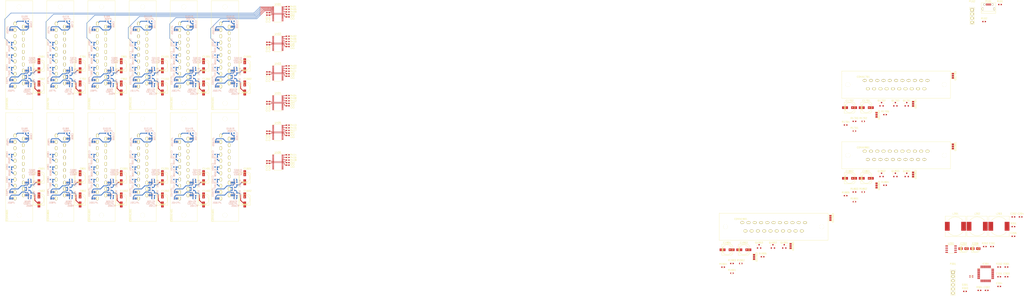
<source format=kicad_pcb>
(kicad_pcb (version 4) (host pcbnew 4.0.2+dfsg1-stable)
  (title_block (title "Switch Matrix PCB") (date 2018-07-06) (rev 0) (company "George Brown"))
  (layers (0 F.Cu signal) (31 B.Cu signal) (34 B.Paste user) (35 F.Paste user) (36 B.SilkS user) (37 F.SilkS user) (38 B.Mask user) (39 F.Mask user) (44 Edge.Cuts user))
  (net 0 "")
  (net 1 "Net-(C201-Pad1)")
  (net 2 "Net-(C201-Pad2)")
  (net 3 +12V)
  (net 4 +5VP)
  (net 5 GND)
  (net 6 +5V)
  (net 7 "Net-(C205-Pad1)")
  (net 8 "Net-(C205-Pad2)")
  (net 9 "Net-(C304-Pad1)")
  (net 10 +5VA)
  (net 11 /in-mux/scart_in_1/AO_Right)
  (net 12 "Net-(C501-Pad2)")
  (net 13 /in-mux/scart_in_1/AO_Left)
  (net 14 "Net-(C502-Pad2)")
  (net 15 /in-mux/scart_in_1/Blue)
  (net 16 "Net-(C503-Pad2)")
  (net 17 /in-mux/scart_in_1/Green)
  (net 18 "Net-(C504-Pad2)")
  (net 19 /in-mux/scart_in_1/Red)
  (net 20 "Net-(C505-Pad2)")
  (net 21 /in-mux/scart_in_1/Composite)
  (net 22 "Net-(C506-Pad2)")
  (net 23 /in-mux/scart_in_2/AO_Right)
  (net 24 "Net-(C601-Pad2)")
  (net 25 /in-mux/scart_in_2/AO_Left)
  (net 26 "Net-(C602-Pad2)")
  (net 27 /in-mux/scart_in_2/Blue)
  (net 28 "Net-(C603-Pad2)")
  (net 29 /in-mux/scart_in_2/Green)
  (net 30 "Net-(C604-Pad2)")
  (net 31 /in-mux/scart_in_2/Red)
  (net 32 "Net-(C605-Pad2)")
  (net 33 /in-mux/scart_in_2/Composite)
  (net 34 "Net-(C606-Pad2)")
  (net 35 /in-mux/scart_in_3/AO_Right)
  (net 36 "Net-(C701-Pad2)")
  (net 37 /in-mux/scart_in_3/AO_Left)
  (net 38 "Net-(C702-Pad2)")
  (net 39 /in-mux/scart_in_3/Blue)
  (net 40 "Net-(C703-Pad2)")
  (net 41 /in-mux/scart_in_3/Green)
  (net 42 "Net-(C704-Pad2)")
  (net 43 /in-mux/scart_in_3/Red)
  (net 44 "Net-(C705-Pad2)")
  (net 45 /in-mux/scart_in_3/Composite)
  (net 46 "Net-(C706-Pad2)")
  (net 47 /in-mux/scart_in_4/AO_Right)
  (net 48 "Net-(C801-Pad2)")
  (net 49 /in-mux/scart_in_4/AO_Left)
  (net 50 "Net-(C802-Pad2)")
  (net 51 /in-mux/scart_in_4/Blue)
  (net 52 "Net-(C803-Pad2)")
  (net 53 /in-mux/scart_in_4/Green)
  (net 54 "Net-(C804-Pad2)")
  (net 55 /in-mux/scart_in_4/Red)
  (net 56 "Net-(C805-Pad2)")
  (net 57 /in-mux/scart_in_4/Composite)
  (net 58 "Net-(C806-Pad2)")
  (net 59 /in-mux/scart_in_6/AO_Right)
  (net 60 "Net-(C901-Pad2)")
  (net 61 /in-mux/scart_in_6/AO_Left)
  (net 62 "Net-(C902-Pad2)")
  (net 63 /in-mux/scart_in_6/Blue)
  (net 64 "Net-(C903-Pad2)")
  (net 65 /in-mux/scart_in_6/Green)
  (net 66 "Net-(C904-Pad2)")
  (net 67 /in-mux/scart_in_6/Red)
  (net 68 "Net-(C905-Pad2)")
  (net 69 /in-mux/scart_in_6/Composite)
  (net 70 "Net-(C906-Pad2)")
  (net 71 /in-mux/scart_in_7/AO_Right)
  (net 72 "Net-(C1001-Pad2)")
  (net 73 /in-mux/scart_in_7/AO_Left)
  (net 74 "Net-(C1002-Pad2)")
  (net 75 /in-mux/scart_in_7/Blue)
  (net 76 "Net-(C1003-Pad2)")
  (net 77 /in-mux/scart_in_7/Green)
  (net 78 "Net-(C1004-Pad2)")
  (net 79 /in-mux/scart_in_7/Red)
  (net 80 "Net-(C1005-Pad2)")
  (net 81 /in-mux/scart_in_7/Composite)
  (net 82 "Net-(C1006-Pad2)")
  (net 83 /in-mux/scart_in_8/AO_Right)
  (net 84 "Net-(C1101-Pad2)")
  (net 85 /in-mux/scart_in_8/AO_Left)
  (net 86 "Net-(C1102-Pad2)")
  (net 87 /in-mux/scart_in_8/Blue)
  (net 88 "Net-(C1103-Pad2)")
  (net 89 /in-mux/scart_in_8/Green)
  (net 90 "Net-(C1104-Pad2)")
  (net 91 /in-mux/scart_in_8/Red)
  (net 92 "Net-(C1105-Pad2)")
  (net 93 /in-mux/scart_in_8/Composite)
  (net 94 "Net-(C1106-Pad2)")
  (net 95 /in-mux/scart_in_11/AO_Right)
  (net 96 "Net-(C1201-Pad2)")
  (net 97 /in-mux/scart_in_11/AO_Left)
  (net 98 "Net-(C1202-Pad2)")
  (net 99 /in-mux/scart_in_11/Blue)
  (net 100 "Net-(C1203-Pad2)")
  (net 101 /in-mux/scart_in_11/Green)
  (net 102 "Net-(C1204-Pad2)")
  (net 103 /in-mux/scart_in_11/Red)
  (net 104 "Net-(C1205-Pad2)")
  (net 105 /in-mux/scart_in_11/Composite)
  (net 106 "Net-(C1206-Pad2)")
  (net 107 /in-mux/scart_in_9/AO_Right)
  (net 108 "Net-(C1301-Pad2)")
  (net 109 /in-mux/scart_in_9/AO_Left)
  (net 110 "Net-(C1302-Pad2)")
  (net 111 /in-mux/scart_in_9/Blue)
  (net 112 "Net-(C1303-Pad2)")
  (net 113 /in-mux/scart_in_9/Green)
  (net 114 "Net-(C1304-Pad2)")
  (net 115 /in-mux/scart_in_9/Red)
  (net 116 "Net-(C1305-Pad2)")
  (net 117 /in-mux/scart_in_9/Composite)
  (net 118 "Net-(C1306-Pad2)")
  (net 119 /in-mux/scart_in_12/AO_Right)
  (net 120 "Net-(C1401-Pad2)")
  (net 121 /in-mux/scart_in_12/AO_Left)
  (net 122 "Net-(C1402-Pad2)")
  (net 123 /in-mux/scart_in_12/Blue)
  (net 124 "Net-(C1403-Pad2)")
  (net 125 /in-mux/scart_in_12/Green)
  (net 126 "Net-(C1404-Pad2)")
  (net 127 /in-mux/scart_in_12/Red)
  (net 128 "Net-(C1405-Pad2)")
  (net 129 /in-mux/scart_in_12/Composite)
  (net 130 "Net-(C1406-Pad2)")
  (net 131 /in-mux/scart_in_10/AO_Right)
  (net 132 "Net-(C1501-Pad2)")
  (net 133 /in-mux/scart_in_10/AO_Left)
  (net 134 "Net-(C1502-Pad2)")
  (net 135 /in-mux/scart_in_10/Blue)
  (net 136 "Net-(C1503-Pad2)")
  (net 137 /in-mux/scart_in_10/Green)
  (net 138 "Net-(C1504-Pad2)")
  (net 139 /in-mux/scart_in_10/Red)
  (net 140 "Net-(C1505-Pad2)")
  (net 141 /in-mux/scart_in_10/Composite)
  (net 142 "Net-(C1506-Pad2)")
  (net 143 /in-mux/scart_in_5/AO_Right)
  (net 144 "Net-(C1601-Pad2)")
  (net 145 /in-mux/scart_in_5/AO_Left)
  (net 146 "Net-(C1602-Pad2)")
  (net 147 /in-mux/scart_in_5/Blue)
  (net 148 "Net-(C1603-Pad2)")
  (net 149 /in-mux/scart_in_5/Green)
  (net 150 "Net-(C1604-Pad2)")
  (net 151 /in-mux/scart_in_5/Red)
  (net 152 "Net-(C1605-Pad2)")
  (net 153 /in-mux/scart_in_5/Composite)
  (net 154 "Net-(C1606-Pad2)")
  (net 155 /in-mux/AOR_CRT)
  (net 156 "Net-(C1701-Pad2)")
  (net 157 /scart_out_1/AL)
  (net 158 "Net-(C1702-Pad2)")
  (net 159 /in-mux/AOR_LCD)
  (net 160 "Net-(C1801-Pad2)")
  (net 161 /scart_out_2/AL)
  (net 162 "Net-(C1802-Pad2)")
  (net 163 /in-mux/AOR_CAP)
  (net 164 "Net-(C1901-Pad2)")
  (net 165 /scart_out_3/AL)
  (net 166 "Net-(C1902-Pad2)")
  (net 167 "Net-(CONN501-Pad1)")
  (net 168 "Net-(CONN501-Pad2)")
  (net 169 "Net-(CONN501-Pad3)")
  (net 170 "Net-(CONN501-Pad6)")
  (net 171 "Net-(CONN501-Pad19)")
  (net 172 "Net-(CONN601-Pad1)")
  (net 173 "Net-(CONN601-Pad2)")
  (net 174 "Net-(CONN601-Pad3)")
  (net 175 "Net-(CONN601-Pad6)")
  (net 176 "Net-(CONN601-Pad19)")
  (net 177 "Net-(CONN701-Pad1)")
  (net 178 "Net-(CONN701-Pad2)")
  (net 179 "Net-(CONN701-Pad3)")
  (net 180 "Net-(CONN701-Pad6)")
  (net 181 "Net-(CONN701-Pad19)")
  (net 182 "Net-(CONN801-Pad1)")
  (net 183 "Net-(CONN801-Pad2)")
  (net 184 "Net-(CONN801-Pad3)")
  (net 185 "Net-(CONN801-Pad6)")
  (net 186 "Net-(CONN801-Pad19)")
  (net 187 "Net-(CONN901-Pad1)")
  (net 188 "Net-(CONN901-Pad2)")
  (net 189 "Net-(CONN901-Pad3)")
  (net 190 "Net-(CONN901-Pad6)")
  (net 191 "Net-(CONN901-Pad19)")
  (net 192 "Net-(CONN1001-Pad1)")
  (net 193 "Net-(CONN1001-Pad2)")
  (net 194 "Net-(CONN1001-Pad3)")
  (net 195 "Net-(CONN1001-Pad6)")
  (net 196 "Net-(CONN1001-Pad19)")
  (net 197 "Net-(CONN1101-Pad1)")
  (net 198 "Net-(CONN1101-Pad2)")
  (net 199 "Net-(CONN1101-Pad3)")
  (net 200 "Net-(CONN1101-Pad6)")
  (net 201 "Net-(CONN1101-Pad19)")
  (net 202 "Net-(CONN1201-Pad1)")
  (net 203 "Net-(CONN1201-Pad2)")
  (net 204 "Net-(CONN1201-Pad3)")
  (net 205 "Net-(CONN1201-Pad6)")
  (net 206 "Net-(CONN1201-Pad19)")
  (net 207 "Net-(CONN1301-Pad1)")
  (net 208 "Net-(CONN1301-Pad2)")
  (net 209 "Net-(CONN1301-Pad3)")
  (net 210 "Net-(CONN1301-Pad6)")
  (net 211 "Net-(CONN1301-Pad19)")
  (net 212 "Net-(CONN1401-Pad1)")
  (net 213 "Net-(CONN1401-Pad2)")
  (net 214 "Net-(CONN1401-Pad3)")
  (net 215 "Net-(CONN1401-Pad6)")
  (net 216 "Net-(CONN1401-Pad19)")
  (net 217 "Net-(CONN1501-Pad1)")
  (net 218 "Net-(CONN1501-Pad2)")
  (net 219 "Net-(CONN1501-Pad3)")
  (net 220 "Net-(CONN1501-Pad6)")
  (net 221 "Net-(CONN1501-Pad19)")
  (net 222 "Net-(CONN1601-Pad1)")
  (net 223 "Net-(CONN1601-Pad2)")
  (net 224 "Net-(CONN1601-Pad3)")
  (net 225 "Net-(CONN1601-Pad6)")
  (net 226 "Net-(CONN1601-Pad19)")
  (net 227 "Net-(CONN1701-Pad2)")
  (net 228 "Net-(CONN1701-Pad6)")
  (net 229 /scart_out_1/B)
  (net 230 /scart_out_1/ASPECT)
  (net 231 /scart_out_1/G)
  (net 232 /scart_out_1/R)
  (net 233 "Net-(CONN1701-Pad16)")
  (net 234 /scart_out_1/C)
  (net 235 "Net-(CONN1701-Pad20)")
  (net 236 "Net-(CONN1801-Pad2)")
  (net 237 "Net-(CONN1801-Pad6)")
  (net 238 /scart_out_2/B)
  (net 239 /scart_out_2/ASPECT)
  (net 240 /scart_out_2/G)
  (net 241 /scart_out_2/R)
  (net 242 "Net-(CONN1801-Pad16)")
  (net 243 /scart_out_2/C)
  (net 244 "Net-(CONN1801-Pad20)")
  (net 245 "Net-(CONN1901-Pad2)")
  (net 246 "Net-(CONN1901-Pad6)")
  (net 247 /scart_out_3/B)
  (net 248 /scart_out_3/ASPECT)
  (net 249 /scart_out_3/G)
  (net 250 /scart_out_3/R)
  (net 251 "Net-(CONN1901-Pad16)")
  (net 252 /scart_out_3/C)
  (net 253 "Net-(CONN1901-Pad20)")
  (net 254 "Net-(D301-Pad2)")
  (net 255 /micro/LED_R)
  (net 256 "Net-(D301-Pad4)")
  (net 257 /micro/LED_G)
  (net 258 /in-mux/SEL_G)
  (net 259 /in-mux/SEL_B)
  (net 260 /in-mux/SEL_C)
  (net 261 /in-mux/SEL_AOL)
  (net 262 /micro/SEL_AOL)
  (net 263 /scart_out_1/RGB)
  (net 264 /scart_out_2/RGB)
  (net 265 /micro/12V_SHDN)
  (net 266 /in-mux/SDA)
  (net 267 /in-mux/SCL)
  (net 268 /micro/~RESET)
  (net 269 /micro/UART_RX)
  (net 270 /micro/UART_TX)
  (net 271 /in-mux/SEL_R)
  (net 272 /psus/VBUS)
  (net 273 "Net-(P101-Pad2)")
  (net 274 "Net-(Q1701-Pad1)")
  (net 275 6Vbias)
  (net 276 "Net-(Q1703-Pad1)")
  (net 277 "Net-(Q1801-Pad1)")
  (net 278 "Net-(Q1803-Pad1)")
  (net 279 "Net-(Q1901-Pad1)")
  (net 280 "Net-(Q1903-Pad1)")
  (net 281 "Net-(R401-Pad2)")
  (net 282 "Net-(R402-Pad2)")
  (net 283 "Net-(R403-Pad2)")
  (net 284 "Net-(R404-Pad2)")
  (net 285 "Net-(R405-Pad2)")
  (net 286 "Net-(R406-Pad2)")
  (net 287 "Net-(R407-Pad2)")
  (net 288 "Net-(R408-Pad2)")
  (net 289 "Net-(R409-Pad2)")
  (net 290 "Net-(R410-Pad2)")
  (net 291 "Net-(R411-Pad2)")
  (net 292 "Net-(R412-Pad2)")
  (net 293 "Net-(R413-Pad2)")
  (net 294 "Net-(R414-Pad2)")
  (net 295 "Net-(R415-Pad2)")
  (net 296 "Net-(R416-Pad2)")
  (net 297 "Net-(R417-Pad2)")
  (net 298 "Net-(R418-Pad2)")
  (net 299 "Net-(R501-Pad1)")
  (net 300 "Net-(R504-Pad1)")
  (net 301 "Net-(R601-Pad1)")
  (net 302 "Net-(R604-Pad1)")
  (net 303 "Net-(R701-Pad1)")
  (net 304 "Net-(R704-Pad1)")
  (net 305 "Net-(R801-Pad1)")
  (net 306 "Net-(R804-Pad1)")
  (net 307 "Net-(R901-Pad1)")
  (net 308 "Net-(R904-Pad1)")
  (net 309 "Net-(R1001-Pad1)")
  (net 310 "Net-(R1004-Pad1)")
  (net 311 "Net-(R1101-Pad1)")
  (net 312 "Net-(R1104-Pad1)")
  (net 313 "Net-(R1201-Pad1)")
  (net 314 "Net-(R1204-Pad1)")
  (net 315 "Net-(R1301-Pad1)")
  (net 316 "Net-(R1304-Pad1)")
  (net 317 "Net-(R1401-Pad1)")
  (net 318 "Net-(R1404-Pad1)")
  (net 319 "Net-(R1501-Pad1)")
  (net 320 "Net-(R1504-Pad1)")
  (net 321 "Net-(R1601-Pad1)")
  (net 322 "Net-(R1604-Pad1)")
  (module Capacitors_SMD:C_0603 (layer F.Cu) (at 618.763571 171.005)
    (fp_text reference C201 (at 0 -1.9) (layer F.SilkS))
    (fp_text value 220n)
    (pad 1 smd rect (at -0.75 0) (size 0.8 0.75) (layers F.Cu F.Paste F.Mask) (net 1 "Net-(C201-Pad1)"))
    (pad 2 smd rect (at 0.75 0) (size 0.8 0.75) (layers F.Cu F.Paste F.Mask) (net 2 "Net-(C201-Pad2)"))
  )
  (module Capacitors_SMD:C_0603 (layer F.Cu) (at 631.713571 153.005)
    (fp_text reference C202 (at 0 -1.9) (layer F.SilkS))
    (fp_text value 100n)
    (pad 1 smd rect (at -0.75 0) (size 0.8 0.75) (layers F.Cu F.Paste F.Mask) (net 3 +12V))
    (pad 2 smd rect (at 0.75 0) (size 0.8 0.75) (layers F.Cu F.Paste F.Mask) (net 4 +5VP))
  )
  (module Capacitors_SMD:c_elec_4x5.7 (layer F.Cu) (at 601.435001 172.28)
    (fp_text reference C203 (at 0 -3.175) (layer F.SilkS))
    (fp_text value 4.7u)
    (pad 1 smd rect (at 1.80086 0) (size 2.60096 1.6002) (layers F.Cu F.Paste F.Mask) (net 3 +12V))
    (pad 2 smd rect (at -1.80086 0) (size 2.60096 1.6002) (layers F.Cu F.Paste F.Mask) (net 5 GND))
  )
  (module Capacitors_SMD:C_0603 (layer F.Cu) (at 636.113571 153.005)
    (fp_text reference C204 (at 0 -1.9) (layer F.SilkS))
    (fp_text value 100n)
    (pad 1 smd rect (at -0.75 0) (size 0.8 0.75) (layers F.Cu F.Paste F.Mask) (net 6 +5V))
    (pad 2 smd rect (at 0.75 0) (size 0.8 0.75) (layers F.Cu F.Paste F.Mask) (net 5 GND))
  )
  (module Capacitors_SMD:C_0603 (layer F.Cu) (at 631.713571 164.805)
    (fp_text reference C205 (at 0 -1.9) (layer F.SilkS))
    (fp_text value 220n)
    (pad 1 smd rect (at -0.75 0) (size 0.8 0.75) (layers F.Cu F.Paste F.Mask) (net 7 "Net-(C205-Pad1)"))
    (pad 2 smd rect (at 0.75 0) (size 0.8 0.75) (layers F.Cu F.Paste F.Mask) (net 8 "Net-(C205-Pad2)"))
  )
  (module Capacitors_SMD:c_elec_4x5.7 (layer F.Cu) (at 608.585001 172.28)
    (fp_text reference C206 (at 0 -3.175) (layer F.SilkS))
    (fp_text value 4.7u)
    (pad 1 smd rect (at 1.80086 0) (size 2.60096 1.6002) (layers F.Cu F.Paste F.Mask) (net 4 +5VP))
    (pad 2 smd rect (at -1.80086 0) (size 2.60096 1.6002) (layers F.Cu F.Paste F.Mask) (net 5 GND))
  )
  (module Capacitors_SMD:C_0603 (layer F.Cu) (at 623.103571 189.335)
    (fp_text reference C301 (at 0 -1.9) (layer F.SilkS))
    (fp_text value 1u)
    (pad 1 smd rect (at -0.75 0) (size 0.8 0.75) (layers F.Cu F.Paste F.Mask) (net 6 +5V))
    (pad 2 smd rect (at 0.75 0) (size 0.8 0.75) (layers F.Cu F.Paste F.Mask) (net 5 GND))
  )
  (module Capacitors_SMD:C_0603 (layer F.Cu) (at 615.483571 197.635)
    (fp_text reference C302 (at 0 -1.9) (layer F.SilkS))
    (fp_text value 100n)
    (pad 1 smd rect (at -0.75 0) (size 0.8 0.75) (layers F.Cu F.Paste F.Mask) (net 6 +5V))
    (pad 2 smd rect (at 0.75 0) (size 0.8 0.75) (layers F.Cu F.Paste F.Mask) (net 5 GND))
  )
  (module Capacitors_SMD:C_0603 (layer F.Cu) (at 627.503571 189.335)
    (fp_text reference C303 (at 0 -1.9) (layer F.SilkS))
    (fp_text value 100n)
    (pad 1 smd rect (at -0.75 0) (size 0.8 0.75) (layers F.Cu F.Paste F.Mask) (net 6 +5V))
    (pad 2 smd rect (at 0.75 0) (size 0.8 0.75) (layers F.Cu F.Paste F.Mask) (net 5 GND))
  )
  (module Capacitors_SMD:C_0603 (layer F.Cu) (at 623.103571 195.235)
    (fp_text reference C304 (at 0 -1.9) (layer F.SilkS))
    (fp_text value 1u)
    (pad 1 smd rect (at -0.75 0) (size 0.8 0.75) (layers F.Cu F.Paste F.Mask) (net 9 "Net-(C304-Pad1)"))
    (pad 2 smd rect (at 0.75 0) (size 0.8 0.75) (layers F.Cu F.Paste F.Mask) (net 5 GND))
  )
  (module Capacitors_SMD:C_0603 (layer F.Cu) (at 191.8 30.8 270)
    (fp_text reference C401 (at 0.4 -2.8 270) (layer F.SilkS))
    (fp_text value 1u)
    (pad 1 smd rect (at -0.75 0 270) (size 0.8 0.75) (layers F.Cu F.Paste F.Mask) (net 10 +5VA))
    (pad 2 smd rect (at 0.75 0 270) (size 0.8 0.75) (layers F.Cu F.Paste F.Mask) (net 5 GND))
  )
  (module Capacitors_SMD:C_0603 (layer F.Cu) (at 178.3 29.7 270)
    (fp_text reference C402 (at 3.4 0 270) (layer F.SilkS))
    (fp_text value 1u)
    (pad 1 smd rect (at -0.75 0 270) (size 0.8 0.75) (layers F.Cu F.Paste F.Mask) (net 10 +5VA))
    (pad 2 smd rect (at 0.75 0 270) (size 0.8 0.75) (layers F.Cu F.Paste F.Mask) (net 5 GND))
  )
  (module Capacitors_SMD:C_0603 (layer F.Cu) (at 190.2 30.8 270)
    (fp_text reference C403 (at 0.4 -3.1 270) (layer F.SilkS))
    (fp_text value 100n)
    (pad 1 smd rect (at -0.75 0 270) (size 0.8 0.75) (layers F.Cu F.Paste F.Mask) (net 10 +5VA))
    (pad 2 smd rect (at 0.75 0 270) (size 0.8 0.75) (layers F.Cu F.Paste F.Mask) (net 5 GND))
  )
  (module Capacitors_SMD:C_0603 (layer F.Cu) (at 179.9 29.7 270)
    (fp_text reference C404 (at 3.4 0 270) (layer F.SilkS))
    (fp_text value 100n)
    (pad 1 smd rect (at -0.75 0 270) (size 0.8 0.75) (layers F.Cu F.Paste F.Mask) (net 10 +5VA))
    (pad 2 smd rect (at 0.75 0 270) (size 0.8 0.75) (layers F.Cu F.Paste F.Mask) (net 5 GND))
  )
  (module Capacitors_SMD:C_0603 (layer F.Cu) (at 191.8 48.8 270)
    (fp_text reference C405 (at 0.4 -2.8 270) (layer F.SilkS))
    (fp_text value 1u)
    (pad 1 smd rect (at -0.75 0 270) (size 0.8 0.75) (layers F.Cu F.Paste F.Mask) (net 10 +5VA))
    (pad 2 smd rect (at 0.75 0 270) (size 0.8 0.75) (layers F.Cu F.Paste F.Mask) (net 5 GND))
  )
  (module Capacitors_SMD:C_0603 (layer F.Cu) (at 178.3 47.7 270)
    (fp_text reference C406 (at 3.4 0 270) (layer F.SilkS))
    (fp_text value 1u)
    (pad 1 smd rect (at -0.75 0 270) (size 0.8 0.75) (layers F.Cu F.Paste F.Mask) (net 10 +5VA))
    (pad 2 smd rect (at 0.75 0 270) (size 0.8 0.75) (layers F.Cu F.Paste F.Mask) (net 5 GND))
  )
  (module Capacitors_SMD:C_0603 (layer F.Cu) (at 190.2 48.8 270)
    (fp_text reference C407 (at 0.4 -3.1 270) (layer F.SilkS))
    (fp_text value 100n)
    (pad 1 smd rect (at -0.75 0 270) (size 0.8 0.75) (layers F.Cu F.Paste F.Mask) (net 10 +5VA))
    (pad 2 smd rect (at 0.75 0 270) (size 0.8 0.75) (layers F.Cu F.Paste F.Mask) (net 5 GND))
  )
  (module Capacitors_SMD:C_0603 (layer F.Cu) (at 179.9 47.7 270)
    (fp_text reference C408 (at 3.4 0 270) (layer F.SilkS))
    (fp_text value 100n)
    (pad 1 smd rect (at -0.75 0 270) (size 0.8 0.75) (layers F.Cu F.Paste F.Mask) (net 10 +5VA))
    (pad 2 smd rect (at 0.75 0 270) (size 0.8 0.75) (layers F.Cu F.Paste F.Mask) (net 5 GND))
  )
  (module Capacitors_SMD:C_0603 (layer F.Cu) (at 191.8 66.8 270)
    (fp_text reference C409 (at 0.4 -2.8 270) (layer F.SilkS))
    (fp_text value 1u)
    (pad 1 smd rect (at -0.75 0 270) (size 0.8 0.75) (layers F.Cu F.Paste F.Mask) (net 10 +5VA))
    (pad 2 smd rect (at 0.75 0 270) (size 0.8 0.75) (layers F.Cu F.Paste F.Mask) (net 5 GND))
  )
  (module Capacitors_SMD:C_0603 (layer F.Cu) (at 178.3 65.7 270)
    (fp_text reference C410 (at 3.4 0 270) (layer F.SilkS))
    (fp_text value 1u)
    (pad 1 smd rect (at -0.75 0 270) (size 0.8 0.75) (layers F.Cu F.Paste F.Mask) (net 10 +5VA))
    (pad 2 smd rect (at 0.75 0 270) (size 0.8 0.75) (layers F.Cu F.Paste F.Mask) (net 5 GND))
  )
  (module Capacitors_SMD:C_0603 (layer F.Cu) (at 190.2 66.8 270)
    (fp_text reference C411 (at 0.4 -3.1 270) (layer F.SilkS))
    (fp_text value 100n)
    (pad 1 smd rect (at -0.75 0 270) (size 0.8 0.75) (layers F.Cu F.Paste F.Mask) (net 10 +5VA))
    (pad 2 smd rect (at 0.75 0 270) (size 0.8 0.75) (layers F.Cu F.Paste F.Mask) (net 5 GND))
  )
  (module Capacitors_SMD:C_0603 (layer F.Cu) (at 179.9 65.7 270)
    (fp_text reference C412 (at 3.4 0 270) (layer F.SilkS))
    (fp_text value 100n)
    (pad 1 smd rect (at -0.75 0 270) (size 0.8 0.75) (layers F.Cu F.Paste F.Mask) (net 10 +5VA))
    (pad 2 smd rect (at 0.75 0 270) (size 0.8 0.75) (layers F.Cu F.Paste F.Mask) (net 5 GND))
  )
  (module Capacitors_SMD:C_0603 (layer F.Cu) (at 191.8 84.8 270)
    (fp_text reference C413 (at 0.4 -2.8 270) (layer F.SilkS))
    (fp_text value 1u)
    (pad 1 smd rect (at -0.75 0 270) (size 0.8 0.75) (layers F.Cu F.Paste F.Mask) (net 10 +5VA))
    (pad 2 smd rect (at 0.75 0 270) (size 0.8 0.75) (layers F.Cu F.Paste F.Mask) (net 5 GND))
  )
  (module Capacitors_SMD:C_0603 (layer F.Cu) (at 178.3 83.7 270)
    (fp_text reference C414 (at 3.4 0 270) (layer F.SilkS))
    (fp_text value 1u)
    (pad 1 smd rect (at -0.75 0 270) (size 0.8 0.75) (layers F.Cu F.Paste F.Mask) (net 10 +5VA))
    (pad 2 smd rect (at 0.75 0 270) (size 0.8 0.75) (layers F.Cu F.Paste F.Mask) (net 5 GND))
  )
  (module Capacitors_SMD:C_0603 (layer F.Cu) (at 190.2 84.8 270)
    (fp_text reference C415 (at 0.4 -3.1 270) (layer F.SilkS))
    (fp_text value 100n)
    (pad 1 smd rect (at -0.75 0 270) (size 0.8 0.75) (layers F.Cu F.Paste F.Mask) (net 10 +5VA))
    (pad 2 smd rect (at 0.75 0 270) (size 0.8 0.75) (layers F.Cu F.Paste F.Mask) (net 5 GND))
  )
  (module Capacitors_SMD:C_0603 (layer F.Cu) (at 179.9 83.7 270)
    (fp_text reference C416 (at 3.4 0 270) (layer F.SilkS))
    (fp_text value 100n)
    (pad 1 smd rect (at -0.75 0 270) (size 0.8 0.75) (layers F.Cu F.Paste F.Mask) (net 10 +5VA))
    (pad 2 smd rect (at 0.75 0 270) (size 0.8 0.75) (layers F.Cu F.Paste F.Mask) (net 5 GND))
  )
  (module Capacitors_SMD:C_0603 (layer F.Cu) (at 191.8 102.8 270)
    (fp_text reference C417 (at 0.4 -2.8 270) (layer F.SilkS))
    (fp_text value 1u)
    (pad 1 smd rect (at -0.75 0 270) (size 0.8 0.75) (layers F.Cu F.Paste F.Mask) (net 10 +5VA))
    (pad 2 smd rect (at 0.75 0 270) (size 0.8 0.75) (layers F.Cu F.Paste F.Mask) (net 5 GND))
  )
  (module Capacitors_SMD:C_0603 (layer F.Cu) (at 178.3 101.7 270)
    (fp_text reference C418 (at 3.4 0 270) (layer F.SilkS))
    (fp_text value 1u)
    (pad 1 smd rect (at -0.75 0 270) (size 0.8 0.75) (layers F.Cu F.Paste F.Mask) (net 10 +5VA))
    (pad 2 smd rect (at 0.75 0 270) (size 0.8 0.75) (layers F.Cu F.Paste F.Mask) (net 5 GND))
  )
  (module Capacitors_SMD:C_0603 (layer F.Cu) (at 190.2 102.8 270)
    (fp_text reference C419 (at 0.4 -3.1 270) (layer F.SilkS))
    (fp_text value 100n)
    (pad 1 smd rect (at -0.75 0 270) (size 0.8 0.75) (layers F.Cu F.Paste F.Mask) (net 10 +5VA))
    (pad 2 smd rect (at 0.75 0 270) (size 0.8 0.75) (layers F.Cu F.Paste F.Mask) (net 5 GND))
  )
  (module Capacitors_SMD:C_0603 (layer F.Cu) (at 179.9 101.7 270)
    (fp_text reference C420 (at 3.4 0 270) (layer F.SilkS))
    (fp_text value 100n)
    (pad 1 smd rect (at -0.75 0 270) (size 0.8 0.75) (layers F.Cu F.Paste F.Mask) (net 10 +5VA))
    (pad 2 smd rect (at 0.75 0 270) (size 0.8 0.75) (layers F.Cu F.Paste F.Mask) (net 5 GND))
  )
  (module Capacitors_SMD:C_0603 (layer F.Cu) (at 191.8 120.8 270)
    (fp_text reference C421 (at 0.4 -2.8 270) (layer F.SilkS))
    (fp_text value 1u)
    (pad 1 smd rect (at -0.75 0 270) (size 0.8 0.75) (layers F.Cu F.Paste F.Mask) (net 10 +5VA))
    (pad 2 smd rect (at 0.75 0 270) (size 0.8 0.75) (layers F.Cu F.Paste F.Mask) (net 5 GND))
  )
  (module Capacitors_SMD:C_0603 (layer F.Cu) (at 178.3 119.7 270)
    (fp_text reference C422 (at 3.4 0 270) (layer F.SilkS))
    (fp_text value 1u)
    (pad 1 smd rect (at -0.75 0 270) (size 0.8 0.75) (layers F.Cu F.Paste F.Mask) (net 10 +5VA))
    (pad 2 smd rect (at 0.75 0 270) (size 0.8 0.75) (layers F.Cu F.Paste F.Mask) (net 5 GND))
  )
  (module Capacitors_SMD:C_0603 (layer F.Cu) (at 190.2 120.8 270)
    (fp_text reference C423 (at 0.4 -3.1 270) (layer F.SilkS))
    (fp_text value 100n)
    (pad 1 smd rect (at -0.75 0 270) (size 0.8 0.75) (layers F.Cu F.Paste F.Mask) (net 10 +5VA))
    (pad 2 smd rect (at 0.75 0 270) (size 0.8 0.75) (layers F.Cu F.Paste F.Mask) (net 5 GND))
  )
  (module Capacitors_SMD:C_0603 (layer F.Cu) (at 179.9 119.7 270)
    (fp_text reference C424 (at 3.4 0 270) (layer F.SilkS))
    (fp_text value 100n)
    (pad 1 smd rect (at -0.75 0 270) (size 0.8 0.75) (layers F.Cu F.Paste F.Mask) (net 10 +5VA))
    (pad 2 smd rect (at 0.75 0 270) (size 0.8 0.75) (layers F.Cu F.Paste F.Mask) (net 5 GND))
  )
  (module Capacitors_SMD:c_elec_6.3x7.7 (layer F.Cu) (at 39.9 61.2 90)
    (fp_text reference C501 (at 5.5 1.7 180) (layer F.SilkS))
    (fp_text value 220u)
    (pad 1 smd rect (at 2.75082 0 90) (size 3.59918 1.6002) (layers F.Cu F.Paste F.Mask) (net 11 /in-mux/scart_in_1/AO_Right))
    (pad 2 smd rect (at -2.75082 0 90) (size 3.59918 1.6002) (layers F.Cu F.Paste F.Mask) (net 12 "Net-(C501-Pad2)"))
  )
  (module Capacitors_SMD:c_elec_6.3x7.7 (layer F.Cu) (at 39.9 74.7 90)
    (fp_text reference C502 (at 5.5 1.7 180) (layer F.SilkS))
    (fp_text value 220u)
    (pad 1 smd rect (at 2.75082 0 90) (size 3.59918 1.6002) (layers F.Cu F.Paste F.Mask) (net 13 /in-mux/scart_in_1/AO_Left))
    (pad 2 smd rect (at -2.75082 0 90) (size 3.59918 1.6002) (layers F.Cu F.Paste F.Mask) (net 14 "Net-(C502-Pad2)"))
  )
  (module Capacitors_SMD:C_0603 (layer B.Cu) (at 22.6 62.3)
    (fp_text reference C503 (at -2.1 0 90) (layer B.SilkS) (effects (justify mirror)))
    (fp_text value 100n)
    (pad 1 smd rect (at -0.75 0) (size 0.8 0.75) (layers B.Cu B.Paste B.Mask) (net 15 /in-mux/scart_in_1/Blue))
    (pad 2 smd rect (at 0.75 0) (size 0.8 0.75) (layers B.Cu B.Paste B.Mask) (net 16 "Net-(C503-Pad2)"))
  )
  (module Capacitors_SMD:C_0603 (layer B.Cu) (at 22.6 54.7)
    (fp_text reference C504 (at -2.1 0 90) (layer B.SilkS) (effects (justify mirror)))
    (fp_text value 100n)
    (pad 1 smd rect (at -0.75 0) (size 0.8 0.75) (layers B.Cu B.Paste B.Mask) (net 17 /in-mux/scart_in_1/Green))
    (pad 2 smd rect (at 0.75 0) (size 0.8 0.75) (layers B.Cu B.Paste B.Mask) (net 18 "Net-(C504-Pad2)"))
  )
  (module Capacitors_SMD:C_0603 (layer B.Cu) (at 22.6 47.1)
    (fp_text reference C505 (at -2.1 0 90) (layer B.SilkS) (effects (justify mirror)))
    (fp_text value 100n)
    (pad 1 smd rect (at -0.75 0) (size 0.8 0.75) (layers B.Cu B.Paste B.Mask) (net 19 /in-mux/scart_in_1/Red))
    (pad 2 smd rect (at 0.75 0) (size 0.8 0.75) (layers B.Cu B.Paste B.Mask) (net 20 "Net-(C505-Pad2)"))
  )
  (module Capacitors_SMD:C_0603 (layer B.Cu) (at 33.4 34.9 270)
    (fp_text reference C506 (at 1.2 -1.8 270) (layer B.SilkS) (effects (justify mirror)))
    (fp_text value 100n)
    (pad 1 smd rect (at -0.75 0 270) (size 0.8 0.75) (layers B.Cu B.Paste B.Mask) (net 21 /in-mux/scart_in_1/Composite))
    (pad 2 smd rect (at 0.75 0 270) (size 0.8 0.75) (layers B.Cu B.Paste B.Mask) (net 22 "Net-(C506-Pad2)"))
  )
  (module Capacitors_SMD:c_elec_6.3x7.7 (layer F.Cu) (at 39.9 129.2 90)
    (fp_text reference C601 (at 5.5 1.7 180) (layer F.SilkS))
    (fp_text value 220u)
    (pad 1 smd rect (at 2.75082 0 90) (size 3.59918 1.6002) (layers F.Cu F.Paste F.Mask) (net 23 /in-mux/scart_in_2/AO_Right))
    (pad 2 smd rect (at -2.75082 0 90) (size 3.59918 1.6002) (layers F.Cu F.Paste F.Mask) (net 24 "Net-(C601-Pad2)"))
  )
  (module Capacitors_SMD:c_elec_6.3x7.7 (layer F.Cu) (at 39.9 142.7 90)
    (fp_text reference C602 (at 5.5 1.7 180) (layer F.SilkS))
    (fp_text value 220u)
    (pad 1 smd rect (at 2.75082 0 90) (size 3.59918 1.6002) (layers F.Cu F.Paste F.Mask) (net 25 /in-mux/scart_in_2/AO_Left))
    (pad 2 smd rect (at -2.75082 0 90) (size 3.59918 1.6002) (layers F.Cu F.Paste F.Mask) (net 26 "Net-(C602-Pad2)"))
  )
  (module Capacitors_SMD:C_0603 (layer B.Cu) (at 22.6 130.3)
    (fp_text reference C603 (at -2.1 0 90) (layer B.SilkS) (effects (justify mirror)))
    (fp_text value 100n)
    (pad 1 smd rect (at -0.75 0) (size 0.8 0.75) (layers B.Cu B.Paste B.Mask) (net 27 /in-mux/scart_in_2/Blue))
    (pad 2 smd rect (at 0.75 0) (size 0.8 0.75) (layers B.Cu B.Paste B.Mask) (net 28 "Net-(C603-Pad2)"))
  )
  (module Capacitors_SMD:C_0603 (layer B.Cu) (at 22.6 122.7)
    (fp_text reference C604 (at -2.1 0 90) (layer B.SilkS) (effects (justify mirror)))
    (fp_text value 100n)
    (pad 1 smd rect (at -0.75 0) (size 0.8 0.75) (layers B.Cu B.Paste B.Mask) (net 29 /in-mux/scart_in_2/Green))
    (pad 2 smd rect (at 0.75 0) (size 0.8 0.75) (layers B.Cu B.Paste B.Mask) (net 30 "Net-(C604-Pad2)"))
  )
  (module Capacitors_SMD:C_0603 (layer B.Cu) (at 22.6 115.1)
    (fp_text reference C605 (at -2.1 0 90) (layer B.SilkS) (effects (justify mirror)))
    (fp_text value 100n)
    (pad 1 smd rect (at -0.75 0) (size 0.8 0.75) (layers B.Cu B.Paste B.Mask) (net 31 /in-mux/scart_in_2/Red))
    (pad 2 smd rect (at 0.75 0) (size 0.8 0.75) (layers B.Cu B.Paste B.Mask) (net 32 "Net-(C605-Pad2)"))
  )
  (module Capacitors_SMD:C_0603 (layer B.Cu) (at 33.4 102.9 270)
    (fp_text reference C606 (at 1.2 -1.8 270) (layer B.SilkS) (effects (justify mirror)))
    (fp_text value 100n)
    (pad 1 smd rect (at -0.75 0 270) (size 0.8 0.75) (layers B.Cu B.Paste B.Mask) (net 33 /in-mux/scart_in_2/Composite))
    (pad 2 smd rect (at 0.75 0 270) (size 0.8 0.75) (layers B.Cu B.Paste B.Mask) (net 34 "Net-(C606-Pad2)"))
  )
  (module Capacitors_SMD:c_elec_6.3x7.7 (layer F.Cu) (at 64.9 61.2 90)
    (fp_text reference C701 (at 5.5 1.7 180) (layer F.SilkS))
    (fp_text value 220u)
    (pad 1 smd rect (at 2.75082 0 90) (size 3.59918 1.6002) (layers F.Cu F.Paste F.Mask) (net 35 /in-mux/scart_in_3/AO_Right))
    (pad 2 smd rect (at -2.75082 0 90) (size 3.59918 1.6002) (layers F.Cu F.Paste F.Mask) (net 36 "Net-(C701-Pad2)"))
  )
  (module Capacitors_SMD:c_elec_6.3x7.7 (layer F.Cu) (at 64.9 74.7 90)
    (fp_text reference C702 (at 5.5 1.7 180) (layer F.SilkS))
    (fp_text value 220u)
    (pad 1 smd rect (at 2.75082 0 90) (size 3.59918 1.6002) (layers F.Cu F.Paste F.Mask) (net 37 /in-mux/scart_in_3/AO_Left))
    (pad 2 smd rect (at -2.75082 0 90) (size 3.59918 1.6002) (layers F.Cu F.Paste F.Mask) (net 38 "Net-(C702-Pad2)"))
  )
  (module Capacitors_SMD:C_0603 (layer B.Cu) (at 47.6 62.3)
    (fp_text reference C703 (at -2.1 0 90) (layer B.SilkS) (effects (justify mirror)))
    (fp_text value 100n)
    (pad 1 smd rect (at -0.75 0) (size 0.8 0.75) (layers B.Cu B.Paste B.Mask) (net 39 /in-mux/scart_in_3/Blue))
    (pad 2 smd rect (at 0.75 0) (size 0.8 0.75) (layers B.Cu B.Paste B.Mask) (net 40 "Net-(C703-Pad2)"))
  )
  (module Capacitors_SMD:C_0603 (layer B.Cu) (at 47.6 54.7)
    (fp_text reference C704 (at -2.1 0 90) (layer B.SilkS) (effects (justify mirror)))
    (fp_text value 100n)
    (pad 1 smd rect (at -0.75 0) (size 0.8 0.75) (layers B.Cu B.Paste B.Mask) (net 41 /in-mux/scart_in_3/Green))
    (pad 2 smd rect (at 0.75 0) (size 0.8 0.75) (layers B.Cu B.Paste B.Mask) (net 42 "Net-(C704-Pad2)"))
  )
  (module Capacitors_SMD:C_0603 (layer B.Cu) (at 47.6 47.1)
    (fp_text reference C705 (at -2.1 0 90) (layer B.SilkS) (effects (justify mirror)))
    (fp_text value 100n)
    (pad 1 smd rect (at -0.75 0) (size 0.8 0.75) (layers B.Cu B.Paste B.Mask) (net 43 /in-mux/scart_in_3/Red))
    (pad 2 smd rect (at 0.75 0) (size 0.8 0.75) (layers B.Cu B.Paste B.Mask) (net 44 "Net-(C705-Pad2)"))
  )
  (module Capacitors_SMD:C_0603 (layer B.Cu) (at 58.4 34.9 270)
    (fp_text reference C706 (at 1.2 -1.8 270) (layer B.SilkS) (effects (justify mirror)))
    (fp_text value 100n)
    (pad 1 smd rect (at -0.75 0 270) (size 0.8 0.75) (layers B.Cu B.Paste B.Mask) (net 45 /in-mux/scart_in_3/Composite))
    (pad 2 smd rect (at 0.75 0 270) (size 0.8 0.75) (layers B.Cu B.Paste B.Mask) (net 46 "Net-(C706-Pad2)"))
  )
  (module Capacitors_SMD:c_elec_6.3x7.7 (layer F.Cu) (at 64.9 129.2 90)
    (fp_text reference C801 (at 5.5 1.7 180) (layer F.SilkS))
    (fp_text value 220u)
    (pad 1 smd rect (at 2.75082 0 90) (size 3.59918 1.6002) (layers F.Cu F.Paste F.Mask) (net 47 /in-mux/scart_in_4/AO_Right))
    (pad 2 smd rect (at -2.75082 0 90) (size 3.59918 1.6002) (layers F.Cu F.Paste F.Mask) (net 48 "Net-(C801-Pad2)"))
  )
  (module Capacitors_SMD:c_elec_6.3x7.7 (layer F.Cu) (at 64.9 142.7 90)
    (fp_text reference C802 (at 5.5 1.7 180) (layer F.SilkS))
    (fp_text value 220u)
    (pad 1 smd rect (at 2.75082 0 90) (size 3.59918 1.6002) (layers F.Cu F.Paste F.Mask) (net 49 /in-mux/scart_in_4/AO_Left))
    (pad 2 smd rect (at -2.75082 0 90) (size 3.59918 1.6002) (layers F.Cu F.Paste F.Mask) (net 50 "Net-(C802-Pad2)"))
  )
  (module Capacitors_SMD:C_0603 (layer B.Cu) (at 47.6 130.3)
    (fp_text reference C803 (at -2.1 0 90) (layer B.SilkS) (effects (justify mirror)))
    (fp_text value 100n)
    (pad 1 smd rect (at -0.75 0) (size 0.8 0.75) (layers B.Cu B.Paste B.Mask) (net 51 /in-mux/scart_in_4/Blue))
    (pad 2 smd rect (at 0.75 0) (size 0.8 0.75) (layers B.Cu B.Paste B.Mask) (net 52 "Net-(C803-Pad2)"))
  )
  (module Capacitors_SMD:C_0603 (layer B.Cu) (at 47.6 122.7)
    (fp_text reference C804 (at -2.1 0 90) (layer B.SilkS) (effects (justify mirror)))
    (fp_text value 100n)
    (pad 1 smd rect (at -0.75 0) (size 0.8 0.75) (layers B.Cu B.Paste B.Mask) (net 53 /in-mux/scart_in_4/Green))
    (pad 2 smd rect (at 0.75 0) (size 0.8 0.75) (layers B.Cu B.Paste B.Mask) (net 54 "Net-(C804-Pad2)"))
  )
  (module Capacitors_SMD:C_0603 (layer B.Cu) (at 47.6 115.1)
    (fp_text reference C805 (at -2.1 0 90) (layer B.SilkS) (effects (justify mirror)))
    (fp_text value 100n)
    (pad 1 smd rect (at -0.75 0) (size 0.8 0.75) (layers B.Cu B.Paste B.Mask) (net 55 /in-mux/scart_in_4/Red))
    (pad 2 smd rect (at 0.75 0) (size 0.8 0.75) (layers B.Cu B.Paste B.Mask) (net 56 "Net-(C805-Pad2)"))
  )
  (module Capacitors_SMD:C_0603 (layer B.Cu) (at 58.4 102.9 270)
    (fp_text reference C806 (at 1.2 -1.8 270) (layer B.SilkS) (effects (justify mirror)))
    (fp_text value 100n)
    (pad 1 smd rect (at -0.75 0 270) (size 0.8 0.75) (layers B.Cu B.Paste B.Mask) (net 57 /in-mux/scart_in_4/Composite))
    (pad 2 smd rect (at 0.75 0 270) (size 0.8 0.75) (layers B.Cu B.Paste B.Mask) (net 58 "Net-(C806-Pad2)"))
  )
  (module Capacitors_SMD:c_elec_6.3x7.7 (layer F.Cu) (at 89.9 61.2 90)
    (fp_text reference C901 (at 5.5 1.7 180) (layer F.SilkS))
    (fp_text value 220u)
    (pad 1 smd rect (at 2.75082 0 90) (size 3.59918 1.6002) (layers F.Cu F.Paste F.Mask) (net 59 /in-mux/scart_in_6/AO_Right))
    (pad 2 smd rect (at -2.75082 0 90) (size 3.59918 1.6002) (layers F.Cu F.Paste F.Mask) (net 60 "Net-(C901-Pad2)"))
  )
  (module Capacitors_SMD:c_elec_6.3x7.7 (layer F.Cu) (at 89.9 74.7 90)
    (fp_text reference C902 (at 5.5 1.7 180) (layer F.SilkS))
    (fp_text value 220u)
    (pad 1 smd rect (at 2.75082 0 90) (size 3.59918 1.6002) (layers F.Cu F.Paste F.Mask) (net 61 /in-mux/scart_in_6/AO_Left))
    (pad 2 smd rect (at -2.75082 0 90) (size 3.59918 1.6002) (layers F.Cu F.Paste F.Mask) (net 62 "Net-(C902-Pad2)"))
  )
  (module Capacitors_SMD:C_0603 (layer B.Cu) (at 72.6 62.3)
    (fp_text reference C903 (at -2.1 0 90) (layer B.SilkS) (effects (justify mirror)))
    (fp_text value 100n)
    (pad 1 smd rect (at -0.75 0) (size 0.8 0.75) (layers B.Cu B.Paste B.Mask) (net 63 /in-mux/scart_in_6/Blue))
    (pad 2 smd rect (at 0.75 0) (size 0.8 0.75) (layers B.Cu B.Paste B.Mask) (net 64 "Net-(C903-Pad2)"))
  )
  (module Capacitors_SMD:C_0603 (layer B.Cu) (at 72.6 54.7)
    (fp_text reference C904 (at -2.1 0 90) (layer B.SilkS) (effects (justify mirror)))
    (fp_text value 100n)
    (pad 1 smd rect (at -0.75 0) (size 0.8 0.75) (layers B.Cu B.Paste B.Mask) (net 65 /in-mux/scart_in_6/Green))
    (pad 2 smd rect (at 0.75 0) (size 0.8 0.75) (layers B.Cu B.Paste B.Mask) (net 66 "Net-(C904-Pad2)"))
  )
  (module Capacitors_SMD:C_0603 (layer B.Cu) (at 72.6 47.1)
    (fp_text reference C905 (at -2.1 0 90) (layer B.SilkS) (effects (justify mirror)))
    (fp_text value 100n)
    (pad 1 smd rect (at -0.75 0) (size 0.8 0.75) (layers B.Cu B.Paste B.Mask) (net 67 /in-mux/scart_in_6/Red))
    (pad 2 smd rect (at 0.75 0) (size 0.8 0.75) (layers B.Cu B.Paste B.Mask) (net 68 "Net-(C905-Pad2)"))
  )
  (module Capacitors_SMD:C_0603 (layer B.Cu) (at 83.4 34.9 270)
    (fp_text reference C906 (at 1.2 -1.8 270) (layer B.SilkS) (effects (justify mirror)))
    (fp_text value 100n)
    (pad 1 smd rect (at -0.75 0 270) (size 0.8 0.75) (layers B.Cu B.Paste B.Mask) (net 69 /in-mux/scart_in_6/Composite))
    (pad 2 smd rect (at 0.75 0 270) (size 0.8 0.75) (layers B.Cu B.Paste B.Mask) (net 70 "Net-(C906-Pad2)"))
  )
  (module Capacitors_SMD:c_elec_6.3x7.7 (layer F.Cu) (at 89.9 129.2 90)
    (fp_text reference C1001 (at 5.5 1.7 180) (layer F.SilkS))
    (fp_text value 220u)
    (pad 1 smd rect (at 2.75082 0 90) (size 3.59918 1.6002) (layers F.Cu F.Paste F.Mask) (net 71 /in-mux/scart_in_7/AO_Right))
    (pad 2 smd rect (at -2.75082 0 90) (size 3.59918 1.6002) (layers F.Cu F.Paste F.Mask) (net 72 "Net-(C1001-Pad2)"))
  )
  (module Capacitors_SMD:c_elec_6.3x7.7 (layer F.Cu) (at 89.9 142.7 90)
    (fp_text reference C1002 (at 5.5 1.7 180) (layer F.SilkS))
    (fp_text value 220u)
    (pad 1 smd rect (at 2.75082 0 90) (size 3.59918 1.6002) (layers F.Cu F.Paste F.Mask) (net 73 /in-mux/scart_in_7/AO_Left))
    (pad 2 smd rect (at -2.75082 0 90) (size 3.59918 1.6002) (layers F.Cu F.Paste F.Mask) (net 74 "Net-(C1002-Pad2)"))
  )
  (module Capacitors_SMD:C_0603 (layer B.Cu) (at 72.6 130.3)
    (fp_text reference C1003 (at -2.1 0 90) (layer B.SilkS) (effects (justify mirror)))
    (fp_text value 100n)
    (pad 1 smd rect (at -0.75 0) (size 0.8 0.75) (layers B.Cu B.Paste B.Mask) (net 75 /in-mux/scart_in_7/Blue))
    (pad 2 smd rect (at 0.75 0) (size 0.8 0.75) (layers B.Cu B.Paste B.Mask) (net 76 "Net-(C1003-Pad2)"))
  )
  (module Capacitors_SMD:C_0603 (layer B.Cu) (at 72.6 122.7)
    (fp_text reference C1004 (at -2.1 0 90) (layer B.SilkS) (effects (justify mirror)))
    (fp_text value 100n)
    (pad 1 smd rect (at -0.75 0) (size 0.8 0.75) (layers B.Cu B.Paste B.Mask) (net 77 /in-mux/scart_in_7/Green))
    (pad 2 smd rect (at 0.75 0) (size 0.8 0.75) (layers B.Cu B.Paste B.Mask) (net 78 "Net-(C1004-Pad2)"))
  )
  (module Capacitors_SMD:C_0603 (layer B.Cu) (at 72.6 115.1)
    (fp_text reference C1005 (at -2.1 0 90) (layer B.SilkS) (effects (justify mirror)))
    (fp_text value 100n)
    (pad 1 smd rect (at -0.75 0) (size 0.8 0.75) (layers B.Cu B.Paste B.Mask) (net 79 /in-mux/scart_in_7/Red))
    (pad 2 smd rect (at 0.75 0) (size 0.8 0.75) (layers B.Cu B.Paste B.Mask) (net 80 "Net-(C1005-Pad2)"))
  )
  (module Capacitors_SMD:C_0603 (layer B.Cu) (at 83.4 102.9 270)
    (fp_text reference C1006 (at 1.2 -1.8 270) (layer B.SilkS) (effects (justify mirror)))
    (fp_text value 100n)
    (pad 1 smd rect (at -0.75 0 270) (size 0.8 0.75) (layers B.Cu B.Paste B.Mask) (net 81 /in-mux/scart_in_7/Composite))
    (pad 2 smd rect (at 0.75 0 270) (size 0.8 0.75) (layers B.Cu B.Paste B.Mask) (net 82 "Net-(C1006-Pad2)"))
  )
  (module Capacitors_SMD:c_elec_6.3x7.7 (layer F.Cu) (at 114.9 61.2 90)
    (fp_text reference C1101 (at 5.5 1.7 180) (layer F.SilkS))
    (fp_text value 220u)
    (pad 1 smd rect (at 2.75082 0 90) (size 3.59918 1.6002) (layers F.Cu F.Paste F.Mask) (net 83 /in-mux/scart_in_8/AO_Right))
    (pad 2 smd rect (at -2.75082 0 90) (size 3.59918 1.6002) (layers F.Cu F.Paste F.Mask) (net 84 "Net-(C1101-Pad2)"))
  )
  (module Capacitors_SMD:c_elec_6.3x7.7 (layer F.Cu) (at 114.9 74.7 90)
    (fp_text reference C1102 (at 5.5 1.7 180) (layer F.SilkS))
    (fp_text value 220u)
    (pad 1 smd rect (at 2.75082 0 90) (size 3.59918 1.6002) (layers F.Cu F.Paste F.Mask) (net 85 /in-mux/scart_in_8/AO_Left))
    (pad 2 smd rect (at -2.75082 0 90) (size 3.59918 1.6002) (layers F.Cu F.Paste F.Mask) (net 86 "Net-(C1102-Pad2)"))
  )
  (module Capacitors_SMD:C_0603 (layer B.Cu) (at 97.6 62.3)
    (fp_text reference C1103 (at -2.1 0 90) (layer B.SilkS) (effects (justify mirror)))
    (fp_text value 100n)
    (pad 1 smd rect (at -0.75 0) (size 0.8 0.75) (layers B.Cu B.Paste B.Mask) (net 87 /in-mux/scart_in_8/Blue))
    (pad 2 smd rect (at 0.75 0) (size 0.8 0.75) (layers B.Cu B.Paste B.Mask) (net 88 "Net-(C1103-Pad2)"))
  )
  (module Capacitors_SMD:C_0603 (layer B.Cu) (at 97.6 54.7)
    (fp_text reference C1104 (at -2.1 0 90) (layer B.SilkS) (effects (justify mirror)))
    (fp_text value 100n)
    (pad 1 smd rect (at -0.75 0) (size 0.8 0.75) (layers B.Cu B.Paste B.Mask) (net 89 /in-mux/scart_in_8/Green))
    (pad 2 smd rect (at 0.75 0) (size 0.8 0.75) (layers B.Cu B.Paste B.Mask) (net 90 "Net-(C1104-Pad2)"))
  )
  (module Capacitors_SMD:C_0603 (layer B.Cu) (at 97.6 47.1)
    (fp_text reference C1105 (at -2.1 0 90) (layer B.SilkS) (effects (justify mirror)))
    (fp_text value 100n)
    (pad 1 smd rect (at -0.75 0) (size 0.8 0.75) (layers B.Cu B.Paste B.Mask) (net 91 /in-mux/scart_in_8/Red))
    (pad 2 smd rect (at 0.75 0) (size 0.8 0.75) (layers B.Cu B.Paste B.Mask) (net 92 "Net-(C1105-Pad2)"))
  )
  (module Capacitors_SMD:C_0603 (layer B.Cu) (at 108.4 34.9 270)
    (fp_text reference C1106 (at 1.2 -1.8 270) (layer B.SilkS) (effects (justify mirror)))
    (fp_text value 100n)
    (pad 1 smd rect (at -0.75 0 270) (size 0.8 0.75) (layers B.Cu B.Paste B.Mask) (net 93 /in-mux/scart_in_8/Composite))
    (pad 2 smd rect (at 0.75 0 270) (size 0.8 0.75) (layers B.Cu B.Paste B.Mask) (net 94 "Net-(C1106-Pad2)"))
  )
  (module Capacitors_SMD:c_elec_6.3x7.7 (layer F.Cu) (at 114.9 129.2 90)
    (fp_text reference C1201 (at 5.5 1.7 180) (layer F.SilkS))
    (fp_text value 220u)
    (pad 1 smd rect (at 2.75082 0 90) (size 3.59918 1.6002) (layers F.Cu F.Paste F.Mask) (net 95 /in-mux/scart_in_11/AO_Right))
    (pad 2 smd rect (at -2.75082 0 90) (size 3.59918 1.6002) (layers F.Cu F.Paste F.Mask) (net 96 "Net-(C1201-Pad2)"))
  )
  (module Capacitors_SMD:c_elec_6.3x7.7 (layer F.Cu) (at 114.9 142.7 90)
    (fp_text reference C1202 (at 5.5 1.7 180) (layer F.SilkS))
    (fp_text value 220u)
    (pad 1 smd rect (at 2.75082 0 90) (size 3.59918 1.6002) (layers F.Cu F.Paste F.Mask) (net 97 /in-mux/scart_in_11/AO_Left))
    (pad 2 smd rect (at -2.75082 0 90) (size 3.59918 1.6002) (layers F.Cu F.Paste F.Mask) (net 98 "Net-(C1202-Pad2)"))
  )
  (module Capacitors_SMD:C_0603 (layer B.Cu) (at 97.6 130.3)
    (fp_text reference C1203 (at -2.1 0 90) (layer B.SilkS) (effects (justify mirror)))
    (fp_text value 100n)
    (pad 1 smd rect (at -0.75 0) (size 0.8 0.75) (layers B.Cu B.Paste B.Mask) (net 99 /in-mux/scart_in_11/Blue))
    (pad 2 smd rect (at 0.75 0) (size 0.8 0.75) (layers B.Cu B.Paste B.Mask) (net 100 "Net-(C1203-Pad2)"))
  )
  (module Capacitors_SMD:C_0603 (layer B.Cu) (at 97.6 122.7)
    (fp_text reference C1204 (at -2.1 0 90) (layer B.SilkS) (effects (justify mirror)))
    (fp_text value 100n)
    (pad 1 smd rect (at -0.75 0) (size 0.8 0.75) (layers B.Cu B.Paste B.Mask) (net 101 /in-mux/scart_in_11/Green))
    (pad 2 smd rect (at 0.75 0) (size 0.8 0.75) (layers B.Cu B.Paste B.Mask) (net 102 "Net-(C1204-Pad2)"))
  )
  (module Capacitors_SMD:C_0603 (layer B.Cu) (at 97.6 115.1)
    (fp_text reference C1205 (at -2.1 0 90) (layer B.SilkS) (effects (justify mirror)))
    (fp_text value 100n)
    (pad 1 smd rect (at -0.75 0) (size 0.8 0.75) (layers B.Cu B.Paste B.Mask) (net 103 /in-mux/scart_in_11/Red))
    (pad 2 smd rect (at 0.75 0) (size 0.8 0.75) (layers B.Cu B.Paste B.Mask) (net 104 "Net-(C1205-Pad2)"))
  )
  (module Capacitors_SMD:C_0603 (layer B.Cu) (at 108.4 102.9 270)
    (fp_text reference C1206 (at 1.2 -1.8 270) (layer B.SilkS) (effects (justify mirror)))
    (fp_text value 100n)
    (pad 1 smd rect (at -0.75 0 270) (size 0.8 0.75) (layers B.Cu B.Paste B.Mask) (net 105 /in-mux/scart_in_11/Composite))
    (pad 2 smd rect (at 0.75 0 270) (size 0.8 0.75) (layers B.Cu B.Paste B.Mask) (net 106 "Net-(C1206-Pad2)"))
  )
  (module Capacitors_SMD:c_elec_6.3x7.7 (layer F.Cu) (at 139.9 61.2 90)
    (fp_text reference C1301 (at 5.5 1.7 180) (layer F.SilkS))
    (fp_text value 220u)
    (pad 1 smd rect (at 2.75082 0 90) (size 3.59918 1.6002) (layers F.Cu F.Paste F.Mask) (net 107 /in-mux/scart_in_9/AO_Right))
    (pad 2 smd rect (at -2.75082 0 90) (size 3.59918 1.6002) (layers F.Cu F.Paste F.Mask) (net 108 "Net-(C1301-Pad2)"))
  )
  (module Capacitors_SMD:c_elec_6.3x7.7 (layer F.Cu) (at 139.9 74.7 90)
    (fp_text reference C1302 (at 5.5 1.7 180) (layer F.SilkS))
    (fp_text value 220u)
    (pad 1 smd rect (at 2.75082 0 90) (size 3.59918 1.6002) (layers F.Cu F.Paste F.Mask) (net 109 /in-mux/scart_in_9/AO_Left))
    (pad 2 smd rect (at -2.75082 0 90) (size 3.59918 1.6002) (layers F.Cu F.Paste F.Mask) (net 110 "Net-(C1302-Pad2)"))
  )
  (module Capacitors_SMD:C_0603 (layer B.Cu) (at 122.6 62.3)
    (fp_text reference C1303 (at -2.1 0 90) (layer B.SilkS) (effects (justify mirror)))
    (fp_text value 100n)
    (pad 1 smd rect (at -0.75 0) (size 0.8 0.75) (layers B.Cu B.Paste B.Mask) (net 111 /in-mux/scart_in_9/Blue))
    (pad 2 smd rect (at 0.75 0) (size 0.8 0.75) (layers B.Cu B.Paste B.Mask) (net 112 "Net-(C1303-Pad2)"))
  )
  (module Capacitors_SMD:C_0603 (layer B.Cu) (at 122.6 54.7)
    (fp_text reference C1304 (at -2.1 0 90) (layer B.SilkS) (effects (justify mirror)))
    (fp_text value 100n)
    (pad 1 smd rect (at -0.75 0) (size 0.8 0.75) (layers B.Cu B.Paste B.Mask) (net 113 /in-mux/scart_in_9/Green))
    (pad 2 smd rect (at 0.75 0) (size 0.8 0.75) (layers B.Cu B.Paste B.Mask) (net 114 "Net-(C1304-Pad2)"))
  )
  (module Capacitors_SMD:C_0603 (layer B.Cu) (at 122.6 47.1)
    (fp_text reference C1305 (at -2.1 0 90) (layer B.SilkS) (effects (justify mirror)))
    (fp_text value 100n)
    (pad 1 smd rect (at -0.75 0) (size 0.8 0.75) (layers B.Cu B.Paste B.Mask) (net 115 /in-mux/scart_in_9/Red))
    (pad 2 smd rect (at 0.75 0) (size 0.8 0.75) (layers B.Cu B.Paste B.Mask) (net 116 "Net-(C1305-Pad2)"))
  )
  (module Capacitors_SMD:C_0603 (layer B.Cu) (at 133.4 34.9 270)
    (fp_text reference C1306 (at 1.2 -1.8 270) (layer B.SilkS) (effects (justify mirror)))
    (fp_text value 100n)
    (pad 1 smd rect (at -0.75 0 270) (size 0.8 0.75) (layers B.Cu B.Paste B.Mask) (net 117 /in-mux/scart_in_9/Composite))
    (pad 2 smd rect (at 0.75 0 270) (size 0.8 0.75) (layers B.Cu B.Paste B.Mask) (net 118 "Net-(C1306-Pad2)"))
  )
  (module Capacitors_SMD:c_elec_6.3x7.7 (layer F.Cu) (at 139.9 129.2 90)
    (fp_text reference C1401 (at 5.5 1.7 180) (layer F.SilkS))
    (fp_text value 220u)
    (pad 1 smd rect (at 2.75082 0 90) (size 3.59918 1.6002) (layers F.Cu F.Paste F.Mask) (net 119 /in-mux/scart_in_12/AO_Right))
    (pad 2 smd rect (at -2.75082 0 90) (size 3.59918 1.6002) (layers F.Cu F.Paste F.Mask) (net 120 "Net-(C1401-Pad2)"))
  )
  (module Capacitors_SMD:c_elec_6.3x7.7 (layer F.Cu) (at 139.9 142.7 90)
    (fp_text reference C1402 (at 5.5 1.7 180) (layer F.SilkS))
    (fp_text value 220u)
    (pad 1 smd rect (at 2.75082 0 90) (size 3.59918 1.6002) (layers F.Cu F.Paste F.Mask) (net 121 /in-mux/scart_in_12/AO_Left))
    (pad 2 smd rect (at -2.75082 0 90) (size 3.59918 1.6002) (layers F.Cu F.Paste F.Mask) (net 122 "Net-(C1402-Pad2)"))
  )
  (module Capacitors_SMD:C_0603 (layer B.Cu) (at 122.6 130.3)
    (fp_text reference C1403 (at -2.1 0 90) (layer B.SilkS) (effects (justify mirror)))
    (fp_text value 100n)
    (pad 1 smd rect (at -0.75 0) (size 0.8 0.75) (layers B.Cu B.Paste B.Mask) (net 123 /in-mux/scart_in_12/Blue))
    (pad 2 smd rect (at 0.75 0) (size 0.8 0.75) (layers B.Cu B.Paste B.Mask) (net 124 "Net-(C1403-Pad2)"))
  )
  (module Capacitors_SMD:C_0603 (layer B.Cu) (at 122.6 122.7)
    (fp_text reference C1404 (at -2.1 0 90) (layer B.SilkS) (effects (justify mirror)))
    (fp_text value 100n)
    (pad 1 smd rect (at -0.75 0) (size 0.8 0.75) (layers B.Cu B.Paste B.Mask) (net 125 /in-mux/scart_in_12/Green))
    (pad 2 smd rect (at 0.75 0) (size 0.8 0.75) (layers B.Cu B.Paste B.Mask) (net 126 "Net-(C1404-Pad2)"))
  )
  (module Capacitors_SMD:C_0603 (layer B.Cu) (at 122.6 115.1)
    (fp_text reference C1405 (at -2.1 0 90) (layer B.SilkS) (effects (justify mirror)))
    (fp_text value 100n)
    (pad 1 smd rect (at -0.75 0) (size 0.8 0.75) (layers B.Cu B.Paste B.Mask) (net 127 /in-mux/scart_in_12/Red))
    (pad 2 smd rect (at 0.75 0) (size 0.8 0.75) (layers B.Cu B.Paste B.Mask) (net 128 "Net-(C1405-Pad2)"))
  )
  (module Capacitors_SMD:C_0603 (layer B.Cu) (at 133.4 102.9 270)
    (fp_text reference C1406 (at 1.2 -1.8 270) (layer B.SilkS) (effects (justify mirror)))
    (fp_text value 100n)
    (pad 1 smd rect (at -0.75 0 270) (size 0.8 0.75) (layers B.Cu B.Paste B.Mask) (net 129 /in-mux/scart_in_12/Composite))
    (pad 2 smd rect (at 0.75 0 270) (size 0.8 0.75) (layers B.Cu B.Paste B.Mask) (net 130 "Net-(C1406-Pad2)"))
  )
  (module Capacitors_SMD:c_elec_6.3x7.7 (layer F.Cu) (at 164.9 61.2 90)
    (fp_text reference C1501 (at 5.5 1.7 180) (layer F.SilkS))
    (fp_text value 220u)
    (pad 1 smd rect (at 2.75082 0 90) (size 3.59918 1.6002) (layers F.Cu F.Paste F.Mask) (net 131 /in-mux/scart_in_10/AO_Right))
    (pad 2 smd rect (at -2.75082 0 90) (size 3.59918 1.6002) (layers F.Cu F.Paste F.Mask) (net 132 "Net-(C1501-Pad2)"))
  )
  (module Capacitors_SMD:c_elec_6.3x7.7 (layer F.Cu) (at 164.9 74.7 90)
    (fp_text reference C1502 (at 5.5 1.7 180) (layer F.SilkS))
    (fp_text value 220u)
    (pad 1 smd rect (at 2.75082 0 90) (size 3.59918 1.6002) (layers F.Cu F.Paste F.Mask) (net 133 /in-mux/scart_in_10/AO_Left))
    (pad 2 smd rect (at -2.75082 0 90) (size 3.59918 1.6002) (layers F.Cu F.Paste F.Mask) (net 134 "Net-(C1502-Pad2)"))
  )
  (module Capacitors_SMD:C_0603 (layer B.Cu) (at 147.6 62.3)
    (fp_text reference C1503 (at -2.1 0 90) (layer B.SilkS) (effects (justify mirror)))
    (fp_text value 100n)
    (pad 1 smd rect (at -0.75 0) (size 0.8 0.75) (layers B.Cu B.Paste B.Mask) (net 135 /in-mux/scart_in_10/Blue))
    (pad 2 smd rect (at 0.75 0) (size 0.8 0.75) (layers B.Cu B.Paste B.Mask) (net 136 "Net-(C1503-Pad2)"))
  )
  (module Capacitors_SMD:C_0603 (layer B.Cu) (at 147.6 54.7)
    (fp_text reference C1504 (at -2.1 0 90) (layer B.SilkS) (effects (justify mirror)))
    (fp_text value 100n)
    (pad 1 smd rect (at -0.75 0) (size 0.8 0.75) (layers B.Cu B.Paste B.Mask) (net 137 /in-mux/scart_in_10/Green))
    (pad 2 smd rect (at 0.75 0) (size 0.8 0.75) (layers B.Cu B.Paste B.Mask) (net 138 "Net-(C1504-Pad2)"))
  )
  (module Capacitors_SMD:C_0603 (layer B.Cu) (at 147.6 47.1)
    (fp_text reference C1505 (at -2.1 0 90) (layer B.SilkS) (effects (justify mirror)))
    (fp_text value 100n)
    (pad 1 smd rect (at -0.75 0) (size 0.8 0.75) (layers B.Cu B.Paste B.Mask) (net 139 /in-mux/scart_in_10/Red))
    (pad 2 smd rect (at 0.75 0) (size 0.8 0.75) (layers B.Cu B.Paste B.Mask) (net 140 "Net-(C1505-Pad2)"))
  )
  (module Capacitors_SMD:C_0603 (layer B.Cu) (at 158.4 34.9 270)
    (fp_text reference C1506 (at 1.2 -1.8 270) (layer B.SilkS) (effects (justify mirror)))
    (fp_text value 100n)
    (pad 1 smd rect (at -0.75 0 270) (size 0.8 0.75) (layers B.Cu B.Paste B.Mask) (net 141 /in-mux/scart_in_10/Composite))
    (pad 2 smd rect (at 0.75 0 270) (size 0.8 0.75) (layers B.Cu B.Paste B.Mask) (net 142 "Net-(C1506-Pad2)"))
  )
  (module Capacitors_SMD:c_elec_6.3x7.7 (layer F.Cu) (at 164.9 129.2 90)
    (fp_text reference C1601 (at 5.5 1.7 180) (layer F.SilkS))
    (fp_text value 220u)
    (pad 1 smd rect (at 2.75082 0 90) (size 3.59918 1.6002) (layers F.Cu F.Paste F.Mask) (net 143 /in-mux/scart_in_5/AO_Right))
    (pad 2 smd rect (at -2.75082 0 90) (size 3.59918 1.6002) (layers F.Cu F.Paste F.Mask) (net 144 "Net-(C1601-Pad2)"))
  )
  (module Capacitors_SMD:c_elec_6.3x7.7 (layer F.Cu) (at 164.9 142.7 90)
    (fp_text reference C1602 (at 5.5 1.7 180) (layer F.SilkS))
    (fp_text value 220u)
    (pad 1 smd rect (at 2.75082 0 90) (size 3.59918 1.6002) (layers F.Cu F.Paste F.Mask) (net 145 /in-mux/scart_in_5/AO_Left))
    (pad 2 smd rect (at -2.75082 0 90) (size 3.59918 1.6002) (layers F.Cu F.Paste F.Mask) (net 146 "Net-(C1602-Pad2)"))
  )
  (module Capacitors_SMD:C_0603 (layer B.Cu) (at 147.6 130.3)
    (fp_text reference C1603 (at -2.1 0 90) (layer B.SilkS) (effects (justify mirror)))
    (fp_text value 100n)
    (pad 1 smd rect (at -0.75 0) (size 0.8 0.75) (layers B.Cu B.Paste B.Mask) (net 147 /in-mux/scart_in_5/Blue))
    (pad 2 smd rect (at 0.75 0) (size 0.8 0.75) (layers B.Cu B.Paste B.Mask) (net 148 "Net-(C1603-Pad2)"))
  )
  (module Capacitors_SMD:C_0603 (layer B.Cu) (at 147.6 122.7)
    (fp_text reference C1604 (at -2.1 0 90) (layer B.SilkS) (effects (justify mirror)))
    (fp_text value 100n)
    (pad 1 smd rect (at -0.75 0) (size 0.8 0.75) (layers B.Cu B.Paste B.Mask) (net 149 /in-mux/scart_in_5/Green))
    (pad 2 smd rect (at 0.75 0) (size 0.8 0.75) (layers B.Cu B.Paste B.Mask) (net 150 "Net-(C1604-Pad2)"))
  )
  (module Capacitors_SMD:C_0603 (layer B.Cu) (at 147.6 115.1)
    (fp_text reference C1605 (at -2.1 0 90) (layer B.SilkS) (effects (justify mirror)))
    (fp_text value 100n)
    (pad 1 smd rect (at -0.75 0) (size 0.8 0.75) (layers B.Cu B.Paste B.Mask) (net 151 /in-mux/scart_in_5/Red))
    (pad 2 smd rect (at 0.75 0) (size 0.8 0.75) (layers B.Cu B.Paste B.Mask) (net 152 "Net-(C1605-Pad2)"))
  )
  (module Capacitors_SMD:C_0603 (layer B.Cu) (at 158.4 102.9 270)
    (fp_text reference C1606 (at 1.2 -1.8 270) (layer B.SilkS) (effects (justify mirror)))
    (fp_text value 100n)
    (pad 1 smd rect (at -0.75 0 270) (size 0.8 0.75) (layers B.Cu B.Paste B.Mask) (net 153 /in-mux/scart_in_5/Composite))
    (pad 2 smd rect (at 0.75 0 270) (size 0.8 0.75) (layers B.Cu B.Paste B.Mask) (net 154 "Net-(C1606-Pad2)"))
  )
  (module Capacitors_SMD:c_elec_6.3x7.7 (layer F.Cu) (at 542.365001 86.653)
    (fp_text reference C1701 (at 0 -4.318) (layer F.SilkS))
    (fp_text value 220u)
    (pad 1 smd rect (at 2.75082 0) (size 3.59918 1.6002) (layers F.Cu F.Paste F.Mask) (net 155 /in-mux/AOR_CRT))
    (pad 2 smd rect (at -2.75082 0) (size 3.59918 1.6002) (layers F.Cu F.Paste F.Mask) (net 156 "Net-(C1701-Pad2)"))
  )
  (module Capacitors_SMD:c_elec_6.3x7.7 (layer F.Cu) (at 532.215001 86.653)
    (fp_text reference C1702 (at 0 -4.318) (layer F.SilkS))
    (fp_text value 220u)
    (pad 1 smd rect (at 2.75082 0) (size 3.59918 1.6002) (layers F.Cu F.Paste F.Mask) (net 157 /scart_out_1/AL))
    (pad 2 smd rect (at -2.75082 0) (size 3.59918 1.6002) (layers F.Cu F.Paste F.Mask) (net 158 "Net-(C1702-Pad2)"))
  )
  (module Capacitors_SMD:c_elec_6.3x7.7 (layer F.Cu) (at 542.365001 129.563)
    (fp_text reference C1801 (at 0 -4.318) (layer F.SilkS))
    (fp_text value 220u)
    (pad 1 smd rect (at 2.75082 0) (size 3.59918 1.6002) (layers F.Cu F.Paste F.Mask) (net 159 /in-mux/AOR_LCD))
    (pad 2 smd rect (at -2.75082 0) (size 3.59918 1.6002) (layers F.Cu F.Paste F.Mask) (net 160 "Net-(C1801-Pad2)"))
  )
  (module Capacitors_SMD:c_elec_6.3x7.7 (layer F.Cu) (at 532.215001 129.563)
    (fp_text reference C1802 (at 0 -4.318) (layer F.SilkS))
    (fp_text value 220u)
    (pad 1 smd rect (at 2.75082 0) (size 3.59918 1.6002) (layers F.Cu F.Paste F.Mask) (net 161 /scart_out_2/AL))
    (pad 2 smd rect (at -2.75082 0) (size 3.59918 1.6002) (layers F.Cu F.Paste F.Mask) (net 162 "Net-(C1802-Pad2)"))
  )
  (module Capacitors_SMD:c_elec_6.3x7.7 (layer F.Cu) (at 457.835001 172.973)
    (fp_text reference C1901 (at 0 -4.318) (layer F.SilkS))
    (fp_text value 220u)
    (pad 1 smd rect (at 2.75082 0) (size 3.59918 1.6002) (layers F.Cu F.Paste F.Mask) (net 163 /in-mux/AOR_CAP))
    (pad 2 smd rect (at -2.75082 0) (size 3.59918 1.6002) (layers F.Cu F.Paste F.Mask) (net 164 "Net-(C1901-Pad2)"))
  )
  (module Capacitors_SMD:c_elec_6.3x7.7 (layer F.Cu) (at 467.985001 172.973)
    (fp_text reference C1902 (at 0 -4.318) (layer F.SilkS))
    (fp_text value 220u)
    (pad 1 smd rect (at 2.75082 0) (size 3.59918 1.6002) (layers F.Cu F.Paste F.Mask) (net 165 /scart_out_3/AL))
    (pad 2 smd rect (at -2.75082 0) (size 3.59918 1.6002) (layers F.Cu F.Paste F.Mask) (net 166 "Net-(C1902-Pad2)"))
  )
  (module scart:V_SCART (layer F.Cu) (at 27.9 54.7 90)
    (fp_text reference CONN501 (at -29.3 -7.4 90) (layer F.SilkS))
    (fp_text value SCART_Conn)
    (pad 1 thru_hole oval (at -19.05 -2.54 90) (size 2.3 1.5) (drill oval 1.5 0.7) (layers *.Cu *.Mask F.SilkS) (net 167 "Net-(CONN501-Pad1)"))
    (pad 2 thru_hole oval (at -17.145 2.54 90) (size 2.3 1.5) (drill oval 1.5 0.7) (layers *.Cu *.Mask F.SilkS) (net 168 "Net-(CONN501-Pad2)"))
    (pad 3 thru_hole oval (at -15.24 -2.54 90) (size 2.3 1.5) (drill oval 1.5 0.7) (layers *.Cu *.Mask F.SilkS) (net 169 "Net-(CONN501-Pad3)"))
    (pad 4 thru_hole oval (at -13.335 2.54 90) (size 2.3 1.5) (drill oval 1.5 0.7) (layers *.Cu *.Mask F.SilkS) (net 5 GND))
    (pad 5 thru_hole oval (at -11.43 -2.54 90) (size 2.3 1.5) (drill oval 1.5 0.7) (layers *.Cu *.Mask F.SilkS) (net 5 GND))
    (pad 6 thru_hole oval (at -9.525 2.54 90) (size 2.3 1.5) (drill oval 1.5 0.7) (layers *.Cu *.Mask F.SilkS) (net 170 "Net-(CONN501-Pad6)"))
    (pad 7 thru_hole oval (at -7.62 -2.54 90) (size 2.3 1.5) (drill oval 1.5 0.7) (layers *.Cu *.Mask F.SilkS) (net 16 "Net-(C503-Pad2)"))
    (pad 8 thru_hole oval (at -5.715 2.54 90) (size 2.3 1.5) (drill oval 1.5 0.7) (layers *.Cu *.Mask F.SilkS))
    (pad 9 thru_hole oval (at -3.81 -2.54 90) (size 2.3 1.5) (drill oval 1.5 0.7) (layers *.Cu *.Mask F.SilkS) (net 5 GND))
    (pad 10 thru_hole oval (at -1.905 2.54 90) (size 2.3 1.5) (drill oval 1.5 0.7) (layers *.Cu *.Mask F.SilkS))
    (pad 11 thru_hole oval (at 0 -2.54 90) (size 2.3 1.5) (drill oval 1.5 0.7) (layers *.Cu *.Mask F.SilkS) (net 18 "Net-(C504-Pad2)"))
    (pad 12 thru_hole oval (at 1.905 2.54 90) (size 2.3 1.5) (drill oval 1.5 0.7) (layers *.Cu *.Mask F.SilkS))
    (pad 13 thru_hole oval (at 3.81 -2.54 90) (size 2.3 1.5) (drill oval 1.5 0.7) (layers *.Cu *.Mask F.SilkS) (net 5 GND))
    (pad 14 thru_hole oval (at 5.715 2.54 90) (size 2.3 1.5) (drill oval 1.5 0.7) (layers *.Cu *.Mask F.SilkS) (net 5 GND))
    (pad 15 thru_hole oval (at 7.62 -2.54 90) (size 2.3 1.5) (drill oval 1.5 0.7) (layers *.Cu *.Mask F.SilkS) (net 20 "Net-(C505-Pad2)"))
    (pad 16 thru_hole oval (at 9.525 2.54 90) (size 2.3 1.5) (drill oval 1.5 0.7) (layers *.Cu *.Mask F.SilkS))
    (pad 17 thru_hole oval (at 11.43 -2.54 90) (size 2.3 1.5) (drill oval 1.5 0.7) (layers *.Cu *.Mask F.SilkS) (net 5 GND))
    (pad 18 thru_hole oval (at 13.335 2.54 90) (size 2.3 1.5) (drill oval 1.5 0.7) (layers *.Cu *.Mask F.SilkS) (net 5 GND))
    (pad 19 thru_hole oval (at 15.24 -2.54 90) (size 2.3 1.5) (drill oval 1.5 0.7) (layers *.Cu *.Mask F.SilkS) (net 171 "Net-(CONN501-Pad19)"))
    (pad 20 thru_hole oval (at 17.145 2.54 90) (size 2.3 1.5) (drill oval 1.5 0.7) (layers *.Cu *.Mask F.SilkS) (net 22 "Net-(C506-Pad2)"))
    (pad 21 thru_hole oval (at 19.05 -2.54 90) (size 2.3 1.5) (drill oval 1.5 0.7) (layers *.Cu *.Mask F.SilkS) (net 5 GND))
    (pad "" np_thru_hole circle (at 29.25 0 90) (size 2.8 2.8) (drill 2.8) (layers *.Cu *.Mask F.SilkS))
    (pad "" np_thru_hole circle (at -29.25 0 90) (size 2.8 2.8) (drill 2.8) (layers *.Cu *.Mask F.SilkS))
  )
  (module scart:V_SCART (layer F.Cu) (at 27.9 122.7 90)
    (fp_text reference CONN601 (at -29.3 -7.4 90) (layer F.SilkS))
    (fp_text value SCART_Conn)
    (pad 1 thru_hole oval (at -19.05 -2.54 90) (size 2.3 1.5) (drill oval 1.5 0.7) (layers *.Cu *.Mask F.SilkS) (net 172 "Net-(CONN601-Pad1)"))
    (pad 2 thru_hole oval (at -17.145 2.54 90) (size 2.3 1.5) (drill oval 1.5 0.7) (layers *.Cu *.Mask F.SilkS) (net 173 "Net-(CONN601-Pad2)"))
    (pad 3 thru_hole oval (at -15.24 -2.54 90) (size 2.3 1.5) (drill oval 1.5 0.7) (layers *.Cu *.Mask F.SilkS) (net 174 "Net-(CONN601-Pad3)"))
    (pad 4 thru_hole oval (at -13.335 2.54 90) (size 2.3 1.5) (drill oval 1.5 0.7) (layers *.Cu *.Mask F.SilkS) (net 5 GND))
    (pad 5 thru_hole oval (at -11.43 -2.54 90) (size 2.3 1.5) (drill oval 1.5 0.7) (layers *.Cu *.Mask F.SilkS) (net 5 GND))
    (pad 6 thru_hole oval (at -9.525 2.54 90) (size 2.3 1.5) (drill oval 1.5 0.7) (layers *.Cu *.Mask F.SilkS) (net 175 "Net-(CONN601-Pad6)"))
    (pad 7 thru_hole oval (at -7.62 -2.54 90) (size 2.3 1.5) (drill oval 1.5 0.7) (layers *.Cu *.Mask F.SilkS) (net 28 "Net-(C603-Pad2)"))
    (pad 8 thru_hole oval (at -5.715 2.54 90) (size 2.3 1.5) (drill oval 1.5 0.7) (layers *.Cu *.Mask F.SilkS))
    (pad 9 thru_hole oval (at -3.81 -2.54 90) (size 2.3 1.5) (drill oval 1.5 0.7) (layers *.Cu *.Mask F.SilkS) (net 5 GND))
    (pad 10 thru_hole oval (at -1.905 2.54 90) (size 2.3 1.5) (drill oval 1.5 0.7) (layers *.Cu *.Mask F.SilkS))
    (pad 11 thru_hole oval (at 0 -2.54 90) (size 2.3 1.5) (drill oval 1.5 0.7) (layers *.Cu *.Mask F.SilkS) (net 30 "Net-(C604-Pad2)"))
    (pad 12 thru_hole oval (at 1.905 2.54 90) (size 2.3 1.5) (drill oval 1.5 0.7) (layers *.Cu *.Mask F.SilkS))
    (pad 13 thru_hole oval (at 3.81 -2.54 90) (size 2.3 1.5) (drill oval 1.5 0.7) (layers *.Cu *.Mask F.SilkS) (net 5 GND))
    (pad 14 thru_hole oval (at 5.715 2.54 90) (size 2.3 1.5) (drill oval 1.5 0.7) (layers *.Cu *.Mask F.SilkS) (net 5 GND))
    (pad 15 thru_hole oval (at 7.62 -2.54 90) (size 2.3 1.5) (drill oval 1.5 0.7) (layers *.Cu *.Mask F.SilkS) (net 32 "Net-(C605-Pad2)"))
    (pad 16 thru_hole oval (at 9.525 2.54 90) (size 2.3 1.5) (drill oval 1.5 0.7) (layers *.Cu *.Mask F.SilkS))
    (pad 17 thru_hole oval (at 11.43 -2.54 90) (size 2.3 1.5) (drill oval 1.5 0.7) (layers *.Cu *.Mask F.SilkS) (net 5 GND))
    (pad 18 thru_hole oval (at 13.335 2.54 90) (size 2.3 1.5) (drill oval 1.5 0.7) (layers *.Cu *.Mask F.SilkS) (net 5 GND))
    (pad 19 thru_hole oval (at 15.24 -2.54 90) (size 2.3 1.5) (drill oval 1.5 0.7) (layers *.Cu *.Mask F.SilkS) (net 176 "Net-(CONN601-Pad19)"))
    (pad 20 thru_hole oval (at 17.145 2.54 90) (size 2.3 1.5) (drill oval 1.5 0.7) (layers *.Cu *.Mask F.SilkS) (net 34 "Net-(C606-Pad2)"))
    (pad 21 thru_hole oval (at 19.05 -2.54 90) (size 2.3 1.5) (drill oval 1.5 0.7) (layers *.Cu *.Mask F.SilkS) (net 5 GND))
    (pad "" np_thru_hole circle (at 29.25 0 90) (size 2.8 2.8) (drill 2.8) (layers *.Cu *.Mask F.SilkS))
    (pad "" np_thru_hole circle (at -29.25 0 90) (size 2.8 2.8) (drill 2.8) (layers *.Cu *.Mask F.SilkS))
  )
  (module scart:V_SCART (layer F.Cu) (at 52.9 54.7 90)
    (fp_text reference CONN701 (at -29.3 -7.4 90) (layer F.SilkS))
    (fp_text value SCART_Conn)
    (pad 1 thru_hole oval (at -19.05 -2.54 90) (size 2.3 1.5) (drill oval 1.5 0.7) (layers *.Cu *.Mask F.SilkS) (net 177 "Net-(CONN701-Pad1)"))
    (pad 2 thru_hole oval (at -17.145 2.54 90) (size 2.3 1.5) (drill oval 1.5 0.7) (layers *.Cu *.Mask F.SilkS) (net 178 "Net-(CONN701-Pad2)"))
    (pad 3 thru_hole oval (at -15.24 -2.54 90) (size 2.3 1.5) (drill oval 1.5 0.7) (layers *.Cu *.Mask F.SilkS) (net 179 "Net-(CONN701-Pad3)"))
    (pad 4 thru_hole oval (at -13.335 2.54 90) (size 2.3 1.5) (drill oval 1.5 0.7) (layers *.Cu *.Mask F.SilkS) (net 5 GND))
    (pad 5 thru_hole oval (at -11.43 -2.54 90) (size 2.3 1.5) (drill oval 1.5 0.7) (layers *.Cu *.Mask F.SilkS) (net 5 GND))
    (pad 6 thru_hole oval (at -9.525 2.54 90) (size 2.3 1.5) (drill oval 1.5 0.7) (layers *.Cu *.Mask F.SilkS) (net 180 "Net-(CONN701-Pad6)"))
    (pad 7 thru_hole oval (at -7.62 -2.54 90) (size 2.3 1.5) (drill oval 1.5 0.7) (layers *.Cu *.Mask F.SilkS) (net 40 "Net-(C703-Pad2)"))
    (pad 8 thru_hole oval (at -5.715 2.54 90) (size 2.3 1.5) (drill oval 1.5 0.7) (layers *.Cu *.Mask F.SilkS))
    (pad 9 thru_hole oval (at -3.81 -2.54 90) (size 2.3 1.5) (drill oval 1.5 0.7) (layers *.Cu *.Mask F.SilkS) (net 5 GND))
    (pad 10 thru_hole oval (at -1.905 2.54 90) (size 2.3 1.5) (drill oval 1.5 0.7) (layers *.Cu *.Mask F.SilkS))
    (pad 11 thru_hole oval (at 0 -2.54 90) (size 2.3 1.5) (drill oval 1.5 0.7) (layers *.Cu *.Mask F.SilkS) (net 42 "Net-(C704-Pad2)"))
    (pad 12 thru_hole oval (at 1.905 2.54 90) (size 2.3 1.5) (drill oval 1.5 0.7) (layers *.Cu *.Mask F.SilkS))
    (pad 13 thru_hole oval (at 3.81 -2.54 90) (size 2.3 1.5) (drill oval 1.5 0.7) (layers *.Cu *.Mask F.SilkS) (net 5 GND))
    (pad 14 thru_hole oval (at 5.715 2.54 90) (size 2.3 1.5) (drill oval 1.5 0.7) (layers *.Cu *.Mask F.SilkS) (net 5 GND))
    (pad 15 thru_hole oval (at 7.62 -2.54 90) (size 2.3 1.5) (drill oval 1.5 0.7) (layers *.Cu *.Mask F.SilkS) (net 44 "Net-(C705-Pad2)"))
    (pad 16 thru_hole oval (at 9.525 2.54 90) (size 2.3 1.5) (drill oval 1.5 0.7) (layers *.Cu *.Mask F.SilkS))
    (pad 17 thru_hole oval (at 11.43 -2.54 90) (size 2.3 1.5) (drill oval 1.5 0.7) (layers *.Cu *.Mask F.SilkS) (net 5 GND))
    (pad 18 thru_hole oval (at 13.335 2.54 90) (size 2.3 1.5) (drill oval 1.5 0.7) (layers *.Cu *.Mask F.SilkS) (net 5 GND))
    (pad 19 thru_hole oval (at 15.24 -2.54 90) (size 2.3 1.5) (drill oval 1.5 0.7) (layers *.Cu *.Mask F.SilkS) (net 181 "Net-(CONN701-Pad19)"))
    (pad 20 thru_hole oval (at 17.145 2.54 90) (size 2.3 1.5) (drill oval 1.5 0.7) (layers *.Cu *.Mask F.SilkS) (net 46 "Net-(C706-Pad2)"))
    (pad 21 thru_hole oval (at 19.05 -2.54 90) (size 2.3 1.5) (drill oval 1.5 0.7) (layers *.Cu *.Mask F.SilkS) (net 5 GND))
    (pad "" np_thru_hole circle (at 29.25 0 90) (size 2.8 2.8) (drill 2.8) (layers *.Cu *.Mask F.SilkS))
    (pad "" np_thru_hole circle (at -29.25 0 90) (size 2.8 2.8) (drill 2.8) (layers *.Cu *.Mask F.SilkS))
  )
  (module scart:V_SCART (layer F.Cu) (at 52.9 122.7 90)
    (fp_text reference CONN801 (at -29.3 -7.4 90) (layer F.SilkS))
    (fp_text value SCART_Conn)
    (pad 1 thru_hole oval (at -19.05 -2.54 90) (size 2.3 1.5) (drill oval 1.5 0.7) (layers *.Cu *.Mask F.SilkS) (net 182 "Net-(CONN801-Pad1)"))
    (pad 2 thru_hole oval (at -17.145 2.54 90) (size 2.3 1.5) (drill oval 1.5 0.7) (layers *.Cu *.Mask F.SilkS) (net 183 "Net-(CONN801-Pad2)"))
    (pad 3 thru_hole oval (at -15.24 -2.54 90) (size 2.3 1.5) (drill oval 1.5 0.7) (layers *.Cu *.Mask F.SilkS) (net 184 "Net-(CONN801-Pad3)"))
    (pad 4 thru_hole oval (at -13.335 2.54 90) (size 2.3 1.5) (drill oval 1.5 0.7) (layers *.Cu *.Mask F.SilkS) (net 5 GND))
    (pad 5 thru_hole oval (at -11.43 -2.54 90) (size 2.3 1.5) (drill oval 1.5 0.7) (layers *.Cu *.Mask F.SilkS) (net 5 GND))
    (pad 6 thru_hole oval (at -9.525 2.54 90) (size 2.3 1.5) (drill oval 1.5 0.7) (layers *.Cu *.Mask F.SilkS) (net 185 "Net-(CONN801-Pad6)"))
    (pad 7 thru_hole oval (at -7.62 -2.54 90) (size 2.3 1.5) (drill oval 1.5 0.7) (layers *.Cu *.Mask F.SilkS) (net 52 "Net-(C803-Pad2)"))
    (pad 8 thru_hole oval (at -5.715 2.54 90) (size 2.3 1.5) (drill oval 1.5 0.7) (layers *.Cu *.Mask F.SilkS))
    (pad 9 thru_hole oval (at -3.81 -2.54 90) (size 2.3 1.5) (drill oval 1.5 0.7) (layers *.Cu *.Mask F.SilkS) (net 5 GND))
    (pad 10 thru_hole oval (at -1.905 2.54 90) (size 2.3 1.5) (drill oval 1.5 0.7) (layers *.Cu *.Mask F.SilkS))
    (pad 11 thru_hole oval (at 0 -2.54 90) (size 2.3 1.5) (drill oval 1.5 0.7) (layers *.Cu *.Mask F.SilkS) (net 54 "Net-(C804-Pad2)"))
    (pad 12 thru_hole oval (at 1.905 2.54 90) (size 2.3 1.5) (drill oval 1.5 0.7) (layers *.Cu *.Mask F.SilkS))
    (pad 13 thru_hole oval (at 3.81 -2.54 90) (size 2.3 1.5) (drill oval 1.5 0.7) (layers *.Cu *.Mask F.SilkS) (net 5 GND))
    (pad 14 thru_hole oval (at 5.715 2.54 90) (size 2.3 1.5) (drill oval 1.5 0.7) (layers *.Cu *.Mask F.SilkS) (net 5 GND))
    (pad 15 thru_hole oval (at 7.62 -2.54 90) (size 2.3 1.5) (drill oval 1.5 0.7) (layers *.Cu *.Mask F.SilkS) (net 56 "Net-(C805-Pad2)"))
    (pad 16 thru_hole oval (at 9.525 2.54 90) (size 2.3 1.5) (drill oval 1.5 0.7) (layers *.Cu *.Mask F.SilkS))
    (pad 17 thru_hole oval (at 11.43 -2.54 90) (size 2.3 1.5) (drill oval 1.5 0.7) (layers *.Cu *.Mask F.SilkS) (net 5 GND))
    (pad 18 thru_hole oval (at 13.335 2.54 90) (size 2.3 1.5) (drill oval 1.5 0.7) (layers *.Cu *.Mask F.SilkS) (net 5 GND))
    (pad 19 thru_hole oval (at 15.24 -2.54 90) (size 2.3 1.5) (drill oval 1.5 0.7) (layers *.Cu *.Mask F.SilkS) (net 186 "Net-(CONN801-Pad19)"))
    (pad 20 thru_hole oval (at 17.145 2.54 90) (size 2.3 1.5) (drill oval 1.5 0.7) (layers *.Cu *.Mask F.SilkS) (net 58 "Net-(C806-Pad2)"))
    (pad 21 thru_hole oval (at 19.05 -2.54 90) (size 2.3 1.5) (drill oval 1.5 0.7) (layers *.Cu *.Mask F.SilkS) (net 5 GND))
    (pad "" np_thru_hole circle (at 29.25 0 90) (size 2.8 2.8) (drill 2.8) (layers *.Cu *.Mask F.SilkS))
    (pad "" np_thru_hole circle (at -29.25 0 90) (size 2.8 2.8) (drill 2.8) (layers *.Cu *.Mask F.SilkS))
  )
  (module scart:V_SCART (layer F.Cu) (at 77.9 54.7 90)
    (fp_text reference CONN901 (at -29.3 -7.4 90) (layer F.SilkS))
    (fp_text value SCART_Conn)
    (pad 1 thru_hole oval (at -19.05 -2.54 90) (size 2.3 1.5) (drill oval 1.5 0.7) (layers *.Cu *.Mask F.SilkS) (net 187 "Net-(CONN901-Pad1)"))
    (pad 2 thru_hole oval (at -17.145 2.54 90) (size 2.3 1.5) (drill oval 1.5 0.7) (layers *.Cu *.Mask F.SilkS) (net 188 "Net-(CONN901-Pad2)"))
    (pad 3 thru_hole oval (at -15.24 -2.54 90) (size 2.3 1.5) (drill oval 1.5 0.7) (layers *.Cu *.Mask F.SilkS) (net 189 "Net-(CONN901-Pad3)"))
    (pad 4 thru_hole oval (at -13.335 2.54 90) (size 2.3 1.5) (drill oval 1.5 0.7) (layers *.Cu *.Mask F.SilkS) (net 5 GND))
    (pad 5 thru_hole oval (at -11.43 -2.54 90) (size 2.3 1.5) (drill oval 1.5 0.7) (layers *.Cu *.Mask F.SilkS) (net 5 GND))
    (pad 6 thru_hole oval (at -9.525 2.54 90) (size 2.3 1.5) (drill oval 1.5 0.7) (layers *.Cu *.Mask F.SilkS) (net 190 "Net-(CONN901-Pad6)"))
    (pad 7 thru_hole oval (at -7.62 -2.54 90) (size 2.3 1.5) (drill oval 1.5 0.7) (layers *.Cu *.Mask F.SilkS) (net 64 "Net-(C903-Pad2)"))
    (pad 8 thru_hole oval (at -5.715 2.54 90) (size 2.3 1.5) (drill oval 1.5 0.7) (layers *.Cu *.Mask F.SilkS))
    (pad 9 thru_hole oval (at -3.81 -2.54 90) (size 2.3 1.5) (drill oval 1.5 0.7) (layers *.Cu *.Mask F.SilkS) (net 5 GND))
    (pad 10 thru_hole oval (at -1.905 2.54 90) (size 2.3 1.5) (drill oval 1.5 0.7) (layers *.Cu *.Mask F.SilkS))
    (pad 11 thru_hole oval (at 0 -2.54 90) (size 2.3 1.5) (drill oval 1.5 0.7) (layers *.Cu *.Mask F.SilkS) (net 66 "Net-(C904-Pad2)"))
    (pad 12 thru_hole oval (at 1.905 2.54 90) (size 2.3 1.5) (drill oval 1.5 0.7) (layers *.Cu *.Mask F.SilkS))
    (pad 13 thru_hole oval (at 3.81 -2.54 90) (size 2.3 1.5) (drill oval 1.5 0.7) (layers *.Cu *.Mask F.SilkS) (net 5 GND))
    (pad 14 thru_hole oval (at 5.715 2.54 90) (size 2.3 1.5) (drill oval 1.5 0.7) (layers *.Cu *.Mask F.SilkS) (net 5 GND))
    (pad 15 thru_hole oval (at 7.62 -2.54 90) (size 2.3 1.5) (drill oval 1.5 0.7) (layers *.Cu *.Mask F.SilkS) (net 68 "Net-(C905-Pad2)"))
    (pad 16 thru_hole oval (at 9.525 2.54 90) (size 2.3 1.5) (drill oval 1.5 0.7) (layers *.Cu *.Mask F.SilkS))
    (pad 17 thru_hole oval (at 11.43 -2.54 90) (size 2.3 1.5) (drill oval 1.5 0.7) (layers *.Cu *.Mask F.SilkS) (net 5 GND))
    (pad 18 thru_hole oval (at 13.335 2.54 90) (size 2.3 1.5) (drill oval 1.5 0.7) (layers *.Cu *.Mask F.SilkS) (net 5 GND))
    (pad 19 thru_hole oval (at 15.24 -2.54 90) (size 2.3 1.5) (drill oval 1.5 0.7) (layers *.Cu *.Mask F.SilkS) (net 191 "Net-(CONN901-Pad19)"))
    (pad 20 thru_hole oval (at 17.145 2.54 90) (size 2.3 1.5) (drill oval 1.5 0.7) (layers *.Cu *.Mask F.SilkS) (net 70 "Net-(C906-Pad2)"))
    (pad 21 thru_hole oval (at 19.05 -2.54 90) (size 2.3 1.5) (drill oval 1.5 0.7) (layers *.Cu *.Mask F.SilkS) (net 5 GND))
    (pad "" np_thru_hole circle (at 29.25 0 90) (size 2.8 2.8) (drill 2.8) (layers *.Cu *.Mask F.SilkS))
    (pad "" np_thru_hole circle (at -29.25 0 90) (size 2.8 2.8) (drill 2.8) (layers *.Cu *.Mask F.SilkS))
  )
  (module scart:V_SCART (layer F.Cu) (at 77.9 122.7 90)
    (fp_text reference CONN1001 (at -29.3 -7.4 90) (layer F.SilkS))
    (fp_text value SCART_Conn)
    (pad 1 thru_hole oval (at -19.05 -2.54 90) (size 2.3 1.5) (drill oval 1.5 0.7) (layers *.Cu *.Mask F.SilkS) (net 192 "Net-(CONN1001-Pad1)"))
    (pad 2 thru_hole oval (at -17.145 2.54 90) (size 2.3 1.5) (drill oval 1.5 0.7) (layers *.Cu *.Mask F.SilkS) (net 193 "Net-(CONN1001-Pad2)"))
    (pad 3 thru_hole oval (at -15.24 -2.54 90) (size 2.3 1.5) (drill oval 1.5 0.7) (layers *.Cu *.Mask F.SilkS) (net 194 "Net-(CONN1001-Pad3)"))
    (pad 4 thru_hole oval (at -13.335 2.54 90) (size 2.3 1.5) (drill oval 1.5 0.7) (layers *.Cu *.Mask F.SilkS) (net 5 GND))
    (pad 5 thru_hole oval (at -11.43 -2.54 90) (size 2.3 1.5) (drill oval 1.5 0.7) (layers *.Cu *.Mask F.SilkS) (net 5 GND))
    (pad 6 thru_hole oval (at -9.525 2.54 90) (size 2.3 1.5) (drill oval 1.5 0.7) (layers *.Cu *.Mask F.SilkS) (net 195 "Net-(CONN1001-Pad6)"))
    (pad 7 thru_hole oval (at -7.62 -2.54 90) (size 2.3 1.5) (drill oval 1.5 0.7) (layers *.Cu *.Mask F.SilkS) (net 76 "Net-(C1003-Pad2)"))
    (pad 8 thru_hole oval (at -5.715 2.54 90) (size 2.3 1.5) (drill oval 1.5 0.7) (layers *.Cu *.Mask F.SilkS))
    (pad 9 thru_hole oval (at -3.81 -2.54 90) (size 2.3 1.5) (drill oval 1.5 0.7) (layers *.Cu *.Mask F.SilkS) (net 5 GND))
    (pad 10 thru_hole oval (at -1.905 2.54 90) (size 2.3 1.5) (drill oval 1.5 0.7) (layers *.Cu *.Mask F.SilkS))
    (pad 11 thru_hole oval (at 0 -2.54 90) (size 2.3 1.5) (drill oval 1.5 0.7) (layers *.Cu *.Mask F.SilkS) (net 78 "Net-(C1004-Pad2)"))
    (pad 12 thru_hole oval (at 1.905 2.54 90) (size 2.3 1.5) (drill oval 1.5 0.7) (layers *.Cu *.Mask F.SilkS))
    (pad 13 thru_hole oval (at 3.81 -2.54 90) (size 2.3 1.5) (drill oval 1.5 0.7) (layers *.Cu *.Mask F.SilkS) (net 5 GND))
    (pad 14 thru_hole oval (at 5.715 2.54 90) (size 2.3 1.5) (drill oval 1.5 0.7) (layers *.Cu *.Mask F.SilkS) (net 5 GND))
    (pad 15 thru_hole oval (at 7.62 -2.54 90) (size 2.3 1.5) (drill oval 1.5 0.7) (layers *.Cu *.Mask F.SilkS) (net 80 "Net-(C1005-Pad2)"))
    (pad 16 thru_hole oval (at 9.525 2.54 90) (size 2.3 1.5) (drill oval 1.5 0.7) (layers *.Cu *.Mask F.SilkS))
    (pad 17 thru_hole oval (at 11.43 -2.54 90) (size 2.3 1.5) (drill oval 1.5 0.7) (layers *.Cu *.Mask F.SilkS) (net 5 GND))
    (pad 18 thru_hole oval (at 13.335 2.54 90) (size 2.3 1.5) (drill oval 1.5 0.7) (layers *.Cu *.Mask F.SilkS) (net 5 GND))
    (pad 19 thru_hole oval (at 15.24 -2.54 90) (size 2.3 1.5) (drill oval 1.5 0.7) (layers *.Cu *.Mask F.SilkS) (net 196 "Net-(CONN1001-Pad19)"))
    (pad 20 thru_hole oval (at 17.145 2.54 90) (size 2.3 1.5) (drill oval 1.5 0.7) (layers *.Cu *.Mask F.SilkS) (net 82 "Net-(C1006-Pad2)"))
    (pad 21 thru_hole oval (at 19.05 -2.54 90) (size 2.3 1.5) (drill oval 1.5 0.7) (layers *.Cu *.Mask F.SilkS) (net 5 GND))
    (pad "" np_thru_hole circle (at 29.25 0 90) (size 2.8 2.8) (drill 2.8) (layers *.Cu *.Mask F.SilkS))
    (pad "" np_thru_hole circle (at -29.25 0 90) (size 2.8 2.8) (drill 2.8) (layers *.Cu *.Mask F.SilkS))
  )
  (module scart:V_SCART (layer F.Cu) (at 102.9 54.7 90)
    (fp_text reference CONN1101 (at -29.3 -7.4 90) (layer F.SilkS))
    (fp_text value SCART_Conn)
    (pad 1 thru_hole oval (at -19.05 -2.54 90) (size 2.3 1.5) (drill oval 1.5 0.7) (layers *.Cu *.Mask F.SilkS) (net 197 "Net-(CONN1101-Pad1)"))
    (pad 2 thru_hole oval (at -17.145 2.54 90) (size 2.3 1.5) (drill oval 1.5 0.7) (layers *.Cu *.Mask F.SilkS) (net 198 "Net-(CONN1101-Pad2)"))
    (pad 3 thru_hole oval (at -15.24 -2.54 90) (size 2.3 1.5) (drill oval 1.5 0.7) (layers *.Cu *.Mask F.SilkS) (net 199 "Net-(CONN1101-Pad3)"))
    (pad 4 thru_hole oval (at -13.335 2.54 90) (size 2.3 1.5) (drill oval 1.5 0.7) (layers *.Cu *.Mask F.SilkS) (net 5 GND))
    (pad 5 thru_hole oval (at -11.43 -2.54 90) (size 2.3 1.5) (drill oval 1.5 0.7) (layers *.Cu *.Mask F.SilkS) (net 5 GND))
    (pad 6 thru_hole oval (at -9.525 2.54 90) (size 2.3 1.5) (drill oval 1.5 0.7) (layers *.Cu *.Mask F.SilkS) (net 200 "Net-(CONN1101-Pad6)"))
    (pad 7 thru_hole oval (at -7.62 -2.54 90) (size 2.3 1.5) (drill oval 1.5 0.7) (layers *.Cu *.Mask F.SilkS) (net 88 "Net-(C1103-Pad2)"))
    (pad 8 thru_hole oval (at -5.715 2.54 90) (size 2.3 1.5) (drill oval 1.5 0.7) (layers *.Cu *.Mask F.SilkS))
    (pad 9 thru_hole oval (at -3.81 -2.54 90) (size 2.3 1.5) (drill oval 1.5 0.7) (layers *.Cu *.Mask F.SilkS) (net 5 GND))
    (pad 10 thru_hole oval (at -1.905 2.54 90) (size 2.3 1.5) (drill oval 1.5 0.7) (layers *.Cu *.Mask F.SilkS))
    (pad 11 thru_hole oval (at 0 -2.54 90) (size 2.3 1.5) (drill oval 1.5 0.7) (layers *.Cu *.Mask F.SilkS) (net 90 "Net-(C1104-Pad2)"))
    (pad 12 thru_hole oval (at 1.905 2.54 90) (size 2.3 1.5) (drill oval 1.5 0.7) (layers *.Cu *.Mask F.SilkS))
    (pad 13 thru_hole oval (at 3.81 -2.54 90) (size 2.3 1.5) (drill oval 1.5 0.7) (layers *.Cu *.Mask F.SilkS) (net 5 GND))
    (pad 14 thru_hole oval (at 5.715 2.54 90) (size 2.3 1.5) (drill oval 1.5 0.7) (layers *.Cu *.Mask F.SilkS) (net 5 GND))
    (pad 15 thru_hole oval (at 7.62 -2.54 90) (size 2.3 1.5) (drill oval 1.5 0.7) (layers *.Cu *.Mask F.SilkS) (net 92 "Net-(C1105-Pad2)"))
    (pad 16 thru_hole oval (at 9.525 2.54 90) (size 2.3 1.5) (drill oval 1.5 0.7) (layers *.Cu *.Mask F.SilkS))
    (pad 17 thru_hole oval (at 11.43 -2.54 90) (size 2.3 1.5) (drill oval 1.5 0.7) (layers *.Cu *.Mask F.SilkS) (net 5 GND))
    (pad 18 thru_hole oval (at 13.335 2.54 90) (size 2.3 1.5) (drill oval 1.5 0.7) (layers *.Cu *.Mask F.SilkS) (net 5 GND))
    (pad 19 thru_hole oval (at 15.24 -2.54 90) (size 2.3 1.5) (drill oval 1.5 0.7) (layers *.Cu *.Mask F.SilkS) (net 201 "Net-(CONN1101-Pad19)"))
    (pad 20 thru_hole oval (at 17.145 2.54 90) (size 2.3 1.5) (drill oval 1.5 0.7) (layers *.Cu *.Mask F.SilkS) (net 94 "Net-(C1106-Pad2)"))
    (pad 21 thru_hole oval (at 19.05 -2.54 90) (size 2.3 1.5) (drill oval 1.5 0.7) (layers *.Cu *.Mask F.SilkS) (net 5 GND))
    (pad "" np_thru_hole circle (at 29.25 0 90) (size 2.8 2.8) (drill 2.8) (layers *.Cu *.Mask F.SilkS))
    (pad "" np_thru_hole circle (at -29.25 0 90) (size 2.8 2.8) (drill 2.8) (layers *.Cu *.Mask F.SilkS))
  )
  (module scart:V_SCART (layer F.Cu) (at 102.9 122.7 90)
    (fp_text reference CONN1201 (at -29.3 -7.4 90) (layer F.SilkS))
    (fp_text value SCART_Conn)
    (pad 1 thru_hole oval (at -19.05 -2.54 90) (size 2.3 1.5) (drill oval 1.5 0.7) (layers *.Cu *.Mask F.SilkS) (net 202 "Net-(CONN1201-Pad1)"))
    (pad 2 thru_hole oval (at -17.145 2.54 90) (size 2.3 1.5) (drill oval 1.5 0.7) (layers *.Cu *.Mask F.SilkS) (net 203 "Net-(CONN1201-Pad2)"))
    (pad 3 thru_hole oval (at -15.24 -2.54 90) (size 2.3 1.5) (drill oval 1.5 0.7) (layers *.Cu *.Mask F.SilkS) (net 204 "Net-(CONN1201-Pad3)"))
    (pad 4 thru_hole oval (at -13.335 2.54 90) (size 2.3 1.5) (drill oval 1.5 0.7) (layers *.Cu *.Mask F.SilkS) (net 5 GND))
    (pad 5 thru_hole oval (at -11.43 -2.54 90) (size 2.3 1.5) (drill oval 1.5 0.7) (layers *.Cu *.Mask F.SilkS) (net 5 GND))
    (pad 6 thru_hole oval (at -9.525 2.54 90) (size 2.3 1.5) (drill oval 1.5 0.7) (layers *.Cu *.Mask F.SilkS) (net 205 "Net-(CONN1201-Pad6)"))
    (pad 7 thru_hole oval (at -7.62 -2.54 90) (size 2.3 1.5) (drill oval 1.5 0.7) (layers *.Cu *.Mask F.SilkS) (net 100 "Net-(C1203-Pad2)"))
    (pad 8 thru_hole oval (at -5.715 2.54 90) (size 2.3 1.5) (drill oval 1.5 0.7) (layers *.Cu *.Mask F.SilkS))
    (pad 9 thru_hole oval (at -3.81 -2.54 90) (size 2.3 1.5) (drill oval 1.5 0.7) (layers *.Cu *.Mask F.SilkS) (net 5 GND))
    (pad 10 thru_hole oval (at -1.905 2.54 90) (size 2.3 1.5) (drill oval 1.5 0.7) (layers *.Cu *.Mask F.SilkS))
    (pad 11 thru_hole oval (at 0 -2.54 90) (size 2.3 1.5) (drill oval 1.5 0.7) (layers *.Cu *.Mask F.SilkS) (net 102 "Net-(C1204-Pad2)"))
    (pad 12 thru_hole oval (at 1.905 2.54 90) (size 2.3 1.5) (drill oval 1.5 0.7) (layers *.Cu *.Mask F.SilkS))
    (pad 13 thru_hole oval (at 3.81 -2.54 90) (size 2.3 1.5) (drill oval 1.5 0.7) (layers *.Cu *.Mask F.SilkS) (net 5 GND))
    (pad 14 thru_hole oval (at 5.715 2.54 90) (size 2.3 1.5) (drill oval 1.5 0.7) (layers *.Cu *.Mask F.SilkS) (net 5 GND))
    (pad 15 thru_hole oval (at 7.62 -2.54 90) (size 2.3 1.5) (drill oval 1.5 0.7) (layers *.Cu *.Mask F.SilkS) (net 104 "Net-(C1205-Pad2)"))
    (pad 16 thru_hole oval (at 9.525 2.54 90) (size 2.3 1.5) (drill oval 1.5 0.7) (layers *.Cu *.Mask F.SilkS))
    (pad 17 thru_hole oval (at 11.43 -2.54 90) (size 2.3 1.5) (drill oval 1.5 0.7) (layers *.Cu *.Mask F.SilkS) (net 5 GND))
    (pad 18 thru_hole oval (at 13.335 2.54 90) (size 2.3 1.5) (drill oval 1.5 0.7) (layers *.Cu *.Mask F.SilkS) (net 5 GND))
    (pad 19 thru_hole oval (at 15.24 -2.54 90) (size 2.3 1.5) (drill oval 1.5 0.7) (layers *.Cu *.Mask F.SilkS) (net 206 "Net-(CONN1201-Pad19)"))
    (pad 20 thru_hole oval (at 17.145 2.54 90) (size 2.3 1.5) (drill oval 1.5 0.7) (layers *.Cu *.Mask F.SilkS) (net 106 "Net-(C1206-Pad2)"))
    (pad 21 thru_hole oval (at 19.05 -2.54 90) (size 2.3 1.5) (drill oval 1.5 0.7) (layers *.Cu *.Mask F.SilkS) (net 5 GND))
    (pad "" np_thru_hole circle (at 29.25 0 90) (size 2.8 2.8) (drill 2.8) (layers *.Cu *.Mask F.SilkS))
    (pad "" np_thru_hole circle (at -29.25 0 90) (size 2.8 2.8) (drill 2.8) (layers *.Cu *.Mask F.SilkS))
  )
  (module scart:V_SCART (layer F.Cu) (at 127.9 54.7 90)
    (fp_text reference CONN1301 (at -29.3 -7.4 90) (layer F.SilkS))
    (fp_text value SCART_Conn)
    (pad 1 thru_hole oval (at -19.05 -2.54 90) (size 2.3 1.5) (drill oval 1.5 0.7) (layers *.Cu *.Mask F.SilkS) (net 207 "Net-(CONN1301-Pad1)"))
    (pad 2 thru_hole oval (at -17.145 2.54 90) (size 2.3 1.5) (drill oval 1.5 0.7) (layers *.Cu *.Mask F.SilkS) (net 208 "Net-(CONN1301-Pad2)"))
    (pad 3 thru_hole oval (at -15.24 -2.54 90) (size 2.3 1.5) (drill oval 1.5 0.7) (layers *.Cu *.Mask F.SilkS) (net 209 "Net-(CONN1301-Pad3)"))
    (pad 4 thru_hole oval (at -13.335 2.54 90) (size 2.3 1.5) (drill oval 1.5 0.7) (layers *.Cu *.Mask F.SilkS) (net 5 GND))
    (pad 5 thru_hole oval (at -11.43 -2.54 90) (size 2.3 1.5) (drill oval 1.5 0.7) (layers *.Cu *.Mask F.SilkS) (net 5 GND))
    (pad 6 thru_hole oval (at -9.525 2.54 90) (size 2.3 1.5) (drill oval 1.5 0.7) (layers *.Cu *.Mask F.SilkS) (net 210 "Net-(CONN1301-Pad6)"))
    (pad 7 thru_hole oval (at -7.62 -2.54 90) (size 2.3 1.5) (drill oval 1.5 0.7) (layers *.Cu *.Mask F.SilkS) (net 112 "Net-(C1303-Pad2)"))
    (pad 8 thru_hole oval (at -5.715 2.54 90) (size 2.3 1.5) (drill oval 1.5 0.7) (layers *.Cu *.Mask F.SilkS))
    (pad 9 thru_hole oval (at -3.81 -2.54 90) (size 2.3 1.5) (drill oval 1.5 0.7) (layers *.Cu *.Mask F.SilkS) (net 5 GND))
    (pad 10 thru_hole oval (at -1.905 2.54 90) (size 2.3 1.5) (drill oval 1.5 0.7) (layers *.Cu *.Mask F.SilkS))
    (pad 11 thru_hole oval (at 0 -2.54 90) (size 2.3 1.5) (drill oval 1.5 0.7) (layers *.Cu *.Mask F.SilkS) (net 114 "Net-(C1304-Pad2)"))
    (pad 12 thru_hole oval (at 1.905 2.54 90) (size 2.3 1.5) (drill oval 1.5 0.7) (layers *.Cu *.Mask F.SilkS))
    (pad 13 thru_hole oval (at 3.81 -2.54 90) (size 2.3 1.5) (drill oval 1.5 0.7) (layers *.Cu *.Mask F.SilkS) (net 5 GND))
    (pad 14 thru_hole oval (at 5.715 2.54 90) (size 2.3 1.5) (drill oval 1.5 0.7) (layers *.Cu *.Mask F.SilkS) (net 5 GND))
    (pad 15 thru_hole oval (at 7.62 -2.54 90) (size 2.3 1.5) (drill oval 1.5 0.7) (layers *.Cu *.Mask F.SilkS) (net 116 "Net-(C1305-Pad2)"))
    (pad 16 thru_hole oval (at 9.525 2.54 90) (size 2.3 1.5) (drill oval 1.5 0.7) (layers *.Cu *.Mask F.SilkS))
    (pad 17 thru_hole oval (at 11.43 -2.54 90) (size 2.3 1.5) (drill oval 1.5 0.7) (layers *.Cu *.Mask F.SilkS) (net 5 GND))
    (pad 18 thru_hole oval (at 13.335 2.54 90) (size 2.3 1.5) (drill oval 1.5 0.7) (layers *.Cu *.Mask F.SilkS) (net 5 GND))
    (pad 19 thru_hole oval (at 15.24 -2.54 90) (size 2.3 1.5) (drill oval 1.5 0.7) (layers *.Cu *.Mask F.SilkS) (net 211 "Net-(CONN1301-Pad19)"))
    (pad 20 thru_hole oval (at 17.145 2.54 90) (size 2.3 1.5) (drill oval 1.5 0.7) (layers *.Cu *.Mask F.SilkS) (net 118 "Net-(C1306-Pad2)"))
    (pad 21 thru_hole oval (at 19.05 -2.54 90) (size 2.3 1.5) (drill oval 1.5 0.7) (layers *.Cu *.Mask F.SilkS) (net 5 GND))
    (pad "" np_thru_hole circle (at 29.25 0 90) (size 2.8 2.8) (drill 2.8) (layers *.Cu *.Mask F.SilkS))
    (pad "" np_thru_hole circle (at -29.25 0 90) (size 2.8 2.8) (drill 2.8) (layers *.Cu *.Mask F.SilkS))
  )
  (module scart:V_SCART (layer F.Cu) (at 127.9 122.7 90)
    (fp_text reference CONN1401 (at -29.3 -7.4 90) (layer F.SilkS))
    (fp_text value SCART_Conn)
    (pad 1 thru_hole oval (at -19.05 -2.54 90) (size 2.3 1.5) (drill oval 1.5 0.7) (layers *.Cu *.Mask F.SilkS) (net 212 "Net-(CONN1401-Pad1)"))
    (pad 2 thru_hole oval (at -17.145 2.54 90) (size 2.3 1.5) (drill oval 1.5 0.7) (layers *.Cu *.Mask F.SilkS) (net 213 "Net-(CONN1401-Pad2)"))
    (pad 3 thru_hole oval (at -15.24 -2.54 90) (size 2.3 1.5) (drill oval 1.5 0.7) (layers *.Cu *.Mask F.SilkS) (net 214 "Net-(CONN1401-Pad3)"))
    (pad 4 thru_hole oval (at -13.335 2.54 90) (size 2.3 1.5) (drill oval 1.5 0.7) (layers *.Cu *.Mask F.SilkS) (net 5 GND))
    (pad 5 thru_hole oval (at -11.43 -2.54 90) (size 2.3 1.5) (drill oval 1.5 0.7) (layers *.Cu *.Mask F.SilkS) (net 5 GND))
    (pad 6 thru_hole oval (at -9.525 2.54 90) (size 2.3 1.5) (drill oval 1.5 0.7) (layers *.Cu *.Mask F.SilkS) (net 215 "Net-(CONN1401-Pad6)"))
    (pad 7 thru_hole oval (at -7.62 -2.54 90) (size 2.3 1.5) (drill oval 1.5 0.7) (layers *.Cu *.Mask F.SilkS) (net 124 "Net-(C1403-Pad2)"))
    (pad 8 thru_hole oval (at -5.715 2.54 90) (size 2.3 1.5) (drill oval 1.5 0.7) (layers *.Cu *.Mask F.SilkS))
    (pad 9 thru_hole oval (at -3.81 -2.54 90) (size 2.3 1.5) (drill oval 1.5 0.7) (layers *.Cu *.Mask F.SilkS) (net 5 GND))
    (pad 10 thru_hole oval (at -1.905 2.54 90) (size 2.3 1.5) (drill oval 1.5 0.7) (layers *.Cu *.Mask F.SilkS))
    (pad 11 thru_hole oval (at 0 -2.54 90) (size 2.3 1.5) (drill oval 1.5 0.7) (layers *.Cu *.Mask F.SilkS) (net 126 "Net-(C1404-Pad2)"))
    (pad 12 thru_hole oval (at 1.905 2.54 90) (size 2.3 1.5) (drill oval 1.5 0.7) (layers *.Cu *.Mask F.SilkS))
    (pad 13 thru_hole oval (at 3.81 -2.54 90) (size 2.3 1.5) (drill oval 1.5 0.7) (layers *.Cu *.Mask F.SilkS) (net 5 GND))
    (pad 14 thru_hole oval (at 5.715 2.54 90) (size 2.3 1.5) (drill oval 1.5 0.7) (layers *.Cu *.Mask F.SilkS) (net 5 GND))
    (pad 15 thru_hole oval (at 7.62 -2.54 90) (size 2.3 1.5) (drill oval 1.5 0.7) (layers *.Cu *.Mask F.SilkS) (net 128 "Net-(C1405-Pad2)"))
    (pad 16 thru_hole oval (at 9.525 2.54 90) (size 2.3 1.5) (drill oval 1.5 0.7) (layers *.Cu *.Mask F.SilkS))
    (pad 17 thru_hole oval (at 11.43 -2.54 90) (size 2.3 1.5) (drill oval 1.5 0.7) (layers *.Cu *.Mask F.SilkS) (net 5 GND))
    (pad 18 thru_hole oval (at 13.335 2.54 90) (size 2.3 1.5) (drill oval 1.5 0.7) (layers *.Cu *.Mask F.SilkS) (net 5 GND))
    (pad 19 thru_hole oval (at 15.24 -2.54 90) (size 2.3 1.5) (drill oval 1.5 0.7) (layers *.Cu *.Mask F.SilkS) (net 216 "Net-(CONN1401-Pad19)"))
    (pad 20 thru_hole oval (at 17.145 2.54 90) (size 2.3 1.5) (drill oval 1.5 0.7) (layers *.Cu *.Mask F.SilkS) (net 130 "Net-(C1406-Pad2)"))
    (pad 21 thru_hole oval (at 19.05 -2.54 90) (size 2.3 1.5) (drill oval 1.5 0.7) (layers *.Cu *.Mask F.SilkS) (net 5 GND))
    (pad "" np_thru_hole circle (at 29.25 0 90) (size 2.8 2.8) (drill 2.8) (layers *.Cu *.Mask F.SilkS))
    (pad "" np_thru_hole circle (at -29.25 0 90) (size 2.8 2.8) (drill 2.8) (layers *.Cu *.Mask F.SilkS))
  )
  (module scart:V_SCART (layer F.Cu) (at 152.9 54.7 90)
    (fp_text reference CONN1501 (at -29.3 -7.4 90) (layer F.SilkS))
    (fp_text value SCART_Conn)
    (pad 1 thru_hole oval (at -19.05 -2.54 90) (size 2.3 1.5) (drill oval 1.5 0.7) (layers *.Cu *.Mask F.SilkS) (net 217 "Net-(CONN1501-Pad1)"))
    (pad 2 thru_hole oval (at -17.145 2.54 90) (size 2.3 1.5) (drill oval 1.5 0.7) (layers *.Cu *.Mask F.SilkS) (net 218 "Net-(CONN1501-Pad2)"))
    (pad 3 thru_hole oval (at -15.24 -2.54 90) (size 2.3 1.5) (drill oval 1.5 0.7) (layers *.Cu *.Mask F.SilkS) (net 219 "Net-(CONN1501-Pad3)"))
    (pad 4 thru_hole oval (at -13.335 2.54 90) (size 2.3 1.5) (drill oval 1.5 0.7) (layers *.Cu *.Mask F.SilkS) (net 5 GND))
    (pad 5 thru_hole oval (at -11.43 -2.54 90) (size 2.3 1.5) (drill oval 1.5 0.7) (layers *.Cu *.Mask F.SilkS) (net 5 GND))
    (pad 6 thru_hole oval (at -9.525 2.54 90) (size 2.3 1.5) (drill oval 1.5 0.7) (layers *.Cu *.Mask F.SilkS) (net 220 "Net-(CONN1501-Pad6)"))
    (pad 7 thru_hole oval (at -7.62 -2.54 90) (size 2.3 1.5) (drill oval 1.5 0.7) (layers *.Cu *.Mask F.SilkS) (net 136 "Net-(C1503-Pad2)"))
    (pad 8 thru_hole oval (at -5.715 2.54 90) (size 2.3 1.5) (drill oval 1.5 0.7) (layers *.Cu *.Mask F.SilkS))
    (pad 9 thru_hole oval (at -3.81 -2.54 90) (size 2.3 1.5) (drill oval 1.5 0.7) (layers *.Cu *.Mask F.SilkS) (net 5 GND))
    (pad 10 thru_hole oval (at -1.905 2.54 90) (size 2.3 1.5) (drill oval 1.5 0.7) (layers *.Cu *.Mask F.SilkS))
    (pad 11 thru_hole oval (at 0 -2.54 90) (size 2.3 1.5) (drill oval 1.5 0.7) (layers *.Cu *.Mask F.SilkS) (net 138 "Net-(C1504-Pad2)"))
    (pad 12 thru_hole oval (at 1.905 2.54 90) (size 2.3 1.5) (drill oval 1.5 0.7) (layers *.Cu *.Mask F.SilkS))
    (pad 13 thru_hole oval (at 3.81 -2.54 90) (size 2.3 1.5) (drill oval 1.5 0.7) (layers *.Cu *.Mask F.SilkS) (net 5 GND))
    (pad 14 thru_hole oval (at 5.715 2.54 90) (size 2.3 1.5) (drill oval 1.5 0.7) (layers *.Cu *.Mask F.SilkS) (net 5 GND))
    (pad 15 thru_hole oval (at 7.62 -2.54 90) (size 2.3 1.5) (drill oval 1.5 0.7) (layers *.Cu *.Mask F.SilkS) (net 140 "Net-(C1505-Pad2)"))
    (pad 16 thru_hole oval (at 9.525 2.54 90) (size 2.3 1.5) (drill oval 1.5 0.7) (layers *.Cu *.Mask F.SilkS))
    (pad 17 thru_hole oval (at 11.43 -2.54 90) (size 2.3 1.5) (drill oval 1.5 0.7) (layers *.Cu *.Mask F.SilkS) (net 5 GND))
    (pad 18 thru_hole oval (at 13.335 2.54 90) (size 2.3 1.5) (drill oval 1.5 0.7) (layers *.Cu *.Mask F.SilkS) (net 5 GND))
    (pad 19 thru_hole oval (at 15.24 -2.54 90) (size 2.3 1.5) (drill oval 1.5 0.7) (layers *.Cu *.Mask F.SilkS) (net 221 "Net-(CONN1501-Pad19)"))
    (pad 20 thru_hole oval (at 17.145 2.54 90) (size 2.3 1.5) (drill oval 1.5 0.7) (layers *.Cu *.Mask F.SilkS) (net 142 "Net-(C1506-Pad2)"))
    (pad 21 thru_hole oval (at 19.05 -2.54 90) (size 2.3 1.5) (drill oval 1.5 0.7) (layers *.Cu *.Mask F.SilkS) (net 5 GND))
    (pad "" np_thru_hole circle (at 29.25 0 90) (size 2.8 2.8) (drill 2.8) (layers *.Cu *.Mask F.SilkS))
    (pad "" np_thru_hole circle (at -29.25 0 90) (size 2.8 2.8) (drill 2.8) (layers *.Cu *.Mask F.SilkS))
  )
  (module scart:V_SCART (layer F.Cu) (at 152.9 122.7 90)
    (fp_text reference CONN1601 (at -29.3 -7.4 90) (layer F.SilkS))
    (fp_text value SCART_Conn)
    (pad 1 thru_hole oval (at -19.05 -2.54 90) (size 2.3 1.5) (drill oval 1.5 0.7) (layers *.Cu *.Mask F.SilkS) (net 222 "Net-(CONN1601-Pad1)"))
    (pad 2 thru_hole oval (at -17.145 2.54 90) (size 2.3 1.5) (drill oval 1.5 0.7) (layers *.Cu *.Mask F.SilkS) (net 223 "Net-(CONN1601-Pad2)"))
    (pad 3 thru_hole oval (at -15.24 -2.54 90) (size 2.3 1.5) (drill oval 1.5 0.7) (layers *.Cu *.Mask F.SilkS) (net 224 "Net-(CONN1601-Pad3)"))
    (pad 4 thru_hole oval (at -13.335 2.54 90) (size 2.3 1.5) (drill oval 1.5 0.7) (layers *.Cu *.Mask F.SilkS) (net 5 GND))
    (pad 5 thru_hole oval (at -11.43 -2.54 90) (size 2.3 1.5) (drill oval 1.5 0.7) (layers *.Cu *.Mask F.SilkS) (net 5 GND))
    (pad 6 thru_hole oval (at -9.525 2.54 90) (size 2.3 1.5) (drill oval 1.5 0.7) (layers *.Cu *.Mask F.SilkS) (net 225 "Net-(CONN1601-Pad6)"))
    (pad 7 thru_hole oval (at -7.62 -2.54 90) (size 2.3 1.5) (drill oval 1.5 0.7) (layers *.Cu *.Mask F.SilkS) (net 148 "Net-(C1603-Pad2)"))
    (pad 8 thru_hole oval (at -5.715 2.54 90) (size 2.3 1.5) (drill oval 1.5 0.7) (layers *.Cu *.Mask F.SilkS))
    (pad 9 thru_hole oval (at -3.81 -2.54 90) (size 2.3 1.5) (drill oval 1.5 0.7) (layers *.Cu *.Mask F.SilkS) (net 5 GND))
    (pad 10 thru_hole oval (at -1.905 2.54 90) (size 2.3 1.5) (drill oval 1.5 0.7) (layers *.Cu *.Mask F.SilkS))
    (pad 11 thru_hole oval (at 0 -2.54 90) (size 2.3 1.5) (drill oval 1.5 0.7) (layers *.Cu *.Mask F.SilkS) (net 150 "Net-(C1604-Pad2)"))
    (pad 12 thru_hole oval (at 1.905 2.54 90) (size 2.3 1.5) (drill oval 1.5 0.7) (layers *.Cu *.Mask F.SilkS))
    (pad 13 thru_hole oval (at 3.81 -2.54 90) (size 2.3 1.5) (drill oval 1.5 0.7) (layers *.Cu *.Mask F.SilkS) (net 5 GND))
    (pad 14 thru_hole oval (at 5.715 2.54 90) (size 2.3 1.5) (drill oval 1.5 0.7) (layers *.Cu *.Mask F.SilkS) (net 5 GND))
    (pad 15 thru_hole oval (at 7.62 -2.54 90) (size 2.3 1.5) (drill oval 1.5 0.7) (layers *.Cu *.Mask F.SilkS) (net 152 "Net-(C1605-Pad2)"))
    (pad 16 thru_hole oval (at 9.525 2.54 90) (size 2.3 1.5) (drill oval 1.5 0.7) (layers *.Cu *.Mask F.SilkS))
    (pad 17 thru_hole oval (at 11.43 -2.54 90) (size 2.3 1.5) (drill oval 1.5 0.7) (layers *.Cu *.Mask F.SilkS) (net 5 GND))
    (pad 18 thru_hole oval (at 13.335 2.54 90) (size 2.3 1.5) (drill oval 1.5 0.7) (layers *.Cu *.Mask F.SilkS) (net 5 GND))
    (pad 19 thru_hole oval (at 15.24 -2.54 90) (size 2.3 1.5) (drill oval 1.5 0.7) (layers *.Cu *.Mask F.SilkS) (net 226 "Net-(CONN1601-Pad19)"))
    (pad 20 thru_hole oval (at 17.145 2.54 90) (size 2.3 1.5) (drill oval 1.5 0.7) (layers *.Cu *.Mask F.SilkS) (net 154 "Net-(C1606-Pad2)"))
    (pad 21 thru_hole oval (at 19.05 -2.54 90) (size 2.3 1.5) (drill oval 1.5 0.7) (layers *.Cu *.Mask F.SilkS) (net 5 GND))
    (pad "" np_thru_hole circle (at 29.25 0 90) (size 2.8 2.8) (drill 2.8) (layers *.Cu *.Mask F.SilkS))
    (pad "" np_thru_hole circle (at -29.25 0 90) (size 2.8 2.8) (drill 2.8) (layers *.Cu *.Mask F.SilkS))
  )
  (module scart:V_SCART (layer F.Cu) (at 560.465001 72.685001)
    (fp_text reference CONN1701 (at -19.95 -4.74) (layer F.SilkS))
    (fp_text value SCART_Conn)
    (pad 1 thru_hole oval (at -19.05 -2.54) (size 2.3 1.5) (drill oval 1.5 0.7) (layers *.Cu *.Mask F.SilkS) (net 156 "Net-(C1701-Pad2)"))
    (pad 2 thru_hole oval (at -17.145 2.54) (size 2.3 1.5) (drill oval 1.5 0.7) (layers *.Cu *.Mask F.SilkS) (net 227 "Net-(CONN1701-Pad2)"))
    (pad 3 thru_hole oval (at -15.24 -2.54) (size 2.3 1.5) (drill oval 1.5 0.7) (layers *.Cu *.Mask F.SilkS) (net 158 "Net-(C1702-Pad2)"))
    (pad 4 thru_hole oval (at -13.335 2.54) (size 2.3 1.5) (drill oval 1.5 0.7) (layers *.Cu *.Mask F.SilkS) (net 5 GND))
    (pad 5 thru_hole oval (at -11.43 -2.54) (size 2.3 1.5) (drill oval 1.5 0.7) (layers *.Cu *.Mask F.SilkS) (net 5 GND))
    (pad 6 thru_hole oval (at -9.525 2.54) (size 2.3 1.5) (drill oval 1.5 0.7) (layers *.Cu *.Mask F.SilkS) (net 228 "Net-(CONN1701-Pad6)"))
    (pad 7 thru_hole oval (at -7.62 -2.54) (size 2.3 1.5) (drill oval 1.5 0.7) (layers *.Cu *.Mask F.SilkS) (net 229 /scart_out_1/B))
    (pad 8 thru_hole oval (at -5.715 2.54) (size 2.3 1.5) (drill oval 1.5 0.7) (layers *.Cu *.Mask F.SilkS) (net 230 /scart_out_1/ASPECT))
    (pad 9 thru_hole oval (at -3.81 -2.54) (size 2.3 1.5) (drill oval 1.5 0.7) (layers *.Cu *.Mask F.SilkS) (net 5 GND))
    (pad 10 thru_hole oval (at -1.905 2.54) (size 2.3 1.5) (drill oval 1.5 0.7) (layers *.Cu *.Mask F.SilkS))
    (pad 11 thru_hole oval (at 0 -2.54) (size 2.3 1.5) (drill oval 1.5 0.7) (layers *.Cu *.Mask F.SilkS) (net 231 /scart_out_1/G))
    (pad 12 thru_hole oval (at 1.905 2.54) (size 2.3 1.5) (drill oval 1.5 0.7) (layers *.Cu *.Mask F.SilkS))
    (pad 13 thru_hole oval (at 3.81 -2.54) (size 2.3 1.5) (drill oval 1.5 0.7) (layers *.Cu *.Mask F.SilkS) (net 5 GND))
    (pad 14 thru_hole oval (at 5.715 2.54) (size 2.3 1.5) (drill oval 1.5 0.7) (layers *.Cu *.Mask F.SilkS) (net 5 GND))
    (pad 15 thru_hole oval (at 7.62 -2.54) (size 2.3 1.5) (drill oval 1.5 0.7) (layers *.Cu *.Mask F.SilkS) (net 232 /scart_out_1/R))
    (pad 16 thru_hole oval (at 9.525 2.54) (size 2.3 1.5) (drill oval 1.5 0.7) (layers *.Cu *.Mask F.SilkS) (net 233 "Net-(CONN1701-Pad16)"))
    (pad 17 thru_hole oval (at 11.43 -2.54) (size 2.3 1.5) (drill oval 1.5 0.7) (layers *.Cu *.Mask F.SilkS) (net 5 GND))
    (pad 18 thru_hole oval (at 13.335 2.54) (size 2.3 1.5) (drill oval 1.5 0.7) (layers *.Cu *.Mask F.SilkS) (net 5 GND))
    (pad 19 thru_hole oval (at 15.24 -2.54) (size 2.3 1.5) (drill oval 1.5 0.7) (layers *.Cu *.Mask F.SilkS) (net 234 /scart_out_1/C))
    (pad 20 thru_hole oval (at 17.145 2.54) (size 2.3 1.5) (drill oval 1.5 0.7) (layers *.Cu *.Mask F.SilkS) (net 235 "Net-(CONN1701-Pad20)"))
    (pad 21 thru_hole oval (at 19.05 -2.54) (size 2.3 1.5) (drill oval 1.5 0.7) (layers *.Cu *.Mask F.SilkS) (net 5 GND))
    (pad "" np_thru_hole circle (at 29.25 0) (size 2.8 2.8) (drill 2.8) (layers *.Cu *.Mask F.SilkS))
    (pad "" np_thru_hole circle (at -29.25 0) (size 2.8 2.8) (drill 2.8) (layers *.Cu *.Mask F.SilkS))
  )
  (module scart:V_SCART (layer F.Cu) (at 560.465001 115.595001)
    (fp_text reference CONN1801 (at -19.95 -4.74) (layer F.SilkS))
    (fp_text value SCART_Conn)
    (pad 1 thru_hole oval (at -19.05 -2.54) (size 2.3 1.5) (drill oval 1.5 0.7) (layers *.Cu *.Mask F.SilkS) (net 160 "Net-(C1801-Pad2)"))
    (pad 2 thru_hole oval (at -17.145 2.54) (size 2.3 1.5) (drill oval 1.5 0.7) (layers *.Cu *.Mask F.SilkS) (net 236 "Net-(CONN1801-Pad2)"))
    (pad 3 thru_hole oval (at -15.24 -2.54) (size 2.3 1.5) (drill oval 1.5 0.7) (layers *.Cu *.Mask F.SilkS) (net 162 "Net-(C1802-Pad2)"))
    (pad 4 thru_hole oval (at -13.335 2.54) (size 2.3 1.5) (drill oval 1.5 0.7) (layers *.Cu *.Mask F.SilkS) (net 5 GND))
    (pad 5 thru_hole oval (at -11.43 -2.54) (size 2.3 1.5) (drill oval 1.5 0.7) (layers *.Cu *.Mask F.SilkS) (net 5 GND))
    (pad 6 thru_hole oval (at -9.525 2.54) (size 2.3 1.5) (drill oval 1.5 0.7) (layers *.Cu *.Mask F.SilkS) (net 237 "Net-(CONN1801-Pad6)"))
    (pad 7 thru_hole oval (at -7.62 -2.54) (size 2.3 1.5) (drill oval 1.5 0.7) (layers *.Cu *.Mask F.SilkS) (net 238 /scart_out_2/B))
    (pad 8 thru_hole oval (at -5.715 2.54) (size 2.3 1.5) (drill oval 1.5 0.7) (layers *.Cu *.Mask F.SilkS) (net 239 /scart_out_2/ASPECT))
    (pad 9 thru_hole oval (at -3.81 -2.54) (size 2.3 1.5) (drill oval 1.5 0.7) (layers *.Cu *.Mask F.SilkS) (net 5 GND))
    (pad 10 thru_hole oval (at -1.905 2.54) (size 2.3 1.5) (drill oval 1.5 0.7) (layers *.Cu *.Mask F.SilkS))
    (pad 11 thru_hole oval (at 0 -2.54) (size 2.3 1.5) (drill oval 1.5 0.7) (layers *.Cu *.Mask F.SilkS) (net 240 /scart_out_2/G))
    (pad 12 thru_hole oval (at 1.905 2.54) (size 2.3 1.5) (drill oval 1.5 0.7) (layers *.Cu *.Mask F.SilkS))
    (pad 13 thru_hole oval (at 3.81 -2.54) (size 2.3 1.5) (drill oval 1.5 0.7) (layers *.Cu *.Mask F.SilkS) (net 5 GND))
    (pad 14 thru_hole oval (at 5.715 2.54) (size 2.3 1.5) (drill oval 1.5 0.7) (layers *.Cu *.Mask F.SilkS) (net 5 GND))
    (pad 15 thru_hole oval (at 7.62 -2.54) (size 2.3 1.5) (drill oval 1.5 0.7) (layers *.Cu *.Mask F.SilkS) (net 241 /scart_out_2/R))
    (pad 16 thru_hole oval (at 9.525 2.54) (size 2.3 1.5) (drill oval 1.5 0.7) (layers *.Cu *.Mask F.SilkS) (net 242 "Net-(CONN1801-Pad16)"))
    (pad 17 thru_hole oval (at 11.43 -2.54) (size 2.3 1.5) (drill oval 1.5 0.7) (layers *.Cu *.Mask F.SilkS) (net 5 GND))
    (pad 18 thru_hole oval (at 13.335 2.54) (size 2.3 1.5) (drill oval 1.5 0.7) (layers *.Cu *.Mask F.SilkS) (net 5 GND))
    (pad 19 thru_hole oval (at 15.24 -2.54) (size 2.3 1.5) (drill oval 1.5 0.7) (layers *.Cu *.Mask F.SilkS) (net 243 /scart_out_2/C))
    (pad 20 thru_hole oval (at 17.145 2.54) (size 2.3 1.5) (drill oval 1.5 0.7) (layers *.Cu *.Mask F.SilkS) (net 244 "Net-(CONN1801-Pad20)"))
    (pad 21 thru_hole oval (at 19.05 -2.54) (size 2.3 1.5) (drill oval 1.5 0.7) (layers *.Cu *.Mask F.SilkS) (net 5 GND))
    (pad "" np_thru_hole circle (at 29.25 0) (size 2.8 2.8) (drill 2.8) (layers *.Cu *.Mask F.SilkS))
    (pad "" np_thru_hole circle (at -29.25 0) (size 2.8 2.8) (drill 2.8) (layers *.Cu *.Mask F.SilkS))
  )
  (module scart:V_SCART (layer F.Cu) (at 486.085001 159.005001)
    (fp_text reference CONN1901 (at -19.95 -4.74) (layer F.SilkS))
    (fp_text value SCART_Conn)
    (pad 1 thru_hole oval (at -19.05 -2.54) (size 2.3 1.5) (drill oval 1.5 0.7) (layers *.Cu *.Mask F.SilkS) (net 164 "Net-(C1901-Pad2)"))
    (pad 2 thru_hole oval (at -17.145 2.54) (size 2.3 1.5) (drill oval 1.5 0.7) (layers *.Cu *.Mask F.SilkS) (net 245 "Net-(CONN1901-Pad2)"))
    (pad 3 thru_hole oval (at -15.24 -2.54) (size 2.3 1.5) (drill oval 1.5 0.7) (layers *.Cu *.Mask F.SilkS) (net 166 "Net-(C1902-Pad2)"))
    (pad 4 thru_hole oval (at -13.335 2.54) (size 2.3 1.5) (drill oval 1.5 0.7) (layers *.Cu *.Mask F.SilkS) (net 5 GND))
    (pad 5 thru_hole oval (at -11.43 -2.54) (size 2.3 1.5) (drill oval 1.5 0.7) (layers *.Cu *.Mask F.SilkS) (net 5 GND))
    (pad 6 thru_hole oval (at -9.525 2.54) (size 2.3 1.5) (drill oval 1.5 0.7) (layers *.Cu *.Mask F.SilkS) (net 246 "Net-(CONN1901-Pad6)"))
    (pad 7 thru_hole oval (at -7.62 -2.54) (size 2.3 1.5) (drill oval 1.5 0.7) (layers *.Cu *.Mask F.SilkS) (net 247 /scart_out_3/B))
    (pad 8 thru_hole oval (at -5.715 2.54) (size 2.3 1.5) (drill oval 1.5 0.7) (layers *.Cu *.Mask F.SilkS) (net 248 /scart_out_3/ASPECT))
    (pad 9 thru_hole oval (at -3.81 -2.54) (size 2.3 1.5) (drill oval 1.5 0.7) (layers *.Cu *.Mask F.SilkS) (net 5 GND))
    (pad 10 thru_hole oval (at -1.905 2.54) (size 2.3 1.5) (drill oval 1.5 0.7) (layers *.Cu *.Mask F.SilkS))
    (pad 11 thru_hole oval (at 0 -2.54) (size 2.3 1.5) (drill oval 1.5 0.7) (layers *.Cu *.Mask F.SilkS) (net 249 /scart_out_3/G))
    (pad 12 thru_hole oval (at 1.905 2.54) (size 2.3 1.5) (drill oval 1.5 0.7) (layers *.Cu *.Mask F.SilkS))
    (pad 13 thru_hole oval (at 3.81 -2.54) (size 2.3 1.5) (drill oval 1.5 0.7) (layers *.Cu *.Mask F.SilkS) (net 5 GND))
    (pad 14 thru_hole oval (at 5.715 2.54) (size 2.3 1.5) (drill oval 1.5 0.7) (layers *.Cu *.Mask F.SilkS) (net 5 GND))
    (pad 15 thru_hole oval (at 7.62 -2.54) (size 2.3 1.5) (drill oval 1.5 0.7) (layers *.Cu *.Mask F.SilkS) (net 250 /scart_out_3/R))
    (pad 16 thru_hole oval (at 9.525 2.54) (size 2.3 1.5) (drill oval 1.5 0.7) (layers *.Cu *.Mask F.SilkS) (net 251 "Net-(CONN1901-Pad16)"))
    (pad 17 thru_hole oval (at 11.43 -2.54) (size 2.3 1.5) (drill oval 1.5 0.7) (layers *.Cu *.Mask F.SilkS) (net 5 GND))
    (pad 18 thru_hole oval (at 13.335 2.54) (size 2.3 1.5) (drill oval 1.5 0.7) (layers *.Cu *.Mask F.SilkS) (net 5 GND))
    (pad 19 thru_hole oval (at 15.24 -2.54) (size 2.3 1.5) (drill oval 1.5 0.7) (layers *.Cu *.Mask F.SilkS) (net 252 /scart_out_3/C))
    (pad 20 thru_hole oval (at 17.145 2.54) (size 2.3 1.5) (drill oval 1.5 0.7) (layers *.Cu *.Mask F.SilkS) (net 253 "Net-(CONN1901-Pad20)"))
    (pad 21 thru_hole oval (at 19.05 -2.54) (size 2.3 1.5) (drill oval 1.5 0.7) (layers *.Cu *.Mask F.SilkS) (net 5 GND))
    (pad "" np_thru_hole circle (at 29.25 0) (size 2.8 2.8) (drill 2.8) (layers *.Cu *.Mask F.SilkS))
    (pad "" np_thru_hole circle (at -29.25 0) (size 2.8 2.8) (drill 2.8) (layers *.Cu *.Mask F.SilkS))
  )
  (module scart:0605LEDDual (layer F.Cu) (at 606.133571 189.155)
    (fp_text reference D301 (at -3.81 5.08) (layer F.SilkS))
    (fp_text value LED_BI)
    (pad 2 smd rect (at -0.825 -0.43) (size 0.8 0.4) (layers F.Cu F.Paste F.Mask) (net 254 "Net-(D301-Pad2)"))
    (pad 3 smd rect (at 0.825 0.43) (size 0.8 0.4) (layers F.Cu F.Paste F.Mask) (net 255 /micro/LED_R))
    (pad 4 smd rect (at -0.825 0.43) (size 0.8 0.4) (layers F.Cu F.Paste F.Mask) (net 256 "Net-(D301-Pad4)"))
    (pad 1 smd rect (at 0.825 -0.43) (size 0.8 0.4) (layers F.Cu F.Paste F.Mask) (net 257 /micro/LED_G))
  )
  (module Connect:GS3 (layer F.Cu) (at 570.804001 84.365953)
    (fp_text reference GS1701 (at 1.524 0 90) (layer F.SilkS))
    (fp_text value GS3)
    (pad 1 smd rect (at 0 -1.27) (size 1.27 0.9652) (layers F.Cu F.Paste F.Mask) (net 227 "Net-(CONN1701-Pad2)"))
    (pad 2 smd rect (at 0 0) (size 1.27 0.9652) (layers F.Cu F.Paste F.Mask) (net 156 "Net-(C1701-Pad2)"))
    (pad 3 smd rect (at 0 1.27) (size 1.27 0.9652) (layers F.Cu F.Paste F.Mask) (net 156 "Net-(C1701-Pad2)"))
  )
  (module Connect:GS3 (layer F.Cu) (at 548.604001 91.015953)
    (fp_text reference GS1702 (at 1.524 0 90) (layer F.SilkS))
    (fp_text value GS3)
    (pad 1 smd rect (at 0 -1.27) (size 1.27 0.9652) (layers F.Cu F.Paste F.Mask) (net 228 "Net-(CONN1701-Pad6)"))
    (pad 2 smd rect (at 0 0) (size 1.27 0.9652) (layers F.Cu F.Paste F.Mask) (net 158 "Net-(C1702-Pad2)"))
    (pad 3 smd rect (at 0 1.27) (size 1.27 0.9652) (layers F.Cu F.Paste F.Mask) (net 158 "Net-(C1702-Pad2)"))
  )
  (module Connect:GS3 (layer F.Cu) (at 594.954001 67.315953)
    (fp_text reference GS1703 (at 1.524 0 90) (layer F.SilkS))
    (fp_text value GS3)
    (pad 1 smd rect (at 0 -1.27) (size 1.27 0.9652) (layers F.Cu F.Paste F.Mask) (net 235 "Net-(CONN1701-Pad20)"))
    (pad 2 smd rect (at 0 0) (size 1.27 0.9652) (layers F.Cu F.Paste F.Mask) (net 234 /scart_out_1/C))
    (pad 3 smd rect (at 0 1.27) (size 1.27 0.9652) (layers F.Cu F.Paste F.Mask) (net 234 /scart_out_1/C))
  )
  (module Connect:GS3 (layer F.Cu) (at 594.954001 110.225953)
    (fp_text reference GS1801 (at 1.524 0 90) (layer F.SilkS))
    (fp_text value GS3)
    (pad 1 smd rect (at 0 -1.27) (size 1.27 0.9652) (layers F.Cu F.Paste F.Mask) (net 236 "Net-(CONN1801-Pad2)"))
    (pad 2 smd rect (at 0 0) (size 1.27 0.9652) (layers F.Cu F.Paste F.Mask) (net 160 "Net-(C1801-Pad2)"))
    (pad 3 smd rect (at 0 1.27) (size 1.27 0.9652) (layers F.Cu F.Paste F.Mask) (net 160 "Net-(C1801-Pad2)"))
  )
  (module Connect:GS3 (layer F.Cu) (at 570.804001 127.275953)
    (fp_text reference GS1802 (at 1.524 0 90) (layer F.SilkS))
    (fp_text value GS3)
    (pad 1 smd rect (at 0 -1.27) (size 1.27 0.9652) (layers F.Cu F.Paste F.Mask) (net 237 "Net-(CONN1801-Pad6)"))
    (pad 2 smd rect (at 0 0) (size 1.27 0.9652) (layers F.Cu F.Paste F.Mask) (net 162 "Net-(C1802-Pad2)"))
    (pad 3 smd rect (at 0 1.27) (size 1.27 0.9652) (layers F.Cu F.Paste F.Mask) (net 162 "Net-(C1802-Pad2)"))
  )
  (module Connect:GS3 (layer F.Cu) (at 548.604001 133.925953)
    (fp_text reference GS1803 (at 1.524 0 90) (layer F.SilkS))
    (fp_text value GS3)
    (pad 1 smd rect (at 0 -1.27) (size 1.27 0.9652) (layers F.Cu F.Paste F.Mask) (net 244 "Net-(CONN1801-Pad20)"))
    (pad 2 smd rect (at 0 0) (size 1.27 0.9652) (layers F.Cu F.Paste F.Mask) (net 243 /scart_out_2/C))
    (pad 3 smd rect (at 0 1.27) (size 1.27 0.9652) (layers F.Cu F.Paste F.Mask) (net 243 /scart_out_2/C))
  )
  (module Connect:GS3 (layer F.Cu) (at 496.424001 170.685953)
    (fp_text reference GS1901 (at 1.524 0 90) (layer F.SilkS))
    (fp_text value GS3)
    (pad 1 smd rect (at 0 -1.27) (size 1.27 0.9652) (layers F.Cu F.Paste F.Mask) (net 245 "Net-(CONN1901-Pad2)"))
    (pad 2 smd rect (at 0 0) (size 1.27 0.9652) (layers F.Cu F.Paste F.Mask) (net 164 "Net-(C1901-Pad2)"))
    (pad 3 smd rect (at 0 1.27) (size 1.27 0.9652) (layers F.Cu F.Paste F.Mask) (net 164 "Net-(C1901-Pad2)"))
  )
  (module Connect:GS3 (layer F.Cu) (at 474.224001 177.335953)
    (fp_text reference GS1902 (at 1.524 0 90) (layer F.SilkS))
    (fp_text value GS3)
    (pad 1 smd rect (at 0 -1.27) (size 1.27 0.9652) (layers F.Cu F.Paste F.Mask) (net 246 "Net-(CONN1901-Pad6)"))
    (pad 2 smd rect (at 0 0) (size 1.27 0.9652) (layers F.Cu F.Paste F.Mask) (net 166 "Net-(C1902-Pad2)"))
    (pad 3 smd rect (at 0 1.27) (size 1.27 0.9652) (layers F.Cu F.Paste F.Mask) (net 166 "Net-(C1902-Pad2)"))
  )
  (module Connect:GS3 (layer F.Cu) (at 520.574001 153.635953)
    (fp_text reference GS1903 (at 1.524 0 90) (layer F.SilkS))
    (fp_text value GS3)
    (pad 1 smd rect (at 0 -1.27) (size 1.27 0.9652) (layers F.Cu F.Paste F.Mask) (net 253 "Net-(CONN1901-Pad20)"))
    (pad 2 smd rect (at 0 0) (size 1.27 0.9652) (layers F.Cu F.Paste F.Mask) (net 252 /scart_out_3/C))
    (pad 3 smd rect (at 0 1.27) (size 1.27 0.9652) (layers F.Cu F.Paste F.Mask) (net 252 /scart_out_3/C))
  )
  (module Housings_QFP:TQFP-32_7x7mm_Pitch0.8mm (layer F.Cu) (at 614.893095 187.585)
    (fp_text reference IC301 (at 0 -6.05) (layer F.SilkS))
    (fp_text value ATMEGA328P-A)
    (pad 1 smd rect (at -4.25 -2.8) (size 1.6 0.55) (layers F.Cu F.Paste F.Mask) (net 258 /in-mux/SEL_G))
    (pad 2 smd rect (at -4.25 -2) (size 1.6 0.55) (layers F.Cu F.Paste F.Mask) (net 259 /in-mux/SEL_B))
    (pad 3 smd rect (at -4.25 -1.2) (size 1.6 0.55) (layers F.Cu F.Paste F.Mask) (net 5 GND))
    (pad 4 smd rect (at -4.25 -0.4) (size 1.6 0.55) (layers F.Cu F.Paste F.Mask) (net 6 +5V))
    (pad 5 smd rect (at -4.25 0.4) (size 1.6 0.55) (layers F.Cu F.Paste F.Mask) (net 5 GND))
    (pad 6 smd rect (at -4.25 1.2) (size 1.6 0.55) (layers F.Cu F.Paste F.Mask) (net 6 +5V))
    (pad 7 smd rect (at -4.25 2) (size 1.6 0.55) (layers F.Cu F.Paste F.Mask))
    (pad 8 smd rect (at -4.25 2.8) (size 1.6 0.55) (layers F.Cu F.Paste F.Mask))
    (pad 9 smd rect (at -2.8 4.25 90) (size 1.6 0.55) (layers F.Cu F.Paste F.Mask) (net 260 /in-mux/SEL_C))
    (pad 10 smd rect (at -2 4.25 90) (size 1.6 0.55) (layers F.Cu F.Paste F.Mask) (net 261 /in-mux/SEL_AOL))
    (pad 11 smd rect (at -1.2 4.25 90) (size 1.6 0.55) (layers F.Cu F.Paste F.Mask) (net 262 /micro/SEL_AOL))
    (pad 12 smd rect (at -0.4 4.25 90) (size 1.6 0.55) (layers F.Cu F.Paste F.Mask) (net 263 /scart_out_1/RGB))
    (pad 13 smd rect (at 0.4 4.25 90) (size 1.6 0.55) (layers F.Cu F.Paste F.Mask) (net 264 /scart_out_2/RGB))
    (pad 14 smd rect (at 1.2 4.25 90) (size 1.6 0.55) (layers F.Cu F.Paste F.Mask) (net 264 /scart_out_2/RGB))
    (pad 15 smd rect (at 2 4.25 90) (size 1.6 0.55) (layers F.Cu F.Paste F.Mask) (net 230 /scart_out_1/ASPECT))
    (pad 16 smd rect (at 2.8 4.25 90) (size 1.6 0.55) (layers F.Cu F.Paste F.Mask) (net 239 /scart_out_2/ASPECT))
    (pad 17 smd rect (at 4.25 2.8) (size 1.6 0.55) (layers F.Cu F.Paste F.Mask) (net 248 /scart_out_3/ASPECT))
    (pad 18 smd rect (at 4.25 2) (size 1.6 0.55) (layers F.Cu F.Paste F.Mask) (net 6 +5V))
    (pad 19 smd rect (at 4.25 1.2) (size 1.6 0.55) (layers F.Cu F.Paste F.Mask))
    (pad 20 smd rect (at 4.25 0.4) (size 1.6 0.55) (layers F.Cu F.Paste F.Mask) (net 9 "Net-(C304-Pad1)"))
    (pad 21 smd rect (at 4.25 -0.4) (size 1.6 0.55) (layers F.Cu F.Paste F.Mask) (net 5 GND))
    (pad 22 smd rect (at 4.25 -1.2) (size 1.6 0.55) (layers F.Cu F.Paste F.Mask))
    (pad 23 smd rect (at 4.25 -2) (size 1.6 0.55) (layers F.Cu F.Paste F.Mask) (net 265 /micro/12V_SHDN))
    (pad 24 smd rect (at 4.25 -2.8) (size 1.6 0.55) (layers F.Cu F.Paste F.Mask))
    (pad 25 smd rect (at 2.8 -4.25 90) (size 1.6 0.55) (layers F.Cu F.Paste F.Mask) (net 255 /micro/LED_R))
    (pad 26 smd rect (at 2 -4.25 90) (size 1.6 0.55) (layers F.Cu F.Paste F.Mask) (net 257 /micro/LED_G))
    (pad 27 smd rect (at 1.2 -4.25 90) (size 1.6 0.55) (layers F.Cu F.Paste F.Mask) (net 266 /in-mux/SDA))
    (pad 28 smd rect (at 0.4 -4.25 90) (size 1.6 0.55) (layers F.Cu F.Paste F.Mask) (net 267 /in-mux/SCL))
    (pad 29 smd rect (at -0.4 -4.25 90) (size 1.6 0.55) (layers F.Cu F.Paste F.Mask) (net 268 /micro/~RESET))
    (pad 30 smd rect (at -1.2 -4.25 90) (size 1.6 0.55) (layers F.Cu F.Paste F.Mask) (net 269 /micro/UART_RX))
    (pad 31 smd rect (at -2 -4.25 90) (size 1.6 0.55) (layers F.Cu F.Paste F.Mask) (net 270 /micro/UART_TX))
    (pad 32 smd rect (at -2.8 -4.25 90) (size 1.6 0.55) (layers F.Cu F.Paste F.Mask) (net 271 /in-mux/SEL_R))
  )
  (module Connect:GS2 (layer B.Cu) (at 23 73.8 270)
    (fp_text reference JP501 (at 2.6 -0.1 360) (layer B.SilkS) (effects (justify mirror)))
    (fp_text value Jumper_NO_Small)
    (pad 1 smd rect (at 0 0.635 270) (size 1.27 0.9652) (layers B.Cu B.Paste B.Mask) (net 168 "Net-(CONN501-Pad2)"))
    (pad 2 smd rect (at 0 -0.635 270) (size 1.27 0.9652) (layers B.Cu B.Paste B.Mask) (net 167 "Net-(CONN501-Pad1)"))
  )
  (module Connect:GS2 (layer B.Cu) (at 32.8 71.8 270)
    (fp_text reference JP502 (at 5.2 0 540) (layer B.SilkS) (effects (justify mirror)))
    (fp_text value Jumper_NC_Small)
    (pad 1 smd rect (at 0 0.635 270) (size 1.27 0.9652) (layers B.Cu B.Paste B.Mask) (net 168 "Net-(CONN501-Pad2)"))
    (pad 2 smd rect (at 0 -0.635 270) (size 1.27 0.9652) (layers B.Cu B.Paste B.Mask) (net 168 "Net-(CONN501-Pad2)"))
  )
  (module Connect:GS2 (layer B.Cu) (at 23 69.9 270)
    (fp_text reference JP503 (at 0 2.5 270) (layer B.SilkS) (effects (justify mirror)))
    (fp_text value Jumper_NO_Small)
    (pad 1 smd rect (at 0 0.635 270) (size 1.27 0.9652) (layers B.Cu B.Paste B.Mask) (net 170 "Net-(CONN501-Pad6)"))
    (pad 2 smd rect (at 0 -0.635 270) (size 1.27 0.9652) (layers B.Cu B.Paste B.Mask) (net 169 "Net-(CONN501-Pad3)"))
  )
  (module Connect:GS2 (layer B.Cu) (at 32.8 64.2 270)
    (fp_text reference JP504 (at -6.3 -3 540) (layer B.SilkS) (effects (justify mirror)))
    (fp_text value Jumper_NC_Small)
    (pad 1 smd rect (at 0 0.635 270) (size 1.27 0.9652) (layers B.Cu B.Paste B.Mask) (net 170 "Net-(CONN501-Pad6)"))
    (pad 2 smd rect (at 0 -0.635 270) (size 1.27 0.9652) (layers B.Cu B.Paste B.Mask) (net 170 "Net-(CONN501-Pad6)"))
  )
  (module Connect:GS2 (layer B.Cu) (at 23 39.4 270)
    (fp_text reference JP505 (at 0 2.2 270) (layer B.SilkS) (effects (justify mirror)))
    (fp_text value Jumper_NO_Small)
    (pad 1 smd rect (at 0 0.635 270) (size 1.27 0.9652) (layers B.Cu B.Paste B.Mask) (net 22 "Net-(C506-Pad2)"))
    (pad 2 smd rect (at 0 -0.635 270) (size 1.27 0.9652) (layers B.Cu B.Paste B.Mask) (net 171 "Net-(CONN501-Pad19)"))
  )
  (module Connect:GS2 (layer B.Cu) (at 32.8 37.5 270)
    (fp_text reference JP506 (at -4.7 0.7 540) (layer B.SilkS) (effects (justify mirror)))
    (fp_text value Jumper_NC_Small)
    (pad 1 smd rect (at 0 0.635 270) (size 1.27 0.9652) (layers B.Cu B.Paste B.Mask) (net 22 "Net-(C506-Pad2)"))
    (pad 2 smd rect (at 0 -0.635 270) (size 1.27 0.9652) (layers B.Cu B.Paste B.Mask) (net 22 "Net-(C506-Pad2)"))
  )
  (module Connect:GS2 (layer B.Cu) (at 23 141.8 270)
    (fp_text reference JP601 (at 2.6 -0.1 360) (layer B.SilkS) (effects (justify mirror)))
    (fp_text value Jumper_NO_Small)
    (pad 1 smd rect (at 0 0.635 270) (size 1.27 0.9652) (layers B.Cu B.Paste B.Mask) (net 173 "Net-(CONN601-Pad2)"))
    (pad 2 smd rect (at 0 -0.635 270) (size 1.27 0.9652) (layers B.Cu B.Paste B.Mask) (net 172 "Net-(CONN601-Pad1)"))
  )
  (module Connect:GS2 (layer B.Cu) (at 32.8 139.8 270)
    (fp_text reference JP602 (at 5.2 0 540) (layer B.SilkS) (effects (justify mirror)))
    (fp_text value Jumper_NC_Small)
    (pad 1 smd rect (at 0 0.635 270) (size 1.27 0.9652) (layers B.Cu B.Paste B.Mask) (net 173 "Net-(CONN601-Pad2)"))
    (pad 2 smd rect (at 0 -0.635 270) (size 1.27 0.9652) (layers B.Cu B.Paste B.Mask) (net 173 "Net-(CONN601-Pad2)"))
  )
  (module Connect:GS2 (layer B.Cu) (at 23 137.9 270)
    (fp_text reference JP603 (at 0 2.5 270) (layer B.SilkS) (effects (justify mirror)))
    (fp_text value Jumper_NO_Small)
    (pad 1 smd rect (at 0 0.635 270) (size 1.27 0.9652) (layers B.Cu B.Paste B.Mask) (net 175 "Net-(CONN601-Pad6)"))
    (pad 2 smd rect (at 0 -0.635 270) (size 1.27 0.9652) (layers B.Cu B.Paste B.Mask) (net 174 "Net-(CONN601-Pad3)"))
  )
  (module Connect:GS2 (layer B.Cu) (at 32.8 132.2 270)
    (fp_text reference JP604 (at -6.3 -3 540) (layer B.SilkS) (effects (justify mirror)))
    (fp_text value Jumper_NC_Small)
    (pad 1 smd rect (at 0 0.635 270) (size 1.27 0.9652) (layers B.Cu B.Paste B.Mask) (net 175 "Net-(CONN601-Pad6)"))
    (pad 2 smd rect (at 0 -0.635 270) (size 1.27 0.9652) (layers B.Cu B.Paste B.Mask) (net 175 "Net-(CONN601-Pad6)"))
  )
  (module Connect:GS2 (layer B.Cu) (at 23 107.4 270)
    (fp_text reference JP605 (at 0 2.2 270) (layer B.SilkS) (effects (justify mirror)))
    (fp_text value Jumper_NO_Small)
    (pad 1 smd rect (at 0 0.635 270) (size 1.27 0.9652) (layers B.Cu B.Paste B.Mask) (net 34 "Net-(C606-Pad2)"))
    (pad 2 smd rect (at 0 -0.635 270) (size 1.27 0.9652) (layers B.Cu B.Paste B.Mask) (net 176 "Net-(CONN601-Pad19)"))
  )
  (module Connect:GS2 (layer B.Cu) (at 32.8 105.5 270)
    (fp_text reference JP606 (at -4.7 0.7 540) (layer B.SilkS) (effects (justify mirror)))
    (fp_text value Jumper_NC_Small)
    (pad 1 smd rect (at 0 0.635 270) (size 1.27 0.9652) (layers B.Cu B.Paste B.Mask) (net 34 "Net-(C606-Pad2)"))
    (pad 2 smd rect (at 0 -0.635 270) (size 1.27 0.9652) (layers B.Cu B.Paste B.Mask) (net 34 "Net-(C606-Pad2)"))
  )
  (module Connect:GS2 (layer B.Cu) (at 48 73.8 270)
    (fp_text reference JP701 (at 2.6 -0.1 360) (layer B.SilkS) (effects (justify mirror)))
    (fp_text value Jumper_NO_Small)
    (pad 1 smd rect (at 0 0.635 270) (size 1.27 0.9652) (layers B.Cu B.Paste B.Mask) (net 178 "Net-(CONN701-Pad2)"))
    (pad 2 smd rect (at 0 -0.635 270) (size 1.27 0.9652) (layers B.Cu B.Paste B.Mask) (net 177 "Net-(CONN701-Pad1)"))
  )
  (module Connect:GS2 (layer B.Cu) (at 57.8 71.8 270)
    (fp_text reference JP702 (at 5.2 0 540) (layer B.SilkS) (effects (justify mirror)))
    (fp_text value Jumper_NC_Small)
    (pad 1 smd rect (at 0 0.635 270) (size 1.27 0.9652) (layers B.Cu B.Paste B.Mask) (net 178 "Net-(CONN701-Pad2)"))
    (pad 2 smd rect (at 0 -0.635 270) (size 1.27 0.9652) (layers B.Cu B.Paste B.Mask) (net 178 "Net-(CONN701-Pad2)"))
  )
  (module Connect:GS2 (layer B.Cu) (at 48 69.9 270)
    (fp_text reference JP703 (at 0 2.5 270) (layer B.SilkS) (effects (justify mirror)))
    (fp_text value Jumper_NO_Small)
    (pad 1 smd rect (at 0 0.635 270) (size 1.27 0.9652) (layers B.Cu B.Paste B.Mask) (net 180 "Net-(CONN701-Pad6)"))
    (pad 2 smd rect (at 0 -0.635 270) (size 1.27 0.9652) (layers B.Cu B.Paste B.Mask) (net 179 "Net-(CONN701-Pad3)"))
  )
  (module Connect:GS2 (layer B.Cu) (at 57.8 64.2 270)
    (fp_text reference JP704 (at -6.3 -3 540) (layer B.SilkS) (effects (justify mirror)))
    (fp_text value Jumper_NC_Small)
    (pad 1 smd rect (at 0 0.635 270) (size 1.27 0.9652) (layers B.Cu B.Paste B.Mask) (net 180 "Net-(CONN701-Pad6)"))
    (pad 2 smd rect (at 0 -0.635 270) (size 1.27 0.9652) (layers B.Cu B.Paste B.Mask) (net 180 "Net-(CONN701-Pad6)"))
  )
  (module Connect:GS2 (layer B.Cu) (at 48 39.4 270)
    (fp_text reference JP705 (at 0 2.2 270) (layer B.SilkS) (effects (justify mirror)))
    (fp_text value Jumper_NO_Small)
    (pad 1 smd rect (at 0 0.635 270) (size 1.27 0.9652) (layers B.Cu B.Paste B.Mask) (net 46 "Net-(C706-Pad2)"))
    (pad 2 smd rect (at 0 -0.635 270) (size 1.27 0.9652) (layers B.Cu B.Paste B.Mask) (net 181 "Net-(CONN701-Pad19)"))
  )
  (module Connect:GS2 (layer B.Cu) (at 57.8 37.5 270)
    (fp_text reference JP706 (at -4.7 0.7 540) (layer B.SilkS) (effects (justify mirror)))
    (fp_text value Jumper_NC_Small)
    (pad 1 smd rect (at 0 0.635 270) (size 1.27 0.9652) (layers B.Cu B.Paste B.Mask) (net 46 "Net-(C706-Pad2)"))
    (pad 2 smd rect (at 0 -0.635 270) (size 1.27 0.9652) (layers B.Cu B.Paste B.Mask) (net 46 "Net-(C706-Pad2)"))
  )
  (module Connect:GS2 (layer B.Cu) (at 48 141.8 270)
    (fp_text reference JP801 (at 2.6 -0.1 360) (layer B.SilkS) (effects (justify mirror)))
    (fp_text value Jumper_NO_Small)
    (pad 1 smd rect (at 0 0.635 270) (size 1.27 0.9652) (layers B.Cu B.Paste B.Mask) (net 183 "Net-(CONN801-Pad2)"))
    (pad 2 smd rect (at 0 -0.635 270) (size 1.27 0.9652) (layers B.Cu B.Paste B.Mask) (net 182 "Net-(CONN801-Pad1)"))
  )
  (module Connect:GS2 (layer B.Cu) (at 57.8 139.8 270)
    (fp_text reference JP802 (at 5.2 0 540) (layer B.SilkS) (effects (justify mirror)))
    (fp_text value Jumper_NC_Small)
    (pad 1 smd rect (at 0 0.635 270) (size 1.27 0.9652) (layers B.Cu B.Paste B.Mask) (net 183 "Net-(CONN801-Pad2)"))
    (pad 2 smd rect (at 0 -0.635 270) (size 1.27 0.9652) (layers B.Cu B.Paste B.Mask) (net 183 "Net-(CONN801-Pad2)"))
  )
  (module Connect:GS2 (layer B.Cu) (at 48 137.9 270)
    (fp_text reference JP803 (at 0 2.5 270) (layer B.SilkS) (effects (justify mirror)))
    (fp_text value Jumper_NO_Small)
    (pad 1 smd rect (at 0 0.635 270) (size 1.27 0.9652) (layers B.Cu B.Paste B.Mask) (net 185 "Net-(CONN801-Pad6)"))
    (pad 2 smd rect (at 0 -0.635 270) (size 1.27 0.9652) (layers B.Cu B.Paste B.Mask) (net 184 "Net-(CONN801-Pad3)"))
  )
  (module Connect:GS2 (layer B.Cu) (at 57.8 132.2 270)
    (fp_text reference JP804 (at -6.3 -3 540) (layer B.SilkS) (effects (justify mirror)))
    (fp_text value Jumper_NC_Small)
    (pad 1 smd rect (at 0 0.635 270) (size 1.27 0.9652) (layers B.Cu B.Paste B.Mask) (net 185 "Net-(CONN801-Pad6)"))
    (pad 2 smd rect (at 0 -0.635 270) (size 1.27 0.9652) (layers B.Cu B.Paste B.Mask) (net 185 "Net-(CONN801-Pad6)"))
  )
  (module Connect:GS2 (layer B.Cu) (at 48 107.4 270)
    (fp_text reference JP805 (at 0 2.2 270) (layer B.SilkS) (effects (justify mirror)))
    (fp_text value Jumper_NO_Small)
    (pad 1 smd rect (at 0 0.635 270) (size 1.27 0.9652) (layers B.Cu B.Paste B.Mask) (net 58 "Net-(C806-Pad2)"))
    (pad 2 smd rect (at 0 -0.635 270) (size 1.27 0.9652) (layers B.Cu B.Paste B.Mask) (net 186 "Net-(CONN801-Pad19)"))
  )
  (module Connect:GS2 (layer B.Cu) (at 57.8 105.5 270)
    (fp_text reference JP806 (at -4.7 0.7 540) (layer B.SilkS) (effects (justify mirror)))
    (fp_text value Jumper_NC_Small)
    (pad 1 smd rect (at 0 0.635 270) (size 1.27 0.9652) (layers B.Cu B.Paste B.Mask) (net 58 "Net-(C806-Pad2)"))
    (pad 2 smd rect (at 0 -0.635 270) (size 1.27 0.9652) (layers B.Cu B.Paste B.Mask) (net 58 "Net-(C806-Pad2)"))
  )
  (module Connect:GS2 (layer B.Cu) (at 73 73.8 270)
    (fp_text reference JP901 (at 2.6 -0.1 360) (layer B.SilkS) (effects (justify mirror)))
    (fp_text value Jumper_NO_Small)
    (pad 1 smd rect (at 0 0.635 270) (size 1.27 0.9652) (layers B.Cu B.Paste B.Mask) (net 188 "Net-(CONN901-Pad2)"))
    (pad 2 smd rect (at 0 -0.635 270) (size 1.27 0.9652) (layers B.Cu B.Paste B.Mask) (net 187 "Net-(CONN901-Pad1)"))
  )
  (module Connect:GS2 (layer B.Cu) (at 82.8 71.8 270)
    (fp_text reference JP902 (at 5.2 0 540) (layer B.SilkS) (effects (justify mirror)))
    (fp_text value Jumper_NC_Small)
    (pad 1 smd rect (at 0 0.635 270) (size 1.27 0.9652) (layers B.Cu B.Paste B.Mask) (net 188 "Net-(CONN901-Pad2)"))
    (pad 2 smd rect (at 0 -0.635 270) (size 1.27 0.9652) (layers B.Cu B.Paste B.Mask) (net 188 "Net-(CONN901-Pad2)"))
  )
  (module Connect:GS2 (layer B.Cu) (at 73 69.9 270)
    (fp_text reference JP903 (at 0 2.5 270) (layer B.SilkS) (effects (justify mirror)))
    (fp_text value Jumper_NO_Small)
    (pad 1 smd rect (at 0 0.635 270) (size 1.27 0.9652) (layers B.Cu B.Paste B.Mask) (net 190 "Net-(CONN901-Pad6)"))
    (pad 2 smd rect (at 0 -0.635 270) (size 1.27 0.9652) (layers B.Cu B.Paste B.Mask) (net 189 "Net-(CONN901-Pad3)"))
  )
  (module Connect:GS2 (layer B.Cu) (at 82.8 64.2 270)
    (fp_text reference JP904 (at -6.3 -3 540) (layer B.SilkS) (effects (justify mirror)))
    (fp_text value Jumper_NC_Small)
    (pad 1 smd rect (at 0 0.635 270) (size 1.27 0.9652) (layers B.Cu B.Paste B.Mask) (net 190 "Net-(CONN901-Pad6)"))
    (pad 2 smd rect (at 0 -0.635 270) (size 1.27 0.9652) (layers B.Cu B.Paste B.Mask) (net 190 "Net-(CONN901-Pad6)"))
  )
  (module Connect:GS2 (layer B.Cu) (at 73 39.4 270)
    (fp_text reference JP905 (at 0 2.2 270) (layer B.SilkS) (effects (justify mirror)))
    (fp_text value Jumper_NO_Small)
    (pad 1 smd rect (at 0 0.635 270) (size 1.27 0.9652) (layers B.Cu B.Paste B.Mask) (net 70 "Net-(C906-Pad2)"))
    (pad 2 smd rect (at 0 -0.635 270) (size 1.27 0.9652) (layers B.Cu B.Paste B.Mask) (net 191 "Net-(CONN901-Pad19)"))
  )
  (module Connect:GS2 (layer B.Cu) (at 82.8 37.5 270)
    (fp_text reference JP906 (at -4.7 0.7 540) (layer B.SilkS) (effects (justify mirror)))
    (fp_text value Jumper_NC_Small)
    (pad 1 smd rect (at 0 0.635 270) (size 1.27 0.9652) (layers B.Cu B.Paste B.Mask) (net 70 "Net-(C906-Pad2)"))
    (pad 2 smd rect (at 0 -0.635 270) (size 1.27 0.9652) (layers B.Cu B.Paste B.Mask) (net 70 "Net-(C906-Pad2)"))
  )
  (module Connect:GS2 (layer B.Cu) (at 73 141.8 270)
    (fp_text reference JP1001 (at 2.6 -0.1 360) (layer B.SilkS) (effects (justify mirror)))
    (fp_text value Jumper_NO_Small)
    (pad 1 smd rect (at 0 0.635 270) (size 1.27 0.9652) (layers B.Cu B.Paste B.Mask) (net 193 "Net-(CONN1001-Pad2)"))
    (pad 2 smd rect (at 0 -0.635 270) (size 1.27 0.9652) (layers B.Cu B.Paste B.Mask) (net 192 "Net-(CONN1001-Pad1)"))
  )
  (module Connect:GS2 (layer B.Cu) (at 82.8 139.8 270)
    (fp_text reference JP1002 (at 5.2 0 540) (layer B.SilkS) (effects (justify mirror)))
    (fp_text value Jumper_NC_Small)
    (pad 1 smd rect (at 0 0.635 270) (size 1.27 0.9652) (layers B.Cu B.Paste B.Mask) (net 193 "Net-(CONN1001-Pad2)"))
    (pad 2 smd rect (at 0 -0.635 270) (size 1.27 0.9652) (layers B.Cu B.Paste B.Mask) (net 193 "Net-(CONN1001-Pad2)"))
  )
  (module Connect:GS2 (layer B.Cu) (at 73 137.9 270)
    (fp_text reference JP1003 (at 0 2.5 270) (layer B.SilkS) (effects (justify mirror)))
    (fp_text value Jumper_NO_Small)
    (pad 1 smd rect (at 0 0.635 270) (size 1.27 0.9652) (layers B.Cu B.Paste B.Mask) (net 195 "Net-(CONN1001-Pad6)"))
    (pad 2 smd rect (at 0 -0.635 270) (size 1.27 0.9652) (layers B.Cu B.Paste B.Mask) (net 194 "Net-(CONN1001-Pad3)"))
  )
  (module Connect:GS2 (layer B.Cu) (at 82.8 132.2 270)
    (fp_text reference JP1004 (at -6.3 -3 540) (layer B.SilkS) (effects (justify mirror)))
    (fp_text value Jumper_NC_Small)
    (pad 1 smd rect (at 0 0.635 270) (size 1.27 0.9652) (layers B.Cu B.Paste B.Mask) (net 195 "Net-(CONN1001-Pad6)"))
    (pad 2 smd rect (at 0 -0.635 270) (size 1.27 0.9652) (layers B.Cu B.Paste B.Mask) (net 195 "Net-(CONN1001-Pad6)"))
  )
  (module Connect:GS2 (layer B.Cu) (at 73 107.4 270)
    (fp_text reference JP1005 (at 0 2.2 270) (layer B.SilkS) (effects (justify mirror)))
    (fp_text value Jumper_NO_Small)
    (pad 1 smd rect (at 0 0.635 270) (size 1.27 0.9652) (layers B.Cu B.Paste B.Mask) (net 82 "Net-(C1006-Pad2)"))
    (pad 2 smd rect (at 0 -0.635 270) (size 1.27 0.9652) (layers B.Cu B.Paste B.Mask) (net 196 "Net-(CONN1001-Pad19)"))
  )
  (module Connect:GS2 (layer B.Cu) (at 82.8 105.5 270)
    (fp_text reference JP1006 (at -4.7 0.7 540) (layer B.SilkS) (effects (justify mirror)))
    (fp_text value Jumper_NC_Small)
    (pad 1 smd rect (at 0 0.635 270) (size 1.27 0.9652) (layers B.Cu B.Paste B.Mask) (net 82 "Net-(C1006-Pad2)"))
    (pad 2 smd rect (at 0 -0.635 270) (size 1.27 0.9652) (layers B.Cu B.Paste B.Mask) (net 82 "Net-(C1006-Pad2)"))
  )
  (module Connect:GS2 (layer B.Cu) (at 98 73.8 270)
    (fp_text reference JP1101 (at 2.6 -0.1 360) (layer B.SilkS) (effects (justify mirror)))
    (fp_text value Jumper_NO_Small)
    (pad 1 smd rect (at 0 0.635 270) (size 1.27 0.9652) (layers B.Cu B.Paste B.Mask) (net 198 "Net-(CONN1101-Pad2)"))
    (pad 2 smd rect (at 0 -0.635 270) (size 1.27 0.9652) (layers B.Cu B.Paste B.Mask) (net 197 "Net-(CONN1101-Pad1)"))
  )
  (module Connect:GS2 (layer B.Cu) (at 107.8 71.8 270)
    (fp_text reference JP1102 (at 5.2 0 540) (layer B.SilkS) (effects (justify mirror)))
    (fp_text value Jumper_NC_Small)
    (pad 1 smd rect (at 0 0.635 270) (size 1.27 0.9652) (layers B.Cu B.Paste B.Mask) (net 198 "Net-(CONN1101-Pad2)"))
    (pad 2 smd rect (at 0 -0.635 270) (size 1.27 0.9652) (layers B.Cu B.Paste B.Mask) (net 198 "Net-(CONN1101-Pad2)"))
  )
  (module Connect:GS2 (layer B.Cu) (at 98 69.9 270)
    (fp_text reference JP1103 (at 0 2.5 270) (layer B.SilkS) (effects (justify mirror)))
    (fp_text value Jumper_NO_Small)
    (pad 1 smd rect (at 0 0.635 270) (size 1.27 0.9652) (layers B.Cu B.Paste B.Mask) (net 200 "Net-(CONN1101-Pad6)"))
    (pad 2 smd rect (at 0 -0.635 270) (size 1.27 0.9652) (layers B.Cu B.Paste B.Mask) (net 199 "Net-(CONN1101-Pad3)"))
  )
  (module Connect:GS2 (layer B.Cu) (at 107.8 64.2 270)
    (fp_text reference JP1104 (at -6.3 -3 540) (layer B.SilkS) (effects (justify mirror)))
    (fp_text value Jumper_NC_Small)
    (pad 1 smd rect (at 0 0.635 270) (size 1.27 0.9652) (layers B.Cu B.Paste B.Mask) (net 200 "Net-(CONN1101-Pad6)"))
    (pad 2 smd rect (at 0 -0.635 270) (size 1.27 0.9652) (layers B.Cu B.Paste B.Mask) (net 200 "Net-(CONN1101-Pad6)"))
  )
  (module Connect:GS2 (layer B.Cu) (at 98 39.4 270)
    (fp_text reference JP1105 (at 0 2.2 270) (layer B.SilkS) (effects (justify mirror)))
    (fp_text value Jumper_NO_Small)
    (pad 1 smd rect (at 0 0.635 270) (size 1.27 0.9652) (layers B.Cu B.Paste B.Mask) (net 94 "Net-(C1106-Pad2)"))
    (pad 2 smd rect (at 0 -0.635 270) (size 1.27 0.9652) (layers B.Cu B.Paste B.Mask) (net 201 "Net-(CONN1101-Pad19)"))
  )
  (module Connect:GS2 (layer B.Cu) (at 107.8 37.5 270)
    (fp_text reference JP1106 (at -4.7 0.7 540) (layer B.SilkS) (effects (justify mirror)))
    (fp_text value Jumper_NC_Small)
    (pad 1 smd rect (at 0 0.635 270) (size 1.27 0.9652) (layers B.Cu B.Paste B.Mask) (net 94 "Net-(C1106-Pad2)"))
    (pad 2 smd rect (at 0 -0.635 270) (size 1.27 0.9652) (layers B.Cu B.Paste B.Mask) (net 94 "Net-(C1106-Pad2)"))
  )
  (module Connect:GS2 (layer B.Cu) (at 98 141.8 270)
    (fp_text reference JP1201 (at 2.6 -0.1 360) (layer B.SilkS) (effects (justify mirror)))
    (fp_text value Jumper_NO_Small)
    (pad 1 smd rect (at 0 0.635 270) (size 1.27 0.9652) (layers B.Cu B.Paste B.Mask) (net 203 "Net-(CONN1201-Pad2)"))
    (pad 2 smd rect (at 0 -0.635 270) (size 1.27 0.9652) (layers B.Cu B.Paste B.Mask) (net 202 "Net-(CONN1201-Pad1)"))
  )
  (module Connect:GS2 (layer B.Cu) (at 107.8 139.8 270)
    (fp_text reference JP1202 (at 5.2 0 540) (layer B.SilkS) (effects (justify mirror)))
    (fp_text value Jumper_NC_Small)
    (pad 1 smd rect (at 0 0.635 270) (size 1.27 0.9652) (layers B.Cu B.Paste B.Mask) (net 203 "Net-(CONN1201-Pad2)"))
    (pad 2 smd rect (at 0 -0.635 270) (size 1.27 0.9652) (layers B.Cu B.Paste B.Mask) (net 203 "Net-(CONN1201-Pad2)"))
  )
  (module Connect:GS2 (layer B.Cu) (at 98 137.9 270)
    (fp_text reference JP1203 (at 0 2.5 270) (layer B.SilkS) (effects (justify mirror)))
    (fp_text value Jumper_NO_Small)
    (pad 1 smd rect (at 0 0.635 270) (size 1.27 0.9652) (layers B.Cu B.Paste B.Mask) (net 205 "Net-(CONN1201-Pad6)"))
    (pad 2 smd rect (at 0 -0.635 270) (size 1.27 0.9652) (layers B.Cu B.Paste B.Mask) (net 204 "Net-(CONN1201-Pad3)"))
  )
  (module Connect:GS2 (layer B.Cu) (at 107.8 132.2 270)
    (fp_text reference JP1204 (at -6.3 -3 540) (layer B.SilkS) (effects (justify mirror)))
    (fp_text value Jumper_NC_Small)
    (pad 1 smd rect (at 0 0.635 270) (size 1.27 0.9652) (layers B.Cu B.Paste B.Mask) (net 205 "Net-(CONN1201-Pad6)"))
    (pad 2 smd rect (at 0 -0.635 270) (size 1.27 0.9652) (layers B.Cu B.Paste B.Mask) (net 205 "Net-(CONN1201-Pad6)"))
  )
  (module Connect:GS2 (layer B.Cu) (at 98 107.4 270)
    (fp_text reference JP1205 (at 0 2.2 270) (layer B.SilkS) (effects (justify mirror)))
    (fp_text value Jumper_NO_Small)
    (pad 1 smd rect (at 0 0.635 270) (size 1.27 0.9652) (layers B.Cu B.Paste B.Mask) (net 106 "Net-(C1206-Pad2)"))
    (pad 2 smd rect (at 0 -0.635 270) (size 1.27 0.9652) (layers B.Cu B.Paste B.Mask) (net 206 "Net-(CONN1201-Pad19)"))
  )
  (module Connect:GS2 (layer B.Cu) (at 107.8 105.5 270)
    (fp_text reference JP1206 (at -4.7 0.7 540) (layer B.SilkS) (effects (justify mirror)))
    (fp_text value Jumper_NC_Small)
    (pad 1 smd rect (at 0 0.635 270) (size 1.27 0.9652) (layers B.Cu B.Paste B.Mask) (net 106 "Net-(C1206-Pad2)"))
    (pad 2 smd rect (at 0 -0.635 270) (size 1.27 0.9652) (layers B.Cu B.Paste B.Mask) (net 106 "Net-(C1206-Pad2)"))
  )
  (module Connect:GS2 (layer B.Cu) (at 123 73.8 270)
    (fp_text reference JP1301 (at 2.6 -0.1 360) (layer B.SilkS) (effects (justify mirror)))
    (fp_text value Jumper_NO_Small)
    (pad 1 smd rect (at 0 0.635 270) (size 1.27 0.9652) (layers B.Cu B.Paste B.Mask) (net 208 "Net-(CONN1301-Pad2)"))
    (pad 2 smd rect (at 0 -0.635 270) (size 1.27 0.9652) (layers B.Cu B.Paste B.Mask) (net 207 "Net-(CONN1301-Pad1)"))
  )
  (module Connect:GS2 (layer B.Cu) (at 132.8 71.8 270)
    (fp_text reference JP1302 (at 5.2 0 540) (layer B.SilkS) (effects (justify mirror)))
    (fp_text value Jumper_NC_Small)
    (pad 1 smd rect (at 0 0.635 270) (size 1.27 0.9652) (layers B.Cu B.Paste B.Mask) (net 208 "Net-(CONN1301-Pad2)"))
    (pad 2 smd rect (at 0 -0.635 270) (size 1.27 0.9652) (layers B.Cu B.Paste B.Mask) (net 208 "Net-(CONN1301-Pad2)"))
  )
  (module Connect:GS2 (layer B.Cu) (at 123 69.9 270)
    (fp_text reference JP1303 (at 0 2.5 270) (layer B.SilkS) (effects (justify mirror)))
    (fp_text value Jumper_NO_Small)
    (pad 1 smd rect (at 0 0.635 270) (size 1.27 0.9652) (layers B.Cu B.Paste B.Mask) (net 210 "Net-(CONN1301-Pad6)"))
    (pad 2 smd rect (at 0 -0.635 270) (size 1.27 0.9652) (layers B.Cu B.Paste B.Mask) (net 209 "Net-(CONN1301-Pad3)"))
  )
  (module Connect:GS2 (layer B.Cu) (at 132.8 64.2 270)
    (fp_text reference JP1304 (at -6.3 -3 540) (layer B.SilkS) (effects (justify mirror)))
    (fp_text value Jumper_NC_Small)
    (pad 1 smd rect (at 0 0.635 270) (size 1.27 0.9652) (layers B.Cu B.Paste B.Mask) (net 210 "Net-(CONN1301-Pad6)"))
    (pad 2 smd rect (at 0 -0.635 270) (size 1.27 0.9652) (layers B.Cu B.Paste B.Mask) (net 210 "Net-(CONN1301-Pad6)"))
  )
  (module Connect:GS2 (layer B.Cu) (at 123 39.4 270)
    (fp_text reference JP1305 (at 0 2.2 270) (layer B.SilkS) (effects (justify mirror)))
    (fp_text value Jumper_NO_Small)
    (pad 1 smd rect (at 0 0.635 270) (size 1.27 0.9652) (layers B.Cu B.Paste B.Mask) (net 118 "Net-(C1306-Pad2)"))
    (pad 2 smd rect (at 0 -0.635 270) (size 1.27 0.9652) (layers B.Cu B.Paste B.Mask) (net 211 "Net-(CONN1301-Pad19)"))
  )
  (module Connect:GS2 (layer B.Cu) (at 132.8 37.5 270)
    (fp_text reference JP1306 (at -4.7 0.7 540) (layer B.SilkS) (effects (justify mirror)))
    (fp_text value Jumper_NC_Small)
    (pad 1 smd rect (at 0 0.635 270) (size 1.27 0.9652) (layers B.Cu B.Paste B.Mask) (net 118 "Net-(C1306-Pad2)"))
    (pad 2 smd rect (at 0 -0.635 270) (size 1.27 0.9652) (layers B.Cu B.Paste B.Mask) (net 118 "Net-(C1306-Pad2)"))
  )
  (module Connect:GS2 (layer B.Cu) (at 123 141.8 270)
    (fp_text reference JP1401 (at 2.6 -0.1 360) (layer B.SilkS) (effects (justify mirror)))
    (fp_text value Jumper_NO_Small)
    (pad 1 smd rect (at 0 0.635 270) (size 1.27 0.9652) (layers B.Cu B.Paste B.Mask) (net 213 "Net-(CONN1401-Pad2)"))
    (pad 2 smd rect (at 0 -0.635 270) (size 1.27 0.9652) (layers B.Cu B.Paste B.Mask) (net 212 "Net-(CONN1401-Pad1)"))
  )
  (module Connect:GS2 (layer B.Cu) (at 132.8 139.8 270)
    (fp_text reference JP1402 (at 5.2 0 540) (layer B.SilkS) (effects (justify mirror)))
    (fp_text value Jumper_NC_Small)
    (pad 1 smd rect (at 0 0.635 270) (size 1.27 0.9652) (layers B.Cu B.Paste B.Mask) (net 213 "Net-(CONN1401-Pad2)"))
    (pad 2 smd rect (at 0 -0.635 270) (size 1.27 0.9652) (layers B.Cu B.Paste B.Mask) (net 213 "Net-(CONN1401-Pad2)"))
  )
  (module Connect:GS2 (layer B.Cu) (at 123 137.9 270)
    (fp_text reference JP1403 (at 0 2.5 270) (layer B.SilkS) (effects (justify mirror)))
    (fp_text value Jumper_NO_Small)
    (pad 1 smd rect (at 0 0.635 270) (size 1.27 0.9652) (layers B.Cu B.Paste B.Mask) (net 215 "Net-(CONN1401-Pad6)"))
    (pad 2 smd rect (at 0 -0.635 270) (size 1.27 0.9652) (layers B.Cu B.Paste B.Mask) (net 214 "Net-(CONN1401-Pad3)"))
  )
  (module Connect:GS2 (layer B.Cu) (at 132.8 132.2 270)
    (fp_text reference JP1404 (at -6.3 -3 540) (layer B.SilkS) (effects (justify mirror)))
    (fp_text value Jumper_NC_Small)
    (pad 1 smd rect (at 0 0.635 270) (size 1.27 0.9652) (layers B.Cu B.Paste B.Mask) (net 215 "Net-(CONN1401-Pad6)"))
    (pad 2 smd rect (at 0 -0.635 270) (size 1.27 0.9652) (layers B.Cu B.Paste B.Mask) (net 215 "Net-(CONN1401-Pad6)"))
  )
  (module Connect:GS2 (layer B.Cu) (at 123 107.4 270)
    (fp_text reference JP1405 (at 0 2.2 270) (layer B.SilkS) (effects (justify mirror)))
    (fp_text value Jumper_NO_Small)
    (pad 1 smd rect (at 0 0.635 270) (size 1.27 0.9652) (layers B.Cu B.Paste B.Mask) (net 130 "Net-(C1406-Pad2)"))
    (pad 2 smd rect (at 0 -0.635 270) (size 1.27 0.9652) (layers B.Cu B.Paste B.Mask) (net 216 "Net-(CONN1401-Pad19)"))
  )
  (module Connect:GS2 (layer B.Cu) (at 132.8 105.5 270)
    (fp_text reference JP1406 (at -4.7 0.7 540) (layer B.SilkS) (effects (justify mirror)))
    (fp_text value Jumper_NC_Small)
    (pad 1 smd rect (at 0 0.635 270) (size 1.27 0.9652) (layers B.Cu B.Paste B.Mask) (net 130 "Net-(C1406-Pad2)"))
    (pad 2 smd rect (at 0 -0.635 270) (size 1.27 0.9652) (layers B.Cu B.Paste B.Mask) (net 130 "Net-(C1406-Pad2)"))
  )
  (module Connect:GS2 (layer B.Cu) (at 148 73.8 270)
    (fp_text reference JP1501 (at 2.6 -0.1 360) (layer B.SilkS) (effects (justify mirror)))
    (fp_text value Jumper_NO_Small)
    (pad 1 smd rect (at 0 0.635 270) (size 1.27 0.9652) (layers B.Cu B.Paste B.Mask) (net 218 "Net-(CONN1501-Pad2)"))
    (pad 2 smd rect (at 0 -0.635 270) (size 1.27 0.9652) (layers B.Cu B.Paste B.Mask) (net 217 "Net-(CONN1501-Pad1)"))
  )
  (module Connect:GS2 (layer B.Cu) (at 157.8 71.8 270)
    (fp_text reference JP1502 (at 5.2 0 540) (layer B.SilkS) (effects (justify mirror)))
    (fp_text value Jumper_NC_Small)
    (pad 1 smd rect (at 0 0.635 270) (size 1.27 0.9652) (layers B.Cu B.Paste B.Mask) (net 218 "Net-(CONN1501-Pad2)"))
    (pad 2 smd rect (at 0 -0.635 270) (size 1.27 0.9652) (layers B.Cu B.Paste B.Mask) (net 218 "Net-(CONN1501-Pad2)"))
  )
  (module Connect:GS2 (layer B.Cu) (at 148 69.9 270)
    (fp_text reference JP1503 (at 0 2.5 270) (layer B.SilkS) (effects (justify mirror)))
    (fp_text value Jumper_NO_Small)
    (pad 1 smd rect (at 0 0.635 270) (size 1.27 0.9652) (layers B.Cu B.Paste B.Mask) (net 220 "Net-(CONN1501-Pad6)"))
    (pad 2 smd rect (at 0 -0.635 270) (size 1.27 0.9652) (layers B.Cu B.Paste B.Mask) (net 219 "Net-(CONN1501-Pad3)"))
  )
  (module Connect:GS2 (layer B.Cu) (at 157.8 64.2 270)
    (fp_text reference JP1504 (at -6.3 -3 540) (layer B.SilkS) (effects (justify mirror)))
    (fp_text value Jumper_NC_Small)
    (pad 1 smd rect (at 0 0.635 270) (size 1.27 0.9652) (layers B.Cu B.Paste B.Mask) (net 220 "Net-(CONN1501-Pad6)"))
    (pad 2 smd rect (at 0 -0.635 270) (size 1.27 0.9652) (layers B.Cu B.Paste B.Mask) (net 220 "Net-(CONN1501-Pad6)"))
  )
  (module Connect:GS2 (layer B.Cu) (at 148 39.4 270)
    (fp_text reference JP1505 (at 0 2.2 270) (layer B.SilkS) (effects (justify mirror)))
    (fp_text value Jumper_NO_Small)
    (pad 1 smd rect (at 0 0.635 270) (size 1.27 0.9652) (layers B.Cu B.Paste B.Mask) (net 142 "Net-(C1506-Pad2)"))
    (pad 2 smd rect (at 0 -0.635 270) (size 1.27 0.9652) (layers B.Cu B.Paste B.Mask) (net 221 "Net-(CONN1501-Pad19)"))
  )
  (module Connect:GS2 (layer B.Cu) (at 157.8 37.5 270)
    (fp_text reference JP1506 (at -4.7 0.7 540) (layer B.SilkS) (effects (justify mirror)))
    (fp_text value Jumper_NC_Small)
    (pad 1 smd rect (at 0 0.635 270) (size 1.27 0.9652) (layers B.Cu B.Paste B.Mask) (net 142 "Net-(C1506-Pad2)"))
    (pad 2 smd rect (at 0 -0.635 270) (size 1.27 0.9652) (layers B.Cu B.Paste B.Mask) (net 142 "Net-(C1506-Pad2)"))
  )
  (module Connect:GS2 (layer B.Cu) (at 148 141.8 270)
    (fp_text reference JP1601 (at 2.6 -0.1 360) (layer B.SilkS) (effects (justify mirror)))
    (fp_text value Jumper_NO_Small)
    (pad 1 smd rect (at 0 0.635 270) (size 1.27 0.9652) (layers B.Cu B.Paste B.Mask) (net 223 "Net-(CONN1601-Pad2)"))
    (pad 2 smd rect (at 0 -0.635 270) (size 1.27 0.9652) (layers B.Cu B.Paste B.Mask) (net 222 "Net-(CONN1601-Pad1)"))
  )
  (module Connect:GS2 (layer B.Cu) (at 157.8 139.8 270)
    (fp_text reference JP1602 (at 5.2 0 540) (layer B.SilkS) (effects (justify mirror)))
    (fp_text value Jumper_NC_Small)
    (pad 1 smd rect (at 0 0.635 270) (size 1.27 0.9652) (layers B.Cu B.Paste B.Mask) (net 223 "Net-(CONN1601-Pad2)"))
    (pad 2 smd rect (at 0 -0.635 270) (size 1.27 0.9652) (layers B.Cu B.Paste B.Mask) (net 223 "Net-(CONN1601-Pad2)"))
  )
  (module Connect:GS2 (layer B.Cu) (at 148 137.9 270)
    (fp_text reference JP1603 (at 0 2.5 270) (layer B.SilkS) (effects (justify mirror)))
    (fp_text value Jumper_NO_Small)
    (pad 1 smd rect (at 0 0.635 270) (size 1.27 0.9652) (layers B.Cu B.Paste B.Mask) (net 225 "Net-(CONN1601-Pad6)"))
    (pad 2 smd rect (at 0 -0.635 270) (size 1.27 0.9652) (layers B.Cu B.Paste B.Mask) (net 224 "Net-(CONN1601-Pad3)"))
  )
  (module Connect:GS2 (layer B.Cu) (at 157.8 132.2 270)
    (fp_text reference JP1604 (at -6.3 -3 540) (layer B.SilkS) (effects (justify mirror)))
    (fp_text value Jumper_NC_Small)
    (pad 1 smd rect (at 0 0.635 270) (size 1.27 0.9652) (layers B.Cu B.Paste B.Mask) (net 225 "Net-(CONN1601-Pad6)"))
    (pad 2 smd rect (at 0 -0.635 270) (size 1.27 0.9652) (layers B.Cu B.Paste B.Mask) (net 225 "Net-(CONN1601-Pad6)"))
  )
  (module Connect:GS2 (layer B.Cu) (at 148 107.4 270)
    (fp_text reference JP1605 (at 0 2.2 270) (layer B.SilkS) (effects (justify mirror)))
    (fp_text value Jumper_NO_Small)
    (pad 1 smd rect (at 0 0.635 270) (size 1.27 0.9652) (layers B.Cu B.Paste B.Mask) (net 154 "Net-(C1606-Pad2)"))
    (pad 2 smd rect (at 0 -0.635 270) (size 1.27 0.9652) (layers B.Cu B.Paste B.Mask) (net 226 "Net-(CONN1601-Pad19)"))
  )
  (module Connect:GS2 (layer B.Cu) (at 157.8 105.5 270)
    (fp_text reference JP1606 (at -4.7 0.7 540) (layer B.SilkS) (effects (justify mirror)))
    (fp_text value Jumper_NC_Small)
    (pad 1 smd rect (at 0 0.635 270) (size 1.27 0.9652) (layers B.Cu B.Paste B.Mask) (net 154 "Net-(C1606-Pad2)"))
    (pad 2 smd rect (at 0 -0.635 270) (size 1.27 0.9652) (layers B.Cu B.Paste B.Mask) (net 154 "Net-(C1606-Pad2)"))
  )
  (module Inductors_NEOSID:Neosid_Inductor_SM-NE127 (layer F.Cu) (at 596.5108 158.70468)
    (fp_text reference L201 (at 0 -7.59968) (layer F.SilkS))
    (fp_text value 100u)
    (pad 2 smd rect (at 4.95046 0) (size 2.90068 5.40004) (layers F.Cu F.Paste F.Mask) (net 10 +5VA))
    (pad 1 smd rect (at -4.95046 0) (size 2.90068 5.40004) (layers F.Cu F.Paste F.Mask) (net 6 +5V))
  )
  (module Inductors_NEOSID:Neosid_Inductor_SM-NE127 (layer F.Cu) (at 609.7108 158.70468)
    (fp_text reference L202 (at 0 -7.59968) (layer F.SilkS))
    (fp_text value 100u)
    (pad 2 smd rect (at 4.95046 0) (size 2.90068 5.40004) (layers F.Cu F.Paste F.Mask) (net 4 +5VP))
    (pad 1 smd rect (at -4.95046 0) (size 2.90068 5.40004) (layers F.Cu F.Paste F.Mask) (net 6 +5V))
  )
  (module Inductors_NEOSID:Neosid_Inductor_SM-NE127 (layer F.Cu) (at 622.9108 158.70468)
    (fp_text reference L203 (at 0 -7.59968) (layer F.SilkS))
    (fp_text value 100u)
    (pad 2 smd rect (at 4.95046 0) (size 2.90068 5.40004) (layers F.Cu F.Paste F.Mask) (net 6 +5V))
    (pad 1 smd rect (at -4.95046 0) (size 2.90068 5.40004) (layers F.Cu F.Paste F.Mask) (net 272 /psus/VBUS))
  )
  (module Connect:USB_Micro-B (layer F.Cu) (at 616.555001 25.575)
    (fp_text reference P101 (at 0 -3.45) (layer F.SilkS))
    (fp_text value USB_OTG)
    (pad 1 smd rect (at -1.3009 -1.56254 90) (size 1.35 0.4) (layers F.Cu F.Paste F.Mask) (net 272 /psus/VBUS))
    (pad 2 smd rect (at -0.6509 -1.56254 90) (size 1.35 0.4) (layers F.Cu F.Paste F.Mask) (net 273 "Net-(P101-Pad2)"))
    (pad 3 smd rect (at -0.0009 -1.56254 90) (size 1.35 0.4) (layers F.Cu F.Paste F.Mask) (net 273 "Net-(P101-Pad2)"))
    (pad 4 smd rect (at 0.6491 -1.56254 90) (size 1.35 0.4) (layers F.Cu F.Paste F.Mask))
    (pad 5 smd rect (at 1.2991 -1.56254 90) (size 1.35 0.4) (layers F.Cu F.Paste F.Mask) (net 5 GND))
    (pad 6 thru_hole oval (at -2.5009 -1.56254 90) (size 0.95 1.25) (drill oval 0.55 0.85) (layers *.Cu *.Mask F.SilkS) (net 5 GND))
    (pad 6 thru_hole oval (at 2.4991 -1.56254 90) (size 0.95 1.25) (drill oval 0.55 0.85) (layers *.Cu *.Mask F.SilkS) (net 5 GND))
    (pad 6 thru_hole oval (at -3.5009 1.13746 90) (size 1.55 1) (drill oval 1.15 0.5) (layers *.Cu *.Mask F.SilkS) (net 5 GND))
    (pad 6 thru_hole oval (at 3.4991 1.13746 90) (size 1.55 1) (drill oval 1.15 0.5) (layers *.Cu *.Mask F.SilkS) (net 5 GND))
  )
  (module Pin_Headers:Pin_Header_Straight_1x04 (layer F.Cu) (at 606.628333 27.225)
    (fp_text reference P102 (at 0 -5.1) (layer F.SilkS))
    (fp_text value CONN_01X04)
    (pad 1 thru_hole rect (at 0 0) (size 2.032 1.7272) (drill 1.016) (layers *.Cu *.Mask F.SilkS) (net 269 /micro/UART_RX))
    (pad 2 thru_hole oval (at 0 2.54) (size 2.032 1.7272) (drill 1.016) (layers *.Cu *.Mask F.SilkS) (net 270 /micro/UART_TX))
    (pad 3 thru_hole oval (at 0 5.08) (size 2.032 1.7272) (drill 1.016) (layers *.Cu *.Mask F.SilkS) (net 6 +5V))
    (pad 4 thru_hole oval (at 0 7.62) (size 2.032 1.7272) (drill 1.016) (layers *.Cu *.Mask F.SilkS) (net 5 GND))
  )
  (module Pin_Headers:Pin_Header_Straight_1x06 (layer F.Cu) (at 595.018333 186.635)
    (fp_text reference P301 (at 0 -5.1) (layer F.SilkS))
    (fp_text value CONN_01X06)
    (pad 1 thru_hole rect (at 0 0) (size 2.032 1.7272) (drill 1.016) (layers *.Cu *.Mask F.SilkS) (net 6 +5V))
    (pad 2 thru_hole oval (at 0 2.54) (size 2.032 1.7272) (drill 1.016) (layers *.Cu *.Mask F.SilkS) (net 230 /scart_out_1/ASPECT))
    (pad 3 thru_hole oval (at 0 5.08) (size 2.032 1.7272) (drill 1.016) (layers *.Cu *.Mask F.SilkS) (net 239 /scart_out_2/ASPECT))
    (pad 4 thru_hole oval (at 0 7.62) (size 2.032 1.7272) (drill 1.016) (layers *.Cu *.Mask F.SilkS) (net 248 /scart_out_3/ASPECT))
    (pad 5 thru_hole oval (at 0 10.16) (size 2.032 1.7272) (drill 1.016) (layers *.Cu *.Mask F.SilkS) (net 268 /micro/~RESET))
    (pad 6 thru_hole oval (at 0 12.7) (size 2.032 1.7272) (drill 1.016) (layers *.Cu *.Mask F.SilkS) (net 5 GND))
  )
  (module TO_SOT_Packages_SMD_Stock:SOT-23 (layer F.Cu) (at 566.943571 84.585)
    (fp_text reference Q1701 (at 0 -2.25) (layer F.SilkS))
    (fp_text value BSS84)
    (pad 1 smd rect (at -0.95 1.00076) (size 0.8001 0.8001) (layers F.Cu F.Paste F.Mask) (net 274 "Net-(Q1701-Pad1)"))
    (pad 2 smd rect (at 0.95 1.00076) (size 0.8001 0.8001) (layers F.Cu F.Paste F.Mask) (net 3 +12V))
    (pad 3 smd rect (at 0 -0.99822) (size 0.8001 0.8001) (layers F.Cu F.Paste F.Mask) (net 230 /scart_out_1/ASPECT))
  )
  (module TO_SOT_Packages_SMD_Stock:SOT-23 (layer F.Cu) (at 551.643571 84.585)
    (fp_text reference Q1702 (at 0 -2.25) (layer F.SilkS))
    (fp_text value MMBT3904)
    (pad 1 smd rect (at -0.95 1.00076) (size 0.8001 0.8001) (layers F.Cu F.Paste F.Mask) (net 275 6Vbias))
    (pad 2 smd rect (at 0.95 1.00076) (size 0.8001 0.8001) (layers F.Cu F.Paste F.Mask) (net 230 /scart_out_1/ASPECT))
    (pad 3 smd rect (at 0 -0.99822) (size 0.8001 0.8001) (layers F.Cu F.Paste F.Mask) (net 3 +12V))
  )
  (module TO_SOT_Packages_SMD_Stock:SOT-23 (layer F.Cu) (at 560.043571 84.585)
    (fp_text reference Q1703 (at 0 -2.25) (layer F.SilkS))
    (fp_text value MMBT3904)
    (pad 1 smd rect (at -0.95 1.00076) (size 0.8001 0.8001) (layers F.Cu F.Paste F.Mask) (net 276 "Net-(Q1703-Pad1)"))
    (pad 2 smd rect (at 0.95 1.00076) (size 0.8001 0.8001) (layers F.Cu F.Paste F.Mask) (net 5 GND))
    (pad 3 smd rect (at 0 -0.99822) (size 0.8001 0.8001) (layers F.Cu F.Paste F.Mask) (net 230 /scart_out_1/ASPECT))
  )
  (module TO_SOT_Packages_SMD_Stock:SOT-23 (layer F.Cu) (at 566.943571 127.495)
    (fp_text reference Q1801 (at 0 -2.25) (layer F.SilkS))
    (fp_text value BSS84)
    (pad 1 smd rect (at -0.95 1.00076) (size 0.8001 0.8001) (layers F.Cu F.Paste F.Mask) (net 277 "Net-(Q1801-Pad1)"))
    (pad 2 smd rect (at 0.95 1.00076) (size 0.8001 0.8001) (layers F.Cu F.Paste F.Mask) (net 3 +12V))
    (pad 3 smd rect (at 0 -0.99822) (size 0.8001 0.8001) (layers F.Cu F.Paste F.Mask) (net 239 /scart_out_2/ASPECT))
  )
  (module TO_SOT_Packages_SMD_Stock:SOT-23 (layer F.Cu) (at 551.643571 127.495)
    (fp_text reference Q1802 (at 0 -2.25) (layer F.SilkS))
    (fp_text value MMBT3904)
    (pad 1 smd rect (at -0.95 1.00076) (size 0.8001 0.8001) (layers F.Cu F.Paste F.Mask) (net 275 6Vbias))
    (pad 2 smd rect (at 0.95 1.00076) (size 0.8001 0.8001) (layers F.Cu F.Paste F.Mask) (net 239 /scart_out_2/ASPECT))
    (pad 3 smd rect (at 0 -0.99822) (size 0.8001 0.8001) (layers F.Cu F.Paste F.Mask) (net 3 +12V))
  )
  (module TO_SOT_Packages_SMD_Stock:SOT-23 (layer F.Cu) (at 560.043571 127.495)
    (fp_text reference Q1803 (at 0 -2.25) (layer F.SilkS))
    (fp_text value MMBT3904)
    (pad 1 smd rect (at -0.95 1.00076) (size 0.8001 0.8001) (layers F.Cu F.Paste F.Mask) (net 278 "Net-(Q1803-Pad1)"))
    (pad 2 smd rect (at 0.95 1.00076) (size 0.8001 0.8001) (layers F.Cu F.Paste F.Mask) (net 5 GND))
    (pad 3 smd rect (at 0 -0.99822) (size 0.8001 0.8001) (layers F.Cu F.Paste F.Mask) (net 239 /scart_out_2/ASPECT))
  )
  (module TO_SOT_Packages_SMD_Stock:SOT-23 (layer F.Cu) (at 492.563571 170.905)
    (fp_text reference Q1901 (at 0 -2.25) (layer F.SilkS))
    (fp_text value BSS84)
    (pad 1 smd rect (at -0.95 1.00076) (size 0.8001 0.8001) (layers F.Cu F.Paste F.Mask) (net 279 "Net-(Q1901-Pad1)"))
    (pad 2 smd rect (at 0.95 1.00076) (size 0.8001 0.8001) (layers F.Cu F.Paste F.Mask) (net 3 +12V))
    (pad 3 smd rect (at 0 -0.99822) (size 0.8001 0.8001) (layers F.Cu F.Paste F.Mask) (net 248 /scart_out_3/ASPECT))
  )
  (module TO_SOT_Packages_SMD_Stock:SOT-23 (layer F.Cu) (at 485.663571 170.905)
    (fp_text reference Q1902 (at 0 -2.25) (layer F.SilkS))
    (fp_text value MMBT3904)
    (pad 1 smd rect (at -0.95 1.00076) (size 0.8001 0.8001) (layers F.Cu F.Paste F.Mask) (net 275 6Vbias))
    (pad 2 smd rect (at 0.95 1.00076) (size 0.8001 0.8001) (layers F.Cu F.Paste F.Mask) (net 248 /scart_out_3/ASPECT))
    (pad 3 smd rect (at 0 -0.99822) (size 0.8001 0.8001) (layers F.Cu F.Paste F.Mask) (net 3 +12V))
  )
  (module TO_SOT_Packages_SMD_Stock:SOT-23 (layer F.Cu) (at 477.263571 170.905)
    (fp_text reference Q1903 (at 0 -2.25) (layer F.SilkS))
    (fp_text value MMBT3904)
    (pad 1 smd rect (at -0.95 1.00076) (size 0.8001 0.8001) (layers F.Cu F.Paste F.Mask) (net 280 "Net-(Q1903-Pad1)"))
    (pad 2 smd rect (at 0.95 1.00076) (size 0.8001 0.8001) (layers F.Cu F.Paste F.Mask) (net 5 GND))
    (pad 3 smd rect (at 0 -0.99822) (size 0.8001 0.8001) (layers F.Cu F.Paste F.Mask) (net 248 /scart_out_3/ASPECT))
  )
  (module Capacitors_SMD:C_0603 (layer F.Cu) (at 623.583571 24.025)
    (fp_text reference R101 (at 0 -1.9) (layer F.SilkS))
    (fp_text value 4k7)
    (pad 1 smd rect (at -0.75 0) (size 0.8 0.75) (layers F.Cu F.Paste F.Mask) (net 6 +5V))
    (pad 2 smd rect (at 0.75 0) (size 0.8 0.75) (layers F.Cu F.Paste F.Mask) (net 267 /in-mux/SCL))
  )
  (module Capacitors_SMD:C_0603 (layer F.Cu) (at 613.933571 34.375)
    (fp_text reference R102 (at 0 -1.9) (layer F.SilkS))
    (fp_text value 4k7)
    (pad 1 smd rect (at -0.75 0) (size 0.8 0.75) (layers F.Cu F.Paste F.Mask) (net 6 +5V))
    (pad 2 smd rect (at 0.75 0) (size 0.8 0.75) (layers F.Cu F.Paste F.Mask) (net 266 /in-mux/SDA))
  )
  (module Capacitors_SMD:C_0603 (layer F.Cu) (at 631.713571 158.905)
    (fp_text reference R201 (at 0 -1.9) (layer F.SilkS))
    (fp_text value 10k)
    (pad 1 smd rect (at -0.75 0) (size 0.8 0.75) (layers F.Cu F.Paste F.Mask) (net 3 +12V))
    (pad 2 smd rect (at 0.75 0) (size 0.8 0.75) (layers F.Cu F.Paste F.Mask) (net 275 6Vbias))
  )
  (module Capacitors_SMD:C_0603 (layer F.Cu) (at 614.363571 171.005)
    (fp_text reference R202 (at 0 -1.9) (layer F.SilkS))
    (fp_text value 10k)
    (pad 1 smd rect (at -0.75 0) (size 0.8 0.75) (layers F.Cu F.Paste F.Mask) (net 275 6Vbias))
    (pad 2 smd rect (at 0.75 0) (size 0.8 0.75) (layers F.Cu F.Paste F.Mask) (net 5 GND))
  )
  (module Capacitors_SMD:C_0603 (layer F.Cu) (at 627.503571 183.435)
    (fp_text reference R301 (at 0 -1.9) (layer F.SilkS))
    (fp_text value 10k)
    (pad 1 smd rect (at -0.75 0) (size 0.8 0.75) (layers F.Cu F.Paste F.Mask) (net 6 +5V))
    (pad 2 smd rect (at 0.75 0) (size 0.8 0.75) (layers F.Cu F.Paste F.Mask) (net 265 /micro/12V_SHDN))
  )
  (module Capacitors_SMD:C_0603 (layer F.Cu) (at 623.103571 183.435)
    (fp_text reference R302 (at 0 -1.9) (layer F.SilkS))
    (fp_text value 10k)
    (pad 1 smd rect (at -0.75 0) (size 0.8 0.75) (layers F.Cu F.Paste F.Mask) (net 6 +5V))
    (pad 2 smd rect (at 0.75 0) (size 0.8 0.75) (layers F.Cu F.Paste F.Mask) (net 268 /micro/~RESET))
  )
  (module Capacitors_SMD:C_0603 (layer F.Cu) (at 602.323571 198.235)
    (fp_text reference R303 (at 0 -1.9) (layer F.SilkS))
    (fp_text value 470)
    (pad 1 smd rect (at -0.75 0) (size 0.8 0.75) (layers F.Cu F.Paste F.Mask) (net 256 "Net-(D301-Pad4)"))
    (pad 2 smd rect (at 0.75 0) (size 0.8 0.75) (layers F.Cu F.Paste F.Mask) (net 5 GND))
  )
  (module Capacitors_SMD:C_0603 (layer F.Cu) (at 611.083571 197.635)
    (fp_text reference R304 (at 0 -1.9) (layer F.SilkS))
    (fp_text value 470)
    (pad 1 smd rect (at -0.75 0) (size 0.8 0.75) (layers F.Cu F.Paste F.Mask) (net 254 "Net-(D301-Pad2)"))
    (pad 2 smd rect (at 0.75 0) (size 0.8 0.75) (layers F.Cu F.Paste F.Mask) (net 5 GND))
  )
  (module Capacitors_SMD:C_0603 (layer F.Cu) (at 191 25.3 180)
    (fp_text reference R401 (at -3.4 0 180) (layer F.SilkS))
    (fp_text value 75)
    (pad 1 smd rect (at -0.75 0 180) (size 0.8 0.75) (layers F.Cu F.Paste F.Mask) (net 232 /scart_out_1/R))
    (pad 2 smd rect (at 0.75 0 180) (size 0.8 0.75) (layers F.Cu F.Paste F.Mask) (net 281 "Net-(R401-Pad2)"))
  )
  (module Capacitors_SMD:C_0603 (layer F.Cu) (at 191 43.3 180)
    (fp_text reference R402 (at -3.4 0 180) (layer F.SilkS))
    (fp_text value 75)
    (pad 1 smd rect (at -0.75 0 180) (size 0.8 0.75) (layers F.Cu F.Paste F.Mask) (net 231 /scart_out_1/G))
    (pad 2 smd rect (at 0.75 0 180) (size 0.8 0.75) (layers F.Cu F.Paste F.Mask) (net 282 "Net-(R402-Pad2)"))
  )
  (module Capacitors_SMD:C_0603 (layer F.Cu) (at 191 61.3 180)
    (fp_text reference R403 (at -3.4 0 180) (layer F.SilkS))
    (fp_text value 75)
    (pad 1 smd rect (at -0.75 0 180) (size 0.8 0.75) (layers F.Cu F.Paste F.Mask) (net 229 /scart_out_1/B))
    (pad 2 smd rect (at 0.75 0 180) (size 0.8 0.75) (layers F.Cu F.Paste F.Mask) (net 283 "Net-(R403-Pad2)"))
  )
  (module Capacitors_SMD:C_0603 (layer F.Cu) (at 191 79.3 180)
    (fp_text reference R404 (at -3.4 0 180) (layer F.SilkS))
    (fp_text value 75)
    (pad 1 smd rect (at -0.75 0 180) (size 0.8 0.75) (layers F.Cu F.Paste F.Mask) (net 234 /scart_out_1/C))
    (pad 2 smd rect (at 0.75 0 180) (size 0.8 0.75) (layers F.Cu F.Paste F.Mask) (net 284 "Net-(R404-Pad2)"))
  )
  (module Capacitors_SMD:C_0603 (layer F.Cu) (at 191 26.9 180)
    (fp_text reference R405 (at -3.4 0 180) (layer F.SilkS))
    (fp_text value 75)
    (pad 1 smd rect (at -0.75 0 180) (size 0.8 0.75) (layers F.Cu F.Paste F.Mask) (net 241 /scart_out_2/R))
    (pad 2 smd rect (at 0.75 0 180) (size 0.8 0.75) (layers F.Cu F.Paste F.Mask) (net 285 "Net-(R405-Pad2)"))
  )
  (module Capacitors_SMD:C_0603 (layer F.Cu) (at 191 44.9 180)
    (fp_text reference R406 (at -3.4 0 180) (layer F.SilkS))
    (fp_text value 75)
    (pad 1 smd rect (at -0.75 0 180) (size 0.8 0.75) (layers F.Cu F.Paste F.Mask) (net 240 /scart_out_2/G))
    (pad 2 smd rect (at 0.75 0 180) (size 0.8 0.75) (layers F.Cu F.Paste F.Mask) (net 286 "Net-(R406-Pad2)"))
  )
  (module Capacitors_SMD:C_0603 (layer F.Cu) (at 191 62.9 180)
    (fp_text reference R407 (at -3.4 0 180) (layer F.SilkS))
    (fp_text value 75)
    (pad 1 smd rect (at -0.75 0 180) (size 0.8 0.75) (layers F.Cu F.Paste F.Mask) (net 238 /scart_out_2/B))
    (pad 2 smd rect (at 0.75 0 180) (size 0.8 0.75) (layers F.Cu F.Paste F.Mask) (net 287 "Net-(R407-Pad2)"))
  )
  (module Capacitors_SMD:C_0603 (layer F.Cu) (at 191 80.9 180)
    (fp_text reference R408 (at -3.4 0 180) (layer F.SilkS))
    (fp_text value 75)
    (pad 1 smd rect (at -0.75 0 180) (size 0.8 0.75) (layers F.Cu F.Paste F.Mask) (net 243 /scart_out_2/C))
    (pad 2 smd rect (at 0.75 0 180) (size 0.8 0.75) (layers F.Cu F.Paste F.Mask) (net 288 "Net-(R408-Pad2)"))
  )
  (module Capacitors_SMD:C_0603 (layer F.Cu) (at 191 28.5 180)
    (fp_text reference R409 (at -3.4 0 180) (layer F.SilkS))
    (fp_text value 75)
    (pad 1 smd rect (at -0.75 0 180) (size 0.8 0.75) (layers F.Cu F.Paste F.Mask) (net 250 /scart_out_3/R))
    (pad 2 smd rect (at 0.75 0 180) (size 0.8 0.75) (layers F.Cu F.Paste F.Mask) (net 289 "Net-(R409-Pad2)"))
  )
  (module Capacitors_SMD:C_0603 (layer F.Cu) (at 191 46.5 180)
    (fp_text reference R410 (at -3.4 0 180) (layer F.SilkS))
    (fp_text value 75)
    (pad 1 smd rect (at -0.75 0 180) (size 0.8 0.75) (layers F.Cu F.Paste F.Mask) (net 249 /scart_out_3/G))
    (pad 2 smd rect (at 0.75 0 180) (size 0.8 0.75) (layers F.Cu F.Paste F.Mask) (net 290 "Net-(R410-Pad2)"))
  )
  (module Capacitors_SMD:C_0603 (layer F.Cu) (at 191 64.5 180)
    (fp_text reference R411 (at -3.4 0 180) (layer F.SilkS))
    (fp_text value 75)
    (pad 1 smd rect (at -0.75 0 180) (size 0.8 0.75) (layers F.Cu F.Paste F.Mask) (net 247 /scart_out_3/B))
    (pad 2 smd rect (at 0.75 0 180) (size 0.8 0.75) (layers F.Cu F.Paste F.Mask) (net 291 "Net-(R411-Pad2)"))
  )
  (module Capacitors_SMD:C_0603 (layer F.Cu) (at 191 82.5 180)
    (fp_text reference R412 (at -3.4 0 180) (layer F.SilkS))
    (fp_text value 75)
    (pad 1 smd rect (at -0.75 0 180) (size 0.8 0.75) (layers F.Cu F.Paste F.Mask) (net 252 /scart_out_3/C))
    (pad 2 smd rect (at 0.75 0 180) (size 0.8 0.75) (layers F.Cu F.Paste F.Mask) (net 292 "Net-(R412-Pad2)"))
  )
  (module Capacitors_SMD:C_0603 (layer F.Cu) (at 191 97.3 180)
    (fp_text reference R413 (at -3.4 0 180) (layer F.SilkS))
    (fp_text value 75)
    (pad 1 smd rect (at -0.75 0 180) (size 0.8 0.75) (layers F.Cu F.Paste F.Mask) (net 155 /in-mux/AOR_CRT))
    (pad 2 smd rect (at 0.75 0 180) (size 0.8 0.75) (layers F.Cu F.Paste F.Mask) (net 293 "Net-(R413-Pad2)"))
  )
  (module Capacitors_SMD:C_0603 (layer F.Cu) (at 191 115.3 180)
    (fp_text reference R414 (at -3.4 0 180) (layer F.SilkS))
    (fp_text value 75)
    (pad 1 smd rect (at -0.75 0 180) (size 0.8 0.75) (layers F.Cu F.Paste F.Mask) (net 157 /scart_out_1/AL))
    (pad 2 smd rect (at 0.75 0 180) (size 0.8 0.75) (layers F.Cu F.Paste F.Mask) (net 294 "Net-(R414-Pad2)"))
  )
  (module Capacitors_SMD:C_0603 (layer F.Cu) (at 191 98.9 180)
    (fp_text reference R415 (at -3.4 0 180) (layer F.SilkS))
    (fp_text value 75)
    (pad 1 smd rect (at -0.75 0 180) (size 0.8 0.75) (layers F.Cu F.Paste F.Mask) (net 159 /in-mux/AOR_LCD))
    (pad 2 smd rect (at 0.75 0 180) (size 0.8 0.75) (layers F.Cu F.Paste F.Mask) (net 295 "Net-(R415-Pad2)"))
  )
  (module Capacitors_SMD:C_0603 (layer F.Cu) (at 191 116.9 180)
    (fp_text reference R416 (at -3.4 0 180) (layer F.SilkS))
    (fp_text value 75)
    (pad 1 smd rect (at -0.75 0 180) (size 0.8 0.75) (layers F.Cu F.Paste F.Mask) (net 161 /scart_out_2/AL))
    (pad 2 smd rect (at 0.75 0 180) (size 0.8 0.75) (layers F.Cu F.Paste F.Mask) (net 296 "Net-(R416-Pad2)"))
  )
  (module Capacitors_SMD:C_0603 (layer F.Cu) (at 191 100.5 180)
    (fp_text reference R417 (at -3.4 0 180) (layer F.SilkS))
    (fp_text value 75)
    (pad 1 smd rect (at -0.75 0 180) (size 0.8 0.75) (layers F.Cu F.Paste F.Mask) (net 163 /in-mux/AOR_CAP))
    (pad 2 smd rect (at 0.75 0 180) (size 0.8 0.75) (layers F.Cu F.Paste F.Mask) (net 297 "Net-(R417-Pad2)"))
  )
  (module Capacitors_SMD:C_0603 (layer F.Cu) (at 191 118.5 180)
    (fp_text reference R418 (at -3.4 0 180) (layer F.SilkS))
    (fp_text value 75)
    (pad 1 smd rect (at -0.75 0 180) (size 0.8 0.75) (layers F.Cu F.Paste F.Mask) (net 165 /scart_out_3/AL))
    (pad 2 smd rect (at 0.75 0 180) (size 0.8 0.75) (layers F.Cu F.Paste F.Mask) (net 298 "Net-(R418-Pad2)"))
  )
  (module Resistors_SMD:R_0603 (layer B.Cu) (at 35.1 64.8 270)
    (fp_text reference R501 (at 0 -1.9 450) (layer B.SilkS) (effects (justify mirror)))
    (fp_text value 10k)
    (pad 1 smd rect (at -0.75 0 270) (size 0.5 0.9) (layers B.Cu B.Paste B.Mask) (net 299 "Net-(R501-Pad1)"))
    (pad 2 smd rect (at 0.75 0 270) (size 0.5 0.9) (layers B.Cu B.Paste B.Mask) (net 12 "Net-(C501-Pad2)"))
  )
  (module Resistors_SMD:R_0603 (layer B.Cu) (at 34.2 62.3)
    (fp_text reference R502 (at 1.6 -5.7) (layer B.SilkS) (effects (justify mirror)))
    (fp_text value 10k)
    (pad 1 smd rect (at -0.75 0) (size 0.5 0.9) (layers B.Cu B.Paste B.Mask) (net 170 "Net-(CONN501-Pad6)"))
    (pad 2 smd rect (at 0.75 0) (size 0.5 0.9) (layers B.Cu B.Paste B.Mask) (net 299 "Net-(R501-Pad1)"))
  )
  (module Resistors_SMD:R_0603 (layer B.Cu) (at 33 67.1 180)
    (fp_text reference R503 (at -2.8 7.9 180) (layer B.SilkS) (effects (justify mirror)))
    (fp_text value 10k)
    (pad 1 smd rect (at -0.75 0 180) (size 0.5 0.9) (layers B.Cu B.Paste B.Mask) (net 12 "Net-(C501-Pad2)"))
    (pad 2 smd rect (at 0.75 0 180) (size 0.5 0.9) (layers B.Cu B.Paste B.Mask) (net 5 GND))
  )
  (module Resistors_SMD:R_0603 (layer B.Cu) (at 35.1 71.2 90)
    (fp_text reference R504 (at 0 1.9 90) (layer B.SilkS) (effects (justify mirror)))
    (fp_text value 10k)
    (pad 1 smd rect (at -0.75 0 90) (size 0.5 0.9) (layers B.Cu B.Paste B.Mask) (net 300 "Net-(R504-Pad1)"))
    (pad 2 smd rect (at 0.75 0 90) (size 0.5 0.9) (layers B.Cu B.Paste B.Mask) (net 14 "Net-(C502-Pad2)"))
  )
  (module Resistors_SMD:R_0603 (layer B.Cu) (at 34.2 73.8)
    (fp_text reference R505 (at 0 4.5) (layer B.SilkS) (effects (justify mirror)))
    (fp_text value 10k)
    (pad 1 smd rect (at -0.75 0) (size 0.5 0.9) (layers B.Cu B.Paste B.Mask) (net 168 "Net-(CONN501-Pad2)"))
    (pad 2 smd rect (at 0.75 0) (size 0.5 0.9) (layers B.Cu B.Paste B.Mask) (net 300 "Net-(R504-Pad1)"))
  )
  (module Resistors_SMD:R_0603 (layer B.Cu) (at 33 68.9 180)
    (fp_text reference R506 (at 0 -6.8 180) (layer B.SilkS) (effects (justify mirror)))
    (fp_text value 10k)
    (pad 1 smd rect (at -0.75 0 180) (size 0.5 0.9) (layers B.Cu B.Paste B.Mask) (net 14 "Net-(C502-Pad2)"))
    (pad 2 smd rect (at 0.75 0 180) (size 0.5 0.9) (layers B.Cu B.Paste B.Mask) (net 5 GND))
  )
  (module Capacitors_SMD:C_0603 (layer B.Cu) (at 23.3 64.6 270)
    (fp_text reference R507 (at 1.3 1.4 270) (layer B.SilkS) (effects (justify mirror)))
    (fp_text value 75)
    (pad 1 smd rect (at -0.75 0 270) (size 0.8 0.75) (layers B.Cu B.Paste B.Mask) (net 16 "Net-(C503-Pad2)"))
    (pad 2 smd rect (at 0.75 0 270) (size 0.8 0.75) (layers B.Cu B.Paste B.Mask) (net 5 GND))
  )
  (module Capacitors_SMD:C_0603 (layer B.Cu) (at 23.3 57 270)
    (fp_text reference R508 (at 1.1 1.3 270) (layer B.SilkS) (effects (justify mirror)))
    (fp_text value 75)
    (pad 1 smd rect (at -0.75 0 270) (size 0.8 0.75) (layers B.Cu B.Paste B.Mask) (net 18 "Net-(C504-Pad2)"))
    (pad 2 smd rect (at 0.75 0 270) (size 0.8 0.75) (layers B.Cu B.Paste B.Mask) (net 5 GND))
  )
  (module Capacitors_SMD:C_0603 (layer B.Cu) (at 23.3 49.4 270)
    (fp_text reference R509 (at 1.3 1.4 270) (layer B.SilkS) (effects (justify mirror)))
    (fp_text value 75)
    (pad 1 smd rect (at -0.75 0 270) (size 0.8 0.75) (layers B.Cu B.Paste B.Mask) (net 20 "Net-(C505-Pad2)"))
    (pad 2 smd rect (at 0.75 0 270) (size 0.8 0.75) (layers B.Cu B.Paste B.Mask) (net 5 GND))
  )
  (module Capacitors_SMD:C_0603 (layer B.Cu) (at 31.1 34.2 180)
    (fp_text reference R510 (at -0.1 2.8 180) (layer B.SilkS) (effects (justify mirror)))
    (fp_text value 75)
    (pad 1 smd rect (at -0.75 0 180) (size 0.8 0.75) (layers B.Cu B.Paste B.Mask) (net 22 "Net-(C506-Pad2)"))
    (pad 2 smd rect (at 0.75 0 180) (size 0.8 0.75) (layers B.Cu B.Paste B.Mask) (net 5 GND))
  )
  (module Resistors_SMD:R_0603 (layer B.Cu) (at 35.1 132.8 270)
    (fp_text reference R601 (at 0 -1.9 450) (layer B.SilkS) (effects (justify mirror)))
    (fp_text value 10k)
    (pad 1 smd rect (at -0.75 0 270) (size 0.5 0.9) (layers B.Cu B.Paste B.Mask) (net 301 "Net-(R601-Pad1)"))
    (pad 2 smd rect (at 0.75 0 270) (size 0.5 0.9) (layers B.Cu B.Paste B.Mask) (net 24 "Net-(C601-Pad2)"))
  )
  (module Resistors_SMD:R_0603 (layer B.Cu) (at 34.2 130.3)
    (fp_text reference R602 (at 1.6 -5.7) (layer B.SilkS) (effects (justify mirror)))
    (fp_text value 10k)
    (pad 1 smd rect (at -0.75 0) (size 0.5 0.9) (layers B.Cu B.Paste B.Mask) (net 175 "Net-(CONN601-Pad6)"))
    (pad 2 smd rect (at 0.75 0) (size 0.5 0.9) (layers B.Cu B.Paste B.Mask) (net 301 "Net-(R601-Pad1)"))
  )
  (module Resistors_SMD:R_0603 (layer B.Cu) (at 33 135.1 180)
    (fp_text reference R603 (at -2.8 7.9 180) (layer B.SilkS) (effects (justify mirror)))
    (fp_text value 10k)
    (pad 1 smd rect (at -0.75 0 180) (size 0.5 0.9) (layers B.Cu B.Paste B.Mask) (net 24 "Net-(C601-Pad2)"))
    (pad 2 smd rect (at 0.75 0 180) (size 0.5 0.9) (layers B.Cu B.Paste B.Mask) (net 5 GND))
  )
  (module Resistors_SMD:R_0603 (layer B.Cu) (at 35.1 139.2 90)
    (fp_text reference R604 (at 0 1.9 90) (layer B.SilkS) (effects (justify mirror)))
    (fp_text value 10k)
    (pad 1 smd rect (at -0.75 0 90) (size 0.5 0.9) (layers B.Cu B.Paste B.Mask) (net 302 "Net-(R604-Pad1)"))
    (pad 2 smd rect (at 0.75 0 90) (size 0.5 0.9) (layers B.Cu B.Paste B.Mask) (net 26 "Net-(C602-Pad2)"))
  )
  (module Resistors_SMD:R_0603 (layer B.Cu) (at 34.2 141.8)
    (fp_text reference R605 (at 0 4.5) (layer B.SilkS) (effects (justify mirror)))
    (fp_text value 10k)
    (pad 1 smd rect (at -0.75 0) (size 0.5 0.9) (layers B.Cu B.Paste B.Mask) (net 173 "Net-(CONN601-Pad2)"))
    (pad 2 smd rect (at 0.75 0) (size 0.5 0.9) (layers B.Cu B.Paste B.Mask) (net 302 "Net-(R604-Pad1)"))
  )
  (module Resistors_SMD:R_0603 (layer B.Cu) (at 33 136.9 180)
    (fp_text reference R606 (at 0 -6.8 180) (layer B.SilkS) (effects (justify mirror)))
    (fp_text value 10k)
    (pad 1 smd rect (at -0.75 0 180) (size 0.5 0.9) (layers B.Cu B.Paste B.Mask) (net 26 "Net-(C602-Pad2)"))
    (pad 2 smd rect (at 0.75 0 180) (size 0.5 0.9) (layers B.Cu B.Paste B.Mask) (net 5 GND))
  )
  (module Capacitors_SMD:C_0603 (layer B.Cu) (at 23.3 132.6 270)
    (fp_text reference R607 (at 1.3 1.4 270) (layer B.SilkS) (effects (justify mirror)))
    (fp_text value 75)
    (pad 1 smd rect (at -0.75 0 270) (size 0.8 0.75) (layers B.Cu B.Paste B.Mask) (net 28 "Net-(C603-Pad2)"))
    (pad 2 smd rect (at 0.75 0 270) (size 0.8 0.75) (layers B.Cu B.Paste B.Mask) (net 5 GND))
  )
  (module Capacitors_SMD:C_0603 (layer B.Cu) (at 23.3 125 270)
    (fp_text reference R608 (at 1.1 1.3 270) (layer B.SilkS) (effects (justify mirror)))
    (fp_text value 75)
    (pad 1 smd rect (at -0.75 0 270) (size 0.8 0.75) (layers B.Cu B.Paste B.Mask) (net 30 "Net-(C604-Pad2)"))
    (pad 2 smd rect (at 0.75 0 270) (size 0.8 0.75) (layers B.Cu B.Paste B.Mask) (net 5 GND))
  )
  (module Capacitors_SMD:C_0603 (layer B.Cu) (at 23.3 117.4 270)
    (fp_text reference R609 (at 1.3 1.4 270) (layer B.SilkS) (effects (justify mirror)))
    (fp_text value 75)
    (pad 1 smd rect (at -0.75 0 270) (size 0.8 0.75) (layers B.Cu B.Paste B.Mask) (net 32 "Net-(C605-Pad2)"))
    (pad 2 smd rect (at 0.75 0 270) (size 0.8 0.75) (layers B.Cu B.Paste B.Mask) (net 5 GND))
  )
  (module Capacitors_SMD:C_0603 (layer B.Cu) (at 31.1 102.2 180)
    (fp_text reference R610 (at -0.1 2.8 180) (layer B.SilkS) (effects (justify mirror)))
    (fp_text value 75)
    (pad 1 smd rect (at -0.75 0 180) (size 0.8 0.75) (layers B.Cu B.Paste B.Mask) (net 34 "Net-(C606-Pad2)"))
    (pad 2 smd rect (at 0.75 0 180) (size 0.8 0.75) (layers B.Cu B.Paste B.Mask) (net 5 GND))
  )
  (module Resistors_SMD:R_0603 (layer B.Cu) (at 60.1 64.8 270)
    (fp_text reference R701 (at 0 -1.9 450) (layer B.SilkS) (effects (justify mirror)))
    (fp_text value 10k)
    (pad 1 smd rect (at -0.75 0 270) (size 0.5 0.9) (layers B.Cu B.Paste B.Mask) (net 303 "Net-(R701-Pad1)"))
    (pad 2 smd rect (at 0.75 0 270) (size 0.5 0.9) (layers B.Cu B.Paste B.Mask) (net 36 "Net-(C701-Pad2)"))
  )
  (module Resistors_SMD:R_0603 (layer B.Cu) (at 59.2 62.3)
    (fp_text reference R702 (at 1.6 -5.7) (layer B.SilkS) (effects (justify mirror)))
    (fp_text value 10k)
    (pad 1 smd rect (at -0.75 0) (size 0.5 0.9) (layers B.Cu B.Paste B.Mask) (net 180 "Net-(CONN701-Pad6)"))
    (pad 2 smd rect (at 0.75 0) (size 0.5 0.9) (layers B.Cu B.Paste B.Mask) (net 303 "Net-(R701-Pad1)"))
  )
  (module Resistors_SMD:R_0603 (layer B.Cu) (at 58 67.1 180)
    (fp_text reference R703 (at -2.8 7.9 180) (layer B.SilkS) (effects (justify mirror)))
    (fp_text value 10k)
    (pad 1 smd rect (at -0.75 0 180) (size 0.5 0.9) (layers B.Cu B.Paste B.Mask) (net 36 "Net-(C701-Pad2)"))
    (pad 2 smd rect (at 0.75 0 180) (size 0.5 0.9) (layers B.Cu B.Paste B.Mask) (net 5 GND))
  )
  (module Resistors_SMD:R_0603 (layer B.Cu) (at 60.1 71.2 90)
    (fp_text reference R704 (at 0 1.9 90) (layer B.SilkS) (effects (justify mirror)))
    (fp_text value 10k)
    (pad 1 smd rect (at -0.75 0 90) (size 0.5 0.9) (layers B.Cu B.Paste B.Mask) (net 304 "Net-(R704-Pad1)"))
    (pad 2 smd rect (at 0.75 0 90) (size 0.5 0.9) (layers B.Cu B.Paste B.Mask) (net 38 "Net-(C702-Pad2)"))
  )
  (module Resistors_SMD:R_0603 (layer B.Cu) (at 59.2 73.8)
    (fp_text reference R705 (at 0 4.5) (layer B.SilkS) (effects (justify mirror)))
    (fp_text value 10k)
    (pad 1 smd rect (at -0.75 0) (size 0.5 0.9) (layers B.Cu B.Paste B.Mask) (net 178 "Net-(CONN701-Pad2)"))
    (pad 2 smd rect (at 0.75 0) (size 0.5 0.9) (layers B.Cu B.Paste B.Mask) (net 304 "Net-(R704-Pad1)"))
  )
  (module Resistors_SMD:R_0603 (layer B.Cu) (at 58 68.9 180)
    (fp_text reference R706 (at 0 -6.8 180) (layer B.SilkS) (effects (justify mirror)))
    (fp_text value 10k)
    (pad 1 smd rect (at -0.75 0 180) (size 0.5 0.9) (layers B.Cu B.Paste B.Mask) (net 38 "Net-(C702-Pad2)"))
    (pad 2 smd rect (at 0.75 0 180) (size 0.5 0.9) (layers B.Cu B.Paste B.Mask) (net 5 GND))
  )
  (module Capacitors_SMD:C_0603 (layer B.Cu) (at 48.3 64.6 270)
    (fp_text reference R707 (at 1.3 1.4 270) (layer B.SilkS) (effects (justify mirror)))
    (fp_text value 75)
    (pad 1 smd rect (at -0.75 0 270) (size 0.8 0.75) (layers B.Cu B.Paste B.Mask) (net 40 "Net-(C703-Pad2)"))
    (pad 2 smd rect (at 0.75 0 270) (size 0.8 0.75) (layers B.Cu B.Paste B.Mask) (net 5 GND))
  )
  (module Capacitors_SMD:C_0603 (layer B.Cu) (at 48.3 57 270)
    (fp_text reference R708 (at 1.1 1.3 270) (layer B.SilkS) (effects (justify mirror)))
    (fp_text value 75)
    (pad 1 smd rect (at -0.75 0 270) (size 0.8 0.75) (layers B.Cu B.Paste B.Mask) (net 42 "Net-(C704-Pad2)"))
    (pad 2 smd rect (at 0.75 0 270) (size 0.8 0.75) (layers B.Cu B.Paste B.Mask) (net 5 GND))
  )
  (module Capacitors_SMD:C_0603 (layer B.Cu) (at 48.3 49.4 270)
    (fp_text reference R709 (at 1.3 1.4 270) (layer B.SilkS) (effects (justify mirror)))
    (fp_text value 75)
    (pad 1 smd rect (at -0.75 0 270) (size 0.8 0.75) (layers B.Cu B.Paste B.Mask) (net 44 "Net-(C705-Pad2)"))
    (pad 2 smd rect (at 0.75 0 270) (size 0.8 0.75) (layers B.Cu B.Paste B.Mask) (net 5 GND))
  )
  (module Capacitors_SMD:C_0603 (layer B.Cu) (at 56.1 34.2 180)
    (fp_text reference R710 (at -0.1 2.8 180) (layer B.SilkS) (effects (justify mirror)))
    (fp_text value 75)
    (pad 1 smd rect (at -0.75 0 180) (size 0.8 0.75) (layers B.Cu B.Paste B.Mask) (net 46 "Net-(C706-Pad2)"))
    (pad 2 smd rect (at 0.75 0 180) (size 0.8 0.75) (layers B.Cu B.Paste B.Mask) (net 5 GND))
  )
  (module Resistors_SMD:R_0603 (layer B.Cu) (at 60.1 132.8 270)
    (fp_text reference R801 (at 0 -1.9 450) (layer B.SilkS) (effects (justify mirror)))
    (fp_text value 10k)
    (pad 1 smd rect (at -0.75 0 270) (size 0.5 0.9) (layers B.Cu B.Paste B.Mask) (net 305 "Net-(R801-Pad1)"))
    (pad 2 smd rect (at 0.75 0 270) (size 0.5 0.9) (layers B.Cu B.Paste B.Mask) (net 48 "Net-(C801-Pad2)"))
  )
  (module Resistors_SMD:R_0603 (layer B.Cu) (at 59.2 130.3)
    (fp_text reference R802 (at 1.6 -5.7) (layer B.SilkS) (effects (justify mirror)))
    (fp_text value 10k)
    (pad 1 smd rect (at -0.75 0) (size 0.5 0.9) (layers B.Cu B.Paste B.Mask) (net 185 "Net-(CONN801-Pad6)"))
    (pad 2 smd rect (at 0.75 0) (size 0.5 0.9) (layers B.Cu B.Paste B.Mask) (net 305 "Net-(R801-Pad1)"))
  )
  (module Resistors_SMD:R_0603 (layer B.Cu) (at 58 135.1 180)
    (fp_text reference R803 (at -2.8 7.9 180) (layer B.SilkS) (effects (justify mirror)))
    (fp_text value 10k)
    (pad 1 smd rect (at -0.75 0 180) (size 0.5 0.9) (layers B.Cu B.Paste B.Mask) (net 48 "Net-(C801-Pad2)"))
    (pad 2 smd rect (at 0.75 0 180) (size 0.5 0.9) (layers B.Cu B.Paste B.Mask) (net 5 GND))
  )
  (module Resistors_SMD:R_0603 (layer B.Cu) (at 60.1 139.2 90)
    (fp_text reference R804 (at 0 1.9 90) (layer B.SilkS) (effects (justify mirror)))
    (fp_text value 10k)
    (pad 1 smd rect (at -0.75 0 90) (size 0.5 0.9) (layers B.Cu B.Paste B.Mask) (net 306 "Net-(R804-Pad1)"))
    (pad 2 smd rect (at 0.75 0 90) (size 0.5 0.9) (layers B.Cu B.Paste B.Mask) (net 50 "Net-(C802-Pad2)"))
  )
  (module Resistors_SMD:R_0603 (layer B.Cu) (at 59.2 141.8)
    (fp_text reference R805 (at 0 4.5) (layer B.SilkS) (effects (justify mirror)))
    (fp_text value 10k)
    (pad 1 smd rect (at -0.75 0) (size 0.5 0.9) (layers B.Cu B.Paste B.Mask) (net 183 "Net-(CONN801-Pad2)"))
    (pad 2 smd rect (at 0.75 0) (size 0.5 0.9) (layers B.Cu B.Paste B.Mask) (net 306 "Net-(R804-Pad1)"))
  )
  (module Resistors_SMD:R_0603 (layer B.Cu) (at 58 136.9 180)
    (fp_text reference R806 (at 0 -6.8 180) (layer B.SilkS) (effects (justify mirror)))
    (fp_text value 10k)
    (pad 1 smd rect (at -0.75 0 180) (size 0.5 0.9) (layers B.Cu B.Paste B.Mask) (net 50 "Net-(C802-Pad2)"))
    (pad 2 smd rect (at 0.75 0 180) (size 0.5 0.9) (layers B.Cu B.Paste B.Mask) (net 5 GND))
  )
  (module Capacitors_SMD:C_0603 (layer B.Cu) (at 48.3 132.6 270)
    (fp_text reference R807 (at 1.3 1.4 270) (layer B.SilkS) (effects (justify mirror)))
    (fp_text value 75)
    (pad 1 smd rect (at -0.75 0 270) (size 0.8 0.75) (layers B.Cu B.Paste B.Mask) (net 52 "Net-(C803-Pad2)"))
    (pad 2 smd rect (at 0.75 0 270) (size 0.8 0.75) (layers B.Cu B.Paste B.Mask) (net 5 GND))
  )
  (module Capacitors_SMD:C_0603 (layer B.Cu) (at 48.3 125 270)
    (fp_text reference R808 (at 1.1 1.3 270) (layer B.SilkS) (effects (justify mirror)))
    (fp_text value 75)
    (pad 1 smd rect (at -0.75 0 270) (size 0.8 0.75) (layers B.Cu B.Paste B.Mask) (net 54 "Net-(C804-Pad2)"))
    (pad 2 smd rect (at 0.75 0 270) (size 0.8 0.75) (layers B.Cu B.Paste B.Mask) (net 5 GND))
  )
  (module Capacitors_SMD:C_0603 (layer B.Cu) (at 48.3 117.4 270)
    (fp_text reference R809 (at 1.3 1.4 270) (layer B.SilkS) (effects (justify mirror)))
    (fp_text value 75)
    (pad 1 smd rect (at -0.75 0 270) (size 0.8 0.75) (layers B.Cu B.Paste B.Mask) (net 56 "Net-(C805-Pad2)"))
    (pad 2 smd rect (at 0.75 0 270) (size 0.8 0.75) (layers B.Cu B.Paste B.Mask) (net 5 GND))
  )
  (module Capacitors_SMD:C_0603 (layer B.Cu) (at 56.1 102.2 180)
    (fp_text reference R810 (at -0.1 2.8 180) (layer B.SilkS) (effects (justify mirror)))
    (fp_text value 75)
    (pad 1 smd rect (at -0.75 0 180) (size 0.8 0.75) (layers B.Cu B.Paste B.Mask) (net 58 "Net-(C806-Pad2)"))
    (pad 2 smd rect (at 0.75 0 180) (size 0.8 0.75) (layers B.Cu B.Paste B.Mask) (net 5 GND))
  )
  (module Resistors_SMD:R_0603 (layer B.Cu) (at 85.1 64.8 270)
    (fp_text reference R901 (at 0 -1.9 450) (layer B.SilkS) (effects (justify mirror)))
    (fp_text value 10k)
    (pad 1 smd rect (at -0.75 0 270) (size 0.5 0.9) (layers B.Cu B.Paste B.Mask) (net 307 "Net-(R901-Pad1)"))
    (pad 2 smd rect (at 0.75 0 270) (size 0.5 0.9) (layers B.Cu B.Paste B.Mask) (net 60 "Net-(C901-Pad2)"))
  )
  (module Resistors_SMD:R_0603 (layer B.Cu) (at 84.2 62.3)
    (fp_text reference R902 (at 1.6 -5.7) (layer B.SilkS) (effects (justify mirror)))
    (fp_text value 10k)
    (pad 1 smd rect (at -0.75 0) (size 0.5 0.9) (layers B.Cu B.Paste B.Mask) (net 190 "Net-(CONN901-Pad6)"))
    (pad 2 smd rect (at 0.75 0) (size 0.5 0.9) (layers B.Cu B.Paste B.Mask) (net 307 "Net-(R901-Pad1)"))
  )
  (module Resistors_SMD:R_0603 (layer B.Cu) (at 83 67.1 180)
    (fp_text reference R903 (at -2.8 7.9 180) (layer B.SilkS) (effects (justify mirror)))
    (fp_text value 10k)
    (pad 1 smd rect (at -0.75 0 180) (size 0.5 0.9) (layers B.Cu B.Paste B.Mask) (net 60 "Net-(C901-Pad2)"))
    (pad 2 smd rect (at 0.75 0 180) (size 0.5 0.9) (layers B.Cu B.Paste B.Mask) (net 5 GND))
  )
  (module Resistors_SMD:R_0603 (layer B.Cu) (at 85.1 71.2 90)
    (fp_text reference R904 (at 0 1.9 90) (layer B.SilkS) (effects (justify mirror)))
    (fp_text value 10k)
    (pad 1 smd rect (at -0.75 0 90) (size 0.5 0.9) (layers B.Cu B.Paste B.Mask) (net 308 "Net-(R904-Pad1)"))
    (pad 2 smd rect (at 0.75 0 90) (size 0.5 0.9) (layers B.Cu B.Paste B.Mask) (net 62 "Net-(C902-Pad2)"))
  )
  (module Resistors_SMD:R_0603 (layer B.Cu) (at 84.2 73.8)
    (fp_text reference R905 (at 0 4.5) (layer B.SilkS) (effects (justify mirror)))
    (fp_text value 10k)
    (pad 1 smd rect (at -0.75 0) (size 0.5 0.9) (layers B.Cu B.Paste B.Mask) (net 188 "Net-(CONN901-Pad2)"))
    (pad 2 smd rect (at 0.75 0) (size 0.5 0.9) (layers B.Cu B.Paste B.Mask) (net 308 "Net-(R904-Pad1)"))
  )
  (module Resistors_SMD:R_0603 (layer B.Cu) (at 83 68.9 180)
    (fp_text reference R906 (at 0 -6.8 180) (layer B.SilkS) (effects (justify mirror)))
    (fp_text value 10k)
    (pad 1 smd rect (at -0.75 0 180) (size 0.5 0.9) (layers B.Cu B.Paste B.Mask) (net 62 "Net-(C902-Pad2)"))
    (pad 2 smd rect (at 0.75 0 180) (size 0.5 0.9) (layers B.Cu B.Paste B.Mask) (net 5 GND))
  )
  (module Capacitors_SMD:C_0603 (layer B.Cu) (at 73.3 64.6 270)
    (fp_text reference R907 (at 1.3 1.4 270) (layer B.SilkS) (effects (justify mirror)))
    (fp_text value 75)
    (pad 1 smd rect (at -0.75 0 270) (size 0.8 0.75) (layers B.Cu B.Paste B.Mask) (net 64 "Net-(C903-Pad2)"))
    (pad 2 smd rect (at 0.75 0 270) (size 0.8 0.75) (layers B.Cu B.Paste B.Mask) (net 5 GND))
  )
  (module Capacitors_SMD:C_0603 (layer B.Cu) (at 73.3 57 270)
    (fp_text reference R908 (at 1.1 1.3 270) (layer B.SilkS) (effects (justify mirror)))
    (fp_text value 75)
    (pad 1 smd rect (at -0.75 0 270) (size 0.8 0.75) (layers B.Cu B.Paste B.Mask) (net 66 "Net-(C904-Pad2)"))
    (pad 2 smd rect (at 0.75 0 270) (size 0.8 0.75) (layers B.Cu B.Paste B.Mask) (net 5 GND))
  )
  (module Capacitors_SMD:C_0603 (layer B.Cu) (at 73.3 49.4 270)
    (fp_text reference R909 (at 1.3 1.4 270) (layer B.SilkS) (effects (justify mirror)))
    (fp_text value 75)
    (pad 1 smd rect (at -0.75 0 270) (size 0.8 0.75) (layers B.Cu B.Paste B.Mask) (net 68 "Net-(C905-Pad2)"))
    (pad 2 smd rect (at 0.75 0 270) (size 0.8 0.75) (layers B.Cu B.Paste B.Mask) (net 5 GND))
  )
  (module Capacitors_SMD:C_0603 (layer B.Cu) (at 81.1 34.2 180)
    (fp_text reference R910 (at -0.1 2.8 180) (layer B.SilkS) (effects (justify mirror)))
    (fp_text value 75)
    (pad 1 smd rect (at -0.75 0 180) (size 0.8 0.75) (layers B.Cu B.Paste B.Mask) (net 70 "Net-(C906-Pad2)"))
    (pad 2 smd rect (at 0.75 0 180) (size 0.8 0.75) (layers B.Cu B.Paste B.Mask) (net 5 GND))
  )
  (module Resistors_SMD:R_0603 (layer B.Cu) (at 85.1 132.8 270)
    (fp_text reference R1001 (at 0 -1.9 450) (layer B.SilkS) (effects (justify mirror)))
    (fp_text value 10k)
    (pad 1 smd rect (at -0.75 0 270) (size 0.5 0.9) (layers B.Cu B.Paste B.Mask) (net 309 "Net-(R1001-Pad1)"))
    (pad 2 smd rect (at 0.75 0 270) (size 0.5 0.9) (layers B.Cu B.Paste B.Mask) (net 72 "Net-(C1001-Pad2)"))
  )
  (module Resistors_SMD:R_0603 (layer B.Cu) (at 84.2 130.3)
    (fp_text reference R1002 (at 1.6 -5.7) (layer B.SilkS) (effects (justify mirror)))
    (fp_text value 10k)
    (pad 1 smd rect (at -0.75 0) (size 0.5 0.9) (layers B.Cu B.Paste B.Mask) (net 195 "Net-(CONN1001-Pad6)"))
    (pad 2 smd rect (at 0.75 0) (size 0.5 0.9) (layers B.Cu B.Paste B.Mask) (net 309 "Net-(R1001-Pad1)"))
  )
  (module Resistors_SMD:R_0603 (layer B.Cu) (at 83 135.1 180)
    (fp_text reference R1003 (at -2.8 7.9 180) (layer B.SilkS) (effects (justify mirror)))
    (fp_text value 10k)
    (pad 1 smd rect (at -0.75 0 180) (size 0.5 0.9) (layers B.Cu B.Paste B.Mask) (net 72 "Net-(C1001-Pad2)"))
    (pad 2 smd rect (at 0.75 0 180) (size 0.5 0.9) (layers B.Cu B.Paste B.Mask) (net 5 GND))
  )
  (module Resistors_SMD:R_0603 (layer B.Cu) (at 85.1 139.2 90)
    (fp_text reference R1004 (at 0 1.9 90) (layer B.SilkS) (effects (justify mirror)))
    (fp_text value 10k)
    (pad 1 smd rect (at -0.75 0 90) (size 0.5 0.9) (layers B.Cu B.Paste B.Mask) (net 310 "Net-(R1004-Pad1)"))
    (pad 2 smd rect (at 0.75 0 90) (size 0.5 0.9) (layers B.Cu B.Paste B.Mask) (net 74 "Net-(C1002-Pad2)"))
  )
  (module Resistors_SMD:R_0603 (layer B.Cu) (at 84.2 141.8)
    (fp_text reference R1005 (at 0 4.5) (layer B.SilkS) (effects (justify mirror)))
    (fp_text value 10k)
    (pad 1 smd rect (at -0.75 0) (size 0.5 0.9) (layers B.Cu B.Paste B.Mask) (net 193 "Net-(CONN1001-Pad2)"))
    (pad 2 smd rect (at 0.75 0) (size 0.5 0.9) (layers B.Cu B.Paste B.Mask) (net 310 "Net-(R1004-Pad1)"))
  )
  (module Resistors_SMD:R_0603 (layer B.Cu) (at 83 136.9 180)
    (fp_text reference R1006 (at 0 -6.8 180) (layer B.SilkS) (effects (justify mirror)))
    (fp_text value 10k)
    (pad 1 smd rect (at -0.75 0 180) (size 0.5 0.9) (layers B.Cu B.Paste B.Mask) (net 74 "Net-(C1002-Pad2)"))
    (pad 2 smd rect (at 0.75 0 180) (size 0.5 0.9) (layers B.Cu B.Paste B.Mask) (net 5 GND))
  )
  (module Capacitors_SMD:C_0603 (layer B.Cu) (at 73.3 132.6 270)
    (fp_text reference R1007 (at 1.3 1.4 270) (layer B.SilkS) (effects (justify mirror)))
    (fp_text value 75)
    (pad 1 smd rect (at -0.75 0 270) (size 0.8 0.75) (layers B.Cu B.Paste B.Mask) (net 76 "Net-(C1003-Pad2)"))
    (pad 2 smd rect (at 0.75 0 270) (size 0.8 0.75) (layers B.Cu B.Paste B.Mask) (net 5 GND))
  )
  (module Capacitors_SMD:C_0603 (layer B.Cu) (at 73.3 125 270)
    (fp_text reference R1008 (at 1.1 1.3 270) (layer B.SilkS) (effects (justify mirror)))
    (fp_text value 75)
    (pad 1 smd rect (at -0.75 0 270) (size 0.8 0.75) (layers B.Cu B.Paste B.Mask) (net 78 "Net-(C1004-Pad2)"))
    (pad 2 smd rect (at 0.75 0 270) (size 0.8 0.75) (layers B.Cu B.Paste B.Mask) (net 5 GND))
  )
  (module Capacitors_SMD:C_0603 (layer B.Cu) (at 73.3 117.4 270)
    (fp_text reference R1009 (at 1.3 1.4 270) (layer B.SilkS) (effects (justify mirror)))
    (fp_text value 75)
    (pad 1 smd rect (at -0.75 0 270) (size 0.8 0.75) (layers B.Cu B.Paste B.Mask) (net 80 "Net-(C1005-Pad2)"))
    (pad 2 smd rect (at 0.75 0 270) (size 0.8 0.75) (layers B.Cu B.Paste B.Mask) (net 5 GND))
  )
  (module Capacitors_SMD:C_0603 (layer B.Cu) (at 81.1 102.2 180)
    (fp_text reference R1010 (at -0.1 2.8 180) (layer B.SilkS) (effects (justify mirror)))
    (fp_text value 75)
    (pad 1 smd rect (at -0.75 0 180) (size 0.8 0.75) (layers B.Cu B.Paste B.Mask) (net 82 "Net-(C1006-Pad2)"))
    (pad 2 smd rect (at 0.75 0 180) (size 0.8 0.75) (layers B.Cu B.Paste B.Mask) (net 5 GND))
  )
  (module Resistors_SMD:R_0603 (layer B.Cu) (at 110.1 64.8 270)
    (fp_text reference R1101 (at 0 -1.9 450) (layer B.SilkS) (effects (justify mirror)))
    (fp_text value 10k)
    (pad 1 smd rect (at -0.75 0 270) (size 0.5 0.9) (layers B.Cu B.Paste B.Mask) (net 311 "Net-(R1101-Pad1)"))
    (pad 2 smd rect (at 0.75 0 270) (size 0.5 0.9) (layers B.Cu B.Paste B.Mask) (net 84 "Net-(C1101-Pad2)"))
  )
  (module Resistors_SMD:R_0603 (layer B.Cu) (at 109.2 62.3)
    (fp_text reference R1102 (at 1.6 -5.7) (layer B.SilkS) (effects (justify mirror)))
    (fp_text value 10k)
    (pad 1 smd rect (at -0.75 0) (size 0.5 0.9) (layers B.Cu B.Paste B.Mask) (net 200 "Net-(CONN1101-Pad6)"))
    (pad 2 smd rect (at 0.75 0) (size 0.5 0.9) (layers B.Cu B.Paste B.Mask) (net 311 "Net-(R1101-Pad1)"))
  )
  (module Resistors_SMD:R_0603 (layer B.Cu) (at 108 67.1 180)
    (fp_text reference R1103 (at -2.8 7.9 180) (layer B.SilkS) (effects (justify mirror)))
    (fp_text value 10k)
    (pad 1 smd rect (at -0.75 0 180) (size 0.5 0.9) (layers B.Cu B.Paste B.Mask) (net 84 "Net-(C1101-Pad2)"))
    (pad 2 smd rect (at 0.75 0 180) (size 0.5 0.9) (layers B.Cu B.Paste B.Mask) (net 5 GND))
  )
  (module Resistors_SMD:R_0603 (layer B.Cu) (at 110.1 71.2 90)
    (fp_text reference R1104 (at 0 1.9 90) (layer B.SilkS) (effects (justify mirror)))
    (fp_text value 10k)
    (pad 1 smd rect (at -0.75 0 90) (size 0.5 0.9) (layers B.Cu B.Paste B.Mask) (net 312 "Net-(R1104-Pad1)"))
    (pad 2 smd rect (at 0.75 0 90) (size 0.5 0.9) (layers B.Cu B.Paste B.Mask) (net 86 "Net-(C1102-Pad2)"))
  )
  (module Resistors_SMD:R_0603 (layer B.Cu) (at 109.2 73.8)
    (fp_text reference R1105 (at 0 4.5) (layer B.SilkS) (effects (justify mirror)))
    (fp_text value 10k)
    (pad 1 smd rect (at -0.75 0) (size 0.5 0.9) (layers B.Cu B.Paste B.Mask) (net 198 "Net-(CONN1101-Pad2)"))
    (pad 2 smd rect (at 0.75 0) (size 0.5 0.9) (layers B.Cu B.Paste B.Mask) (net 312 "Net-(R1104-Pad1)"))
  )
  (module Resistors_SMD:R_0603 (layer B.Cu) (at 108 68.9 180)
    (fp_text reference R1106 (at 0 -6.8 180) (layer B.SilkS) (effects (justify mirror)))
    (fp_text value 10k)
    (pad 1 smd rect (at -0.75 0 180) (size 0.5 0.9) (layers B.Cu B.Paste B.Mask) (net 86 "Net-(C1102-Pad2)"))
    (pad 2 smd rect (at 0.75 0 180) (size 0.5 0.9) (layers B.Cu B.Paste B.Mask) (net 5 GND))
  )
  (module Capacitors_SMD:C_0603 (layer B.Cu) (at 98.3 64.6 270)
    (fp_text reference R1107 (at 1.3 1.4 270) (layer B.SilkS) (effects (justify mirror)))
    (fp_text value 75)
    (pad 1 smd rect (at -0.75 0 270) (size 0.8 0.75) (layers B.Cu B.Paste B.Mask) (net 88 "Net-(C1103-Pad2)"))
    (pad 2 smd rect (at 0.75 0 270) (size 0.8 0.75) (layers B.Cu B.Paste B.Mask) (net 5 GND))
  )
  (module Capacitors_SMD:C_0603 (layer B.Cu) (at 98.3 57 270)
    (fp_text reference R1108 (at 1.1 1.3 270) (layer B.SilkS) (effects (justify mirror)))
    (fp_text value 75)
    (pad 1 smd rect (at -0.75 0 270) (size 0.8 0.75) (layers B.Cu B.Paste B.Mask) (net 90 "Net-(C1104-Pad2)"))
    (pad 2 smd rect (at 0.75 0 270) (size 0.8 0.75) (layers B.Cu B.Paste B.Mask) (net 5 GND))
  )
  (module Capacitors_SMD:C_0603 (layer B.Cu) (at 98.3 49.4 270)
    (fp_text reference R1109 (at 1.3 1.4 270) (layer B.SilkS) (effects (justify mirror)))
    (fp_text value 75)
    (pad 1 smd rect (at -0.75 0 270) (size 0.8 0.75) (layers B.Cu B.Paste B.Mask) (net 92 "Net-(C1105-Pad2)"))
    (pad 2 smd rect (at 0.75 0 270) (size 0.8 0.75) (layers B.Cu B.Paste B.Mask) (net 5 GND))
  )
  (module Capacitors_SMD:C_0603 (layer B.Cu) (at 106.1 34.2 180)
    (fp_text reference R1110 (at -0.1 2.8 180) (layer B.SilkS) (effects (justify mirror)))
    (fp_text value 75)
    (pad 1 smd rect (at -0.75 0 180) (size 0.8 0.75) (layers B.Cu B.Paste B.Mask) (net 94 "Net-(C1106-Pad2)"))
    (pad 2 smd rect (at 0.75 0 180) (size 0.8 0.75) (layers B.Cu B.Paste B.Mask) (net 5 GND))
  )
  (module Resistors_SMD:R_0603 (layer B.Cu) (at 110.1 132.8 270)
    (fp_text reference R1201 (at 0 -1.9 450) (layer B.SilkS) (effects (justify mirror)))
    (fp_text value 10k)
    (pad 1 smd rect (at -0.75 0 270) (size 0.5 0.9) (layers B.Cu B.Paste B.Mask) (net 313 "Net-(R1201-Pad1)"))
    (pad 2 smd rect (at 0.75 0 270) (size 0.5 0.9) (layers B.Cu B.Paste B.Mask) (net 96 "Net-(C1201-Pad2)"))
  )
  (module Resistors_SMD:R_0603 (layer B.Cu) (at 109.2 130.3)
    (fp_text reference R1202 (at 1.6 -5.7) (layer B.SilkS) (effects (justify mirror)))
    (fp_text value 10k)
    (pad 1 smd rect (at -0.75 0) (size 0.5 0.9) (layers B.Cu B.Paste B.Mask) (net 205 "Net-(CONN1201-Pad6)"))
    (pad 2 smd rect (at 0.75 0) (size 0.5 0.9) (layers B.Cu B.Paste B.Mask) (net 313 "Net-(R1201-Pad1)"))
  )
  (module Resistors_SMD:R_0603 (layer B.Cu) (at 108 135.1 180)
    (fp_text reference R1203 (at -2.8 7.9 180) (layer B.SilkS) (effects (justify mirror)))
    (fp_text value 10k)
    (pad 1 smd rect (at -0.75 0 180) (size 0.5 0.9) (layers B.Cu B.Paste B.Mask) (net 96 "Net-(C1201-Pad2)"))
    (pad 2 smd rect (at 0.75 0 180) (size 0.5 0.9) (layers B.Cu B.Paste B.Mask) (net 5 GND))
  )
  (module Resistors_SMD:R_0603 (layer B.Cu) (at 110.1 139.2 90)
    (fp_text reference R1204 (at 0 1.9 90) (layer B.SilkS) (effects (justify mirror)))
    (fp_text value 10k)
    (pad 1 smd rect (at -0.75 0 90) (size 0.5 0.9) (layers B.Cu B.Paste B.Mask) (net 314 "Net-(R1204-Pad1)"))
    (pad 2 smd rect (at 0.75 0 90) (size 0.5 0.9) (layers B.Cu B.Paste B.Mask) (net 98 "Net-(C1202-Pad2)"))
  )
  (module Resistors_SMD:R_0603 (layer B.Cu) (at 109.2 141.8)
    (fp_text reference R1205 (at 0 4.5) (layer B.SilkS) (effects (justify mirror)))
    (fp_text value 10k)
    (pad 1 smd rect (at -0.75 0) (size 0.5 0.9) (layers B.Cu B.Paste B.Mask) (net 203 "Net-(CONN1201-Pad2)"))
    (pad 2 smd rect (at 0.75 0) (size 0.5 0.9) (layers B.Cu B.Paste B.Mask) (net 314 "Net-(R1204-Pad1)"))
  )
  (module Resistors_SMD:R_0603 (layer B.Cu) (at 108 136.9 180)
    (fp_text reference R1206 (at 0 -6.8 180) (layer B.SilkS) (effects (justify mirror)))
    (fp_text value 10k)
    (pad 1 smd rect (at -0.75 0 180) (size 0.5 0.9) (layers B.Cu B.Paste B.Mask) (net 98 "Net-(C1202-Pad2)"))
    (pad 2 smd rect (at 0.75 0 180) (size 0.5 0.9) (layers B.Cu B.Paste B.Mask) (net 5 GND))
  )
  (module Capacitors_SMD:C_0603 (layer B.Cu) (at 98.3 132.6 270)
    (fp_text reference R1207 (at 1.3 1.4 270) (layer B.SilkS) (effects (justify mirror)))
    (fp_text value 75)
    (pad 1 smd rect (at -0.75 0 270) (size 0.8 0.75) (layers B.Cu B.Paste B.Mask) (net 100 "Net-(C1203-Pad2)"))
    (pad 2 smd rect (at 0.75 0 270) (size 0.8 0.75) (layers B.Cu B.Paste B.Mask) (net 5 GND))
  )
  (module Capacitors_SMD:C_0603 (layer B.Cu) (at 98.3 125 270)
    (fp_text reference R1208 (at 1.1 1.3 270) (layer B.SilkS) (effects (justify mirror)))
    (fp_text value 75)
    (pad 1 smd rect (at -0.75 0 270) (size 0.8 0.75) (layers B.Cu B.Paste B.Mask) (net 102 "Net-(C1204-Pad2)"))
    (pad 2 smd rect (at 0.75 0 270) (size 0.8 0.75) (layers B.Cu B.Paste B.Mask) (net 5 GND))
  )
  (module Capacitors_SMD:C_0603 (layer B.Cu) (at 98.3 117.4 270)
    (fp_text reference R1209 (at 1.3 1.4 270) (layer B.SilkS) (effects (justify mirror)))
    (fp_text value 75)
    (pad 1 smd rect (at -0.75 0 270) (size 0.8 0.75) (layers B.Cu B.Paste B.Mask) (net 104 "Net-(C1205-Pad2)"))
    (pad 2 smd rect (at 0.75 0 270) (size 0.8 0.75) (layers B.Cu B.Paste B.Mask) (net 5 GND))
  )
  (module Capacitors_SMD:C_0603 (layer B.Cu) (at 106.1 102.2 180)
    (fp_text reference R1210 (at -0.1 2.8 180) (layer B.SilkS) (effects (justify mirror)))
    (fp_text value 75)
    (pad 1 smd rect (at -0.75 0 180) (size 0.8 0.75) (layers B.Cu B.Paste B.Mask) (net 106 "Net-(C1206-Pad2)"))
    (pad 2 smd rect (at 0.75 0 180) (size 0.8 0.75) (layers B.Cu B.Paste B.Mask) (net 5 GND))
  )
  (module Resistors_SMD:R_0603 (layer B.Cu) (at 135.1 64.8 270)
    (fp_text reference R1301 (at 0 -1.9 450) (layer B.SilkS) (effects (justify mirror)))
    (fp_text value 10k)
    (pad 1 smd rect (at -0.75 0 270) (size 0.5 0.9) (layers B.Cu B.Paste B.Mask) (net 315 "Net-(R1301-Pad1)"))
    (pad 2 smd rect (at 0.75 0 270) (size 0.5 0.9) (layers B.Cu B.Paste B.Mask) (net 108 "Net-(C1301-Pad2)"))
  )
  (module Resistors_SMD:R_0603 (layer B.Cu) (at 134.2 62.3)
    (fp_text reference R1302 (at 1.6 -5.7) (layer B.SilkS) (effects (justify mirror)))
    (fp_text value 10k)
    (pad 1 smd rect (at -0.75 0) (size 0.5 0.9) (layers B.Cu B.Paste B.Mask) (net 210 "Net-(CONN1301-Pad6)"))
    (pad 2 smd rect (at 0.75 0) (size 0.5 0.9) (layers B.Cu B.Paste B.Mask) (net 315 "Net-(R1301-Pad1)"))
  )
  (module Resistors_SMD:R_0603 (layer B.Cu) (at 133 67.1 180)
    (fp_text reference R1303 (at -2.8 7.9 180) (layer B.SilkS) (effects (justify mirror)))
    (fp_text value 10k)
    (pad 1 smd rect (at -0.75 0 180) (size 0.5 0.9) (layers B.Cu B.Paste B.Mask) (net 108 "Net-(C1301-Pad2)"))
    (pad 2 smd rect (at 0.75 0 180) (size 0.5 0.9) (layers B.Cu B.Paste B.Mask) (net 5 GND))
  )
  (module Resistors_SMD:R_0603 (layer B.Cu) (at 135.1 71.2 90)
    (fp_text reference R1304 (at 0 1.9 90) (layer B.SilkS) (effects (justify mirror)))
    (fp_text value 10k)
    (pad 1 smd rect (at -0.75 0 90) (size 0.5 0.9) (layers B.Cu B.Paste B.Mask) (net 316 "Net-(R1304-Pad1)"))
    (pad 2 smd rect (at 0.75 0 90) (size 0.5 0.9) (layers B.Cu B.Paste B.Mask) (net 110 "Net-(C1302-Pad2)"))
  )
  (module Resistors_SMD:R_0603 (layer B.Cu) (at 134.2 73.8)
    (fp_text reference R1305 (at 0 4.5) (layer B.SilkS) (effects (justify mirror)))
    (fp_text value 10k)
    (pad 1 smd rect (at -0.75 0) (size 0.5 0.9) (layers B.Cu B.Paste B.Mask) (net 208 "Net-(CONN1301-Pad2)"))
    (pad 2 smd rect (at 0.75 0) (size 0.5 0.9) (layers B.Cu B.Paste B.Mask) (net 316 "Net-(R1304-Pad1)"))
  )
  (module Resistors_SMD:R_0603 (layer B.Cu) (at 133 68.9 180)
    (fp_text reference R1306 (at 0 -6.8 180) (layer B.SilkS) (effects (justify mirror)))
    (fp_text value 10k)
    (pad 1 smd rect (at -0.75 0 180) (size 0.5 0.9) (layers B.Cu B.Paste B.Mask) (net 110 "Net-(C1302-Pad2)"))
    (pad 2 smd rect (at 0.75 0 180) (size 0.5 0.9) (layers B.Cu B.Paste B.Mask) (net 5 GND))
  )
  (module Capacitors_SMD:C_0603 (layer B.Cu) (at 123.3 64.6 270)
    (fp_text reference R1307 (at 1.3 1.4 270) (layer B.SilkS) (effects (justify mirror)))
    (fp_text value 75)
    (pad 1 smd rect (at -0.75 0 270) (size 0.8 0.75) (layers B.Cu B.Paste B.Mask) (net 112 "Net-(C1303-Pad2)"))
    (pad 2 smd rect (at 0.75 0 270) (size 0.8 0.75) (layers B.Cu B.Paste B.Mask) (net 5 GND))
  )
  (module Capacitors_SMD:C_0603 (layer B.Cu) (at 123.3 57 270)
    (fp_text reference R1308 (at 1.1 1.3 270) (layer B.SilkS) (effects (justify mirror)))
    (fp_text value 75)
    (pad 1 smd rect (at -0.75 0 270) (size 0.8 0.75) (layers B.Cu B.Paste B.Mask) (net 114 "Net-(C1304-Pad2)"))
    (pad 2 smd rect (at 0.75 0 270) (size 0.8 0.75) (layers B.Cu B.Paste B.Mask) (net 5 GND))
  )
  (module Capacitors_SMD:C_0603 (layer B.Cu) (at 123.3 49.4 270)
    (fp_text reference R1309 (at 1.3 1.4 270) (layer B.SilkS) (effects (justify mirror)))
    (fp_text value 75)
    (pad 1 smd rect (at -0.75 0 270) (size 0.8 0.75) (layers B.Cu B.Paste B.Mask) (net 116 "Net-(C1305-Pad2)"))
    (pad 2 smd rect (at 0.75 0 270) (size 0.8 0.75) (layers B.Cu B.Paste B.Mask) (net 5 GND))
  )
  (module Capacitors_SMD:C_0603 (layer B.Cu) (at 131.1 34.2 180)
    (fp_text reference R1310 (at -0.1 2.8 180) (layer B.SilkS) (effects (justify mirror)))
    (fp_text value 75)
    (pad 1 smd rect (at -0.75 0 180) (size 0.8 0.75) (layers B.Cu B.Paste B.Mask) (net 118 "Net-(C1306-Pad2)"))
    (pad 2 smd rect (at 0.75 0 180) (size 0.8 0.75) (layers B.Cu B.Paste B.Mask) (net 5 GND))
  )
  (module Resistors_SMD:R_0603 (layer B.Cu) (at 135.1 132.8 270)
    (fp_text reference R1401 (at 0 -1.9 450) (layer B.SilkS) (effects (justify mirror)))
    (fp_text value 10k)
    (pad 1 smd rect (at -0.75 0 270) (size 0.5 0.9) (layers B.Cu B.Paste B.Mask) (net 317 "Net-(R1401-Pad1)"))
    (pad 2 smd rect (at 0.75 0 270) (size 0.5 0.9) (layers B.Cu B.Paste B.Mask) (net 120 "Net-(C1401-Pad2)"))
  )
  (module Resistors_SMD:R_0603 (layer B.Cu) (at 134.2 130.3)
    (fp_text reference R1402 (at 1.6 -5.7) (layer B.SilkS) (effects (justify mirror)))
    (fp_text value 10k)
    (pad 1 smd rect (at -0.75 0) (size 0.5 0.9) (layers B.Cu B.Paste B.Mask) (net 215 "Net-(CONN1401-Pad6)"))
    (pad 2 smd rect (at 0.75 0) (size 0.5 0.9) (layers B.Cu B.Paste B.Mask) (net 317 "Net-(R1401-Pad1)"))
  )
  (module Resistors_SMD:R_0603 (layer B.Cu) (at 133 135.1 180)
    (fp_text reference R1403 (at -2.8 7.9 180) (layer B.SilkS) (effects (justify mirror)))
    (fp_text value 10k)
    (pad 1 smd rect (at -0.75 0 180) (size 0.5 0.9) (layers B.Cu B.Paste B.Mask) (net 120 "Net-(C1401-Pad2)"))
    (pad 2 smd rect (at 0.75 0 180) (size 0.5 0.9) (layers B.Cu B.Paste B.Mask) (net 5 GND))
  )
  (module Resistors_SMD:R_0603 (layer B.Cu) (at 135.1 139.2 90)
    (fp_text reference R1404 (at 0 1.9 90) (layer B.SilkS) (effects (justify mirror)))
    (fp_text value 10k)
    (pad 1 smd rect (at -0.75 0 90) (size 0.5 0.9) (layers B.Cu B.Paste B.Mask) (net 318 "Net-(R1404-Pad1)"))
    (pad 2 smd rect (at 0.75 0 90) (size 0.5 0.9) (layers B.Cu B.Paste B.Mask) (net 122 "Net-(C1402-Pad2)"))
  )
  (module Resistors_SMD:R_0603 (layer B.Cu) (at 134.2 141.8)
    (fp_text reference R1405 (at 0 4.5) (layer B.SilkS) (effects (justify mirror)))
    (fp_text value 10k)
    (pad 1 smd rect (at -0.75 0) (size 0.5 0.9) (layers B.Cu B.Paste B.Mask) (net 213 "Net-(CONN1401-Pad2)"))
    (pad 2 smd rect (at 0.75 0) (size 0.5 0.9) (layers B.Cu B.Paste B.Mask) (net 318 "Net-(R1404-Pad1)"))
  )
  (module Resistors_SMD:R_0603 (layer B.Cu) (at 133 136.9 180)
    (fp_text reference R1406 (at 0 -6.8 180) (layer B.SilkS) (effects (justify mirror)))
    (fp_text value 10k)
    (pad 1 smd rect (at -0.75 0 180) (size 0.5 0.9) (layers B.Cu B.Paste B.Mask) (net 122 "Net-(C1402-Pad2)"))
    (pad 2 smd rect (at 0.75 0 180) (size 0.5 0.9) (layers B.Cu B.Paste B.Mask) (net 5 GND))
  )
  (module Capacitors_SMD:C_0603 (layer B.Cu) (at 123.3 132.6 270)
    (fp_text reference R1407 (at 1.3 1.4 270) (layer B.SilkS) (effects (justify mirror)))
    (fp_text value 75)
    (pad 1 smd rect (at -0.75 0 270) (size 0.8 0.75) (layers B.Cu B.Paste B.Mask) (net 124 "Net-(C1403-Pad2)"))
    (pad 2 smd rect (at 0.75 0 270) (size 0.8 0.75) (layers B.Cu B.Paste B.Mask) (net 5 GND))
  )
  (module Capacitors_SMD:C_0603 (layer B.Cu) (at 123.3 125 270)
    (fp_text reference R1408 (at 1.1 1.3 270) (layer B.SilkS) (effects (justify mirror)))
    (fp_text value 75)
    (pad 1 smd rect (at -0.75 0 270) (size 0.8 0.75) (layers B.Cu B.Paste B.Mask) (net 126 "Net-(C1404-Pad2)"))
    (pad 2 smd rect (at 0.75 0 270) (size 0.8 0.75) (layers B.Cu B.Paste B.Mask) (net 5 GND))
  )
  (module Capacitors_SMD:C_0603 (layer B.Cu) (at 123.3 117.4 270)
    (fp_text reference R1409 (at 1.3 1.4 270) (layer B.SilkS) (effects (justify mirror)))
    (fp_text value 75)
    (pad 1 smd rect (at -0.75 0 270) (size 0.8 0.75) (layers B.Cu B.Paste B.Mask) (net 128 "Net-(C1405-Pad2)"))
    (pad 2 smd rect (at 0.75 0 270) (size 0.8 0.75) (layers B.Cu B.Paste B.Mask) (net 5 GND))
  )
  (module Capacitors_SMD:C_0603 (layer B.Cu) (at 131.1 102.2 180)
    (fp_text reference R1410 (at -0.1 2.8 180) (layer B.SilkS) (effects (justify mirror)))
    (fp_text value 75)
    (pad 1 smd rect (at -0.75 0 180) (size 0.8 0.75) (layers B.Cu B.Paste B.Mask) (net 130 "Net-(C1406-Pad2)"))
    (pad 2 smd rect (at 0.75 0 180) (size 0.8 0.75) (layers B.Cu B.Paste B.Mask) (net 5 GND))
  )
  (module Resistors_SMD:R_0603 (layer B.Cu) (at 160.1 64.8 270)
    (fp_text reference R1501 (at 0 -1.9 450) (layer B.SilkS) (effects (justify mirror)))
    (fp_text value 10k)
    (pad 1 smd rect (at -0.75 0 270) (size 0.5 0.9) (layers B.Cu B.Paste B.Mask) (net 319 "Net-(R1501-Pad1)"))
    (pad 2 smd rect (at 0.75 0 270) (size 0.5 0.9) (layers B.Cu B.Paste B.Mask) (net 132 "Net-(C1501-Pad2)"))
  )
  (module Resistors_SMD:R_0603 (layer B.Cu) (at 159.2 62.3)
    (fp_text reference R1502 (at 1.6 -5.7) (layer B.SilkS) (effects (justify mirror)))
    (fp_text value 10k)
    (pad 1 smd rect (at -0.75 0) (size 0.5 0.9) (layers B.Cu B.Paste B.Mask) (net 220 "Net-(CONN1501-Pad6)"))
    (pad 2 smd rect (at 0.75 0) (size 0.5 0.9) (layers B.Cu B.Paste B.Mask) (net 319 "Net-(R1501-Pad1)"))
  )
  (module Resistors_SMD:R_0603 (layer B.Cu) (at 158 67.1 180)
    (fp_text reference R1503 (at -2.8 7.9 180) (layer B.SilkS) (effects (justify mirror)))
    (fp_text value 10k)
    (pad 1 smd rect (at -0.75 0 180) (size 0.5 0.9) (layers B.Cu B.Paste B.Mask) (net 132 "Net-(C1501-Pad2)"))
    (pad 2 smd rect (at 0.75 0 180) (size 0.5 0.9) (layers B.Cu B.Paste B.Mask) (net 5 GND))
  )
  (module Resistors_SMD:R_0603 (layer B.Cu) (at 160.1 71.2 90)
    (fp_text reference R1504 (at 0 1.9 90) (layer B.SilkS) (effects (justify mirror)))
    (fp_text value 10k)
    (pad 1 smd rect (at -0.75 0 90) (size 0.5 0.9) (layers B.Cu B.Paste B.Mask) (net 320 "Net-(R1504-Pad1)"))
    (pad 2 smd rect (at 0.75 0 90) (size 0.5 0.9) (layers B.Cu B.Paste B.Mask) (net 134 "Net-(C1502-Pad2)"))
  )
  (module Resistors_SMD:R_0603 (layer B.Cu) (at 159.2 73.8)
    (fp_text reference R1505 (at 0 4.5) (layer B.SilkS) (effects (justify mirror)))
    (fp_text value 10k)
    (pad 1 smd rect (at -0.75 0) (size 0.5 0.9) (layers B.Cu B.Paste B.Mask) (net 218 "Net-(CONN1501-Pad2)"))
    (pad 2 smd rect (at 0.75 0) (size 0.5 0.9) (layers B.Cu B.Paste B.Mask) (net 320 "Net-(R1504-Pad1)"))
  )
  (module Resistors_SMD:R_0603 (layer B.Cu) (at 158 68.9 180)
    (fp_text reference R1506 (at 0 -6.8 180) (layer B.SilkS) (effects (justify mirror)))
    (fp_text value 10k)
    (pad 1 smd rect (at -0.75 0 180) (size 0.5 0.9) (layers B.Cu B.Paste B.Mask) (net 134 "Net-(C1502-Pad2)"))
    (pad 2 smd rect (at 0.75 0 180) (size 0.5 0.9) (layers B.Cu B.Paste B.Mask) (net 5 GND))
  )
  (module Capacitors_SMD:C_0603 (layer B.Cu) (at 148.3 64.6 270)
    (fp_text reference R1507 (at 1.3 1.4 270) (layer B.SilkS) (effects (justify mirror)))
    (fp_text value 75)
    (pad 1 smd rect (at -0.75 0 270) (size 0.8 0.75) (layers B.Cu B.Paste B.Mask) (net 136 "Net-(C1503-Pad2)"))
    (pad 2 smd rect (at 0.75 0 270) (size 0.8 0.75) (layers B.Cu B.Paste B.Mask) (net 5 GND))
  )
  (module Capacitors_SMD:C_0603 (layer B.Cu) (at 148.3 57 270)
    (fp_text reference R1508 (at 1.1 1.3 270) (layer B.SilkS) (effects (justify mirror)))
    (fp_text value 75)
    (pad 1 smd rect (at -0.75 0 270) (size 0.8 0.75) (layers B.Cu B.Paste B.Mask) (net 138 "Net-(C1504-Pad2)"))
    (pad 2 smd rect (at 0.75 0 270) (size 0.8 0.75) (layers B.Cu B.Paste B.Mask) (net 5 GND))
  )
  (module Capacitors_SMD:C_0603 (layer B.Cu) (at 148.3 49.4 270)
    (fp_text reference R1509 (at 1.3 1.4 270) (layer B.SilkS) (effects (justify mirror)))
    (fp_text value 75)
    (pad 1 smd rect (at -0.75 0 270) (size 0.8 0.75) (layers B.Cu B.Paste B.Mask) (net 140 "Net-(C1505-Pad2)"))
    (pad 2 smd rect (at 0.75 0 270) (size 0.8 0.75) (layers B.Cu B.Paste B.Mask) (net 5 GND))
  )
  (module Capacitors_SMD:C_0603 (layer B.Cu) (at 156.1 34.2 180)
    (fp_text reference R1510 (at -0.1 2.8 180) (layer B.SilkS) (effects (justify mirror)))
    (fp_text value 75)
    (pad 1 smd rect (at -0.75 0 180) (size 0.8 0.75) (layers B.Cu B.Paste B.Mask) (net 142 "Net-(C1506-Pad2)"))
    (pad 2 smd rect (at 0.75 0 180) (size 0.8 0.75) (layers B.Cu B.Paste B.Mask) (net 5 GND))
  )
  (module Resistors_SMD:R_0603 (layer B.Cu) (at 160.1 132.8 270)
    (fp_text reference R1601 (at 0 -1.9 450) (layer B.SilkS) (effects (justify mirror)))
    (fp_text value 10k)
    (pad 1 smd rect (at -0.75 0 270) (size 0.5 0.9) (layers B.Cu B.Paste B.Mask) (net 321 "Net-(R1601-Pad1)"))
    (pad 2 smd rect (at 0.75 0 270) (size 0.5 0.9) (layers B.Cu B.Paste B.Mask) (net 144 "Net-(C1601-Pad2)"))
  )
  (module Resistors_SMD:R_0603 (layer B.Cu) (at 159.2 130.3)
    (fp_text reference R1602 (at 1.6 -5.7) (layer B.SilkS) (effects (justify mirror)))
    (fp_text value 10k)
    (pad 1 smd rect (at -0.75 0) (size 0.5 0.9) (layers B.Cu B.Paste B.Mask) (net 225 "Net-(CONN1601-Pad6)"))
    (pad 2 smd rect (at 0.75 0) (size 0.5 0.9) (layers B.Cu B.Paste B.Mask) (net 321 "Net-(R1601-Pad1)"))
  )
  (module Resistors_SMD:R_0603 (layer B.Cu) (at 158 135.1 180)
    (fp_text reference R1603 (at -2.8 7.9 180) (layer B.SilkS) (effects (justify mirror)))
    (fp_text value 10k)
    (pad 1 smd rect (at -0.75 0 180) (size 0.5 0.9) (layers B.Cu B.Paste B.Mask) (net 144 "Net-(C1601-Pad2)"))
    (pad 2 smd rect (at 0.75 0 180) (size 0.5 0.9) (layers B.Cu B.Paste B.Mask) (net 5 GND))
  )
  (module Resistors_SMD:R_0603 (layer B.Cu) (at 160.1 139.2 90)
    (fp_text reference R1604 (at 0 1.9 90) (layer B.SilkS) (effects (justify mirror)))
    (fp_text value 10k)
    (pad 1 smd rect (at -0.75 0 90) (size 0.5 0.9) (layers B.Cu B.Paste B.Mask) (net 322 "Net-(R1604-Pad1)"))
    (pad 2 smd rect (at 0.75 0 90) (size 0.5 0.9) (layers B.Cu B.Paste B.Mask) (net 146 "Net-(C1602-Pad2)"))
  )
  (module Resistors_SMD:R_0603 (layer B.Cu) (at 159.2 141.8)
    (fp_text reference R1605 (at 0 4.5) (layer B.SilkS) (effects (justify mirror)))
    (fp_text value 10k)
    (pad 1 smd rect (at -0.75 0) (size 0.5 0.9) (layers B.Cu B.Paste B.Mask) (net 223 "Net-(CONN1601-Pad2)"))
    (pad 2 smd rect (at 0.75 0) (size 0.5 0.9) (layers B.Cu B.Paste B.Mask) (net 322 "Net-(R1604-Pad1)"))
  )
  (module Resistors_SMD:R_0603 (layer B.Cu) (at 158 136.9 180)
    (fp_text reference R1606 (at 0 -6.8 180) (layer B.SilkS) (effects (justify mirror)))
    (fp_text value 10k)
    (pad 1 smd rect (at -0.75 0 180) (size 0.5 0.9) (layers B.Cu B.Paste B.Mask) (net 146 "Net-(C1602-Pad2)"))
    (pad 2 smd rect (at 0.75 0 180) (size 0.5 0.9) (layers B.Cu B.Paste B.Mask) (net 5 GND))
  )
  (module Capacitors_SMD:C_0603 (layer B.Cu) (at 148.3 132.6 270)
    (fp_text reference R1607 (at 1.3 1.4 270) (layer B.SilkS) (effects (justify mirror)))
    (fp_text value 75)
    (pad 1 smd rect (at -0.75 0 270) (size 0.8 0.75) (layers B.Cu B.Paste B.Mask) (net 148 "Net-(C1603-Pad2)"))
    (pad 2 smd rect (at 0.75 0 270) (size 0.8 0.75) (layers B.Cu B.Paste B.Mask) (net 5 GND))
  )
  (module Capacitors_SMD:C_0603 (layer B.Cu) (at 148.3 125 270)
    (fp_text reference R1608 (at 1.1 1.3 270) (layer B.SilkS) (effects (justify mirror)))
    (fp_text value 75)
    (pad 1 smd rect (at -0.75 0 270) (size 0.8 0.75) (layers B.Cu B.Paste B.Mask) (net 150 "Net-(C1604-Pad2)"))
    (pad 2 smd rect (at 0.75 0 270) (size 0.8 0.75) (layers B.Cu B.Paste B.Mask) (net 5 GND))
  )
  (module Capacitors_SMD:C_0603 (layer B.Cu) (at 148.3 117.4 270)
    (fp_text reference R1609 (at 1.3 1.4 270) (layer B.SilkS) (effects (justify mirror)))
    (fp_text value 75)
    (pad 1 smd rect (at -0.75 0 270) (size 0.8 0.75) (layers B.Cu B.Paste B.Mask) (net 152 "Net-(C1605-Pad2)"))
    (pad 2 smd rect (at 0.75 0 270) (size 0.8 0.75) (layers B.Cu B.Paste B.Mask) (net 5 GND))
  )
  (module Capacitors_SMD:C_0603 (layer B.Cu) (at 156.1 102.2 180)
    (fp_text reference R1610 (at -0.1 2.8 180) (layer B.SilkS) (effects (justify mirror)))
    (fp_text value 75)
    (pad 1 smd rect (at -0.75 0 180) (size 0.8 0.75) (layers B.Cu B.Paste B.Mask) (net 154 "Net-(C1606-Pad2)"))
    (pad 2 smd rect (at 0.75 0 180) (size 0.8 0.75) (layers B.Cu B.Paste B.Mask) (net 5 GND))
  )
  (module Resistors_SMD:R_0603 (layer F.Cu) (at 535.169762 100.865)
    (fp_text reference R1701 (at 0 -1.9) (layer F.SilkS))
    (fp_text value 75)
    (pad 1 smd rect (at -0.75 0) (size 0.5 0.9) (layers F.Cu F.Paste F.Mask) (net 156 "Net-(C1701-Pad2)"))
    (pad 2 smd rect (at 0.75 0) (size 0.5 0.9) (layers F.Cu F.Paste F.Mask) (net 5 GND))
  )
  (module Resistors_SMD:R_0603 (layer F.Cu) (at 540.519762 94.965)
    (fp_text reference R1702 (at 0 -1.9) (layer F.SilkS))
    (fp_text value 75)
    (pad 1 smd rect (at -0.75 0) (size 0.5 0.9) (layers F.Cu F.Paste F.Mask) (net 158 "Net-(C1702-Pad2)"))
    (pad 2 smd rect (at 0.75 0) (size 0.5 0.9) (layers F.Cu F.Paste F.Mask) (net 5 GND))
  )
  (module Capacitors_SMD:C_0603 (layer F.Cu) (at 535.169762 94.965)
    (fp_text reference R1703 (at 0 -1.9) (layer F.SilkS))
    (fp_text value 75)
    (pad 1 smd rect (at -0.75 0) (size 0.8 0.75) (layers F.Cu F.Paste F.Mask) (net 263 /scart_out_1/RGB))
    (pad 2 smd rect (at 0.75 0) (size 0.8 0.75) (layers F.Cu F.Paste F.Mask) (net 233 "Net-(CONN1701-Pad16)"))
  )
  (module Capacitors_SMD:C_0603 (layer F.Cu) (at 529.819762 97.195)
    (fp_text reference R1704 (at 0 -1.9) (layer F.SilkS))
    (fp_text value 10k)
    (pad 1 smd rect (at -0.75 0) (size 0.8 0.75) (layers F.Cu F.Paste F.Mask) (net 3 +12V))
    (pad 2 smd rect (at 0.75 0) (size 0.8 0.75) (layers F.Cu F.Paste F.Mask) (net 274 "Net-(Q1701-Pad1)"))
  )
  (module Capacitors_SMD:C_0603 (layer F.Cu) (at 553.779762 90.885)
    (fp_text reference R1705 (at 0 -1.9) (layer F.SilkS))
    (fp_text value 10k)
    (pad 1 smd rect (at -0.75 0) (size 0.8 0.75) (layers F.Cu F.Paste F.Mask) (net 230 /scart_out_1/ASPECT))
    (pad 2 smd rect (at 0.75 0) (size 0.8 0.75) (layers F.Cu F.Paste F.Mask) (net 276 "Net-(Q1703-Pad1)"))
  )
  (module Resistors_SMD:R_0603 (layer F.Cu) (at 535.169762 143.775)
    (fp_text reference R1801 (at 0 -1.9) (layer F.SilkS))
    (fp_text value 75)
    (pad 1 smd rect (at -0.75 0) (size 0.5 0.9) (layers F.Cu F.Paste F.Mask) (net 160 "Net-(C1801-Pad2)"))
    (pad 2 smd rect (at 0.75 0) (size 0.5 0.9) (layers F.Cu F.Paste F.Mask) (net 5 GND))
  )
  (module Resistors_SMD:R_0603 (layer F.Cu) (at 540.519762 137.875)
    (fp_text reference R1802 (at 0 -1.9) (layer F.SilkS))
    (fp_text value 75)
    (pad 1 smd rect (at -0.75 0) (size 0.5 0.9) (layers F.Cu F.Paste F.Mask) (net 162 "Net-(C1802-Pad2)"))
    (pad 2 smd rect (at 0.75 0) (size 0.5 0.9) (layers F.Cu F.Paste F.Mask) (net 5 GND))
  )
  (module Capacitors_SMD:C_0603 (layer F.Cu) (at 535.169762 137.875)
    (fp_text reference R1803 (at 0 -1.9) (layer F.SilkS))
    (fp_text value 75)
    (pad 1 smd rect (at -0.75 0) (size 0.8 0.75) (layers F.Cu F.Paste F.Mask) (net 264 /scart_out_2/RGB))
    (pad 2 smd rect (at 0.75 0) (size 0.8 0.75) (layers F.Cu F.Paste F.Mask) (net 242 "Net-(CONN1801-Pad16)"))
  )
  (module Capacitors_SMD:C_0603 (layer F.Cu) (at 553.779762 133.795)
    (fp_text reference R1804 (at 0 -1.9) (layer F.SilkS))
    (fp_text value 10k)
    (pad 1 smd rect (at -0.75 0) (size 0.8 0.75) (layers F.Cu F.Paste F.Mask) (net 3 +12V))
    (pad 2 smd rect (at 0.75 0) (size 0.8 0.75) (layers F.Cu F.Paste F.Mask) (net 277 "Net-(Q1801-Pad1)"))
  )
  (module Capacitors_SMD:C_0603 (layer F.Cu) (at 529.819762 140.105)
    (fp_text reference R1805 (at 0 -1.9) (layer F.SilkS))
    (fp_text value 10k)
    (pad 1 smd rect (at -0.75 0) (size 0.8 0.75) (layers F.Cu F.Paste F.Mask) (net 239 /scart_out_2/ASPECT))
    (pad 2 smd rect (at 0.75 0) (size 0.8 0.75) (layers F.Cu F.Paste F.Mask) (net 278 "Net-(Q1803-Pad1)"))
  )
  (module Resistors_SMD:R_0603 (layer F.Cu) (at 460.789762 187.185)
    (fp_text reference R1901 (at 0 -1.9) (layer F.SilkS))
    (fp_text value 75)
    (pad 1 smd rect (at -0.75 0) (size 0.5 0.9) (layers F.Cu F.Paste F.Mask) (net 164 "Net-(C1901-Pad2)"))
    (pad 2 smd rect (at 0.75 0) (size 0.5 0.9) (layers F.Cu F.Paste F.Mask) (net 5 GND))
  )
  (module Resistors_SMD:R_0603 (layer F.Cu) (at 466.139762 181.285)
    (fp_text reference R1902 (at 0 -1.9) (layer F.SilkS))
    (fp_text value 75)
    (pad 1 smd rect (at -0.75 0) (size 0.5 0.9) (layers F.Cu F.Paste F.Mask) (net 166 "Net-(C1902-Pad2)"))
    (pad 2 smd rect (at 0.75 0) (size 0.5 0.9) (layers F.Cu F.Paste F.Mask) (net 5 GND))
  )
  (module Capacitors_SMD:C_0603 (layer F.Cu) (at 460.789762 181.285)
    (fp_text reference R1903 (at 0 -1.9) (layer F.SilkS))
    (fp_text value 75)
    (pad 1 smd rect (at -0.75 0) (size 0.8 0.75) (layers F.Cu F.Paste F.Mask))
    (pad 2 smd rect (at 0.75 0) (size 0.8 0.75) (layers F.Cu F.Paste F.Mask) (net 251 "Net-(CONN1901-Pad16)"))
  )
  (module Capacitors_SMD:C_0603 (layer F.Cu) (at 455.439762 183.515)
    (fp_text reference R1904 (at 0 -1.9) (layer F.SilkS))
    (fp_text value 10k)
    (pad 1 smd rect (at -0.75 0) (size 0.8 0.75) (layers F.Cu F.Paste F.Mask) (net 3 +12V))
    (pad 2 smd rect (at 0.75 0) (size 0.8 0.75) (layers F.Cu F.Paste F.Mask) (net 279 "Net-(Q1901-Pad1)"))
  )
  (module Capacitors_SMD:C_0603 (layer F.Cu) (at 479.399762 177.205)
    (fp_text reference R1905 (at 0 -1.9) (layer F.SilkS))
    (fp_text value 10k)
    (pad 1 smd rect (at -0.75 0) (size 0.8 0.75) (layers F.Cu F.Paste F.Mask) (net 248 /scart_out_3/ASPECT))
    (pad 2 smd rect (at 0.75 0) (size 0.8 0.75) (layers F.Cu F.Paste F.Mask) (net 280 "Net-(Q1903-Pad1)"))
  )
  (module Housings_SOIC:SOIC-8_3.9x4.9mm_Pitch1.27mm (layer F.Cu) (at 593.885001 172.605)
    (fp_text reference U201 (at 0 -3.5) (layer F.SilkS))
    (fp_text value ST662AC)
    (pad 1 smd rect (at -2.7 -1.905) (size 1.55 0.6) (layers F.Cu F.Paste F.Mask) (net 1 "Net-(C201-Pad1)"))
    (pad 2 smd rect (at -2.7 -0.635) (size 1.55 0.6) (layers F.Cu F.Paste F.Mask) (net 2 "Net-(C201-Pad2)"))
    (pad 3 smd rect (at -2.7 0.635) (size 1.55 0.6) (layers F.Cu F.Paste F.Mask) (net 7 "Net-(C205-Pad1)"))
    (pad 4 smd rect (at -2.7 1.905) (size 1.55 0.6) (layers F.Cu F.Paste F.Mask) (net 8 "Net-(C205-Pad2)"))
    (pad 5 smd rect (at 2.7 1.905) (size 1.55 0.6) (layers F.Cu F.Paste F.Mask) (net 4 +5VP))
    (pad 6 smd rect (at 2.7 0.635) (size 1.55 0.6) (layers F.Cu F.Paste F.Mask) (net 3 +12V))
    (pad 7 smd rect (at 2.7 -0.635) (size 1.55 0.6) (layers F.Cu F.Paste F.Mask) (net 5 GND))
    (pad 8 smd rect (at 2.7 -1.905) (size 1.55 0.6) (layers F.Cu F.Paste F.Mask) (net 265 /micro/12V_SHDN))
  )
  (module Housings_SSOP:TSSOP-28_4.4x9.7mm_Pitch0.65mm (layer F.Cu) (at 185 29.7)
    (fp_text reference U401 (at 0 -5.9) (layer F.SilkS))
    (fp_text value FMS6501A)
    (pad 1 smd rect (at -2.85 -4.225) (size 1.1 0.4) (layers F.Cu F.Paste F.Mask) (net 19 /in-mux/scart_in_1/Red))
    (pad 2 smd rect (at -2.85 -3.575) (size 1.1 0.4) (layers F.Cu F.Paste F.Mask) (net 43 /in-mux/scart_in_3/Red))
    (pad 3 smd rect (at -2.85 -2.925) (size 1.1 0.4) (layers F.Cu F.Paste F.Mask) (net 67 /in-mux/scart_in_6/Red))
    (pad 4 smd rect (at -2.85 -2.275) (size 1.1 0.4) (layers F.Cu F.Paste F.Mask) (net 91 /in-mux/scart_in_8/Red))
    (pad 5 smd rect (at -2.85 -1.625) (size 1.1 0.4) (layers F.Cu F.Paste F.Mask) (net 115 /in-mux/scart_in_9/Red))
    (pad 6 smd rect (at -2.85 -0.975) (size 1.1 0.4) (layers F.Cu F.Paste F.Mask) (net 139 /in-mux/scart_in_10/Red))
    (pad 7 smd rect (at -2.85 -0.325) (size 1.1 0.4) (layers F.Cu F.Paste F.Mask) (net 10 +5VA))
    (pad 8 smd rect (at -2.85 0.325) (size 1.1 0.4) (layers F.Cu F.Paste F.Mask) (net 5 GND))
    (pad 9 smd rect (at -2.85 0.975) (size 1.1 0.4) (layers F.Cu F.Paste F.Mask) (net 31 /in-mux/scart_in_2/Red))
    (pad 10 smd rect (at -2.85 1.625) (size 1.1 0.4) (layers F.Cu F.Paste F.Mask) (net 55 /in-mux/scart_in_4/Red))
    (pad 11 smd rect (at -2.85 2.275) (size 1.1 0.4) (layers F.Cu F.Paste F.Mask) (net 79 /in-mux/scart_in_7/Red))
    (pad 12 smd rect (at -2.85 2.925) (size 1.1 0.4) (layers F.Cu F.Paste F.Mask) (net 103 /in-mux/scart_in_11/Red))
    (pad 13 smd rect (at -2.85 3.575) (size 1.1 0.4) (layers F.Cu F.Paste F.Mask) (net 127 /in-mux/scart_in_12/Red))
    (pad 14 smd rect (at -2.85 4.225) (size 1.1 0.4) (layers F.Cu F.Paste F.Mask) (net 151 /in-mux/scart_in_5/Red))
    (pad 15 smd rect (at 2.85 4.225) (size 1.1 0.4) (layers F.Cu F.Paste F.Mask) (net 271 /in-mux/SEL_R))
    (pad 16 smd rect (at 2.85 3.575) (size 1.1 0.4) (layers F.Cu F.Paste F.Mask) (net 267 /in-mux/SCL))
    (pad 17 smd rect (at 2.85 2.925) (size 1.1 0.4) (layers F.Cu F.Paste F.Mask) (net 266 /in-mux/SDA))
    (pad 18 smd rect (at 2.85 2.275) (size 1.1 0.4) (layers F.Cu F.Paste F.Mask))
    (pad 19 smd rect (at 2.85 1.625) (size 1.1 0.4) (layers F.Cu F.Paste F.Mask))
    (pad 20 smd rect (at 2.85 0.975) (size 1.1 0.4) (layers F.Cu F.Paste F.Mask))
    (pad 21 smd rect (at 2.85 0.325) (size 1.1 0.4) (layers F.Cu F.Paste F.Mask) (net 5 GND))
    (pad 22 smd rect (at 2.85 -0.325) (size 1.1 0.4) (layers F.Cu F.Paste F.Mask) (net 10 +5VA))
    (pad 23 smd rect (at 2.85 -0.975) (size 1.1 0.4) (layers F.Cu F.Paste F.Mask))
    (pad 24 smd rect (at 2.85 -1.625) (size 1.1 0.4) (layers F.Cu F.Paste F.Mask) (net 289 "Net-(R409-Pad2)"))
    (pad 25 smd rect (at 2.85 -2.275) (size 1.1 0.4) (layers F.Cu F.Paste F.Mask))
    (pad 26 smd rect (at 2.85 -2.925) (size 1.1 0.4) (layers F.Cu F.Paste F.Mask) (net 285 "Net-(R405-Pad2)"))
    (pad 27 smd rect (at 2.85 -3.575) (size 1.1 0.4) (layers F.Cu F.Paste F.Mask))
    (pad 28 smd rect (at 2.85 -4.225) (size 1.1 0.4) (layers F.Cu F.Paste F.Mask) (net 281 "Net-(R401-Pad2)"))
  )
  (module Housings_SSOP:TSSOP-28_4.4x9.7mm_Pitch0.65mm (layer F.Cu) (at 185 47.7)
    (fp_text reference U402 (at 0 -5.9) (layer F.SilkS))
    (fp_text value FMS6501A)
    (pad 1 smd rect (at -2.85 -4.225) (size 1.1 0.4) (layers F.Cu F.Paste F.Mask) (net 17 /in-mux/scart_in_1/Green))
    (pad 2 smd rect (at -2.85 -3.575) (size 1.1 0.4) (layers F.Cu F.Paste F.Mask) (net 29 /in-mux/scart_in_2/Green))
    (pad 3 smd rect (at -2.85 -2.925) (size 1.1 0.4) (layers F.Cu F.Paste F.Mask) (net 41 /in-mux/scart_in_3/Green))
    (pad 4 smd rect (at -2.85 -2.275) (size 1.1 0.4) (layers F.Cu F.Paste F.Mask) (net 53 /in-mux/scart_in_4/Green))
    (pad 5 smd rect (at -2.85 -1.625) (size 1.1 0.4) (layers F.Cu F.Paste F.Mask) (net 65 /in-mux/scart_in_6/Green))
    (pad 6 smd rect (at -2.85 -0.975) (size 1.1 0.4) (layers F.Cu F.Paste F.Mask) (net 77 /in-mux/scart_in_7/Green))
    (pad 7 smd rect (at -2.85 -0.325) (size 1.1 0.4) (layers F.Cu F.Paste F.Mask) (net 10 +5VA))
    (pad 8 smd rect (at -2.85 0.325) (size 1.1 0.4) (layers F.Cu F.Paste F.Mask) (net 5 GND))
    (pad 9 smd rect (at -2.85 0.975) (size 1.1 0.4) (layers F.Cu F.Paste F.Mask) (net 89 /in-mux/scart_in_8/Green))
    (pad 10 smd rect (at -2.85 1.625) (size 1.1 0.4) (layers F.Cu F.Paste F.Mask) (net 101 /in-mux/scart_in_11/Green))
    (pad 11 smd rect (at -2.85 2.275) (size 1.1 0.4) (layers F.Cu F.Paste F.Mask) (net 113 /in-mux/scart_in_9/Green))
    (pad 12 smd rect (at -2.85 2.925) (size 1.1 0.4) (layers F.Cu F.Paste F.Mask) (net 125 /in-mux/scart_in_12/Green))
    (pad 13 smd rect (at -2.85 3.575) (size 1.1 0.4) (layers F.Cu F.Paste F.Mask) (net 137 /in-mux/scart_in_10/Green))
    (pad 14 smd rect (at -2.85 4.225) (size 1.1 0.4) (layers F.Cu F.Paste F.Mask) (net 149 /in-mux/scart_in_5/Green))
    (pad 15 smd rect (at 2.85 4.225) (size 1.1 0.4) (layers F.Cu F.Paste F.Mask) (net 258 /in-mux/SEL_G))
    (pad 16 smd rect (at 2.85 3.575) (size 1.1 0.4) (layers F.Cu F.Paste F.Mask) (net 267 /in-mux/SCL))
    (pad 17 smd rect (at 2.85 2.925) (size 1.1 0.4) (layers F.Cu F.Paste F.Mask) (net 266 /in-mux/SDA))
    (pad 18 smd rect (at 2.85 2.275) (size 1.1 0.4) (layers F.Cu F.Paste F.Mask))
    (pad 19 smd rect (at 2.85 1.625) (size 1.1 0.4) (layers F.Cu F.Paste F.Mask))
    (pad 20 smd rect (at 2.85 0.975) (size 1.1 0.4) (layers F.Cu F.Paste F.Mask))
    (pad 21 smd rect (at 2.85 0.325) (size 1.1 0.4) (layers F.Cu F.Paste F.Mask) (net 5 GND))
    (pad 22 smd rect (at 2.85 -0.325) (size 1.1 0.4) (layers F.Cu F.Paste F.Mask) (net 10 +5VA))
    (pad 23 smd rect (at 2.85 -0.975) (size 1.1 0.4) (layers F.Cu F.Paste F.Mask))
    (pad 24 smd rect (at 2.85 -1.625) (size 1.1 0.4) (layers F.Cu F.Paste F.Mask) (net 290 "Net-(R410-Pad2)"))
    (pad 25 smd rect (at 2.85 -2.275) (size 1.1 0.4) (layers F.Cu F.Paste F.Mask))
    (pad 26 smd rect (at 2.85 -2.925) (size 1.1 0.4) (layers F.Cu F.Paste F.Mask) (net 286 "Net-(R406-Pad2)"))
    (pad 27 smd rect (at 2.85 -3.575) (size 1.1 0.4) (layers F.Cu F.Paste F.Mask))
    (pad 28 smd rect (at 2.85 -4.225) (size 1.1 0.4) (layers F.Cu F.Paste F.Mask) (net 282 "Net-(R402-Pad2)"))
  )
  (module Housings_SSOP:TSSOP-28_4.4x9.7mm_Pitch0.65mm (layer F.Cu) (at 185 65.7)
    (fp_text reference U403 (at 0 -5.9) (layer F.SilkS))
    (fp_text value FMS6501A)
    (pad 1 smd rect (at -2.85 -4.225) (size 1.1 0.4) (layers F.Cu F.Paste F.Mask) (net 15 /in-mux/scart_in_1/Blue))
    (pad 2 smd rect (at -2.85 -3.575) (size 1.1 0.4) (layers F.Cu F.Paste F.Mask) (net 27 /in-mux/scart_in_2/Blue))
    (pad 3 smd rect (at -2.85 -2.925) (size 1.1 0.4) (layers F.Cu F.Paste F.Mask) (net 39 /in-mux/scart_in_3/Blue))
    (pad 4 smd rect (at -2.85 -2.275) (size 1.1 0.4) (layers F.Cu F.Paste F.Mask) (net 51 /in-mux/scart_in_4/Blue))
    (pad 5 smd rect (at -2.85 -1.625) (size 1.1 0.4) (layers F.Cu F.Paste F.Mask) (net 63 /in-mux/scart_in_6/Blue))
    (pad 6 smd rect (at -2.85 -0.975) (size 1.1 0.4) (layers F.Cu F.Paste F.Mask) (net 75 /in-mux/scart_in_7/Blue))
    (pad 7 smd rect (at -2.85 -0.325) (size 1.1 0.4) (layers F.Cu F.Paste F.Mask) (net 10 +5VA))
    (pad 8 smd rect (at -2.85 0.325) (size 1.1 0.4) (layers F.Cu F.Paste F.Mask) (net 5 GND))
    (pad 9 smd rect (at -2.85 0.975) (size 1.1 0.4) (layers F.Cu F.Paste F.Mask) (net 87 /in-mux/scart_in_8/Blue))
    (pad 10 smd rect (at -2.85 1.625) (size 1.1 0.4) (layers F.Cu F.Paste F.Mask) (net 99 /in-mux/scart_in_11/Blue))
    (pad 11 smd rect (at -2.85 2.275) (size 1.1 0.4) (layers F.Cu F.Paste F.Mask) (net 111 /in-mux/scart_in_9/Blue))
    (pad 12 smd rect (at -2.85 2.925) (size 1.1 0.4) (layers F.Cu F.Paste F.Mask) (net 123 /in-mux/scart_in_12/Blue))
    (pad 13 smd rect (at -2.85 3.575) (size 1.1 0.4) (layers F.Cu F.Paste F.Mask) (net 135 /in-mux/scart_in_10/Blue))
    (pad 14 smd rect (at -2.85 4.225) (size 1.1 0.4) (layers F.Cu F.Paste F.Mask) (net 147 /in-mux/scart_in_5/Blue))
    (pad 15 smd rect (at 2.85 4.225) (size 1.1 0.4) (layers F.Cu F.Paste F.Mask) (net 259 /in-mux/SEL_B))
    (pad 16 smd rect (at 2.85 3.575) (size 1.1 0.4) (layers F.Cu F.Paste F.Mask) (net 267 /in-mux/SCL))
    (pad 17 smd rect (at 2.85 2.925) (size 1.1 0.4) (layers F.Cu F.Paste F.Mask) (net 266 /in-mux/SDA))
    (pad 18 smd rect (at 2.85 2.275) (size 1.1 0.4) (layers F.Cu F.Paste F.Mask))
    (pad 19 smd rect (at 2.85 1.625) (size 1.1 0.4) (layers F.Cu F.Paste F.Mask))
    (pad 20 smd rect (at 2.85 0.975) (size 1.1 0.4) (layers F.Cu F.Paste F.Mask))
    (pad 21 smd rect (at 2.85 0.325) (size 1.1 0.4) (layers F.Cu F.Paste F.Mask) (net 5 GND))
    (pad 22 smd rect (at 2.85 -0.325) (size 1.1 0.4) (layers F.Cu F.Paste F.Mask) (net 10 +5VA))
    (pad 23 smd rect (at 2.85 -0.975) (size 1.1 0.4) (layers F.Cu F.Paste F.Mask))
    (pad 24 smd rect (at 2.85 -1.625) (size 1.1 0.4) (layers F.Cu F.Paste F.Mask) (net 291 "Net-(R411-Pad2)"))
    (pad 25 smd rect (at 2.85 -2.275) (size 1.1 0.4) (layers F.Cu F.Paste F.Mask))
    (pad 26 smd rect (at 2.85 -2.925) (size 1.1 0.4) (layers F.Cu F.Paste F.Mask) (net 287 "Net-(R407-Pad2)"))
    (pad 27 smd rect (at 2.85 -3.575) (size 1.1 0.4) (layers F.Cu F.Paste F.Mask))
    (pad 28 smd rect (at 2.85 -4.225) (size 1.1 0.4) (layers F.Cu F.Paste F.Mask) (net 283 "Net-(R403-Pad2)"))
  )
  (module Housings_SSOP:TSSOP-28_4.4x9.7mm_Pitch0.65mm (layer F.Cu) (at 185 83.7)
    (fp_text reference U404 (at 0 -5.9) (layer F.SilkS))
    (fp_text value FMS6501A)
    (pad 1 smd rect (at -2.85 -4.225) (size 1.1 0.4) (layers F.Cu F.Paste F.Mask) (net 21 /in-mux/scart_in_1/Composite))
    (pad 2 smd rect (at -2.85 -3.575) (size 1.1 0.4) (layers F.Cu F.Paste F.Mask) (net 33 /in-mux/scart_in_2/Composite))
    (pad 3 smd rect (at -2.85 -2.925) (size 1.1 0.4) (layers F.Cu F.Paste F.Mask) (net 45 /in-mux/scart_in_3/Composite))
    (pad 4 smd rect (at -2.85 -2.275) (size 1.1 0.4) (layers F.Cu F.Paste F.Mask) (net 57 /in-mux/scart_in_4/Composite))
    (pad 5 smd rect (at -2.85 -1.625) (size 1.1 0.4) (layers F.Cu F.Paste F.Mask) (net 69 /in-mux/scart_in_6/Composite))
    (pad 6 smd rect (at -2.85 -0.975) (size 1.1 0.4) (layers F.Cu F.Paste F.Mask) (net 81 /in-mux/scart_in_7/Composite))
    (pad 7 smd rect (at -2.85 -0.325) (size 1.1 0.4) (layers F.Cu F.Paste F.Mask) (net 10 +5VA))
    (pad 8 smd rect (at -2.85 0.325) (size 1.1 0.4) (layers F.Cu F.Paste F.Mask) (net 5 GND))
    (pad 9 smd rect (at -2.85 0.975) (size 1.1 0.4) (layers F.Cu F.Paste F.Mask) (net 93 /in-mux/scart_in_8/Composite))
    (pad 10 smd rect (at -2.85 1.625) (size 1.1 0.4) (layers F.Cu F.Paste F.Mask) (net 105 /in-mux/scart_in_11/Composite))
    (pad 11 smd rect (at -2.85 2.275) (size 1.1 0.4) (layers F.Cu F.Paste F.Mask) (net 117 /in-mux/scart_in_9/Composite))
    (pad 12 smd rect (at -2.85 2.925) (size 1.1 0.4) (layers F.Cu F.Paste F.Mask) (net 129 /in-mux/scart_in_12/Composite))
    (pad 13 smd rect (at -2.85 3.575) (size 1.1 0.4) (layers F.Cu F.Paste F.Mask) (net 141 /in-mux/scart_in_10/Composite))
    (pad 14 smd rect (at -2.85 4.225) (size 1.1 0.4) (layers F.Cu F.Paste F.Mask) (net 153 /in-mux/scart_in_5/Composite))
    (pad 15 smd rect (at 2.85 4.225) (size 1.1 0.4) (layers F.Cu F.Paste F.Mask) (net 260 /in-mux/SEL_C))
    (pad 16 smd rect (at 2.85 3.575) (size 1.1 0.4) (layers F.Cu F.Paste F.Mask) (net 267 /in-mux/SCL))
    (pad 17 smd rect (at 2.85 2.925) (size 1.1 0.4) (layers F.Cu F.Paste F.Mask) (net 266 /in-mux/SDA))
    (pad 18 smd rect (at 2.85 2.275) (size 1.1 0.4) (layers F.Cu F.Paste F.Mask))
    (pad 19 smd rect (at 2.85 1.625) (size 1.1 0.4) (layers F.Cu F.Paste F.Mask))
    (pad 20 smd rect (at 2.85 0.975) (size 1.1 0.4) (layers F.Cu F.Paste F.Mask))
    (pad 21 smd rect (at 2.85 0.325) (size 1.1 0.4) (layers F.Cu F.Paste F.Mask) (net 5 GND))
    (pad 22 smd rect (at 2.85 -0.325) (size 1.1 0.4) (layers F.Cu F.Paste F.Mask) (net 10 +5VA))
    (pad 23 smd rect (at 2.85 -0.975) (size 1.1 0.4) (layers F.Cu F.Paste F.Mask))
    (pad 24 smd rect (at 2.85 -1.625) (size 1.1 0.4) (layers F.Cu F.Paste F.Mask) (net 292 "Net-(R412-Pad2)"))
    (pad 25 smd rect (at 2.85 -2.275) (size 1.1 0.4) (layers F.Cu F.Paste F.Mask))
    (pad 26 smd rect (at 2.85 -2.925) (size 1.1 0.4) (layers F.Cu F.Paste F.Mask) (net 288 "Net-(R408-Pad2)"))
    (pad 27 smd rect (at 2.85 -3.575) (size 1.1 0.4) (layers F.Cu F.Paste F.Mask))
    (pad 28 smd rect (at 2.85 -4.225) (size 1.1 0.4) (layers F.Cu F.Paste F.Mask) (net 284 "Net-(R404-Pad2)"))
  )
  (module Housings_SSOP:TSSOP-28_4.4x9.7mm_Pitch0.65mm (layer F.Cu) (at 185 101.7)
    (fp_text reference U405 (at 0 -5.9) (layer F.SilkS))
    (fp_text value FMS6501A)
    (pad 1 smd rect (at -2.85 -4.225) (size 1.1 0.4) (layers F.Cu F.Paste F.Mask) (net 11 /in-mux/scart_in_1/AO_Right))
    (pad 2 smd rect (at -2.85 -3.575) (size 1.1 0.4) (layers F.Cu F.Paste F.Mask) (net 23 /in-mux/scart_in_2/AO_Right))
    (pad 3 smd rect (at -2.85 -2.925) (size 1.1 0.4) (layers F.Cu F.Paste F.Mask) (net 35 /in-mux/scart_in_3/AO_Right))
    (pad 4 smd rect (at -2.85 -2.275) (size 1.1 0.4) (layers F.Cu F.Paste F.Mask) (net 47 /in-mux/scart_in_4/AO_Right))
    (pad 5 smd rect (at -2.85 -1.625) (size 1.1 0.4) (layers F.Cu F.Paste F.Mask) (net 59 /in-mux/scart_in_6/AO_Right))
    (pad 6 smd rect (at -2.85 -0.975) (size 1.1 0.4) (layers F.Cu F.Paste F.Mask) (net 71 /in-mux/scart_in_7/AO_Right))
    (pad 7 smd rect (at -2.85 -0.325) (size 1.1 0.4) (layers F.Cu F.Paste F.Mask) (net 10 +5VA))
    (pad 8 smd rect (at -2.85 0.325) (size 1.1 0.4) (layers F.Cu F.Paste F.Mask) (net 5 GND))
    (pad 9 smd rect (at -2.85 0.975) (size 1.1 0.4) (layers F.Cu F.Paste F.Mask) (net 83 /in-mux/scart_in_8/AO_Right))
    (pad 10 smd rect (at -2.85 1.625) (size 1.1 0.4) (layers F.Cu F.Paste F.Mask) (net 95 /in-mux/scart_in_11/AO_Right))
    (pad 11 smd rect (at -2.85 2.275) (size 1.1 0.4) (layers F.Cu F.Paste F.Mask) (net 107 /in-mux/scart_in_9/AO_Right))
    (pad 12 smd rect (at -2.85 2.925) (size 1.1 0.4) (layers F.Cu F.Paste F.Mask) (net 119 /in-mux/scart_in_12/AO_Right))
    (pad 13 smd rect (at -2.85 3.575) (size 1.1 0.4) (layers F.Cu F.Paste F.Mask) (net 131 /in-mux/scart_in_10/AO_Right))
    (pad 14 smd rect (at -2.85 4.225) (size 1.1 0.4) (layers F.Cu F.Paste F.Mask) (net 143 /in-mux/scart_in_5/AO_Right))
    (pad 15 smd rect (at 2.85 4.225) (size 1.1 0.4) (layers F.Cu F.Paste F.Mask) (net 262 /micro/SEL_AOL))
    (pad 16 smd rect (at 2.85 3.575) (size 1.1 0.4) (layers F.Cu F.Paste F.Mask) (net 267 /in-mux/SCL))
    (pad 17 smd rect (at 2.85 2.925) (size 1.1 0.4) (layers F.Cu F.Paste F.Mask) (net 266 /in-mux/SDA))
    (pad 18 smd rect (at 2.85 2.275) (size 1.1 0.4) (layers F.Cu F.Paste F.Mask))
    (pad 19 smd rect (at 2.85 1.625) (size 1.1 0.4) (layers F.Cu F.Paste F.Mask))
    (pad 20 smd rect (at 2.85 0.975) (size 1.1 0.4) (layers F.Cu F.Paste F.Mask))
    (pad 21 smd rect (at 2.85 0.325) (size 1.1 0.4) (layers F.Cu F.Paste F.Mask) (net 5 GND))
    (pad 22 smd rect (at 2.85 -0.325) (size 1.1 0.4) (layers F.Cu F.Paste F.Mask) (net 10 +5VA))
    (pad 23 smd rect (at 2.85 -0.975) (size 1.1 0.4) (layers F.Cu F.Paste F.Mask))
    (pad 24 smd rect (at 2.85 -1.625) (size 1.1 0.4) (layers F.Cu F.Paste F.Mask) (net 297 "Net-(R417-Pad2)"))
    (pad 25 smd rect (at 2.85 -2.275) (size 1.1 0.4) (layers F.Cu F.Paste F.Mask))
    (pad 26 smd rect (at 2.85 -2.925) (size 1.1 0.4) (layers F.Cu F.Paste F.Mask) (net 295 "Net-(R415-Pad2)"))
    (pad 27 smd rect (at 2.85 -3.575) (size 1.1 0.4) (layers F.Cu F.Paste F.Mask))
    (pad 28 smd rect (at 2.85 -4.225) (size 1.1 0.4) (layers F.Cu F.Paste F.Mask) (net 293 "Net-(R413-Pad2)"))
  )
  (module Housings_SSOP:TSSOP-28_4.4x9.7mm_Pitch0.65mm (layer F.Cu) (at 185 119.7)
    (fp_text reference U406 (at 0 -5.9) (layer F.SilkS))
    (fp_text value FMS6501A)
    (pad 1 smd rect (at -2.85 -4.225) (size 1.1 0.4) (layers F.Cu F.Paste F.Mask) (net 13 /in-mux/scart_in_1/AO_Left))
    (pad 2 smd rect (at -2.85 -3.575) (size 1.1 0.4) (layers F.Cu F.Paste F.Mask) (net 25 /in-mux/scart_in_2/AO_Left))
    (pad 3 smd rect (at -2.85 -2.925) (size 1.1 0.4) (layers F.Cu F.Paste F.Mask) (net 37 /in-mux/scart_in_3/AO_Left))
    (pad 4 smd rect (at -2.85 -2.275) (size 1.1 0.4) (layers F.Cu F.Paste F.Mask) (net 49 /in-mux/scart_in_4/AO_Left))
    (pad 5 smd rect (at -2.85 -1.625) (size 1.1 0.4) (layers F.Cu F.Paste F.Mask) (net 61 /in-mux/scart_in_6/AO_Left))
    (pad 6 smd rect (at -2.85 -0.975) (size 1.1 0.4) (layers F.Cu F.Paste F.Mask) (net 73 /in-mux/scart_in_7/AO_Left))
    (pad 7 smd rect (at -2.85 -0.325) (size 1.1 0.4) (layers F.Cu F.Paste F.Mask) (net 10 +5VA))
    (pad 8 smd rect (at -2.85 0.325) (size 1.1 0.4) (layers F.Cu F.Paste F.Mask) (net 5 GND))
    (pad 9 smd rect (at -2.85 0.975) (size 1.1 0.4) (layers F.Cu F.Paste F.Mask) (net 85 /in-mux/scart_in_8/AO_Left))
    (pad 10 smd rect (at -2.85 1.625) (size 1.1 0.4) (layers F.Cu F.Paste F.Mask) (net 97 /in-mux/scart_in_11/AO_Left))
    (pad 11 smd rect (at -2.85 2.275) (size 1.1 0.4) (layers F.Cu F.Paste F.Mask) (net 109 /in-mux/scart_in_9/AO_Left))
    (pad 12 smd rect (at -2.85 2.925) (size 1.1 0.4) (layers F.Cu F.Paste F.Mask) (net 121 /in-mux/scart_in_12/AO_Left))
    (pad 13 smd rect (at -2.85 3.575) (size 1.1 0.4) (layers F.Cu F.Paste F.Mask) (net 133 /in-mux/scart_in_10/AO_Left))
    (pad 14 smd rect (at -2.85 4.225) (size 1.1 0.4) (layers F.Cu F.Paste F.Mask) (net 145 /in-mux/scart_in_5/AO_Left))
    (pad 15 smd rect (at 2.85 4.225) (size 1.1 0.4) (layers F.Cu F.Paste F.Mask) (net 261 /in-mux/SEL_AOL))
    (pad 16 smd rect (at 2.85 3.575) (size 1.1 0.4) (layers F.Cu F.Paste F.Mask) (net 267 /in-mux/SCL))
    (pad 17 smd rect (at 2.85 2.925) (size 1.1 0.4) (layers F.Cu F.Paste F.Mask) (net 266 /in-mux/SDA))
    (pad 18 smd rect (at 2.85 2.275) (size 1.1 0.4) (layers F.Cu F.Paste F.Mask))
    (pad 19 smd rect (at 2.85 1.625) (size 1.1 0.4) (layers F.Cu F.Paste F.Mask))
    (pad 20 smd rect (at 2.85 0.975) (size 1.1 0.4) (layers F.Cu F.Paste F.Mask))
    (pad 21 smd rect (at 2.85 0.325) (size 1.1 0.4) (layers F.Cu F.Paste F.Mask) (net 5 GND))
    (pad 22 smd rect (at 2.85 -0.325) (size 1.1 0.4) (layers F.Cu F.Paste F.Mask) (net 10 +5VA))
    (pad 23 smd rect (at 2.85 -0.975) (size 1.1 0.4) (layers F.Cu F.Paste F.Mask))
    (pad 24 smd rect (at 2.85 -1.625) (size 1.1 0.4) (layers F.Cu F.Paste F.Mask) (net 298 "Net-(R418-Pad2)"))
    (pad 25 smd rect (at 2.85 -2.275) (size 1.1 0.4) (layers F.Cu F.Paste F.Mask))
    (pad 26 smd rect (at 2.85 -2.925) (size 1.1 0.4) (layers F.Cu F.Paste F.Mask) (net 296 "Net-(R416-Pad2)"))
    (pad 27 smd rect (at 2.85 -3.575) (size 1.1 0.4) (layers F.Cu F.Paste F.Mask))
    (pad 28 smd rect (at 2.85 -4.225) (size 1.1 0.4) (layers F.Cu F.Paste F.Mask) (net 294 "Net-(R414-Pad2)"))
  )
  (segment (start 178.3 120.45) (end 179.9 120.45) (width 0.254) (layer F.Cu) (net 5))
  (segment (start 178.3 102.45) (end 179.9 102.45) (width 0.254) (layer F.Cu) (net 5))
  (segment (start 181.175 120.025) (end 182.15 120.025) (width 0.254) (layer F.Cu) (net 5))
  (segment (start 181.175 102.025) (end 182.15 102.025) (width 0.254) (layer F.Cu) (net 5))
  (segment (start 180.8 120.4) (end 181.175 120.025) (width 0.254) (layer F.Cu) (net 5))
  (segment (start 180.8 102.4) (end 181.175 102.025) (width 0.254) (layer F.Cu) (net 5))
  (segment (start 179.95 120.4) (end 180.8 120.4) (width 0.254) (layer F.Cu) (net 5))
  (segment (start 179.95 102.4) (end 180.8 102.4) (width 0.254) (layer F.Cu) (net 5))
  (segment (start 179.9 120.45) (end 179.95 120.4) (width 0.254) (layer F.Cu) (net 5))
  (segment (start 179.9 102.45) (end 179.95 102.4) (width 0.254) (layer F.Cu) (net 5))
  (segment (start 189 121.1) (end 189.45 121.55) (width 0.254) (layer F.Cu) (net 5))
  (segment (start 189 103.1) (end 189.45 103.55) (width 0.254) (layer F.Cu) (net 5))
  (segment (start 189.45 121.55) (end 190.2 121.55) (width 0.254) (layer F.Cu) (net 5))
  (segment (start 189.45 103.55) (end 190.2 103.55) (width 0.254) (layer F.Cu) (net 5))
  (segment (start 190.2 121.55) (end 191.8 121.55) (width 0.254) (layer F.Cu) (net 5))
  (segment (start 190.2 103.55) (end 191.8 103.55) (width 0.254) (layer F.Cu) (net 5))
  (segment (start 189 120.4) (end 189 121.1) (width 0.254) (layer F.Cu) (net 5))
  (segment (start 189 102.4) (end 189 103.1) (width 0.254) (layer F.Cu) (net 5))
  (segment (start 182.15 120.025) (end 187.85 120.025) (width 0.254) (layer F.Cu) (net 5))
  (segment (start 182.15 102.025) (end 187.85 102.025) (width 0.254) (layer F.Cu) (net 5))
  (segment (start 187.85 120.025) (end 188.625 120.025) (width 0.254) (layer F.Cu) (net 5))
  (segment (start 187.85 102.025) (end 188.625 102.025) (width 0.254) (layer F.Cu) (net 5))
  (segment (start 188.625 120.025) (end 189 120.4) (width 0.254) (layer F.Cu) (net 5))
  (segment (start 188.625 102.025) (end 189 102.4) (width 0.254) (layer F.Cu) (net 5))
  (segment (start 180.8 84.4) (end 181.175 84.025) (width 0.254) (layer F.Cu) (net 5))
  (segment (start 180.8 66.4) (end 181.175 66.025) (width 0.254) (layer F.Cu) (net 5))
  (segment (start 180.8 48.4) (end 181.175 48.025) (width 0.254) (layer F.Cu) (net 5))
  (segment (start 181.175 84.025) (end 182.15 84.025) (width 0.254) (layer F.Cu) (net 5))
  (segment (start 181.175 66.025) (end 182.15 66.025) (width 0.254) (layer F.Cu) (net 5))
  (segment (start 181.175 48.025) (end 182.15 48.025) (width 0.254) (layer F.Cu) (net 5))
  (segment (start 190.2 85.55) (end 191.8 85.55) (width 0.254) (layer F.Cu) (net 5))
  (segment (start 190.2 67.55) (end 191.8 67.55) (width 0.254) (layer F.Cu) (net 5))
  (segment (start 190.2 49.55) (end 191.8 49.55) (width 0.254) (layer F.Cu) (net 5))
  (segment (start 189.45 85.55) (end 190.2 85.55) (width 0.254) (layer F.Cu) (net 5))
  (segment (start 189.45 67.55) (end 190.2 67.55) (width 0.254) (layer F.Cu) (net 5))
  (segment (start 189.45 49.55) (end 190.2 49.55) (width 0.254) (layer F.Cu) (net 5))
  (segment (start 189 85.1) (end 189.45 85.55) (width 0.254) (layer F.Cu) (net 5))
  (segment (start 189 67.1) (end 189.45 67.55) (width 0.254) (layer F.Cu) (net 5))
  (segment (start 189 49.1) (end 189.45 49.55) (width 0.254) (layer F.Cu) (net 5))
  (segment (start 189 84.4) (end 189 85.1) (width 0.254) (layer F.Cu) (net 5))
  (segment (start 189 66.4) (end 189 67.1) (width 0.254) (layer F.Cu) (net 5))
  (segment (start 189 48.4) (end 189 49.1) (width 0.254) (layer F.Cu) (net 5))
  (segment (start 182.15 84.025) (end 187.85 84.025) (width 0.254) (layer F.Cu) (net 5))
  (segment (start 182.15 66.025) (end 187.85 66.025) (width 0.254) (layer F.Cu) (net 5))
  (segment (start 182.15 48.025) (end 187.85 48.025) (width 0.254) (layer F.Cu) (net 5))
  (segment (start 188.625 84.025) (end 189 84.4) (width 0.254) (layer F.Cu) (net 5))
  (segment (start 188.625 66.025) (end 189 66.4) (width 0.254) (layer F.Cu) (net 5))
  (segment (start 188.625 48.025) (end 189 48.4) (width 0.254) (layer F.Cu) (net 5))
  (segment (start 187.85 84.025) (end 188.625 84.025) (width 0.254) (layer F.Cu) (net 5))
  (segment (start 187.85 66.025) (end 188.625 66.025) (width 0.254) (layer F.Cu) (net 5))
  (segment (start 187.85 48.025) (end 188.625 48.025) (width 0.254) (layer F.Cu) (net 5))
  (segment (start 179.9 84.45) (end 179.95 84.4) (width 0.254) (layer F.Cu) (net 5))
  (segment (start 179.9 66.45) (end 179.95 66.4) (width 0.254) (layer F.Cu) (net 5))
  (segment (start 179.9 48.45) (end 179.95 48.4) (width 0.254) (layer F.Cu) (net 5))
  (segment (start 179.95 84.4) (end 180.8 84.4) (width 0.254) (layer F.Cu) (net 5))
  (segment (start 179.95 66.4) (end 180.8 66.4) (width 0.254) (layer F.Cu) (net 5))
  (segment (start 179.95 48.4) (end 180.8 48.4) (width 0.254) (layer F.Cu) (net 5))
  (segment (start 178.3 84.45) (end 179.9 84.45) (width 0.254) (layer F.Cu) (net 5))
  (segment (start 178.3 66.45) (end 179.9 66.45) (width 0.254) (layer F.Cu) (net 5))
  (segment (start 178.3 48.45) (end 179.9 48.45) (width 0.254) (layer F.Cu) (net 5))
  (segment (start 182.15 30.025) (end 187.85 30.025) (width 0.254) (layer F.Cu) (net 5))
  (segment (start 190.2 31.55) (end 191.8 31.55) (width 0.254) (layer F.Cu) (net 5))
  (segment (start 187.85 30.025) (end 188.625 30.025) (width 0.254) (layer F.Cu) (net 5))
  (segment (start 188.625 30.025) (end 189 30.4) (width 0.254) (layer F.Cu) (net 5))
  (segment (start 189 30.4) (end 189 31.1) (width 0.254) (layer F.Cu) (net 5))
  (segment (start 189 31.1) (end 189.45 31.55) (width 0.254) (layer F.Cu) (net 5))
  (segment (start 189.45 31.55) (end 190.2 31.55) (width 0.254) (layer F.Cu) (net 5))
  (segment (start 178.3 30.45) (end 179.9 30.45) (width 0.254) (layer F.Cu) (net 5))
  (segment (start 179.9 30.45) (end 179.95 30.4) (width 0.254) (layer F.Cu) (net 5))
  (segment (start 179.95 30.4) (end 180.8 30.4) (width 0.254) (layer F.Cu) (net 5))
  (segment (start 180.8 30.4) (end 181.175 30.025) (width 0.254) (layer F.Cu) (net 5))
  (segment (start 181.175 30.025) (end 182.15 30.025) (width 0.254) (layer F.Cu) (net 5))
  (segment (start 156.375 135.1) (end 155.44 136.035) (width 0.508) (layer B.Cu) (net 5))
  (segment (start 131.375 135.1) (end 130.44 136.035) (width 0.508) (layer B.Cu) (net 5))
  (segment (start 106.375 135.1) (end 105.44 136.035) (width 0.508) (layer B.Cu) (net 5))
  (segment (start 81.375 135.1) (end 80.44 136.035) (width 0.508) (layer B.Cu) (net 5))
  (segment (start 56.375 135.1) (end 55.44 136.035) (width 0.508) (layer B.Cu) (net 5))
  (segment (start 31.375 135.1) (end 30.44 136.035) (width 0.508) (layer B.Cu) (net 5))
  (segment (start 157.25 135.1) (end 156.375 135.1) (width 0.508) (layer B.Cu) (net 5))
  (segment (start 132.25 135.1) (end 131.375 135.1) (width 0.508) (layer B.Cu) (net 5))
  (segment (start 107.25 135.1) (end 106.375 135.1) (width 0.508) (layer B.Cu) (net 5))
  (segment (start 82.25 135.1) (end 81.375 135.1) (width 0.508) (layer B.Cu) (net 5))
  (segment (start 57.25 135.1) (end 56.375 135.1) (width 0.508) (layer B.Cu) (net 5))
  (segment (start 32.25 135.1) (end 31.375 135.1) (width 0.508) (layer B.Cu) (net 5))
  (segment (start 157.25 136.9) (end 157.25 135.1) (width 0.508) (layer B.Cu) (net 5))
  (segment (start 132.25 136.9) (end 132.25 135.1) (width 0.508) (layer B.Cu) (net 5))
  (segment (start 107.25 136.9) (end 107.25 135.1) (width 0.508) (layer B.Cu) (net 5))
  (segment (start 82.25 136.9) (end 82.25 135.1) (width 0.508) (layer B.Cu) (net 5))
  (segment (start 57.25 136.9) (end 57.25 135.1) (width 0.508) (layer B.Cu) (net 5))
  (segment (start 32.25 136.9) (end 32.25 135.1) (width 0.508) (layer B.Cu) (net 5))
  (segment (start 156.305 136.9) (end 155.44 136.035) (width 0.508) (layer B.Cu) (net 5))
  (segment (start 131.305 136.9) (end 130.44 136.035) (width 0.508) (layer B.Cu) (net 5))
  (segment (start 106.305 136.9) (end 105.44 136.035) (width 0.508) (layer B.Cu) (net 5))
  (segment (start 81.305 136.9) (end 80.44 136.035) (width 0.508) (layer B.Cu) (net 5))
  (segment (start 56.305 136.9) (end 55.44 136.035) (width 0.508) (layer B.Cu) (net 5))
  (segment (start 31.305 136.9) (end 30.44 136.035) (width 0.508) (layer B.Cu) (net 5))
  (segment (start 157.25 136.9) (end 156.305 136.9) (width 0.508) (layer B.Cu) (net 5))
  (segment (start 132.25 136.9) (end 131.305 136.9) (width 0.508) (layer B.Cu) (net 5))
  (segment (start 107.25 136.9) (end 106.305 136.9) (width 0.508) (layer B.Cu) (net 5))
  (segment (start 82.25 136.9) (end 81.305 136.9) (width 0.508) (layer B.Cu) (net 5))
  (segment (start 57.25 136.9) (end 56.305 136.9) (width 0.508) (layer B.Cu) (net 5))
  (segment (start 32.25 136.9) (end 31.305 136.9) (width 0.508) (layer B.Cu) (net 5))
  (segment (start 151.81 102.2) (end 150.36 103.65) (width 0.508) (layer B.Cu) (net 5))
  (segment (start 126.81 102.2) (end 125.36 103.65) (width 0.508) (layer B.Cu) (net 5))
  (segment (start 101.81 102.2) (end 100.36 103.65) (width 0.508) (layer B.Cu) (net 5))
  (segment (start 76.81 102.2) (end 75.36 103.65) (width 0.508) (layer B.Cu) (net 5))
  (segment (start 51.81 102.2) (end 50.36 103.65) (width 0.508) (layer B.Cu) (net 5))
  (segment (start 26.81 102.2) (end 25.36 103.65) (width 0.508) (layer B.Cu) (net 5))
  (segment (start 155.35 102.2) (end 151.81 102.2) (width 0.508) (layer B.Cu) (net 5))
  (segment (start 130.35 102.2) (end 126.81 102.2) (width 0.508) (layer B.Cu) (net 5))
  (segment (start 105.35 102.2) (end 101.81 102.2) (width 0.508) (layer B.Cu) (net 5))
  (segment (start 80.35 102.2) (end 76.81 102.2) (width 0.508) (layer B.Cu) (net 5))
  (segment (start 55.35 102.2) (end 51.81 102.2) (width 0.508) (layer B.Cu) (net 5))
  (segment (start 30.35 102.2) (end 26.81 102.2) (width 0.508) (layer B.Cu) (net 5))
  (segment (start 149.04 118.89) (end 150.36 118.89) (width 0.508) (layer B.Cu) (net 5))
  (segment (start 124.04 118.89) (end 125.36 118.89) (width 0.508) (layer B.Cu) (net 5))
  (segment (start 99.04 118.89) (end 100.36 118.89) (width 0.508) (layer B.Cu) (net 5))
  (segment (start 74.04 118.89) (end 75.36 118.89) (width 0.508) (layer B.Cu) (net 5))
  (segment (start 49.04 118.89) (end 50.36 118.89) (width 0.508) (layer B.Cu) (net 5))
  (segment (start 24.04 118.89) (end 25.36 118.89) (width 0.508) (layer B.Cu) (net 5))
  (segment (start 148.3 118.15) (end 149.04 118.89) (width 0.508) (layer B.Cu) (net 5))
  (segment (start 123.3 118.15) (end 124.04 118.89) (width 0.508) (layer B.Cu) (net 5))
  (segment (start 98.3 118.15) (end 99.04 118.89) (width 0.508) (layer B.Cu) (net 5))
  (segment (start 73.3 118.15) (end 74.04 118.89) (width 0.508) (layer B.Cu) (net 5))
  (segment (start 48.3 118.15) (end 49.04 118.89) (width 0.508) (layer B.Cu) (net 5))
  (segment (start 23.3 118.15) (end 24.04 118.89) (width 0.508) (layer B.Cu) (net 5))
  (segment (start 149.06 126.51) (end 150.36 126.51) (width 0.508) (layer B.Cu) (net 5))
  (segment (start 124.06 126.51) (end 125.36 126.51) (width 0.508) (layer B.Cu) (net 5))
  (segment (start 99.06 126.51) (end 100.36 126.51) (width 0.508) (layer B.Cu) (net 5))
  (segment (start 74.06 126.51) (end 75.36 126.51) (width 0.508) (layer B.Cu) (net 5))
  (segment (start 49.06 126.51) (end 50.36 126.51) (width 0.508) (layer B.Cu) (net 5))
  (segment (start 24.06 126.51) (end 25.36 126.51) (width 0.508) (layer B.Cu) (net 5))
  (segment (start 148.3 125.75) (end 149.06 126.51) (width 0.508) (layer B.Cu) (net 5))
  (segment (start 123.3 125.75) (end 124.06 126.51) (width 0.508) (layer B.Cu) (net 5))
  (segment (start 98.3 125.75) (end 99.06 126.51) (width 0.508) (layer B.Cu) (net 5))
  (segment (start 73.3 125.75) (end 74.06 126.51) (width 0.508) (layer B.Cu) (net 5))
  (segment (start 48.3 125.75) (end 49.06 126.51) (width 0.508) (layer B.Cu) (net 5))
  (segment (start 23.3 125.75) (end 24.06 126.51) (width 0.508) (layer B.Cu) (net 5))
  (segment (start 149.08 134.13) (end 150.36 134.13) (width 0.508) (layer B.Cu) (net 5))
  (segment (start 124.08 134.13) (end 125.36 134.13) (width 0.508) (layer B.Cu) (net 5))
  (segment (start 99.08 134.13) (end 100.36 134.13) (width 0.508) (layer B.Cu) (net 5))
  (segment (start 74.08 134.13) (end 75.36 134.13) (width 0.508) (layer B.Cu) (net 5))
  (segment (start 49.08 134.13) (end 50.36 134.13) (width 0.508) (layer B.Cu) (net 5))
  (segment (start 24.08 134.13) (end 25.36 134.13) (width 0.508) (layer B.Cu) (net 5))
  (segment (start 148.3 133.35) (end 149.08 134.13) (width 0.508) (layer B.Cu) (net 5))
  (segment (start 123.3 133.35) (end 124.08 134.13) (width 0.508) (layer B.Cu) (net 5))
  (segment (start 98.3 133.35) (end 99.08 134.13) (width 0.508) (layer B.Cu) (net 5))
  (segment (start 73.3 133.35) (end 74.08 134.13) (width 0.508) (layer B.Cu) (net 5))
  (segment (start 48.3 133.35) (end 49.08 134.13) (width 0.508) (layer B.Cu) (net 5))
  (segment (start 23.3 133.35) (end 24.08 134.13) (width 0.508) (layer B.Cu) (net 5))
  (segment (start 156.375 67.1) (end 155.44 68.035) (width 0.508) (layer B.Cu) (net 5))
  (segment (start 131.375 67.1) (end 130.44 68.035) (width 0.508) (layer B.Cu) (net 5))
  (segment (start 106.375 67.1) (end 105.44 68.035) (width 0.508) (layer B.Cu) (net 5))
  (segment (start 81.375 67.1) (end 80.44 68.035) (width 0.508) (layer B.Cu) (net 5))
  (segment (start 56.375 67.1) (end 55.44 68.035) (width 0.508) (layer B.Cu) (net 5))
  (segment (start 157.25 67.1) (end 156.375 67.1) (width 0.508) (layer B.Cu) (net 5))
  (segment (start 132.25 67.1) (end 131.375 67.1) (width 0.508) (layer B.Cu) (net 5))
  (segment (start 107.25 67.1) (end 106.375 67.1) (width 0.508) (layer B.Cu) (net 5))
  (segment (start 82.25 67.1) (end 81.375 67.1) (width 0.508) (layer B.Cu) (net 5))
  (segment (start 57.25 67.1) (end 56.375 67.1) (width 0.508) (layer B.Cu) (net 5))
  (segment (start 157.25 68.9) (end 157.25 67.1) (width 0.508) (layer B.Cu) (net 5))
  (segment (start 132.25 68.9) (end 132.25 67.1) (width 0.508) (layer B.Cu) (net 5))
  (segment (start 107.25 68.9) (end 107.25 67.1) (width 0.508) (layer B.Cu) (net 5))
  (segment (start 82.25 68.9) (end 82.25 67.1) (width 0.508) (layer B.Cu) (net 5))
  (segment (start 57.25 68.9) (end 57.25 67.1) (width 0.508) (layer B.Cu) (net 5))
  (segment (start 156.305 68.9) (end 155.44 68.035) (width 0.508) (layer B.Cu) (net 5))
  (segment (start 131.305 68.9) (end 130.44 68.035) (width 0.508) (layer B.Cu) (net 5))
  (segment (start 106.305 68.9) (end 105.44 68.035) (width 0.508) (layer B.Cu) (net 5))
  (segment (start 81.305 68.9) (end 80.44 68.035) (width 0.508) (layer B.Cu) (net 5))
  (segment (start 56.305 68.9) (end 55.44 68.035) (width 0.508) (layer B.Cu) (net 5))
  (segment (start 157.25 68.9) (end 156.305 68.9) (width 0.508) (layer B.Cu) (net 5))
  (segment (start 132.25 68.9) (end 131.305 68.9) (width 0.508) (layer B.Cu) (net 5))
  (segment (start 107.25 68.9) (end 106.305 68.9) (width 0.508) (layer B.Cu) (net 5))
  (segment (start 82.25 68.9) (end 81.305 68.9) (width 0.508) (layer B.Cu) (net 5))
  (segment (start 57.25 68.9) (end 56.305 68.9) (width 0.508) (layer B.Cu) (net 5))
  (segment (start 151.81 34.2) (end 150.36 35.65) (width 0.508) (layer B.Cu) (net 5))
  (segment (start 126.81 34.2) (end 125.36 35.65) (width 0.508) (layer B.Cu) (net 5))
  (segment (start 101.81 34.2) (end 100.36 35.65) (width 0.508) (layer B.Cu) (net 5))
  (segment (start 76.81 34.2) (end 75.36 35.65) (width 0.508) (layer B.Cu) (net 5))
  (segment (start 51.81 34.2) (end 50.36 35.65) (width 0.508) (layer B.Cu) (net 5))
  (segment (start 155.35 34.2) (end 151.81 34.2) (width 0.508) (layer B.Cu) (net 5))
  (segment (start 130.35 34.2) (end 126.81 34.2) (width 0.508) (layer B.Cu) (net 5))
  (segment (start 105.35 34.2) (end 101.81 34.2) (width 0.508) (layer B.Cu) (net 5))
  (segment (start 80.35 34.2) (end 76.81 34.2) (width 0.508) (layer B.Cu) (net 5))
  (segment (start 55.35 34.2) (end 51.81 34.2) (width 0.508) (layer B.Cu) (net 5))
  (segment (start 149.04 50.89) (end 150.36 50.89) (width 0.508) (layer B.Cu) (net 5))
  (segment (start 124.04 50.89) (end 125.36 50.89) (width 0.508) (layer B.Cu) (net 5))
  (segment (start 99.04 50.89) (end 100.36 50.89) (width 0.508) (layer B.Cu) (net 5))
  (segment (start 74.04 50.89) (end 75.36 50.89) (width 0.508) (layer B.Cu) (net 5))
  (segment (start 49.04 50.89) (end 50.36 50.89) (width 0.508) (layer B.Cu) (net 5))
  (segment (start 148.3 50.15) (end 149.04 50.89) (width 0.508) (layer B.Cu) (net 5))
  (segment (start 123.3 50.15) (end 124.04 50.89) (width 0.508) (layer B.Cu) (net 5))
  (segment (start 98.3 50.15) (end 99.04 50.89) (width 0.508) (layer B.Cu) (net 5))
  (segment (start 73.3 50.15) (end 74.04 50.89) (width 0.508) (layer B.Cu) (net 5))
  (segment (start 48.3 50.15) (end 49.04 50.89) (width 0.508) (layer B.Cu) (net 5))
  (segment (start 149.06 58.51) (end 150.36 58.51) (width 0.508) (layer B.Cu) (net 5))
  (segment (start 124.06 58.51) (end 125.36 58.51) (width 0.508) (layer B.Cu) (net 5))
  (segment (start 99.06 58.51) (end 100.36 58.51) (width 0.508) (layer B.Cu) (net 5))
  (segment (start 74.06 58.51) (end 75.36 58.51) (width 0.508) (layer B.Cu) (net 5))
  (segment (start 49.06 58.51) (end 50.36 58.51) (width 0.508) (layer B.Cu) (net 5))
  (segment (start 148.3 57.75) (end 149.06 58.51) (width 0.508) (layer B.Cu) (net 5))
  (segment (start 123.3 57.75) (end 124.06 58.51) (width 0.508) (layer B.Cu) (net 5))
  (segment (start 98.3 57.75) (end 99.06 58.51) (width 0.508) (layer B.Cu) (net 5))
  (segment (start 73.3 57.75) (end 74.06 58.51) (width 0.508) (layer B.Cu) (net 5))
  (segment (start 48.3 57.75) (end 49.06 58.51) (width 0.508) (layer B.Cu) (net 5))
  (segment (start 149.08 66.13) (end 150.36 66.13) (width 0.508) (layer B.Cu) (net 5))
  (segment (start 124.08 66.13) (end 125.36 66.13) (width 0.508) (layer B.Cu) (net 5))
  (segment (start 99.08 66.13) (end 100.36 66.13) (width 0.508) (layer B.Cu) (net 5))
  (segment (start 74.08 66.13) (end 75.36 66.13) (width 0.508) (layer B.Cu) (net 5))
  (segment (start 49.08 66.13) (end 50.36 66.13) (width 0.508) (layer B.Cu) (net 5))
  (segment (start 148.3 65.35) (end 149.08 66.13) (width 0.508) (layer B.Cu) (net 5))
  (segment (start 123.3 65.35) (end 124.08 66.13) (width 0.508) (layer B.Cu) (net 5))
  (segment (start 98.3 65.35) (end 99.08 66.13) (width 0.508) (layer B.Cu) (net 5))
  (segment (start 73.3 65.35) (end 74.08 66.13) (width 0.508) (layer B.Cu) (net 5))
  (segment (start 48.3 65.35) (end 49.08 66.13) (width 0.508) (layer B.Cu) (net 5))
  (segment (start 23.3 65.35) (end 24.08 66.13) (width 0.508) (layer B.Cu) (net 5))
  (segment (start 24.08 66.13) (end 25.36 66.13) (width 0.508) (layer B.Cu) (net 5))
  (segment (start 23.3 57.75) (end 24.06 58.51) (width 0.508) (layer B.Cu) (net 5))
  (segment (start 24.06 58.51) (end 25.36 58.51) (width 0.508) (layer B.Cu) (net 5))
  (segment (start 23.3 50.15) (end 24.04 50.89) (width 0.508) (layer B.Cu) (net 5))
  (segment (start 24.04 50.89) (end 25.36 50.89) (width 0.508) (layer B.Cu) (net 5))
  (segment (start 30.35 34.2) (end 26.81 34.2) (width 0.508) (layer B.Cu) (net 5))
  (segment (start 26.81 34.2) (end 25.36 35.65) (width 0.508) (layer B.Cu) (net 5))
  (segment (start 32.25 68.9) (end 31.305 68.9) (width 0.508) (layer B.Cu) (net 5))
  (segment (start 31.305 68.9) (end 30.44 68.035) (width 0.508) (layer B.Cu) (net 5))
  (segment (start 32.25 68.9) (end 32.25 67.1) (width 0.508) (layer B.Cu) (net 5))
  (segment (start 32.25 67.1) (end 31.375 67.1) (width 0.508) (layer B.Cu) (net 5))
  (segment (start 31.375 67.1) (end 30.44 68.035) (width 0.508) (layer B.Cu) (net 5))
  (segment (start 179.9 118.95) (end 178.3 118.95) (width 0.254) (layer F.Cu) (net 10))
  (segment (start 179.9 100.95) (end 178.3 100.95) (width 0.254) (layer F.Cu) (net 10))
  (segment (start 180.75 118.95) (end 179.9 118.95) (width 0.254) (layer F.Cu) (net 10))
  (segment (start 180.75 100.95) (end 179.9 100.95) (width 0.254) (layer F.Cu) (net 10))
  (segment (start 182.15 119.375) (end 181.175 119.375) (width 0.254) (layer F.Cu) (net 10))
  (segment (start 182.15 101.375) (end 181.175 101.375) (width 0.254) (layer F.Cu) (net 10))
  (segment (start 181.175 119.375) (end 180.75 118.95) (width 0.254) (layer F.Cu) (net 10))
  (segment (start 181.175 101.375) (end 180.75 100.95) (width 0.254) (layer F.Cu) (net 10))
  (segment (start 191.8 120.05) (end 190.2 120.05) (width 0.254) (layer F.Cu) (net 10))
  (segment (start 191.8 102.05) (end 190.2 102.05) (width 0.254) (layer F.Cu) (net 10))
  (segment (start 190.2 120.05) (end 189.525 119.375) (width 0.254) (layer F.Cu) (net 10))
  (segment (start 190.2 102.05) (end 189.525 101.375) (width 0.254) (layer F.Cu) (net 10))
  (segment (start 187.85 119.375) (end 182.15 119.375) (width 0.254) (layer F.Cu) (net 10))
  (segment (start 187.85 101.375) (end 182.15 101.375) (width 0.254) (layer F.Cu) (net 10))
  (segment (start 189.525 119.375) (end 187.85 119.375) (width 0.254) (layer F.Cu) (net 10))
  (segment (start 189.525 101.375) (end 187.85 101.375) (width 0.254) (layer F.Cu) (net 10))
  (segment (start 181.175 83.375) (end 180.75 82.95) (width 0.254) (layer F.Cu) (net 10))
  (segment (start 181.175 65.375) (end 180.75 64.95) (width 0.254) (layer F.Cu) (net 10))
  (segment (start 181.175 47.375) (end 180.75 46.95) (width 0.254) (layer F.Cu) (net 10))
  (segment (start 182.15 83.375) (end 181.175 83.375) (width 0.254) (layer F.Cu) (net 10))
  (segment (start 182.15 65.375) (end 181.175 65.375) (width 0.254) (layer F.Cu) (net 10))
  (segment (start 182.15 47.375) (end 181.175 47.375) (width 0.254) (layer F.Cu) (net 10))
  (segment (start 190.2 84.05) (end 189.525 83.375) (width 0.254) (layer F.Cu) (net 10))
  (segment (start 190.2 66.05) (end 189.525 65.375) (width 0.254) (layer F.Cu) (net 10))
  (segment (start 190.2 48.05) (end 189.525 47.375) (width 0.254) (layer F.Cu) (net 10))
  (segment (start 191.8 84.05) (end 190.2 84.05) (width 0.254) (layer F.Cu) (net 10))
  (segment (start 191.8 66.05) (end 190.2 66.05) (width 0.254) (layer F.Cu) (net 10))
  (segment (start 191.8 48.05) (end 190.2 48.05) (width 0.254) (layer F.Cu) (net 10))
  (segment (start 189.525 83.375) (end 187.85 83.375) (width 0.254) (layer F.Cu) (net 10))
  (segment (start 189.525 65.375) (end 187.85 65.375) (width 0.254) (layer F.Cu) (net 10))
  (segment (start 189.525 47.375) (end 187.85 47.375) (width 0.254) (layer F.Cu) (net 10))
  (segment (start 187.85 83.375) (end 182.15 83.375) (width 0.254) (layer F.Cu) (net 10))
  (segment (start 187.85 65.375) (end 182.15 65.375) (width 0.254) (layer F.Cu) (net 10))
  (segment (start 187.85 47.375) (end 182.15 47.375) (width 0.254) (layer F.Cu) (net 10))
  (segment (start 179.9 82.95) (end 178.3 82.95) (width 0.254) (layer F.Cu) (net 10))
  (segment (start 179.9 64.95) (end 178.3 64.95) (width 0.254) (layer F.Cu) (net 10))
  (segment (start 179.9 46.95) (end 178.3 46.95) (width 0.254) (layer F.Cu) (net 10))
  (segment (start 180.75 82.95) (end 179.9 82.95) (width 0.254) (layer F.Cu) (net 10))
  (segment (start 180.75 64.95) (end 179.9 64.95) (width 0.254) (layer F.Cu) (net 10))
  (segment (start 180.75 46.95) (end 179.9 46.95) (width 0.254) (layer F.Cu) (net 10))
  (segment (start 187.85 29.375) (end 182.15 29.375) (width 0.254) (layer F.Cu) (net 10))
  (segment (start 191.8 30.05) (end 190.2 30.05) (width 0.254) (layer F.Cu) (net 10))
  (segment (start 190.2 30.05) (end 189.525 29.375) (width 0.254) (layer F.Cu) (net 10))
  (segment (start 189.525 29.375) (end 187.85 29.375) (width 0.254) (layer F.Cu) (net 10))
  (segment (start 179.9 28.95) (end 178.3 28.95) (width 0.254) (layer F.Cu) (net 10))
  (segment (start 182.15 29.375) (end 181.175 29.375) (width 0.254) (layer F.Cu) (net 10))
  (segment (start 181.175 29.375) (end 180.75 28.95) (width 0.254) (layer F.Cu) (net 10))
  (segment (start 180.75 28.95) (end 179.9 28.95) (width 0.254) (layer F.Cu) (net 10))
  (segment (start 35.1 65.55) (end 36.65 65.55) (width 0.508) (layer B.Cu) (net 12))
  (segment (start 38.24918 63.95082) (end 39.9 63.95082) (width 0.508) (layer F.Cu) (net 12))
  (segment (start 37.7 64.5) (end 38.24918 63.95082) (width 0.508) (layer F.Cu) (net 12))
  (via (at 37.7 64.5) (size 0.6) (drill 0.4) (layers F.Cu B.Cu) (net 12))
  (segment (start 36.65 65.55) (end 37.7 64.5) (width 0.508) (layer B.Cu) (net 12))
  (segment (start 35.1 65.55) (end 35.1 66.5) (width 0.508) (layer B.Cu) (net 12))
  (segment (start 34.5 67.1) (end 33.75 67.1) (width 0.508) (layer B.Cu) (net 12))
  (segment (start 35.1 66.5) (end 34.5 67.1) (width 0.508) (layer B.Cu) (net 12))
  (segment (start 35.1 70.45) (end 36.45 70.45) (width 0.508) (layer B.Cu) (net 14))
  (segment (start 37.4 74.95082) (end 39.9 77.45082) (width 0.508) (layer F.Cu) (net 14))
  (segment (start 37.4 71.4) (end 37.4 74.95082) (width 0.508) (layer F.Cu) (net 14))
  (via (at 37.4 71.4) (size 0.6) (drill 0.4) (layers F.Cu B.Cu) (net 14))
  (segment (start 36.45 70.45) (end 37.4 71.4) (width 0.508) (layer B.Cu) (net 14))
  (segment (start 35.1 70.45) (end 35.1 69.6) (width 0.508) (layer B.Cu) (net 14))
  (segment (start 34.4 68.9) (end 33.75 68.9) (width 0.508) (layer B.Cu) (net 14))
  (segment (start 35.1 69.6) (end 34.4 68.9) (width 0.508) (layer B.Cu) (net 14))
  (segment (start 23.35 62.3) (end 23.3 62.35) (width 0.508) (layer B.Cu) (net 16))
  (segment (start 23.3 62.35) (end 23.3 63.85) (width 0.508) (layer B.Cu) (net 16))
  (segment (start 25.36 62.32) (end 25.34 62.3) (width 0.508) (layer B.Cu) (net 16))
  (segment (start 25.34 62.3) (end 23.35 62.3) (width 0.508) (layer B.Cu) (net 16))
  (segment (start 23.35 54.7) (end 23.3 54.75) (width 0.508) (layer B.Cu) (net 18))
  (segment (start 23.3 54.75) (end 23.3 56.25) (width 0.508) (layer B.Cu) (net 18))
  (segment (start 25.36 54.7) (end 23.35 54.7) (width 0.508) (layer B.Cu) (net 18))
  (segment (start 182.15 25.475) (end 174.225 25.475) (width 0.254) (layer F.Cu) (net 19))
  (segment (start 19.2 44.45) (end 21.85 47.1) (width 0.254) (layer B.Cu) (net 19))
  (segment (start 19.2 32.9) (end 19.2 44.45) (width 0.254) (layer B.Cu) (net 19))
  (segment (start 22.9 29.2) (end 19.2 32.9) (width 0.254) (layer B.Cu) (net 19))
  (segment (start 170.5 29.2) (end 22.9 29.2) (width 0.254) (layer B.Cu) (net 19))
  (segment (start 174.2 25.5) (end 170.5 29.2) (width 0.254) (layer B.Cu) (net 19))
  (via (at 174.2 25.5) (size 0.6) (drill 0.4) (layers F.Cu B.Cu) (net 19))
  (segment (start 174.225 25.475) (end 174.2 25.5) (width 0.254) (layer F.Cu) (net 19))
  (segment (start 23.35 47.1) (end 23.35 48.6) (width 0.508) (layer B.Cu) (net 20))
  (segment (start 23.35 48.6) (end 23.3 48.65) (width 0.508) (layer B.Cu) (net 20))
  (segment (start 25.36 47.08) (end 23.37 47.08) (width 0.508) (layer B.Cu) (net 20))
  (segment (start 23.37 47.08) (end 23.35 47.1) (width 0.508) (layer B.Cu) (net 20))
  (segment (start 33.4 35.65) (end 32.65 35.65) (width 0.508) (layer B.Cu) (net 22))
  (segment (start 31.85 34.85) (end 31.85 34.2) (width 0.508) (layer B.Cu) (net 22))
  (segment (start 32.65 35.65) (end 31.85 34.85) (width 0.508) (layer B.Cu) (net 22))
  (segment (start 33.435 37.5) (end 33.435 35.685) (width 0.508) (layer B.Cu) (net 22))
  (segment (start 33.435 35.685) (end 33.4 35.65) (width 0.508) (layer B.Cu) (net 22))
  (segment (start 30.44 37.555) (end 32.11 37.555) (width 0.508) (layer B.Cu) (net 22))
  (segment (start 32.11 37.555) (end 32.165 37.5) (width 0.508) (layer B.Cu) (net 22))
  (segment (start 32.165 37.5) (end 33.435 37.5) (width 0.508) (layer B.Cu) (net 22))
  (segment (start 22.365 39.4) (end 22.365 38.035) (width 0.508) (layer B.Cu) (net 22))
  (segment (start 33.435 38.565) (end 33.435 37.5) (width 0.508) (layer B.Cu) (net 22))
  (segment (start 32.5 39.5) (end 33.435 38.565) (width 0.508) (layer B.Cu) (net 22))
  (segment (start 28.7 39.5) (end 32.5 39.5) (width 0.508) (layer B.Cu) (net 22))
  (segment (start 26.7 37.5) (end 28.7 39.5) (width 0.508) (layer B.Cu) (net 22))
  (segment (start 22.9 37.5) (end 26.7 37.5) (width 0.508) (layer B.Cu) (net 22))
  (segment (start 22.365 38.035) (end 22.9 37.5) (width 0.508) (layer B.Cu) (net 22))
  (segment (start 35.1 134.5) (end 34.5 135.1) (width 0.508) (layer B.Cu) (net 24))
  (segment (start 35.1 133.55) (end 35.1 134.5) (width 0.508) (layer B.Cu) (net 24))
  (segment (start 36.65 133.55) (end 37.7 132.5) (width 0.508) (layer B.Cu) (net 24))
  (segment (start 35.1 133.55) (end 36.65 133.55) (width 0.508) (layer B.Cu) (net 24))
  (segment (start 34.5 135.1) (end 33.75 135.1) (width 0.508) (layer B.Cu) (net 24))
  (segment (start 37.7 132.5) (end 38.24918 131.95082) (width 0.508) (layer F.Cu) (net 24))
  (segment (start 38.24918 131.95082) (end 39.9 131.95082) (width 0.508) (layer F.Cu) (net 24))
  (via (at 37.7 132.5) (size 0.6) (drill 0.4) (layers F.Cu B.Cu) (net 24))
  (segment (start 35.1 137.6) (end 34.4 136.9) (width 0.508) (layer B.Cu) (net 26))
  (segment (start 35.1 138.45) (end 35.1 137.6) (width 0.508) (layer B.Cu) (net 26))
  (segment (start 36.45 138.45) (end 37.4 139.4) (width 0.508) (layer B.Cu) (net 26))
  (segment (start 35.1 138.45) (end 36.45 138.45) (width 0.508) (layer B.Cu) (net 26))
  (segment (start 34.4 136.9) (end 33.75 136.9) (width 0.508) (layer B.Cu) (net 26))
  (segment (start 37.4 139.4) (end 37.4 142.95082) (width 0.508) (layer F.Cu) (net 26))
  (segment (start 37.4 142.95082) (end 39.9 145.45082) (width 0.508) (layer F.Cu) (net 26))
  (via (at 37.4 139.4) (size 0.6) (drill 0.4) (layers F.Cu B.Cu) (net 26))
  (segment (start 25.34 130.3) (end 23.35 130.3) (width 0.508) (layer B.Cu) (net 28))
  (segment (start 23.3 130.35) (end 23.3 131.85) (width 0.508) (layer B.Cu) (net 28))
  (segment (start 23.35 130.3) (end 23.3 130.35) (width 0.508) (layer B.Cu) (net 28))
  (segment (start 25.36 130.32) (end 25.34 130.3) (width 0.508) (layer B.Cu) (net 28))
  (segment (start 25.36 122.7) (end 23.35 122.7) (width 0.508) (layer B.Cu) (net 30))
  (segment (start 23.35 122.7) (end 23.3 122.75) (width 0.508) (layer B.Cu) (net 30))
  (segment (start 23.3 122.75) (end 23.3 124.25) (width 0.508) (layer B.Cu) (net 30))
  (segment (start 23.37 115.08) (end 23.35 115.1) (width 0.508) (layer B.Cu) (net 32))
  (segment (start 23.35 116.6) (end 23.3 116.65) (width 0.508) (layer B.Cu) (net 32))
  (segment (start 23.35 115.1) (end 23.35 116.6) (width 0.508) (layer B.Cu) (net 32))
  (segment (start 25.36 115.08) (end 23.37 115.08) (width 0.508) (layer B.Cu) (net 32))
  (segment (start 32.5 107.5) (end 33.435 106.565) (width 0.508) (layer B.Cu) (net 34))
  (segment (start 33.435 105.5) (end 33.435 103.685) (width 0.508) (layer B.Cu) (net 34))
  (segment (start 33.435 106.565) (end 33.435 105.5) (width 0.508) (layer B.Cu) (net 34))
  (segment (start 32.165 105.5) (end 33.435 105.5) (width 0.508) (layer B.Cu) (net 34))
  (segment (start 33.4 103.65) (end 32.65 103.65) (width 0.508) (layer B.Cu) (net 34))
  (segment (start 33.435 103.685) (end 33.4 103.65) (width 0.508) (layer B.Cu) (net 34))
  (segment (start 22.9 105.5) (end 26.7 105.5) (width 0.508) (layer B.Cu) (net 34))
  (segment (start 22.365 107.4) (end 22.365 106.035) (width 0.508) (layer B.Cu) (net 34))
  (segment (start 22.365 106.035) (end 22.9 105.5) (width 0.508) (layer B.Cu) (net 34))
  (segment (start 26.7 105.5) (end 28.7 107.5) (width 0.508) (layer B.Cu) (net 34))
  (segment (start 30.44 105.555) (end 32.11 105.555) (width 0.508) (layer B.Cu) (net 34))
  (segment (start 31.85 102.85) (end 31.85 102.2) (width 0.508) (layer B.Cu) (net 34))
  (segment (start 32.11 105.555) (end 32.165 105.5) (width 0.508) (layer B.Cu) (net 34))
  (segment (start 32.65 103.65) (end 31.85 102.85) (width 0.508) (layer B.Cu) (net 34))
  (segment (start 28.7 107.5) (end 32.5 107.5) (width 0.508) (layer B.Cu) (net 34))
  (segment (start 60.1 66.5) (end 59.5 67.1) (width 0.508) (layer B.Cu) (net 36))
  (segment (start 60.1 65.55) (end 60.1 66.5) (width 0.508) (layer B.Cu) (net 36))
  (segment (start 61.65 65.55) (end 62.7 64.5) (width 0.508) (layer B.Cu) (net 36))
  (segment (start 60.1 65.55) (end 61.65 65.55) (width 0.508) (layer B.Cu) (net 36))
  (segment (start 59.5 67.1) (end 58.75 67.1) (width 0.508) (layer B.Cu) (net 36))
  (segment (start 62.7 64.5) (end 63.24918 63.95082) (width 0.508) (layer F.Cu) (net 36))
  (segment (start 63.24918 63.95082) (end 64.9 63.95082) (width 0.508) (layer F.Cu) (net 36))
  (via (at 62.7 64.5) (size 0.6) (drill 0.4) (layers F.Cu B.Cu) (net 36))
  (segment (start 60.1 69.6) (end 59.4 68.9) (width 0.508) (layer B.Cu) (net 38))
  (segment (start 60.1 70.45) (end 60.1 69.6) (width 0.508) (layer B.Cu) (net 38))
  (segment (start 61.45 70.45) (end 62.4 71.4) (width 0.508) (layer B.Cu) (net 38))
  (segment (start 60.1 70.45) (end 61.45 70.45) (width 0.508) (layer B.Cu) (net 38))
  (segment (start 59.4 68.9) (end 58.75 68.9) (width 0.508) (layer B.Cu) (net 38))
  (segment (start 62.4 71.4) (end 62.4 74.95082) (width 0.508) (layer F.Cu) (net 38))
  (segment (start 62.4 74.95082) (end 64.9 77.45082) (width 0.508) (layer F.Cu) (net 38))
  (via (at 62.4 71.4) (size 0.6) (drill 0.4) (layers F.Cu B.Cu) (net 38))
  (segment (start 50.34 62.3) (end 48.35 62.3) (width 0.508) (layer B.Cu) (net 40))
  (segment (start 48.3 62.35) (end 48.3 63.85) (width 0.508) (layer B.Cu) (net 40))
  (segment (start 48.35 62.3) (end 48.3 62.35) (width 0.508) (layer B.Cu) (net 40))
  (segment (start 50.36 62.32) (end 50.34 62.3) (width 0.508) (layer B.Cu) (net 40))
  (segment (start 50.36 54.7) (end 48.35 54.7) (width 0.508) (layer B.Cu) (net 42))
  (segment (start 48.35 54.7) (end 48.3 54.75) (width 0.508) (layer B.Cu) (net 42))
  (segment (start 48.3 54.75) (end 48.3 56.25) (width 0.508) (layer B.Cu) (net 42))
  (segment (start 179.2 25.9) (end 174.9 25.9) (width 0.254) (layer F.Cu) (net 43))
  (segment (start 181.225 26.125) (end 181 25.9) (width 0.254) (layer F.Cu) (net 43))
  (segment (start 181 25.9) (end 179.2 25.9) (width 0.254) (layer F.Cu) (net 43))
  (segment (start 182.15 26.125) (end 181.225 26.125) (width 0.254) (layer F.Cu) (net 43))
  (segment (start 44.2 44.45) (end 46.85 47.1) (width 0.254) (layer B.Cu) (net 43))
  (segment (start 44.2 34.5) (end 44.2 44.45) (width 0.254) (layer B.Cu) (net 43))
  (segment (start 48.8 29.9) (end 44.2 34.5) (width 0.254) (layer B.Cu) (net 43))
  (segment (start 170.9 29.9) (end 48.8 29.9) (width 0.254) (layer B.Cu) (net 43))
  (segment (start 174.2 26.6) (end 170.9 29.9) (width 0.254) (layer B.Cu) (net 43))
  (via (at 174.2 26.6) (size 0.6) (drill 0.4) (layers F.Cu B.Cu) (net 43))
  (segment (start 174.9 25.9) (end 174.2 26.6) (width 0.254) (layer F.Cu) (net 43))
  (segment (start 48.37 47.08) (end 48.35 47.1) (width 0.508) (layer B.Cu) (net 44))
  (segment (start 48.35 48.6) (end 48.3 48.65) (width 0.508) (layer B.Cu) (net 44))
  (segment (start 48.35 47.1) (end 48.35 48.6) (width 0.508) (layer B.Cu) (net 44))
  (segment (start 50.36 47.08) (end 48.37 47.08) (width 0.508) (layer B.Cu) (net 44))
  (segment (start 57.5 39.5) (end 58.435 38.565) (width 0.508) (layer B.Cu) (net 46))
  (segment (start 58.435 37.5) (end 58.435 35.685) (width 0.508) (layer B.Cu) (net 46))
  (segment (start 58.435 38.565) (end 58.435 37.5) (width 0.508) (layer B.Cu) (net 46))
  (segment (start 57.165 37.5) (end 58.435 37.5) (width 0.508) (layer B.Cu) (net 46))
  (segment (start 58.4 35.65) (end 57.65 35.65) (width 0.508) (layer B.Cu) (net 46))
  (segment (start 58.435 35.685) (end 58.4 35.65) (width 0.508) (layer B.Cu) (net 46))
  (segment (start 47.9 37.5) (end 51.7 37.5) (width 0.508) (layer B.Cu) (net 46))
  (segment (start 47.365 39.4) (end 47.365 38.035) (width 0.508) (layer B.Cu) (net 46))
  (segment (start 47.365 38.035) (end 47.9 37.5) (width 0.508) (layer B.Cu) (net 46))
  (segment (start 51.7 37.5) (end 53.7 39.5) (width 0.508) (layer B.Cu) (net 46))
  (segment (start 55.44 37.555) (end 57.11 37.555) (width 0.508) (layer B.Cu) (net 46))
  (segment (start 56.85 34.85) (end 56.85 34.2) (width 0.508) (layer B.Cu) (net 46))
  (segment (start 57.11 37.555) (end 57.165 37.5) (width 0.508) (layer B.Cu) (net 46))
  (segment (start 57.65 35.65) (end 56.85 34.85) (width 0.508) (layer B.Cu) (net 46))
  (segment (start 53.7 39.5) (end 57.5 39.5) (width 0.508) (layer B.Cu) (net 46))
  (segment (start 60.1 134.5) (end 59.5 135.1) (width 0.508) (layer B.Cu) (net 48))
  (segment (start 60.1 133.55) (end 60.1 134.5) (width 0.508) (layer B.Cu) (net 48))
  (segment (start 61.65 133.55) (end 62.7 132.5) (width 0.508) (layer B.Cu) (net 48))
  (segment (start 60.1 133.55) (end 61.65 133.55) (width 0.508) (layer B.Cu) (net 48))
  (segment (start 59.5 135.1) (end 58.75 135.1) (width 0.508) (layer B.Cu) (net 48))
  (segment (start 62.7 132.5) (end 63.24918 131.95082) (width 0.508) (layer F.Cu) (net 48))
  (segment (start 63.24918 131.95082) (end 64.9 131.95082) (width 0.508) (layer F.Cu) (net 48))
  (via (at 62.7 132.5) (size 0.6) (drill 0.4) (layers F.Cu B.Cu) (net 48))
  (segment (start 60.1 137.6) (end 59.4 136.9) (width 0.508) (layer B.Cu) (net 50))
  (segment (start 60.1 138.45) (end 60.1 137.6) (width 0.508) (layer B.Cu) (net 50))
  (segment (start 61.45 138.45) (end 62.4 139.4) (width 0.508) (layer B.Cu) (net 50))
  (segment (start 60.1 138.45) (end 61.45 138.45) (width 0.508) (layer B.Cu) (net 50))
  (segment (start 59.4 136.9) (end 58.75 136.9) (width 0.508) (layer B.Cu) (net 50))
  (segment (start 62.4 139.4) (end 62.4 142.95082) (width 0.508) (layer F.Cu) (net 50))
  (segment (start 62.4 142.95082) (end 64.9 145.45082) (width 0.508) (layer F.Cu) (net 50))
  (via (at 62.4 139.4) (size 0.6) (drill 0.4) (layers F.Cu B.Cu) (net 50))
  (segment (start 50.34 130.3) (end 48.35 130.3) (width 0.508) (layer B.Cu) (net 52))
  (segment (start 48.3 130.35) (end 48.3 131.85) (width 0.508) (layer B.Cu) (net 52))
  (segment (start 48.35 130.3) (end 48.3 130.35) (width 0.508) (layer B.Cu) (net 52))
  (segment (start 50.36 130.32) (end 50.34 130.3) (width 0.508) (layer B.Cu) (net 52))
  (segment (start 50.36 122.7) (end 48.35 122.7) (width 0.508) (layer B.Cu) (net 54))
  (segment (start 48.35 122.7) (end 48.3 122.75) (width 0.508) (layer B.Cu) (net 54))
  (segment (start 48.3 122.75) (end 48.3 124.25) (width 0.508) (layer B.Cu) (net 54))
  (segment (start 48.37 115.08) (end 48.35 115.1) (width 0.508) (layer B.Cu) (net 56))
  (segment (start 48.35 116.6) (end 48.3 116.65) (width 0.508) (layer B.Cu) (net 56))
  (segment (start 48.35 115.1) (end 48.35 116.6) (width 0.508) (layer B.Cu) (net 56))
  (segment (start 50.36 115.08) (end 48.37 115.08) (width 0.508) (layer B.Cu) (net 56))
  (segment (start 57.5 107.5) (end 58.435 106.565) (width 0.508) (layer B.Cu) (net 58))
  (segment (start 58.435 105.5) (end 58.435 103.685) (width 0.508) (layer B.Cu) (net 58))
  (segment (start 58.435 106.565) (end 58.435 105.5) (width 0.508) (layer B.Cu) (net 58))
  (segment (start 57.165 105.5) (end 58.435 105.5) (width 0.508) (layer B.Cu) (net 58))
  (segment (start 58.4 103.65) (end 57.65 103.65) (width 0.508) (layer B.Cu) (net 58))
  (segment (start 58.435 103.685) (end 58.4 103.65) (width 0.508) (layer B.Cu) (net 58))
  (segment (start 47.9 105.5) (end 51.7 105.5) (width 0.508) (layer B.Cu) (net 58))
  (segment (start 47.365 107.4) (end 47.365 106.035) (width 0.508) (layer B.Cu) (net 58))
  (segment (start 47.365 106.035) (end 47.9 105.5) (width 0.508) (layer B.Cu) (net 58))
  (segment (start 51.7 105.5) (end 53.7 107.5) (width 0.508) (layer B.Cu) (net 58))
  (segment (start 55.44 105.555) (end 57.11 105.555) (width 0.508) (layer B.Cu) (net 58))
  (segment (start 56.85 102.85) (end 56.85 102.2) (width 0.508) (layer B.Cu) (net 58))
  (segment (start 57.11 105.555) (end 57.165 105.5) (width 0.508) (layer B.Cu) (net 58))
  (segment (start 57.65 103.65) (end 56.85 102.85) (width 0.508) (layer B.Cu) (net 58))
  (segment (start 53.7 107.5) (end 57.5 107.5) (width 0.508) (layer B.Cu) (net 58))
  (segment (start 85.1 66.5) (end 84.5 67.1) (width 0.508) (layer B.Cu) (net 60))
  (segment (start 85.1 65.55) (end 85.1 66.5) (width 0.508) (layer B.Cu) (net 60))
  (segment (start 86.65 65.55) (end 87.7 64.5) (width 0.508) (layer B.Cu) (net 60))
  (segment (start 85.1 65.55) (end 86.65 65.55) (width 0.508) (layer B.Cu) (net 60))
  (segment (start 84.5 67.1) (end 83.75 67.1) (width 0.508) (layer B.Cu) (net 60))
  (segment (start 87.7 64.5) (end 88.24918 63.95082) (width 0.508) (layer F.Cu) (net 60))
  (segment (start 88.24918 63.95082) (end 89.9 63.95082) (width 0.508) (layer F.Cu) (net 60))
  (via (at 87.7 64.5) (size 0.6) (drill 0.4) (layers F.Cu B.Cu) (net 60))
  (segment (start 85.1 69.6) (end 84.4 68.9) (width 0.508) (layer B.Cu) (net 62))
  (segment (start 85.1 70.45) (end 85.1 69.6) (width 0.508) (layer B.Cu) (net 62))
  (segment (start 86.45 70.45) (end 87.4 71.4) (width 0.508) (layer B.Cu) (net 62))
  (segment (start 85.1 70.45) (end 86.45 70.45) (width 0.508) (layer B.Cu) (net 62))
  (segment (start 84.4 68.9) (end 83.75 68.9) (width 0.508) (layer B.Cu) (net 62))
  (segment (start 87.4 71.4) (end 87.4 74.95082) (width 0.508) (layer F.Cu) (net 62))
  (segment (start 87.4 74.95082) (end 89.9 77.45082) (width 0.508) (layer F.Cu) (net 62))
  (via (at 87.4 71.4) (size 0.6) (drill 0.4) (layers F.Cu B.Cu) (net 62))
  (segment (start 75.34 62.3) (end 73.35 62.3) (width 0.508) (layer B.Cu) (net 64))
  (segment (start 73.3 62.35) (end 73.3 63.85) (width 0.508) (layer B.Cu) (net 64))
  (segment (start 73.35 62.3) (end 73.3 62.35) (width 0.508) (layer B.Cu) (net 64))
  (segment (start 75.36 62.32) (end 75.34 62.3) (width 0.508) (layer B.Cu) (net 64))
  (segment (start 75.36 54.7) (end 73.35 54.7) (width 0.508) (layer B.Cu) (net 66))
  (segment (start 73.35 54.7) (end 73.3 54.75) (width 0.508) (layer B.Cu) (net 66))
  (segment (start 73.3 54.75) (end 73.3 56.25) (width 0.508) (layer B.Cu) (net 66))
  (segment (start 171 30.6) (end 171.3 30.6) (width 0.254) (layer B.Cu) (net 67))
  (segment (start 171.3 30.6) (end 171.5 30.4) (width 0.254) (layer B.Cu) (net 67))
  (segment (start 73.7 30.6) (end 73.4 30.9) (width 0.254) (layer B.Cu) (net 67))
  (segment (start 171 30.6) (end 73.7 30.6) (width 0.254) (layer B.Cu) (net 67))
  (segment (start 71.85 47.1) (end 69 44.25) (width 0.254) (layer B.Cu) (net 67))
  (segment (start 69 35.3) (end 73.4 30.9) (width 0.254) (layer B.Cu) (net 67))
  (segment (start 69 44.25) (end 69 35.3) (width 0.254) (layer B.Cu) (net 67))
  (segment (start 181.275 26.775) (end 180.9 26.4) (width 0.254) (layer F.Cu) (net 67))
  (segment (start 180.9 26.4) (end 179.1 26.4) (width 0.254) (layer F.Cu) (net 67))
  (segment (start 181.275 26.775) (end 182.15 26.775) (width 0.254) (layer F.Cu) (net 67))
  (segment (start 175.5 26.4) (end 179.1 26.4) (width 0.254) (layer F.Cu) (net 67))
  (segment (start 174.2 27.7) (end 175.5 26.4) (width 0.254) (layer F.Cu) (net 67))
  (via (at 174.2 27.7) (size 0.6) (drill 0.4) (layers F.Cu B.Cu) (net 67))
  (segment (start 171.5 30.4) (end 174.2 27.7) (width 0.254) (layer B.Cu) (net 67))
  (segment (start 73.37 47.08) (end 73.35 47.1) (width 0.508) (layer B.Cu) (net 68))
  (segment (start 73.35 48.6) (end 73.3 48.65) (width 0.508) (layer B.Cu) (net 68))
  (segment (start 73.35 47.1) (end 73.35 48.6) (width 0.508) (layer B.Cu) (net 68))
  (segment (start 75.36 47.08) (end 73.37 47.08) (width 0.508) (layer B.Cu) (net 68))
  (segment (start 82.5 39.5) (end 83.435 38.565) (width 0.508) (layer B.Cu) (net 70))
  (segment (start 83.435 37.5) (end 83.435 35.685) (width 0.508) (layer B.Cu) (net 70))
  (segment (start 83.435 38.565) (end 83.435 37.5) (width 0.508) (layer B.Cu) (net 70))
  (segment (start 82.165 37.5) (end 83.435 37.5) (width 0.508) (layer B.Cu) (net 70))
  (segment (start 83.4 35.65) (end 82.65 35.65) (width 0.508) (layer B.Cu) (net 70))
  (segment (start 83.435 35.685) (end 83.4 35.65) (width 0.508) (layer B.Cu) (net 70))
  (segment (start 72.9 37.5) (end 76.7 37.5) (width 0.508) (layer B.Cu) (net 70))
  (segment (start 72.365 39.4) (end 72.365 38.035) (width 0.508) (layer B.Cu) (net 70))
  (segment (start 72.365 38.035) (end 72.9 37.5) (width 0.508) (layer B.Cu) (net 70))
  (segment (start 76.7 37.5) (end 78.7 39.5) (width 0.508) (layer B.Cu) (net 70))
  (segment (start 80.44 37.555) (end 82.11 37.555) (width 0.508) (layer B.Cu) (net 70))
  (segment (start 81.85 34.85) (end 81.85 34.2) (width 0.508) (layer B.Cu) (net 70))
  (segment (start 82.11 37.555) (end 82.165 37.5) (width 0.508) (layer B.Cu) (net 70))
  (segment (start 82.65 35.65) (end 81.85 34.85) (width 0.508) (layer B.Cu) (net 70))
  (segment (start 78.7 39.5) (end 82.5 39.5) (width 0.508) (layer B.Cu) (net 70))
  (segment (start 85.1 134.5) (end 84.5 135.1) (width 0.508) (layer B.Cu) (net 72))
  (segment (start 85.1 133.55) (end 85.1 134.5) (width 0.508) (layer B.Cu) (net 72))
  (segment (start 86.65 133.55) (end 87.7 132.5) (width 0.508) (layer B.Cu) (net 72))
  (segment (start 85.1 133.55) (end 86.65 133.55) (width 0.508) (layer B.Cu) (net 72))
  (segment (start 84.5 135.1) (end 83.75 135.1) (width 0.508) (layer B.Cu) (net 72))
  (segment (start 87.7 132.5) (end 88.24918 131.95082) (width 0.508) (layer F.Cu) (net 72))
  (segment (start 88.24918 131.95082) (end 89.9 131.95082) (width 0.508) (layer F.Cu) (net 72))
  (via (at 87.7 132.5) (size 0.6) (drill 0.4) (layers F.Cu B.Cu) (net 72))
  (segment (start 85.1 137.6) (end 84.4 136.9) (width 0.508) (layer B.Cu) (net 74))
  (segment (start 85.1 138.45) (end 85.1 137.6) (width 0.508) (layer B.Cu) (net 74))
  (segment (start 86.45 138.45) (end 87.4 139.4) (width 0.508) (layer B.Cu) (net 74))
  (segment (start 85.1 138.45) (end 86.45 138.45) (width 0.508) (layer B.Cu) (net 74))
  (segment (start 84.4 136.9) (end 83.75 136.9) (width 0.508) (layer B.Cu) (net 74))
  (segment (start 87.4 139.4) (end 87.4 142.95082) (width 0.508) (layer F.Cu) (net 74))
  (segment (start 87.4 142.95082) (end 89.9 145.45082) (width 0.508) (layer F.Cu) (net 74))
  (via (at 87.4 139.4) (size 0.6) (drill 0.4) (layers F.Cu B.Cu) (net 74))
  (segment (start 75.34 130.3) (end 73.35 130.3) (width 0.508) (layer B.Cu) (net 76))
  (segment (start 73.3 130.35) (end 73.3 131.85) (width 0.508) (layer B.Cu) (net 76))
  (segment (start 73.35 130.3) (end 73.3 130.35) (width 0.508) (layer B.Cu) (net 76))
  (segment (start 75.36 130.32) (end 75.34 130.3) (width 0.508) (layer B.Cu) (net 76))
  (segment (start 75.36 122.7) (end 73.35 122.7) (width 0.508) (layer B.Cu) (net 78))
  (segment (start 73.35 122.7) (end 73.3 122.75) (width 0.508) (layer B.Cu) (net 78))
  (segment (start 73.3 122.75) (end 73.3 124.25) (width 0.508) (layer B.Cu) (net 78))
  (segment (start 73.37 115.08) (end 73.35 115.1) (width 0.508) (layer B.Cu) (net 80))
  (segment (start 73.35 116.6) (end 73.3 116.65) (width 0.508) (layer B.Cu) (net 80))
  (segment (start 73.35 115.1) (end 73.35 116.6) (width 0.508) (layer B.Cu) (net 80))
  (segment (start 75.36 115.08) (end 73.37 115.08) (width 0.508) (layer B.Cu) (net 80))
  (segment (start 82.5 107.5) (end 83.435 106.565) (width 0.508) (layer B.Cu) (net 82))
  (segment (start 83.435 105.5) (end 83.435 103.685) (width 0.508) (layer B.Cu) (net 82))
  (segment (start 83.435 106.565) (end 83.435 105.5) (width 0.508) (layer B.Cu) (net 82))
  (segment (start 82.165 105.5) (end 83.435 105.5) (width 0.508) (layer B.Cu) (net 82))
  (segment (start 83.4 103.65) (end 82.65 103.65) (width 0.508) (layer B.Cu) (net 82))
  (segment (start 83.435 103.685) (end 83.4 103.65) (width 0.508) (layer B.Cu) (net 82))
  (segment (start 72.9 105.5) (end 76.7 105.5) (width 0.508) (layer B.Cu) (net 82))
  (segment (start 72.365 107.4) (end 72.365 106.035) (width 0.508) (layer B.Cu) (net 82))
  (segment (start 72.365 106.035) (end 72.9 105.5) (width 0.508) (layer B.Cu) (net 82))
  (segment (start 76.7 105.5) (end 78.7 107.5) (width 0.508) (layer B.Cu) (net 82))
  (segment (start 80.44 105.555) (end 82.11 105.555) (width 0.508) (layer B.Cu) (net 82))
  (segment (start 81.85 102.85) (end 81.85 102.2) (width 0.508) (layer B.Cu) (net 82))
  (segment (start 82.11 105.555) (end 82.165 105.5) (width 0.508) (layer B.Cu) (net 82))
  (segment (start 82.65 103.65) (end 81.85 102.85) (width 0.508) (layer B.Cu) (net 82))
  (segment (start 78.7 107.5) (end 82.5 107.5) (width 0.508) (layer B.Cu) (net 82))
  (segment (start 110.1 66.5) (end 109.5 67.1) (width 0.508) (layer B.Cu) (net 84))
  (segment (start 110.1 65.55) (end 110.1 66.5) (width 0.508) (layer B.Cu) (net 84))
  (segment (start 111.65 65.55) (end 112.7 64.5) (width 0.508) (layer B.Cu) (net 84))
  (segment (start 110.1 65.55) (end 111.65 65.55) (width 0.508) (layer B.Cu) (net 84))
  (segment (start 109.5 67.1) (end 108.75 67.1) (width 0.508) (layer B.Cu) (net 84))
  (segment (start 112.7 64.5) (end 113.24918 63.95082) (width 0.508) (layer F.Cu) (net 84))
  (segment (start 113.24918 63.95082) (end 114.9 63.95082) (width 0.508) (layer F.Cu) (net 84))
  (via (at 112.7 64.5) (size 0.6) (drill 0.4) (layers F.Cu B.Cu) (net 84))
  (segment (start 110.1 69.6) (end 109.4 68.9) (width 0.508) (layer B.Cu) (net 86))
  (segment (start 110.1 70.45) (end 110.1 69.6) (width 0.508) (layer B.Cu) (net 86))
  (segment (start 111.45 70.45) (end 112.4 71.4) (width 0.508) (layer B.Cu) (net 86))
  (segment (start 110.1 70.45) (end 111.45 70.45) (width 0.508) (layer B.Cu) (net 86))
  (segment (start 109.4 68.9) (end 108.75 68.9) (width 0.508) (layer B.Cu) (net 86))
  (segment (start 112.4 71.4) (end 112.4 74.95082) (width 0.508) (layer F.Cu) (net 86))
  (segment (start 112.4 74.95082) (end 114.9 77.45082) (width 0.508) (layer F.Cu) (net 86))
  (via (at 112.4 71.4) (size 0.6) (drill 0.4) (layers F.Cu B.Cu) (net 86))
  (segment (start 100.34 62.3) (end 98.35 62.3) (width 0.508) (layer B.Cu) (net 88))
  (segment (start 98.3 62.35) (end 98.3 63.85) (width 0.508) (layer B.Cu) (net 88))
  (segment (start 98.35 62.3) (end 98.3 62.35) (width 0.508) (layer B.Cu) (net 88))
  (segment (start 100.36 62.32) (end 100.34 62.3) (width 0.508) (layer B.Cu) (net 88))
  (segment (start 100.36 54.7) (end 98.35 54.7) (width 0.508) (layer B.Cu) (net 90))
  (segment (start 98.35 54.7) (end 98.3 54.75) (width 0.508) (layer B.Cu) (net 90))
  (segment (start 98.3 54.75) (end 98.3 56.25) (width 0.508) (layer B.Cu) (net 90))
  (segment (start 96.85 47.1) (end 94.2 44.45) (width 0.254) (layer B.Cu) (net 91))
  (segment (start 181.325 27.425) (end 180.8 26.9) (width 0.254) (layer F.Cu) (net 91))
  (segment (start 180.8 26.9) (end 178.9 26.9) (width 0.254) (layer F.Cu) (net 91))
  (segment (start 181.325 27.425) (end 182.15 27.425) (width 0.254) (layer F.Cu) (net 91))
  (segment (start 176.1 26.9) (end 178.9 26.9) (width 0.254) (layer F.Cu) (net 91))
  (segment (start 174.2 28.8) (end 176.1 26.9) (width 0.254) (layer F.Cu) (net 91))
  (via (at 174.2 28.8) (size 0.6) (drill 0.4) (layers F.Cu B.Cu) (net 91))
  (segment (start 171.7 31.3) (end 174.2 28.8) (width 0.254) (layer B.Cu) (net 91))
  (segment (start 100.9 31.3) (end 171.7 31.3) (width 0.254) (layer B.Cu) (net 91))
  (segment (start 94.2 38) (end 100.9 31.3) (width 0.254) (layer B.Cu) (net 91))
  (segment (start 94.2 44.45) (end 94.2 38) (width 0.254) (layer B.Cu) (net 91))
  (segment (start 98.37 47.08) (end 98.35 47.1) (width 0.508) (layer B.Cu) (net 92))
  (segment (start 98.35 48.6) (end 98.3 48.65) (width 0.508) (layer B.Cu) (net 92))
  (segment (start 98.35 47.1) (end 98.35 48.6) (width 0.508) (layer B.Cu) (net 92))
  (segment (start 100.36 47.08) (end 98.37 47.08) (width 0.508) (layer B.Cu) (net 92))
  (segment (start 107.5 39.5) (end 108.435 38.565) (width 0.508) (layer B.Cu) (net 94))
  (segment (start 108.435 37.5) (end 108.435 35.685) (width 0.508) (layer B.Cu) (net 94))
  (segment (start 108.435 38.565) (end 108.435 37.5) (width 0.508) (layer B.Cu) (net 94))
  (segment (start 107.165 37.5) (end 108.435 37.5) (width 0.508) (layer B.Cu) (net 94))
  (segment (start 108.4 35.65) (end 107.65 35.65) (width 0.508) (layer B.Cu) (net 94))
  (segment (start 108.435 35.685) (end 108.4 35.65) (width 0.508) (layer B.Cu) (net 94))
  (segment (start 97.9 37.5) (end 101.7 37.5) (width 0.508) (layer B.Cu) (net 94))
  (segment (start 97.365 39.4) (end 97.365 38.035) (width 0.508) (layer B.Cu) (net 94))
  (segment (start 97.365 38.035) (end 97.9 37.5) (width 0.508) (layer B.Cu) (net 94))
  (segment (start 101.7 37.5) (end 103.7 39.5) (width 0.508) (layer B.Cu) (net 94))
  (segment (start 105.44 37.555) (end 107.11 37.555) (width 0.508) (layer B.Cu) (net 94))
  (segment (start 106.85 34.85) (end 106.85 34.2) (width 0.508) (layer B.Cu) (net 94))
  (segment (start 107.11 37.555) (end 107.165 37.5) (width 0.508) (layer B.Cu) (net 94))
  (segment (start 107.65 35.65) (end 106.85 34.85) (width 0.508) (layer B.Cu) (net 94))
  (segment (start 103.7 39.5) (end 107.5 39.5) (width 0.508) (layer B.Cu) (net 94))
  (segment (start 110.1 134.5) (end 109.5 135.1) (width 0.508) (layer B.Cu) (net 96))
  (segment (start 110.1 133.55) (end 110.1 134.5) (width 0.508) (layer B.Cu) (net 96))
  (segment (start 111.65 133.55) (end 112.7 132.5) (width 0.508) (layer B.Cu) (net 96))
  (segment (start 110.1 133.55) (end 111.65 133.55) (width 0.508) (layer B.Cu) (net 96))
  (segment (start 109.5 135.1) (end 108.75 135.1) (width 0.508) (layer B.Cu) (net 96))
  (segment (start 112.7 132.5) (end 113.24918 131.95082) (width 0.508) (layer F.Cu) (net 96))
  (segment (start 113.24918 131.95082) (end 114.9 131.95082) (width 0.508) (layer F.Cu) (net 96))
  (via (at 112.7 132.5) (size 0.6) (drill 0.4) (layers F.Cu B.Cu) (net 96))
  (segment (start 110.1 137.6) (end 109.4 136.9) (width 0.508) (layer B.Cu) (net 98))
  (segment (start 110.1 138.45) (end 110.1 137.6) (width 0.508) (layer B.Cu) (net 98))
  (segment (start 111.45 138.45) (end 112.4 139.4) (width 0.508) (layer B.Cu) (net 98))
  (segment (start 110.1 138.45) (end 111.45 138.45) (width 0.508) (layer B.Cu) (net 98))
  (segment (start 109.4 136.9) (end 108.75 136.9) (width 0.508) (layer B.Cu) (net 98))
  (segment (start 112.4 139.4) (end 112.4 142.95082) (width 0.508) (layer F.Cu) (net 98))
  (segment (start 112.4 142.95082) (end 114.9 145.45082) (width 0.508) (layer F.Cu) (net 98))
  (via (at 112.4 139.4) (size 0.6) (drill 0.4) (layers F.Cu B.Cu) (net 98))
  (segment (start 100.34 130.3) (end 98.35 130.3) (width 0.508) (layer B.Cu) (net 100))
  (segment (start 98.3 130.35) (end 98.3 131.85) (width 0.508) (layer B.Cu) (net 100))
  (segment (start 98.35 130.3) (end 98.3 130.35) (width 0.508) (layer B.Cu) (net 100))
  (segment (start 100.36 130.32) (end 100.34 130.3) (width 0.508) (layer B.Cu) (net 100))
  (segment (start 100.36 122.7) (end 98.35 122.7) (width 0.508) (layer B.Cu) (net 102))
  (segment (start 98.35 122.7) (end 98.3 122.75) (width 0.508) (layer B.Cu) (net 102))
  (segment (start 98.3 122.75) (end 98.3 124.25) (width 0.508) (layer B.Cu) (net 102))
  (segment (start 98.37 115.08) (end 98.35 115.1) (width 0.508) (layer B.Cu) (net 104))
  (segment (start 98.35 116.6) (end 98.3 116.65) (width 0.508) (layer B.Cu) (net 104))
  (segment (start 98.35 115.1) (end 98.35 116.6) (width 0.508) (layer B.Cu) (net 104))
  (segment (start 100.36 115.08) (end 98.37 115.08) (width 0.508) (layer B.Cu) (net 104))
  (segment (start 107.5 107.5) (end 108.435 106.565) (width 0.508) (layer B.Cu) (net 106))
  (segment (start 108.435 105.5) (end 108.435 103.685) (width 0.508) (layer B.Cu) (net 106))
  (segment (start 108.435 106.565) (end 108.435 105.5) (width 0.508) (layer B.Cu) (net 106))
  (segment (start 107.165 105.5) (end 108.435 105.5) (width 0.508) (layer B.Cu) (net 106))
  (segment (start 108.4 103.65) (end 107.65 103.65) (width 0.508) (layer B.Cu) (net 106))
  (segment (start 108.435 103.685) (end 108.4 103.65) (width 0.508) (layer B.Cu) (net 106))
  (segment (start 97.9 105.5) (end 101.7 105.5) (width 0.508) (layer B.Cu) (net 106))
  (segment (start 97.365 107.4) (end 97.365 106.035) (width 0.508) (layer B.Cu) (net 106))
  (segment (start 97.365 106.035) (end 97.9 105.5) (width 0.508) (layer B.Cu) (net 106))
  (segment (start 101.7 105.5) (end 103.7 107.5) (width 0.508) (layer B.Cu) (net 106))
  (segment (start 105.44 105.555) (end 107.11 105.555) (width 0.508) (layer B.Cu) (net 106))
  (segment (start 106.85 102.85) (end 106.85 102.2) (width 0.508) (layer B.Cu) (net 106))
  (segment (start 107.11 105.555) (end 107.165 105.5) (width 0.508) (layer B.Cu) (net 106))
  (segment (start 107.65 103.65) (end 106.85 102.85) (width 0.508) (layer B.Cu) (net 106))
  (segment (start 103.7 107.5) (end 107.5 107.5) (width 0.508) (layer B.Cu) (net 106))
  (segment (start 135.1 66.5) (end 134.5 67.1) (width 0.508) (layer B.Cu) (net 108))
  (segment (start 135.1 65.55) (end 135.1 66.5) (width 0.508) (layer B.Cu) (net 108))
  (segment (start 136.65 65.55) (end 137.7 64.5) (width 0.508) (layer B.Cu) (net 108))
  (segment (start 135.1 65.55) (end 136.65 65.55) (width 0.508) (layer B.Cu) (net 108))
  (segment (start 134.5 67.1) (end 133.75 67.1) (width 0.508) (layer B.Cu) (net 108))
  (segment (start 137.7 64.5) (end 138.24918 63.95082) (width 0.508) (layer F.Cu) (net 108))
  (segment (start 138.24918 63.95082) (end 139.9 63.95082) (width 0.508) (layer F.Cu) (net 108))
  (via (at 137.7 64.5) (size 0.6) (drill 0.4) (layers F.Cu B.Cu) (net 108))
  (segment (start 135.1 69.6) (end 134.4 68.9) (width 0.508) (layer B.Cu) (net 110))
  (segment (start 135.1 70.45) (end 135.1 69.6) (width 0.508) (layer B.Cu) (net 110))
  (segment (start 136.45 70.45) (end 137.4 71.4) (width 0.508) (layer B.Cu) (net 110))
  (segment (start 135.1 70.45) (end 136.45 70.45) (width 0.508) (layer B.Cu) (net 110))
  (segment (start 134.4 68.9) (end 133.75 68.9) (width 0.508) (layer B.Cu) (net 110))
  (segment (start 137.4 71.4) (end 137.4 74.95082) (width 0.508) (layer F.Cu) (net 110))
  (segment (start 137.4 74.95082) (end 139.9 77.45082) (width 0.508) (layer F.Cu) (net 110))
  (via (at 137.4 71.4) (size 0.6) (drill 0.4) (layers F.Cu B.Cu) (net 110))
  (segment (start 125.34 62.3) (end 123.35 62.3) (width 0.508) (layer B.Cu) (net 112))
  (segment (start 123.3 62.35) (end 123.3 63.85) (width 0.508) (layer B.Cu) (net 112))
  (segment (start 123.35 62.3) (end 123.3 62.35) (width 0.508) (layer B.Cu) (net 112))
  (segment (start 125.36 62.32) (end 125.34 62.3) (width 0.508) (layer B.Cu) (net 112))
  (segment (start 125.36 54.7) (end 123.35 54.7) (width 0.508) (layer B.Cu) (net 114))
  (segment (start 123.35 54.7) (end 123.3 54.75) (width 0.508) (layer B.Cu) (net 114))
  (segment (start 123.3 54.75) (end 123.3 56.25) (width 0.508) (layer B.Cu) (net 114))
  (segment (start 121.85 47.1) (end 119.3 44.55) (width 0.254) (layer B.Cu) (net 115))
  (segment (start 181.275 28.075) (end 182.15 28.075) (width 0.254) (layer F.Cu) (net 115))
  (segment (start 180.6 27.4) (end 181.275 28.075) (width 0.254) (layer F.Cu) (net 115))
  (segment (start 176.5 27.4) (end 180.6 27.4) (width 0.254) (layer F.Cu) (net 115))
  (segment (start 174.2 29.7) (end 176.5 27.4) (width 0.254) (layer F.Cu) (net 115))
  (via (at 174.2 29.7) (size 0.6) (drill 0.4) (layers F.Cu B.Cu) (net 115))
  (segment (start 171.9 32) (end 174.2 29.7) (width 0.254) (layer B.Cu) (net 115))
  (segment (start 123.1 32) (end 171.9 32) (width 0.254) (layer B.Cu) (net 115))
  (segment (start 119.3 35.8) (end 123.1 32) (width 0.254) (layer B.Cu) (net 115))
  (segment (start 119.3 44.55) (end 119.3 35.8) (width 0.254) (layer B.Cu) (net 115))
  (segment (start 123.37 47.08) (end 123.35 47.1) (width 0.508) (layer B.Cu) (net 116))
  (segment (start 123.35 48.6) (end 123.3 48.65) (width 0.508) (layer B.Cu) (net 116))
  (segment (start 123.35 47.1) (end 123.35 48.6) (width 0.508) (layer B.Cu) (net 116))
  (segment (start 125.36 47.08) (end 123.37 47.08) (width 0.508) (layer B.Cu) (net 116))
  (segment (start 132.5 39.5) (end 133.435 38.565) (width 0.508) (layer B.Cu) (net 118))
  (segment (start 133.435 37.5) (end 133.435 35.685) (width 0.508) (layer B.Cu) (net 118))
  (segment (start 133.435 38.565) (end 133.435 37.5) (width 0.508) (layer B.Cu) (net 118))
  (segment (start 132.165 37.5) (end 133.435 37.5) (width 0.508) (layer B.Cu) (net 118))
  (segment (start 133.4 35.65) (end 132.65 35.65) (width 0.508) (layer B.Cu) (net 118))
  (segment (start 133.435 35.685) (end 133.4 35.65) (width 0.508) (layer B.Cu) (net 118))
  (segment (start 122.9 37.5) (end 126.7 37.5) (width 0.508) (layer B.Cu) (net 118))
  (segment (start 122.365 39.4) (end 122.365 38.035) (width 0.508) (layer B.Cu) (net 118))
  (segment (start 122.365 38.035) (end 122.9 37.5) (width 0.508) (layer B.Cu) (net 118))
  (segment (start 126.7 37.5) (end 128.7 39.5) (width 0.508) (layer B.Cu) (net 118))
  (segment (start 130.44 37.555) (end 132.11 37.555) (width 0.508) (layer B.Cu) (net 118))
  (segment (start 131.85 34.85) (end 131.85 34.2) (width 0.508) (layer B.Cu) (net 118))
  (segment (start 132.11 37.555) (end 132.165 37.5) (width 0.508) (layer B.Cu) (net 118))
  (segment (start 132.65 35.65) (end 131.85 34.85) (width 0.508) (layer B.Cu) (net 118))
  (segment (start 128.7 39.5) (end 132.5 39.5) (width 0.508) (layer B.Cu) (net 118))
  (segment (start 135.1 134.5) (end 134.5 135.1) (width 0.508) (layer B.Cu) (net 120))
  (segment (start 135.1 133.55) (end 135.1 134.5) (width 0.508) (layer B.Cu) (net 120))
  (segment (start 136.65 133.55) (end 137.7 132.5) (width 0.508) (layer B.Cu) (net 120))
  (segment (start 135.1 133.55) (end 136.65 133.55) (width 0.508) (layer B.Cu) (net 120))
  (segment (start 134.5 135.1) (end 133.75 135.1) (width 0.508) (layer B.Cu) (net 120))
  (segment (start 137.7 132.5) (end 138.24918 131.95082) (width 0.508) (layer F.Cu) (net 120))
  (segment (start 138.24918 131.95082) (end 139.9 131.95082) (width 0.508) (layer F.Cu) (net 120))
  (via (at 137.7 132.5) (size 0.6) (drill 0.4) (layers F.Cu B.Cu) (net 120))
  (segment (start 135.1 137.6) (end 134.4 136.9) (width 0.508) (layer B.Cu) (net 122))
  (segment (start 135.1 138.45) (end 135.1 137.6) (width 0.508) (layer B.Cu) (net 122))
  (segment (start 136.45 138.45) (end 137.4 139.4) (width 0.508) (layer B.Cu) (net 122))
  (segment (start 135.1 138.45) (end 136.45 138.45) (width 0.508) (layer B.Cu) (net 122))
  (segment (start 134.4 136.9) (end 133.75 136.9) (width 0.508) (layer B.Cu) (net 122))
  (segment (start 137.4 139.4) (end 137.4 142.95082) (width 0.508) (layer F.Cu) (net 122))
  (segment (start 137.4 142.95082) (end 139.9 145.45082) (width 0.508) (layer F.Cu) (net 122))
  (via (at 137.4 139.4) (size 0.6) (drill 0.4) (layers F.Cu B.Cu) (net 122))
  (segment (start 125.34 130.3) (end 123.35 130.3) (width 0.508) (layer B.Cu) (net 124))
  (segment (start 123.3 130.35) (end 123.3 131.85) (width 0.508) (layer B.Cu) (net 124))
  (segment (start 123.35 130.3) (end 123.3 130.35) (width 0.508) (layer B.Cu) (net 124))
  (segment (start 125.36 130.32) (end 125.34 130.3) (width 0.508) (layer B.Cu) (net 124))
  (segment (start 125.36 122.7) (end 123.35 122.7) (width 0.508) (layer B.Cu) (net 126))
  (segment (start 123.35 122.7) (end 123.3 122.75) (width 0.508) (layer B.Cu) (net 126))
  (segment (start 123.3 122.75) (end 123.3 124.25) (width 0.508) (layer B.Cu) (net 126))
  (segment (start 123.37 115.08) (end 123.35 115.1) (width 0.508) (layer B.Cu) (net 128))
  (segment (start 123.35 116.6) (end 123.3 116.65) (width 0.508) (layer B.Cu) (net 128))
  (segment (start 123.35 115.1) (end 123.35 116.6) (width 0.508) (layer B.Cu) (net 128))
  (segment (start 125.36 115.08) (end 123.37 115.08) (width 0.508) (layer B.Cu) (net 128))
  (segment (start 132.5 107.5) (end 133.435 106.565) (width 0.508) (layer B.Cu) (net 130))
  (segment (start 133.435 105.5) (end 133.435 103.685) (width 0.508) (layer B.Cu) (net 130))
  (segment (start 133.435 106.565) (end 133.435 105.5) (width 0.508) (layer B.Cu) (net 130))
  (segment (start 132.165 105.5) (end 133.435 105.5) (width 0.508) (layer B.Cu) (net 130))
  (segment (start 133.4 103.65) (end 132.65 103.65) (width 0.508) (layer B.Cu) (net 130))
  (segment (start 133.435 103.685) (end 133.4 103.65) (width 0.508) (layer B.Cu) (net 130))
  (segment (start 122.9 105.5) (end 126.7 105.5) (width 0.508) (layer B.Cu) (net 130))
  (segment (start 122.365 107.4) (end 122.365 106.035) (width 0.508) (layer B.Cu) (net 130))
  (segment (start 122.365 106.035) (end 122.9 105.5) (width 0.508) (layer B.Cu) (net 130))
  (segment (start 126.7 105.5) (end 128.7 107.5) (width 0.508) (layer B.Cu) (net 130))
  (segment (start 130.44 105.555) (end 132.11 105.555) (width 0.508) (layer B.Cu) (net 130))
  (segment (start 131.85 102.85) (end 131.85 102.2) (width 0.508) (layer B.Cu) (net 130))
  (segment (start 132.11 105.555) (end 132.165 105.5) (width 0.508) (layer B.Cu) (net 130))
  (segment (start 132.65 103.65) (end 131.85 102.85) (width 0.508) (layer B.Cu) (net 130))
  (segment (start 128.7 107.5) (end 132.5 107.5) (width 0.508) (layer B.Cu) (net 130))
  (segment (start 160.1 66.5) (end 159.5 67.1) (width 0.508) (layer B.Cu) (net 132))
  (segment (start 160.1 65.55) (end 160.1 66.5) (width 0.508) (layer B.Cu) (net 132))
  (segment (start 161.65 65.55) (end 162.7 64.5) (width 0.508) (layer B.Cu) (net 132))
  (segment (start 160.1 65.55) (end 161.65 65.55) (width 0.508) (layer B.Cu) (net 132))
  (segment (start 159.5 67.1) (end 158.75 67.1) (width 0.508) (layer B.Cu) (net 132))
  (segment (start 162.7 64.5) (end 163.24918 63.95082) (width 0.508) (layer F.Cu) (net 132))
  (segment (start 163.24918 63.95082) (end 164.9 63.95082) (width 0.508) (layer F.Cu) (net 132))
  (via (at 162.7 64.5) (size 0.6) (drill 0.4) (layers F.Cu B.Cu) (net 132))
  (segment (start 160.1 69.6) (end 159.4 68.9) (width 0.508) (layer B.Cu) (net 134))
  (segment (start 160.1 70.45) (end 160.1 69.6) (width 0.508) (layer B.Cu) (net 134))
  (segment (start 161.45 70.45) (end 162.4 71.4) (width 0.508) (layer B.Cu) (net 134))
  (segment (start 160.1 70.45) (end 161.45 70.45) (width 0.508) (layer B.Cu) (net 134))
  (segment (start 159.4 68.9) (end 158.75 68.9) (width 0.508) (layer B.Cu) (net 134))
  (segment (start 162.4 71.4) (end 162.4 74.95082) (width 0.508) (layer F.Cu) (net 134))
  (segment (start 162.4 74.95082) (end 164.9 77.45082) (width 0.508) (layer F.Cu) (net 134))
  (via (at 162.4 71.4) (size 0.6) (drill 0.4) (layers F.Cu B.Cu) (net 134))
  (segment (start 150.34 62.3) (end 148.35 62.3) (width 0.508) (layer B.Cu) (net 136))
  (segment (start 148.3 62.35) (end 148.3 63.85) (width 0.508) (layer B.Cu) (net 136))
  (segment (start 148.35 62.3) (end 148.3 62.35) (width 0.508) (layer B.Cu) (net 136))
  (segment (start 150.36 62.32) (end 150.34 62.3) (width 0.508) (layer B.Cu) (net 136))
  (segment (start 150.36 54.7) (end 148.35 54.7) (width 0.508) (layer B.Cu) (net 138))
  (segment (start 148.35 54.7) (end 148.3 54.75) (width 0.508) (layer B.Cu) (net 138))
  (segment (start 148.3 54.75) (end 148.3 56.25) (width 0.508) (layer B.Cu) (net 138))
  (segment (start 146.85 47.1) (end 144.2 44.45) (width 0.254) (layer B.Cu) (net 139))
  (segment (start 181.225 28.725) (end 182.15 28.725) (width 0.254) (layer F.Cu) (net 139))
  (segment (start 180.4 27.9) (end 181.225 28.725) (width 0.254) (layer F.Cu) (net 139))
  (segment (start 177 27.9) (end 180.4 27.9) (width 0.254) (layer F.Cu) (net 139))
  (segment (start 174.2 30.7) (end 177 27.9) (width 0.254) (layer F.Cu) (net 139))
  (via (at 174.2 30.7) (size 0.6) (drill 0.4) (layers F.Cu B.Cu) (net 139))
  (segment (start 172.2 32.7) (end 174.2 30.7) (width 0.254) (layer B.Cu) (net 139))
  (segment (start 150 32.7) (end 172.2 32.7) (width 0.254) (layer B.Cu) (net 139))
  (segment (start 144.2 38.5) (end 150 32.7) (width 0.254) (layer B.Cu) (net 139))
  (segment (start 144.2 44.45) (end 144.2 38.5) (width 0.254) (layer B.Cu) (net 139))
  (segment (start 148.37 47.08) (end 148.35 47.1) (width 0.508) (layer B.Cu) (net 140))
  (segment (start 148.35 48.6) (end 148.3 48.65) (width 0.508) (layer B.Cu) (net 140))
  (segment (start 148.35 47.1) (end 148.35 48.6) (width 0.508) (layer B.Cu) (net 140))
  (segment (start 150.36 47.08) (end 148.37 47.08) (width 0.508) (layer B.Cu) (net 140))
  (segment (start 157.5 39.5) (end 158.435 38.565) (width 0.508) (layer B.Cu) (net 142))
  (segment (start 158.435 37.5) (end 158.435 35.685) (width 0.508) (layer B.Cu) (net 142))
  (segment (start 158.435 38.565) (end 158.435 37.5) (width 0.508) (layer B.Cu) (net 142))
  (segment (start 157.165 37.5) (end 158.435 37.5) (width 0.508) (layer B.Cu) (net 142))
  (segment (start 158.4 35.65) (end 157.65 35.65) (width 0.508) (layer B.Cu) (net 142))
  (segment (start 158.435 35.685) (end 158.4 35.65) (width 0.508) (layer B.Cu) (net 142))
  (segment (start 147.9 37.5) (end 151.7 37.5) (width 0.508) (layer B.Cu) (net 142))
  (segment (start 147.365 39.4) (end 147.365 38.035) (width 0.508) (layer B.Cu) (net 142))
  (segment (start 147.365 38.035) (end 147.9 37.5) (width 0.508) (layer B.Cu) (net 142))
  (segment (start 151.7 37.5) (end 153.7 39.5) (width 0.508) (layer B.Cu) (net 142))
  (segment (start 155.44 37.555) (end 157.11 37.555) (width 0.508) (layer B.Cu) (net 142))
  (segment (start 156.85 34.85) (end 156.85 34.2) (width 0.508) (layer B.Cu) (net 142))
  (segment (start 157.11 37.555) (end 157.165 37.5) (width 0.508) (layer B.Cu) (net 142))
  (segment (start 157.65 35.65) (end 156.85 34.85) (width 0.508) (layer B.Cu) (net 142))
  (segment (start 153.7 39.5) (end 157.5 39.5) (width 0.508) (layer B.Cu) (net 142))
  (segment (start 160.1 134.5) (end 159.5 135.1) (width 0.508) (layer B.Cu) (net 144))
  (segment (start 160.1 133.55) (end 160.1 134.5) (width 0.508) (layer B.Cu) (net 144))
  (segment (start 161.65 133.55) (end 162.7 132.5) (width 0.508) (layer B.Cu) (net 144))
  (segment (start 160.1 133.55) (end 161.65 133.55) (width 0.508) (layer B.Cu) (net 144))
  (segment (start 159.5 135.1) (end 158.75 135.1) (width 0.508) (layer B.Cu) (net 144))
  (segment (start 162.7 132.5) (end 163.24918 131.95082) (width 0.508) (layer F.Cu) (net 144))
  (segment (start 163.24918 131.95082) (end 164.9 131.95082) (width 0.508) (layer F.Cu) (net 144))
  (via (at 162.7 132.5) (size 0.6) (drill 0.4) (layers F.Cu B.Cu) (net 144))
  (segment (start 160.1 137.6) (end 159.4 136.9) (width 0.508) (layer B.Cu) (net 146))
  (segment (start 160.1 138.45) (end 160.1 137.6) (width 0.508) (layer B.Cu) (net 146))
  (segment (start 161.45 138.45) (end 162.4 139.4) (width 0.508) (layer B.Cu) (net 146))
  (segment (start 160.1 138.45) (end 161.45 138.45) (width 0.508) (layer B.Cu) (net 146))
  (segment (start 159.4 136.9) (end 158.75 136.9) (width 0.508) (layer B.Cu) (net 146))
  (segment (start 162.4 139.4) (end 162.4 142.95082) (width 0.508) (layer F.Cu) (net 146))
  (segment (start 162.4 142.95082) (end 164.9 145.45082) (width 0.508) (layer F.Cu) (net 146))
  (via (at 162.4 139.4) (size 0.6) (drill 0.4) (layers F.Cu B.Cu) (net 146))
  (segment (start 150.34 130.3) (end 148.35 130.3) (width 0.508) (layer B.Cu) (net 148))
  (segment (start 148.3 130.35) (end 148.3 131.85) (width 0.508) (layer B.Cu) (net 148))
  (segment (start 148.35 130.3) (end 148.3 130.35) (width 0.508) (layer B.Cu) (net 148))
  (segment (start 150.36 130.32) (end 150.34 130.3) (width 0.508) (layer B.Cu) (net 148))
  (segment (start 150.36 122.7) (end 148.35 122.7) (width 0.508) (layer B.Cu) (net 150))
  (segment (start 148.35 122.7) (end 148.3 122.75) (width 0.508) (layer B.Cu) (net 150))
  (segment (start 148.3 122.75) (end 148.3 124.25) (width 0.508) (layer B.Cu) (net 150))
  (segment (start 148.37 115.08) (end 148.35 115.1) (width 0.508) (layer B.Cu) (net 152))
  (segment (start 148.35 116.6) (end 148.3 116.65) (width 0.508) (layer B.Cu) (net 152))
  (segment (start 148.35 115.1) (end 148.35 116.6) (width 0.508) (layer B.Cu) (net 152))
  (segment (start 150.36 115.08) (end 148.37 115.08) (width 0.508) (layer B.Cu) (net 152))
  (segment (start 157.5 107.5) (end 158.435 106.565) (width 0.508) (layer B.Cu) (net 154))
  (segment (start 158.435 105.5) (end 158.435 103.685) (width 0.508) (layer B.Cu) (net 154))
  (segment (start 158.435 106.565) (end 158.435 105.5) (width 0.508) (layer B.Cu) (net 154))
  (segment (start 157.165 105.5) (end 158.435 105.5) (width 0.508) (layer B.Cu) (net 154))
  (segment (start 158.4 103.65) (end 157.65 103.65) (width 0.508) (layer B.Cu) (net 154))
  (segment (start 158.435 103.685) (end 158.4 103.65) (width 0.508) (layer B.Cu) (net 154))
  (segment (start 147.9 105.5) (end 151.7 105.5) (width 0.508) (layer B.Cu) (net 154))
  (segment (start 147.365 107.4) (end 147.365 106.035) (width 0.508) (layer B.Cu) (net 154))
  (segment (start 147.365 106.035) (end 147.9 105.5) (width 0.508) (layer B.Cu) (net 154))
  (segment (start 151.7 105.5) (end 153.7 107.5) (width 0.508) (layer B.Cu) (net 154))
  (segment (start 155.44 105.555) (end 157.11 105.555) (width 0.508) (layer B.Cu) (net 154))
  (segment (start 156.85 102.85) (end 156.85 102.2) (width 0.508) (layer B.Cu) (net 154))
  (segment (start 157.11 105.555) (end 157.165 105.5) (width 0.508) (layer B.Cu) (net 154))
  (segment (start 157.65 103.65) (end 156.85 102.85) (width 0.508) (layer B.Cu) (net 154))
  (segment (start 153.7 107.5) (end 157.5 107.5) (width 0.508) (layer B.Cu) (net 154))
  (segment (start 25.36 73.75) (end 23.685 73.75) (width 0.508) (layer B.Cu) (net 167))
  (segment (start 23.685 73.75) (end 23.635 73.8) (width 0.508) (layer B.Cu) (net 167))
  (segment (start 22.365 73.8) (end 22.365 72.635) (width 0.508) (layer B.Cu) (net 168))
  (segment (start 33.435 70.735) (end 33.435 71.8) (width 0.508) (layer B.Cu) (net 168))
  (segment (start 33 70.3) (end 33.435 70.735) (width 0.508) (layer B.Cu) (net 168))
  (segment (start 31.9 70.3) (end 33 70.3) (width 0.508) (layer B.Cu) (net 168))
  (segment (start 31.5 69.9) (end 31.9 70.3) (width 0.508) (layer B.Cu) (net 168))
  (segment (start 29.6 69.9) (end 31.5 69.9) (width 0.508) (layer B.Cu) (net 168))
  (segment (start 27.7 71.8) (end 29.6 69.9) (width 0.508) (layer B.Cu) (net 168))
  (segment (start 23.2 71.8) (end 27.7 71.8) (width 0.508) (layer B.Cu) (net 168))
  (segment (start 22.365 72.635) (end 23.2 71.8) (width 0.508) (layer B.Cu) (net 168))
  (segment (start 33.435 71.8) (end 33.435 73.785) (width 0.508) (layer B.Cu) (net 168))
  (segment (start 33.435 73.785) (end 33.45 73.8) (width 0.508) (layer B.Cu) (net 168))
  (segment (start 32.165 71.8) (end 33.435 71.8) (width 0.508) (layer B.Cu) (net 168))
  (segment (start 30.44 71.845) (end 32.12 71.845) (width 0.508) (layer B.Cu) (net 168))
  (segment (start 32.12 71.845) (end 32.165 71.8) (width 0.508) (layer B.Cu) (net 168))
  (segment (start 33.435 73.785) (end 33.45 73.8) (width 0.25) (layer B.Cu) (net 168))
  (segment (start 32.12 71.845) (end 32.165 71.8) (width 0.25) (layer B.Cu) (net 168))
  (segment (start 25.36 69.94) (end 23.675 69.94) (width 0.508) (layer B.Cu) (net 169))
  (segment (start 23.675 69.94) (end 23.635 69.9) (width 0.508) (layer B.Cu) (net 169))
  (segment (start 22.365 69.9) (end 22.365 68.835) (width 0.508) (layer B.Cu) (net 170))
  (segment (start 33.435 65.165) (end 33.435 64.2) (width 0.508) (layer B.Cu) (net 170))
  (segment (start 32.9 65.7) (end 33.435 65.165) (width 0.508) (layer B.Cu) (net 170))
  (segment (start 31.5 65.7) (end 32.9 65.7) (width 0.508) (layer B.Cu) (net 170))
  (segment (start 31.1 66.1) (end 31.5 65.7) (width 0.508) (layer B.Cu) (net 170))
  (segment (start 29.2 66.1) (end 31.1 66.1) (width 0.508) (layer B.Cu) (net 170))
  (segment (start 27.3 68) (end 29.2 66.1) (width 0.508) (layer B.Cu) (net 170))
  (segment (start 23.2 68) (end 27.3 68) (width 0.508) (layer B.Cu) (net 170))
  (segment (start 22.365 68.835) (end 23.2 68) (width 0.508) (layer B.Cu) (net 170))
  (segment (start 33.435 64.2) (end 33.435 62.315) (width 0.508) (layer B.Cu) (net 170))
  (segment (start 33.435 62.315) (end 33.45 62.3) (width 0.508) (layer B.Cu) (net 170))
  (segment (start 30.44 64.225) (end 32.14 64.225) (width 0.508) (layer B.Cu) (net 170))
  (segment (start 32.14 64.225) (end 32.165 64.2) (width 0.508) (layer B.Cu) (net 170))
  (segment (start 32.165 64.2) (end 33.435 64.2) (width 0.508) (layer B.Cu) (net 170))
  (segment (start 25.36 39.46) (end 23.695 39.46) (width 0.508) (layer B.Cu) (net 171))
  (segment (start 23.695 39.46) (end 23.635 39.4) (width 0.508) (layer B.Cu) (net 171))
  (segment (start 23.685 141.75) (end 23.635 141.8) (width 0.508) (layer B.Cu) (net 172))
  (segment (start 25.36 141.75) (end 23.685 141.75) (width 0.508) (layer B.Cu) (net 172))
  (segment (start 32.12 139.845) (end 32.165 139.8) (width 0.25) (layer B.Cu) (net 173))
  (segment (start 33.435 141.785) (end 33.45 141.8) (width 0.25) (layer B.Cu) (net 173))
  (segment (start 33.435 141.785) (end 33.45 141.8) (width 0.508) (layer B.Cu) (net 173))
  (segment (start 32.165 139.8) (end 33.435 139.8) (width 0.508) (layer B.Cu) (net 173))
  (segment (start 33.435 139.8) (end 33.435 141.785) (width 0.508) (layer B.Cu) (net 173))
  (segment (start 32.12 139.845) (end 32.165 139.8) (width 0.508) (layer B.Cu) (net 173))
  (segment (start 30.44 139.845) (end 32.12 139.845) (width 0.508) (layer B.Cu) (net 173))
  (segment (start 29.6 137.9) (end 31.5 137.9) (width 0.508) (layer B.Cu) (net 173))
  (segment (start 31.9 138.3) (end 33 138.3) (width 0.508) (layer B.Cu) (net 173))
  (segment (start 33 138.3) (end 33.435 138.735) (width 0.508) (layer B.Cu) (net 173))
  (segment (start 33.435 138.735) (end 33.435 139.8) (width 0.508) (layer B.Cu) (net 173))
  (segment (start 31.5 137.9) (end 31.9 138.3) (width 0.508) (layer B.Cu) (net 173))
  (segment (start 22.365 140.635) (end 23.2 139.8) (width 0.508) (layer B.Cu) (net 173))
  (segment (start 27.7 139.8) (end 29.6 137.9) (width 0.508) (layer B.Cu) (net 173))
  (segment (start 22.365 141.8) (end 22.365 140.635) (width 0.508) (layer B.Cu) (net 173))
  (segment (start 23.2 139.8) (end 27.7 139.8) (width 0.508) (layer B.Cu) (net 173))
  (segment (start 23.675 137.94) (end 23.635 137.9) (width 0.508) (layer B.Cu) (net 174))
  (segment (start 25.36 137.94) (end 23.675 137.94) (width 0.508) (layer B.Cu) (net 174))
  (segment (start 32.9 133.7) (end 33.435 133.165) (width 0.508) (layer B.Cu) (net 175))
  (segment (start 31.5 133.7) (end 32.9 133.7) (width 0.508) (layer B.Cu) (net 175))
  (segment (start 31.1 134.1) (end 31.5 133.7) (width 0.508) (layer B.Cu) (net 175))
  (segment (start 29.2 134.1) (end 31.1 134.1) (width 0.508) (layer B.Cu) (net 175))
  (segment (start 27.3 136) (end 29.2 134.1) (width 0.508) (layer B.Cu) (net 175))
  (segment (start 32.14 132.225) (end 32.165 132.2) (width 0.508) (layer B.Cu) (net 175))
  (segment (start 30.44 132.225) (end 32.14 132.225) (width 0.508) (layer B.Cu) (net 175))
  (segment (start 22.365 136.835) (end 23.2 136) (width 0.508) (layer B.Cu) (net 175))
  (segment (start 22.365 137.9) (end 22.365 136.835) (width 0.508) (layer B.Cu) (net 175))
  (segment (start 23.2 136) (end 27.3 136) (width 0.508) (layer B.Cu) (net 175))
  (segment (start 33.435 130.315) (end 33.45 130.3) (width 0.508) (layer B.Cu) (net 175))
  (segment (start 33.435 132.2) (end 33.435 130.315) (width 0.508) (layer B.Cu) (net 175))
  (segment (start 32.165 132.2) (end 33.435 132.2) (width 0.508) (layer B.Cu) (net 175))
  (segment (start 33.435 133.165) (end 33.435 132.2) (width 0.508) (layer B.Cu) (net 175))
  (segment (start 23.695 107.46) (end 23.635 107.4) (width 0.508) (layer B.Cu) (net 176))
  (segment (start 25.36 107.46) (end 23.695 107.46) (width 0.508) (layer B.Cu) (net 176))
  (segment (start 48.685 73.75) (end 48.635 73.8) (width 0.508) (layer B.Cu) (net 177))
  (segment (start 50.36 73.75) (end 48.685 73.75) (width 0.508) (layer B.Cu) (net 177))
  (segment (start 57.12 71.845) (end 57.165 71.8) (width 0.25) (layer B.Cu) (net 178))
  (segment (start 58.435 73.785) (end 58.45 73.8) (width 0.25) (layer B.Cu) (net 178))
  (segment (start 58.435 73.785) (end 58.45 73.8) (width 0.508) (layer B.Cu) (net 178))
  (segment (start 57.165 71.8) (end 58.435 71.8) (width 0.508) (layer B.Cu) (net 178))
  (segment (start 58.435 71.8) (end 58.435 73.785) (width 0.508) (layer B.Cu) (net 178))
  (segment (start 57.12 71.845) (end 57.165 71.8) (width 0.508) (layer B.Cu) (net 178))
  (segment (start 55.44 71.845) (end 57.12 71.845) (width 0.508) (layer B.Cu) (net 178))
  (segment (start 54.6 69.9) (end 56.5 69.9) (width 0.508) (layer B.Cu) (net 178))
  (segment (start 56.9 70.3) (end 58 70.3) (width 0.508) (layer B.Cu) (net 178))
  (segment (start 58 70.3) (end 58.435 70.735) (width 0.508) (layer B.Cu) (net 178))
  (segment (start 58.435 70.735) (end 58.435 71.8) (width 0.508) (layer B.Cu) (net 178))
  (segment (start 56.5 69.9) (end 56.9 70.3) (width 0.508) (layer B.Cu) (net 178))
  (segment (start 47.365 72.635) (end 48.2 71.8) (width 0.508) (layer B.Cu) (net 178))
  (segment (start 52.7 71.8) (end 54.6 69.9) (width 0.508) (layer B.Cu) (net 178))
  (segment (start 47.365 73.8) (end 47.365 72.635) (width 0.508) (layer B.Cu) (net 178))
  (segment (start 48.2 71.8) (end 52.7 71.8) (width 0.508) (layer B.Cu) (net 178))
  (segment (start 48.675 69.94) (end 48.635 69.9) (width 0.508) (layer B.Cu) (net 179))
  (segment (start 50.36 69.94) (end 48.675 69.94) (width 0.508) (layer B.Cu) (net 179))
  (segment (start 57.9 65.7) (end 58.435 65.165) (width 0.508) (layer B.Cu) (net 180))
  (segment (start 56.5 65.7) (end 57.9 65.7) (width 0.508) (layer B.Cu) (net 180))
  (segment (start 56.1 66.1) (end 56.5 65.7) (width 0.508) (layer B.Cu) (net 180))
  (segment (start 54.2 66.1) (end 56.1 66.1) (width 0.508) (layer B.Cu) (net 180))
  (segment (start 52.3 68) (end 54.2 66.1) (width 0.508) (layer B.Cu) (net 180))
  (segment (start 57.14 64.225) (end 57.165 64.2) (width 0.508) (layer B.Cu) (net 180))
  (segment (start 55.44 64.225) (end 57.14 64.225) (width 0.508) (layer B.Cu) (net 180))
  (segment (start 47.365 68.835) (end 48.2 68) (width 0.508) (layer B.Cu) (net 180))
  (segment (start 47.365 69.9) (end 47.365 68.835) (width 0.508) (layer B.Cu) (net 180))
  (segment (start 48.2 68) (end 52.3 68) (width 0.508) (layer B.Cu) (net 180))
  (segment (start 58.435 62.315) (end 58.45 62.3) (width 0.508) (layer B.Cu) (net 180))
  (segment (start 58.435 64.2) (end 58.435 62.315) (width 0.508) (layer B.Cu) (net 180))
  (segment (start 57.165 64.2) (end 58.435 64.2) (width 0.508) (layer B.Cu) (net 180))
  (segment (start 58.435 65.165) (end 58.435 64.2) (width 0.508) (layer B.Cu) (net 180))
  (segment (start 48.695 39.46) (end 48.635 39.4) (width 0.508) (layer B.Cu) (net 181))
  (segment (start 50.36 39.46) (end 48.695 39.46) (width 0.508) (layer B.Cu) (net 181))
  (segment (start 48.685 141.75) (end 48.635 141.8) (width 0.508) (layer B.Cu) (net 182))
  (segment (start 50.36 141.75) (end 48.685 141.75) (width 0.508) (layer B.Cu) (net 182))
  (segment (start 57.12 139.845) (end 57.165 139.8) (width 0.25) (layer B.Cu) (net 183))
  (segment (start 58.435 141.785) (end 58.45 141.8) (width 0.25) (layer B.Cu) (net 183))
  (segment (start 58.435 141.785) (end 58.45 141.8) (width 0.508) (layer B.Cu) (net 183))
  (segment (start 57.165 139.8) (end 58.435 139.8) (width 0.508) (layer B.Cu) (net 183))
  (segment (start 58.435 139.8) (end 58.435 141.785) (width 0.508) (layer B.Cu) (net 183))
  (segment (start 57.12 139.845) (end 57.165 139.8) (width 0.508) (layer B.Cu) (net 183))
  (segment (start 55.44 139.845) (end 57.12 139.845) (width 0.508) (layer B.Cu) (net 183))
  (segment (start 54.6 137.9) (end 56.5 137.9) (width 0.508) (layer B.Cu) (net 183))
  (segment (start 56.9 138.3) (end 58 138.3) (width 0.508) (layer B.Cu) (net 183))
  (segment (start 58 138.3) (end 58.435 138.735) (width 0.508) (layer B.Cu) (net 183))
  (segment (start 58.435 138.735) (end 58.435 139.8) (width 0.508) (layer B.Cu) (net 183))
  (segment (start 56.5 137.9) (end 56.9 138.3) (width 0.508) (layer B.Cu) (net 183))
  (segment (start 47.365 140.635) (end 48.2 139.8) (width 0.508) (layer B.Cu) (net 183))
  (segment (start 52.7 139.8) (end 54.6 137.9) (width 0.508) (layer B.Cu) (net 183))
  (segment (start 47.365 141.8) (end 47.365 140.635) (width 0.508) (layer B.Cu) (net 183))
  (segment (start 48.2 139.8) (end 52.7 139.8) (width 0.508) (layer B.Cu) (net 183))
  (segment (start 48.675 137.94) (end 48.635 137.9) (width 0.508) (layer B.Cu) (net 184))
  (segment (start 50.36 137.94) (end 48.675 137.94) (width 0.508) (layer B.Cu) (net 184))
  (segment (start 57.9 133.7) (end 58.435 133.165) (width 0.508) (layer B.Cu) (net 185))
  (segment (start 56.5 133.7) (end 57.9 133.7) (width 0.508) (layer B.Cu) (net 185))
  (segment (start 56.1 134.1) (end 56.5 133.7) (width 0.508) (layer B.Cu) (net 185))
  (segment (start 54.2 134.1) (end 56.1 134.1) (width 0.508) (layer B.Cu) (net 185))
  (segment (start 52.3 136) (end 54.2 134.1) (width 0.508) (layer B.Cu) (net 185))
  (segment (start 57.14 132.225) (end 57.165 132.2) (width 0.508) (layer B.Cu) (net 185))
  (segment (start 55.44 132.225) (end 57.14 132.225) (width 0.508) (layer B.Cu) (net 185))
  (segment (start 47.365 136.835) (end 48.2 136) (width 0.508) (layer B.Cu) (net 185))
  (segment (start 47.365 137.9) (end 47.365 136.835) (width 0.508) (layer B.Cu) (net 185))
  (segment (start 48.2 136) (end 52.3 136) (width 0.508) (layer B.Cu) (net 185))
  (segment (start 58.435 130.315) (end 58.45 130.3) (width 0.508) (layer B.Cu) (net 185))
  (segment (start 58.435 132.2) (end 58.435 130.315) (width 0.508) (layer B.Cu) (net 185))
  (segment (start 57.165 132.2) (end 58.435 132.2) (width 0.508) (layer B.Cu) (net 185))
  (segment (start 58.435 133.165) (end 58.435 132.2) (width 0.508) (layer B.Cu) (net 185))
  (segment (start 48.695 107.46) (end 48.635 107.4) (width 0.508) (layer B.Cu) (net 186))
  (segment (start 50.36 107.46) (end 48.695 107.46) (width 0.508) (layer B.Cu) (net 186))
  (segment (start 73.685 73.75) (end 73.635 73.8) (width 0.508) (layer B.Cu) (net 187))
  (segment (start 75.36 73.75) (end 73.685 73.75) (width 0.508) (layer B.Cu) (net 187))
  (segment (start 82.12 71.845) (end 82.165 71.8) (width 0.25) (layer B.Cu) (net 188))
  (segment (start 83.435 73.785) (end 83.45 73.8) (width 0.25) (layer B.Cu) (net 188))
  (segment (start 83.435 73.785) (end 83.45 73.8) (width 0.508) (layer B.Cu) (net 188))
  (segment (start 82.165 71.8) (end 83.435 71.8) (width 0.508) (layer B.Cu) (net 188))
  (segment (start 83.435 71.8) (end 83.435 73.785) (width 0.508) (layer B.Cu) (net 188))
  (segment (start 82.12 71.845) (end 82.165 71.8) (width 0.508) (layer B.Cu) (net 188))
  (segment (start 80.44 71.845) (end 82.12 71.845) (width 0.508) (layer B.Cu) (net 188))
  (segment (start 79.6 69.9) (end 81.5 69.9) (width 0.508) (layer B.Cu) (net 188))
  (segment (start 81.9 70.3) (end 83 70.3) (width 0.508) (layer B.Cu) (net 188))
  (segment (start 83 70.3) (end 83.435 70.735) (width 0.508) (layer B.Cu) (net 188))
  (segment (start 83.435 70.735) (end 83.435 71.8) (width 0.508) (layer B.Cu) (net 188))
  (segment (start 81.5 69.9) (end 81.9 70.3) (width 0.508) (layer B.Cu) (net 188))
  (segment (start 72.365 72.635) (end 73.2 71.8) (width 0.508) (layer B.Cu) (net 188))
  (segment (start 77.7 71.8) (end 79.6 69.9) (width 0.508) (layer B.Cu) (net 188))
  (segment (start 72.365 73.8) (end 72.365 72.635) (width 0.508) (layer B.Cu) (net 188))
  (segment (start 73.2 71.8) (end 77.7 71.8) (width 0.508) (layer B.Cu) (net 188))
  (segment (start 73.675 69.94) (end 73.635 69.9) (width 0.508) (layer B.Cu) (net 189))
  (segment (start 75.36 69.94) (end 73.675 69.94) (width 0.508) (layer B.Cu) (net 189))
  (segment (start 82.9 65.7) (end 83.435 65.165) (width 0.508) (layer B.Cu) (net 190))
  (segment (start 81.5 65.7) (end 82.9 65.7) (width 0.508) (layer B.Cu) (net 190))
  (segment (start 81.1 66.1) (end 81.5 65.7) (width 0.508) (layer B.Cu) (net 190))
  (segment (start 79.2 66.1) (end 81.1 66.1) (width 0.508) (layer B.Cu) (net 190))
  (segment (start 77.3 68) (end 79.2 66.1) (width 0.508) (layer B.Cu) (net 190))
  (segment (start 82.14 64.225) (end 82.165 64.2) (width 0.508) (layer B.Cu) (net 190))
  (segment (start 80.44 64.225) (end 82.14 64.225) (width 0.508) (layer B.Cu) (net 190))
  (segment (start 72.365 68.835) (end 73.2 68) (width 0.508) (layer B.Cu) (net 190))
  (segment (start 72.365 69.9) (end 72.365 68.835) (width 0.508) (layer B.Cu) (net 190))
  (segment (start 73.2 68) (end 77.3 68) (width 0.508) (layer B.Cu) (net 190))
  (segment (start 83.435 62.315) (end 83.45 62.3) (width 0.508) (layer B.Cu) (net 190))
  (segment (start 83.435 64.2) (end 83.435 62.315) (width 0.508) (layer B.Cu) (net 190))
  (segment (start 82.165 64.2) (end 83.435 64.2) (width 0.508) (layer B.Cu) (net 190))
  (segment (start 83.435 65.165) (end 83.435 64.2) (width 0.508) (layer B.Cu) (net 190))
  (segment (start 73.695 39.46) (end 73.635 39.4) (width 0.508) (layer B.Cu) (net 191))
  (segment (start 75.36 39.46) (end 73.695 39.46) (width 0.508) (layer B.Cu) (net 191))
  (segment (start 73.685 141.75) (end 73.635 141.8) (width 0.508) (layer B.Cu) (net 192))
  (segment (start 75.36 141.75) (end 73.685 141.75) (width 0.508) (layer B.Cu) (net 192))
  (segment (start 82.12 139.845) (end 82.165 139.8) (width 0.25) (layer B.Cu) (net 193))
  (segment (start 83.435 141.785) (end 83.45 141.8) (width 0.25) (layer B.Cu) (net 193))
  (segment (start 83.435 141.785) (end 83.45 141.8) (width 0.508) (layer B.Cu) (net 193))
  (segment (start 82.165 139.8) (end 83.435 139.8) (width 0.508) (layer B.Cu) (net 193))
  (segment (start 83.435 139.8) (end 83.435 141.785) (width 0.508) (layer B.Cu) (net 193))
  (segment (start 82.12 139.845) (end 82.165 139.8) (width 0.508) (layer B.Cu) (net 193))
  (segment (start 80.44 139.845) (end 82.12 139.845) (width 0.508) (layer B.Cu) (net 193))
  (segment (start 79.6 137.9) (end 81.5 137.9) (width 0.508) (layer B.Cu) (net 193))
  (segment (start 81.9 138.3) (end 83 138.3) (width 0.508) (layer B.Cu) (net 193))
  (segment (start 83 138.3) (end 83.435 138.735) (width 0.508) (layer B.Cu) (net 193))
  (segment (start 83.435 138.735) (end 83.435 139.8) (width 0.508) (layer B.Cu) (net 193))
  (segment (start 81.5 137.9) (end 81.9 138.3) (width 0.508) (layer B.Cu) (net 193))
  (segment (start 72.365 140.635) (end 73.2 139.8) (width 0.508) (layer B.Cu) (net 193))
  (segment (start 77.7 139.8) (end 79.6 137.9) (width 0.508) (layer B.Cu) (net 193))
  (segment (start 72.365 141.8) (end 72.365 140.635) (width 0.508) (layer B.Cu) (net 193))
  (segment (start 73.2 139.8) (end 77.7 139.8) (width 0.508) (layer B.Cu) (net 193))
  (segment (start 73.675 137.94) (end 73.635 137.9) (width 0.508) (layer B.Cu) (net 194))
  (segment (start 75.36 137.94) (end 73.675 137.94) (width 0.508) (layer B.Cu) (net 194))
  (segment (start 82.9 133.7) (end 83.435 133.165) (width 0.508) (layer B.Cu) (net 195))
  (segment (start 81.5 133.7) (end 82.9 133.7) (width 0.508) (layer B.Cu) (net 195))
  (segment (start 81.1 134.1) (end 81.5 133.7) (width 0.508) (layer B.Cu) (net 195))
  (segment (start 79.2 134.1) (end 81.1 134.1) (width 0.508) (layer B.Cu) (net 195))
  (segment (start 77.3 136) (end 79.2 134.1) (width 0.508) (layer B.Cu) (net 195))
  (segment (start 82.14 132.225) (end 82.165 132.2) (width 0.508) (layer B.Cu) (net 195))
  (segment (start 80.44 132.225) (end 82.14 132.225) (width 0.508) (layer B.Cu) (net 195))
  (segment (start 72.365 136.835) (end 73.2 136) (width 0.508) (layer B.Cu) (net 195))
  (segment (start 72.365 137.9) (end 72.365 136.835) (width 0.508) (layer B.Cu) (net 195))
  (segment (start 73.2 136) (end 77.3 136) (width 0.508) (layer B.Cu) (net 195))
  (segment (start 83.435 130.315) (end 83.45 130.3) (width 0.508) (layer B.Cu) (net 195))
  (segment (start 83.435 132.2) (end 83.435 130.315) (width 0.508) (layer B.Cu) (net 195))
  (segment (start 82.165 132.2) (end 83.435 132.2) (width 0.508) (layer B.Cu) (net 195))
  (segment (start 83.435 133.165) (end 83.435 132.2) (width 0.508) (layer B.Cu) (net 195))
  (segment (start 73.695 107.46) (end 73.635 107.4) (width 0.508) (layer B.Cu) (net 196))
  (segment (start 75.36 107.46) (end 73.695 107.46) (width 0.508) (layer B.Cu) (net 196))
  (segment (start 98.685 73.75) (end 98.635 73.8) (width 0.508) (layer B.Cu) (net 197))
  (segment (start 100.36 73.75) (end 98.685 73.75) (width 0.508) (layer B.Cu) (net 197))
  (segment (start 107.12 71.845) (end 107.165 71.8) (width 0.25) (layer B.Cu) (net 198))
  (segment (start 108.435 73.785) (end 108.45 73.8) (width 0.25) (layer B.Cu) (net 198))
  (segment (start 108.435 73.785) (end 108.45 73.8) (width 0.508) (layer B.Cu) (net 198))
  (segment (start 107.165 71.8) (end 108.435 71.8) (width 0.508) (layer B.Cu) (net 198))
  (segment (start 108.435 71.8) (end 108.435 73.785) (width 0.508) (layer B.Cu) (net 198))
  (segment (start 107.12 71.845) (end 107.165 71.8) (width 0.508) (layer B.Cu) (net 198))
  (segment (start 105.44 71.845) (end 107.12 71.845) (width 0.508) (layer B.Cu) (net 198))
  (segment (start 104.6 69.9) (end 106.5 69.9) (width 0.508) (layer B.Cu) (net 198))
  (segment (start 106.9 70.3) (end 108 70.3) (width 0.508) (layer B.Cu) (net 198))
  (segment (start 108 70.3) (end 108.435 70.735) (width 0.508) (layer B.Cu) (net 198))
  (segment (start 108.435 70.735) (end 108.435 71.8) (width 0.508) (layer B.Cu) (net 198))
  (segment (start 106.5 69.9) (end 106.9 70.3) (width 0.508) (layer B.Cu) (net 198))
  (segment (start 97.365 72.635) (end 98.2 71.8) (width 0.508) (layer B.Cu) (net 198))
  (segment (start 102.7 71.8) (end 104.6 69.9) (width 0.508) (layer B.Cu) (net 198))
  (segment (start 97.365 73.8) (end 97.365 72.635) (width 0.508) (layer B.Cu) (net 198))
  (segment (start 98.2 71.8) (end 102.7 71.8) (width 0.508) (layer B.Cu) (net 198))
  (segment (start 98.675 69.94) (end 98.635 69.9) (width 0.508) (layer B.Cu) (net 199))
  (segment (start 100.36 69.94) (end 98.675 69.94) (width 0.508) (layer B.Cu) (net 199))
  (segment (start 107.9 65.7) (end 108.435 65.165) (width 0.508) (layer B.Cu) (net 200))
  (segment (start 106.5 65.7) (end 107.9 65.7) (width 0.508) (layer B.Cu) (net 200))
  (segment (start 106.1 66.1) (end 106.5 65.7) (width 0.508) (layer B.Cu) (net 200))
  (segment (start 104.2 66.1) (end 106.1 66.1) (width 0.508) (layer B.Cu) (net 200))
  (segment (start 102.3 68) (end 104.2 66.1) (width 0.508) (layer B.Cu) (net 200))
  (segment (start 107.14 64.225) (end 107.165 64.2) (width 0.508) (layer B.Cu) (net 200))
  (segment (start 105.44 64.225) (end 107.14 64.225) (width 0.508) (layer B.Cu) (net 200))
  (segment (start 97.365 68.835) (end 98.2 68) (width 0.508) (layer B.Cu) (net 200))
  (segment (start 97.365 69.9) (end 97.365 68.835) (width 0.508) (layer B.Cu) (net 200))
  (segment (start 98.2 68) (end 102.3 68) (width 0.508) (layer B.Cu) (net 200))
  (segment (start 108.435 62.315) (end 108.45 62.3) (width 0.508) (layer B.Cu) (net 200))
  (segment (start 108.435 64.2) (end 108.435 62.315) (width 0.508) (layer B.Cu) (net 200))
  (segment (start 107.165 64.2) (end 108.435 64.2) (width 0.508) (layer B.Cu) (net 200))
  (segment (start 108.435 65.165) (end 108.435 64.2) (width 0.508) (layer B.Cu) (net 200))
  (segment (start 98.695 39.46) (end 98.635 39.4) (width 0.508) (layer B.Cu) (net 201))
  (segment (start 100.36 39.46) (end 98.695 39.46) (width 0.508) (layer B.Cu) (net 201))
  (segment (start 98.685 141.75) (end 98.635 141.8) (width 0.508) (layer B.Cu) (net 202))
  (segment (start 100.36 141.75) (end 98.685 141.75) (width 0.508) (layer B.Cu) (net 202))
  (segment (start 107.12 139.845) (end 107.165 139.8) (width 0.25) (layer B.Cu) (net 203))
  (segment (start 108.435 141.785) (end 108.45 141.8) (width 0.25) (layer B.Cu) (net 203))
  (segment (start 108.435 141.785) (end 108.45 141.8) (width 0.508) (layer B.Cu) (net 203))
  (segment (start 107.165 139.8) (end 108.435 139.8) (width 0.508) (layer B.Cu) (net 203))
  (segment (start 108.435 139.8) (end 108.435 141.785) (width 0.508) (layer B.Cu) (net 203))
  (segment (start 107.12 139.845) (end 107.165 139.8) (width 0.508) (layer B.Cu) (net 203))
  (segment (start 105.44 139.845) (end 107.12 139.845) (width 0.508) (layer B.Cu) (net 203))
  (segment (start 104.6 137.9) (end 106.5 137.9) (width 0.508) (layer B.Cu) (net 203))
  (segment (start 106.9 138.3) (end 108 138.3) (width 0.508) (layer B.Cu) (net 203))
  (segment (start 108 138.3) (end 108.435 138.735) (width 0.508) (layer B.Cu) (net 203))
  (segment (start 108.435 138.735) (end 108.435 139.8) (width 0.508) (layer B.Cu) (net 203))
  (segment (start 106.5 137.9) (end 106.9 138.3) (width 0.508) (layer B.Cu) (net 203))
  (segment (start 97.365 140.635) (end 98.2 139.8) (width 0.508) (layer B.Cu) (net 203))
  (segment (start 102.7 139.8) (end 104.6 137.9) (width 0.508) (layer B.Cu) (net 203))
  (segment (start 97.365 141.8) (end 97.365 140.635) (width 0.508) (layer B.Cu) (net 203))
  (segment (start 98.2 139.8) (end 102.7 139.8) (width 0.508) (layer B.Cu) (net 203))
  (segment (start 98.675 137.94) (end 98.635 137.9) (width 0.508) (layer B.Cu) (net 204))
  (segment (start 100.36 137.94) (end 98.675 137.94) (width 0.508) (layer B.Cu) (net 204))
  (segment (start 107.9 133.7) (end 108.435 133.165) (width 0.508) (layer B.Cu) (net 205))
  (segment (start 106.5 133.7) (end 107.9 133.7) (width 0.508) (layer B.Cu) (net 205))
  (segment (start 106.1 134.1) (end 106.5 133.7) (width 0.508) (layer B.Cu) (net 205))
  (segment (start 104.2 134.1) (end 106.1 134.1) (width 0.508) (layer B.Cu) (net 205))
  (segment (start 102.3 136) (end 104.2 134.1) (width 0.508) (layer B.Cu) (net 205))
  (segment (start 107.14 132.225) (end 107.165 132.2) (width 0.508) (layer B.Cu) (net 205))
  (segment (start 105.44 132.225) (end 107.14 132.225) (width 0.508) (layer B.Cu) (net 205))
  (segment (start 97.365 136.835) (end 98.2 136) (width 0.508) (layer B.Cu) (net 205))
  (segment (start 97.365 137.9) (end 97.365 136.835) (width 0.508) (layer B.Cu) (net 205))
  (segment (start 98.2 136) (end 102.3 136) (width 0.508) (layer B.Cu) (net 205))
  (segment (start 108.435 130.315) (end 108.45 130.3) (width 0.508) (layer B.Cu) (net 205))
  (segment (start 108.435 132.2) (end 108.435 130.315) (width 0.508) (layer B.Cu) (net 205))
  (segment (start 107.165 132.2) (end 108.435 132.2) (width 0.508) (layer B.Cu) (net 205))
  (segment (start 108.435 133.165) (end 108.435 132.2) (width 0.508) (layer B.Cu) (net 205))
  (segment (start 98.695 107.46) (end 98.635 107.4) (width 0.508) (layer B.Cu) (net 206))
  (segment (start 100.36 107.46) (end 98.695 107.46) (width 0.508) (layer B.Cu) (net 206))
  (segment (start 123.685 73.75) (end 123.635 73.8) (width 0.508) (layer B.Cu) (net 207))
  (segment (start 125.36 73.75) (end 123.685 73.75) (width 0.508) (layer B.Cu) (net 207))
  (segment (start 132.12 71.845) (end 132.165 71.8) (width 0.25) (layer B.Cu) (net 208))
  (segment (start 133.435 73.785) (end 133.45 73.8) (width 0.25) (layer B.Cu) (net 208))
  (segment (start 133.435 73.785) (end 133.45 73.8) (width 0.508) (layer B.Cu) (net 208))
  (segment (start 132.165 71.8) (end 133.435 71.8) (width 0.508) (layer B.Cu) (net 208))
  (segment (start 133.435 71.8) (end 133.435 73.785) (width 0.508) (layer B.Cu) (net 208))
  (segment (start 132.12 71.845) (end 132.165 71.8) (width 0.508) (layer B.Cu) (net 208))
  (segment (start 130.44 71.845) (end 132.12 71.845) (width 0.508) (layer B.Cu) (net 208))
  (segment (start 129.6 69.9) (end 131.5 69.9) (width 0.508) (layer B.Cu) (net 208))
  (segment (start 131.9 70.3) (end 133 70.3) (width 0.508) (layer B.Cu) (net 208))
  (segment (start 133 70.3) (end 133.435 70.735) (width 0.508) (layer B.Cu) (net 208))
  (segment (start 133.435 70.735) (end 133.435 71.8) (width 0.508) (layer B.Cu) (net 208))
  (segment (start 131.5 69.9) (end 131.9 70.3) (width 0.508) (layer B.Cu) (net 208))
  (segment (start 122.365 72.635) (end 123.2 71.8) (width 0.508) (layer B.Cu) (net 208))
  (segment (start 127.7 71.8) (end 129.6 69.9) (width 0.508) (layer B.Cu) (net 208))
  (segment (start 122.365 73.8) (end 122.365 72.635) (width 0.508) (layer B.Cu) (net 208))
  (segment (start 123.2 71.8) (end 127.7 71.8) (width 0.508) (layer B.Cu) (net 208))
  (segment (start 123.675 69.94) (end 123.635 69.9) (width 0.508) (layer B.Cu) (net 209))
  (segment (start 125.36 69.94) (end 123.675 69.94) (width 0.508) (layer B.Cu) (net 209))
  (segment (start 132.9 65.7) (end 133.435 65.165) (width 0.508) (layer B.Cu) (net 210))
  (segment (start 131.5 65.7) (end 132.9 65.7) (width 0.508) (layer B.Cu) (net 210))
  (segment (start 131.1 66.1) (end 131.5 65.7) (width 0.508) (layer B.Cu) (net 210))
  (segment (start 129.2 66.1) (end 131.1 66.1) (width 0.508) (layer B.Cu) (net 210))
  (segment (start 127.3 68) (end 129.2 66.1) (width 0.508) (layer B.Cu) (net 210))
  (segment (start 132.14 64.225) (end 132.165 64.2) (width 0.508) (layer B.Cu) (net 210))
  (segment (start 130.44 64.225) (end 132.14 64.225) (width 0.508) (layer B.Cu) (net 210))
  (segment (start 122.365 68.835) (end 123.2 68) (width 0.508) (layer B.Cu) (net 210))
  (segment (start 122.365 69.9) (end 122.365 68.835) (width 0.508) (layer B.Cu) (net 210))
  (segment (start 123.2 68) (end 127.3 68) (width 0.508) (layer B.Cu) (net 210))
  (segment (start 133.435 62.315) (end 133.45 62.3) (width 0.508) (layer B.Cu) (net 210))
  (segment (start 133.435 64.2) (end 133.435 62.315) (width 0.508) (layer B.Cu) (net 210))
  (segment (start 132.165 64.2) (end 133.435 64.2) (width 0.508) (layer B.Cu) (net 210))
  (segment (start 133.435 65.165) (end 133.435 64.2) (width 0.508) (layer B.Cu) (net 210))
  (segment (start 123.695 39.46) (end 123.635 39.4) (width 0.508) (layer B.Cu) (net 211))
  (segment (start 125.36 39.46) (end 123.695 39.46) (width 0.508) (layer B.Cu) (net 211))
  (segment (start 123.685 141.75) (end 123.635 141.8) (width 0.508) (layer B.Cu) (net 212))
  (segment (start 125.36 141.75) (end 123.685 141.75) (width 0.508) (layer B.Cu) (net 212))
  (segment (start 132.12 139.845) (end 132.165 139.8) (width 0.25) (layer B.Cu) (net 213))
  (segment (start 133.435 141.785) (end 133.45 141.8) (width 0.25) (layer B.Cu) (net 213))
  (segment (start 133.435 141.785) (end 133.45 141.8) (width 0.508) (layer B.Cu) (net 213))
  (segment (start 132.165 139.8) (end 133.435 139.8) (width 0.508) (layer B.Cu) (net 213))
  (segment (start 133.435 139.8) (end 133.435 141.785) (width 0.508) (layer B.Cu) (net 213))
  (segment (start 132.12 139.845) (end 132.165 139.8) (width 0.508) (layer B.Cu) (net 213))
  (segment (start 130.44 139.845) (end 132.12 139.845) (width 0.508) (layer B.Cu) (net 213))
  (segment (start 129.6 137.9) (end 131.5 137.9) (width 0.508) (layer B.Cu) (net 213))
  (segment (start 131.9 138.3) (end 133 138.3) (width 0.508) (layer B.Cu) (net 213))
  (segment (start 133 138.3) (end 133.435 138.735) (width 0.508) (layer B.Cu) (net 213))
  (segment (start 133.435 138.735) (end 133.435 139.8) (width 0.508) (layer B.Cu) (net 213))
  (segment (start 131.5 137.9) (end 131.9 138.3) (width 0.508) (layer B.Cu) (net 213))
  (segment (start 122.365 140.635) (end 123.2 139.8) (width 0.508) (layer B.Cu) (net 213))
  (segment (start 127.7 139.8) (end 129.6 137.9) (width 0.508) (layer B.Cu) (net 213))
  (segment (start 122.365 141.8) (end 122.365 140.635) (width 0.508) (layer B.Cu) (net 213))
  (segment (start 123.2 139.8) (end 127.7 139.8) (width 0.508) (layer B.Cu) (net 213))
  (segment (start 123.675 137.94) (end 123.635 137.9) (width 0.508) (layer B.Cu) (net 214))
  (segment (start 125.36 137.94) (end 123.675 137.94) (width 0.508) (layer B.Cu) (net 214))
  (segment (start 132.9 133.7) (end 133.435 133.165) (width 0.508) (layer B.Cu) (net 215))
  (segment (start 131.5 133.7) (end 132.9 133.7) (width 0.508) (layer B.Cu) (net 215))
  (segment (start 131.1 134.1) (end 131.5 133.7) (width 0.508) (layer B.Cu) (net 215))
  (segment (start 129.2 134.1) (end 131.1 134.1) (width 0.508) (layer B.Cu) (net 215))
  (segment (start 127.3 136) (end 129.2 134.1) (width 0.508) (layer B.Cu) (net 215))
  (segment (start 132.14 132.225) (end 132.165 132.2) (width 0.508) (layer B.Cu) (net 215))
  (segment (start 130.44 132.225) (end 132.14 132.225) (width 0.508) (layer B.Cu) (net 215))
  (segment (start 122.365 136.835) (end 123.2 136) (width 0.508) (layer B.Cu) (net 215))
  (segment (start 122.365 137.9) (end 122.365 136.835) (width 0.508) (layer B.Cu) (net 215))
  (segment (start 123.2 136) (end 127.3 136) (width 0.508) (layer B.Cu) (net 215))
  (segment (start 133.435 130.315) (end 133.45 130.3) (width 0.508) (layer B.Cu) (net 215))
  (segment (start 133.435 132.2) (end 133.435 130.315) (width 0.508) (layer B.Cu) (net 215))
  (segment (start 132.165 132.2) (end 133.435 132.2) (width 0.508) (layer B.Cu) (net 215))
  (segment (start 133.435 133.165) (end 133.435 132.2) (width 0.508) (layer B.Cu) (net 215))
  (segment (start 123.695 107.46) (end 123.635 107.4) (width 0.508) (layer B.Cu) (net 216))
  (segment (start 125.36 107.46) (end 123.695 107.46) (width 0.508) (layer B.Cu) (net 216))
  (segment (start 148.685 73.75) (end 148.635 73.8) (width 0.508) (layer B.Cu) (net 217))
  (segment (start 150.36 73.75) (end 148.685 73.75) (width 0.508) (layer B.Cu) (net 217))
  (segment (start 157.12 71.845) (end 157.165 71.8) (width 0.25) (layer B.Cu) (net 218))
  (segment (start 158.435 73.785) (end 158.45 73.8) (width 0.25) (layer B.Cu) (net 218))
  (segment (start 158.435 73.785) (end 158.45 73.8) (width 0.508) (layer B.Cu) (net 218))
  (segment (start 157.165 71.8) (end 158.435 71.8) (width 0.508) (layer B.Cu) (net 218))
  (segment (start 158.435 71.8) (end 158.435 73.785) (width 0.508) (layer B.Cu) (net 218))
  (segment (start 157.12 71.845) (end 157.165 71.8) (width 0.508) (layer B.Cu) (net 218))
  (segment (start 155.44 71.845) (end 157.12 71.845) (width 0.508) (layer B.Cu) (net 218))
  (segment (start 154.6 69.9) (end 156.5 69.9) (width 0.508) (layer B.Cu) (net 218))
  (segment (start 156.9 70.3) (end 158 70.3) (width 0.508) (layer B.Cu) (net 218))
  (segment (start 158 70.3) (end 158.435 70.735) (width 0.508) (layer B.Cu) (net 218))
  (segment (start 158.435 70.735) (end 158.435 71.8) (width 0.508) (layer B.Cu) (net 218))
  (segment (start 156.5 69.9) (end 156.9 70.3) (width 0.508) (layer B.Cu) (net 218))
  (segment (start 147.365 72.635) (end 148.2 71.8) (width 0.508) (layer B.Cu) (net 218))
  (segment (start 152.7 71.8) (end 154.6 69.9) (width 0.508) (layer B.Cu) (net 218))
  (segment (start 147.365 73.8) (end 147.365 72.635) (width 0.508) (layer B.Cu) (net 218))
  (segment (start 148.2 71.8) (end 152.7 71.8) (width 0.508) (layer B.Cu) (net 218))
  (segment (start 148.675 69.94) (end 148.635 69.9) (width 0.508) (layer B.Cu) (net 219))
  (segment (start 150.36 69.94) (end 148.675 69.94) (width 0.508) (layer B.Cu) (net 219))
  (segment (start 157.9 65.7) (end 158.435 65.165) (width 0.508) (layer B.Cu) (net 220))
  (segment (start 156.5 65.7) (end 157.9 65.7) (width 0.508) (layer B.Cu) (net 220))
  (segment (start 156.1 66.1) (end 156.5 65.7) (width 0.508) (layer B.Cu) (net 220))
  (segment (start 154.2 66.1) (end 156.1 66.1) (width 0.508) (layer B.Cu) (net 220))
  (segment (start 152.3 68) (end 154.2 66.1) (width 0.508) (layer B.Cu) (net 220))
  (segment (start 157.14 64.225) (end 157.165 64.2) (width 0.508) (layer B.Cu) (net 220))
  (segment (start 155.44 64.225) (end 157.14 64.225) (width 0.508) (layer B.Cu) (net 220))
  (segment (start 147.365 68.835) (end 148.2 68) (width 0.508) (layer B.Cu) (net 220))
  (segment (start 147.365 69.9) (end 147.365 68.835) (width 0.508) (layer B.Cu) (net 220))
  (segment (start 148.2 68) (end 152.3 68) (width 0.508) (layer B.Cu) (net 220))
  (segment (start 158.435 62.315) (end 158.45 62.3) (width 0.508) (layer B.Cu) (net 220))
  (segment (start 158.435 64.2) (end 158.435 62.315) (width 0.508) (layer B.Cu) (net 220))
  (segment (start 157.165 64.2) (end 158.435 64.2) (width 0.508) (layer B.Cu) (net 220))
  (segment (start 158.435 65.165) (end 158.435 64.2) (width 0.508) (layer B.Cu) (net 220))
  (segment (start 148.695 39.46) (end 148.635 39.4) (width 0.508) (layer B.Cu) (net 221))
  (segment (start 150.36 39.46) (end 148.695 39.46) (width 0.508) (layer B.Cu) (net 221))
  (segment (start 148.685 141.75) (end 148.635 141.8) (width 0.508) (layer B.Cu) (net 222))
  (segment (start 150.36 141.75) (end 148.685 141.75) (width 0.508) (layer B.Cu) (net 222))
  (segment (start 157.12 139.845) (end 157.165 139.8) (width 0.25) (layer B.Cu) (net 223))
  (segment (start 158.435 141.785) (end 158.45 141.8) (width 0.25) (layer B.Cu) (net 223))
  (segment (start 158.435 141.785) (end 158.45 141.8) (width 0.508) (layer B.Cu) (net 223))
  (segment (start 157.165 139.8) (end 158.435 139.8) (width 0.508) (layer B.Cu) (net 223))
  (segment (start 158.435 139.8) (end 158.435 141.785) (width 0.508) (layer B.Cu) (net 223))
  (segment (start 157.12 139.845) (end 157.165 139.8) (width 0.508) (layer B.Cu) (net 223))
  (segment (start 155.44 139.845) (end 157.12 139.845) (width 0.508) (layer B.Cu) (net 223))
  (segment (start 154.6 137.9) (end 156.5 137.9) (width 0.508) (layer B.Cu) (net 223))
  (segment (start 156.9 138.3) (end 158 138.3) (width 0.508) (layer B.Cu) (net 223))
  (segment (start 158 138.3) (end 158.435 138.735) (width 0.508) (layer B.Cu) (net 223))
  (segment (start 158.435 138.735) (end 158.435 139.8) (width 0.508) (layer B.Cu) (net 223))
  (segment (start 156.5 137.9) (end 156.9 138.3) (width 0.508) (layer B.Cu) (net 223))
  (segment (start 147.365 140.635) (end 148.2 139.8) (width 0.508) (layer B.Cu) (net 223))
  (segment (start 152.7 139.8) (end 154.6 137.9) (width 0.508) (layer B.Cu) (net 223))
  (segment (start 147.365 141.8) (end 147.365 140.635) (width 0.508) (layer B.Cu) (net 223))
  (segment (start 148.2 139.8) (end 152.7 139.8) (width 0.508) (layer B.Cu) (net 223))
  (segment (start 148.675 137.94) (end 148.635 137.9) (width 0.508) (layer B.Cu) (net 224))
  (segment (start 150.36 137.94) (end 148.675 137.94) (width 0.508) (layer B.Cu) (net 224))
  (segment (start 157.9 133.7) (end 158.435 133.165) (width 0.508) (layer B.Cu) (net 225))
  (segment (start 156.5 133.7) (end 157.9 133.7) (width 0.508) (layer B.Cu) (net 225))
  (segment (start 156.1 134.1) (end 156.5 133.7) (width 0.508) (layer B.Cu) (net 225))
  (segment (start 154.2 134.1) (end 156.1 134.1) (width 0.508) (layer B.Cu) (net 225))
  (segment (start 152.3 136) (end 154.2 134.1) (width 0.508) (layer B.Cu) (net 225))
  (segment (start 157.14 132.225) (end 157.165 132.2) (width 0.508) (layer B.Cu) (net 225))
  (segment (start 155.44 132.225) (end 157.14 132.225) (width 0.508) (layer B.Cu) (net 225))
  (segment (start 147.365 136.835) (end 148.2 136) (width 0.508) (layer B.Cu) (net 225))
  (segment (start 147.365 137.9) (end 147.365 136.835) (width 0.508) (layer B.Cu) (net 225))
  (segment (start 148.2 136) (end 152.3 136) (width 0.508) (layer B.Cu) (net 225))
  (segment (start 158.435 130.315) (end 158.45 130.3) (width 0.508) (layer B.Cu) (net 225))
  (segment (start 158.435 132.2) (end 158.435 130.315) (width 0.508) (layer B.Cu) (net 225))
  (segment (start 157.165 132.2) (end 158.435 132.2) (width 0.508) (layer B.Cu) (net 225))
  (segment (start 158.435 133.165) (end 158.435 132.2) (width 0.508) (layer B.Cu) (net 225))
  (segment (start 148.695 107.46) (end 148.635 107.4) (width 0.508) (layer B.Cu) (net 226))
  (segment (start 150.36 107.46) (end 148.695 107.46) (width 0.508) (layer B.Cu) (net 226))
  (segment (start 187.85 25.475) (end 189.225 25.475) (width 0.254) (layer F.Cu) (net 281))
  (segment (start 189.4 25.3) (end 190.25 25.3) (width 0.254) (layer F.Cu) (net 281))
  (segment (start 189.225 25.475) (end 189.4 25.3) (width 0.254) (layer F.Cu) (net 281))
  (segment (start 189.225 43.475) (end 189.4 43.3) (width 0.254) (layer F.Cu) (net 282))
  (segment (start 187.85 43.475) (end 189.225 43.475) (width 0.254) (layer F.Cu) (net 282))
  (segment (start 189.4 43.3) (end 190.25 43.3) (width 0.254) (layer F.Cu) (net 282))
  (segment (start 189.225 61.475) (end 189.4 61.3) (width 0.254) (layer F.Cu) (net 283))
  (segment (start 187.85 61.475) (end 189.225 61.475) (width 0.254) (layer F.Cu) (net 283))
  (segment (start 189.4 61.3) (end 190.25 61.3) (width 0.254) (layer F.Cu) (net 283))
  (segment (start 189.225 79.475) (end 189.4 79.3) (width 0.254) (layer F.Cu) (net 284))
  (segment (start 187.85 79.475) (end 189.225 79.475) (width 0.254) (layer F.Cu) (net 284))
  (segment (start 189.4 79.3) (end 190.25 79.3) (width 0.254) (layer F.Cu) (net 284))
  (segment (start 187.85 26.775) (end 189.275 26.775) (width 0.254) (layer F.Cu) (net 285))
  (segment (start 189.4 26.9) (end 190.25 26.9) (width 0.254) (layer F.Cu) (net 285))
  (segment (start 189.275 26.775) (end 189.4 26.9) (width 0.254) (layer F.Cu) (net 285))
  (segment (start 187.85 44.775) (end 189.275 44.775) (width 0.254) (layer F.Cu) (net 286))
  (segment (start 189.275 44.775) (end 189.4 44.9) (width 0.254) (layer F.Cu) (net 286))
  (segment (start 189.4 44.9) (end 190.25 44.9) (width 0.254) (layer F.Cu) (net 286))
  (segment (start 187.85 62.775) (end 189.275 62.775) (width 0.254) (layer F.Cu) (net 287))
  (segment (start 189.275 62.775) (end 189.4 62.9) (width 0.254) (layer F.Cu) (net 287))
  (segment (start 189.4 62.9) (end 190.25 62.9) (width 0.254) (layer F.Cu) (net 287))
  (segment (start 187.85 80.775) (end 189.275 80.775) (width 0.254) (layer F.Cu) (net 288))
  (segment (start 189.275 80.775) (end 189.4 80.9) (width 0.254) (layer F.Cu) (net 288))
  (segment (start 189.4 80.9) (end 190.25 80.9) (width 0.254) (layer F.Cu) (net 288))
  (segment (start 187.85 28.075) (end 188.975 28.075) (width 0.254) (layer F.Cu) (net 289))
  (segment (start 189.4 28.5) (end 190.25 28.5) (width 0.254) (layer F.Cu) (net 289))
  (segment (start 188.975 28.075) (end 189.4 28.5) (width 0.254) (layer F.Cu) (net 289))
  (segment (start 189.4 46.5) (end 190.25 46.5) (width 0.254) (layer F.Cu) (net 290))
  (segment (start 188.975 46.075) (end 189.4 46.5) (width 0.254) (layer F.Cu) (net 290))
  (segment (start 187.85 46.075) (end 188.975 46.075) (width 0.254) (layer F.Cu) (net 290))
  (segment (start 189.4 64.5) (end 190.25 64.5) (width 0.254) (layer F.Cu) (net 291))
  (segment (start 188.975 64.075) (end 189.4 64.5) (width 0.254) (layer F.Cu) (net 291))
  (segment (start 187.85 64.075) (end 188.975 64.075) (width 0.254) (layer F.Cu) (net 291))
  (segment (start 189.4 82.5) (end 190.25 82.5) (width 0.254) (layer F.Cu) (net 292))
  (segment (start 188.975 82.075) (end 189.4 82.5) (width 0.254) (layer F.Cu) (net 292))
  (segment (start 187.85 82.075) (end 188.975 82.075) (width 0.254) (layer F.Cu) (net 292))
  (segment (start 187.85 97.475) (end 189.225 97.475) (width 0.254) (layer F.Cu) (net 293))
  (segment (start 189.225 97.475) (end 189.4 97.3) (width 0.254) (layer F.Cu) (net 293))
  (segment (start 189.4 97.3) (end 190.25 97.3) (width 0.254) (layer F.Cu) (net 293))
  (segment (start 189.4 115.3) (end 190.25 115.3) (width 0.254) (layer F.Cu) (net 294))
  (segment (start 189.225 115.475) (end 189.4 115.3) (width 0.254) (layer F.Cu) (net 294))
  (segment (start 187.85 115.475) (end 189.225 115.475) (width 0.254) (layer F.Cu) (net 294))
  (segment (start 189.4 98.9) (end 190.25 98.9) (width 0.254) (layer F.Cu) (net 295))
  (segment (start 187.85 98.775) (end 189.275 98.775) (width 0.254) (layer F.Cu) (net 295))
  (segment (start 189.275 98.775) (end 189.4 98.9) (width 0.254) (layer F.Cu) (net 295))
  (segment (start 189.4 116.9) (end 190.25 116.9) (width 0.254) (layer F.Cu) (net 296))
  (segment (start 189.275 116.775) (end 189.4 116.9) (width 0.254) (layer F.Cu) (net 296))
  (segment (start 187.85 116.775) (end 189.275 116.775) (width 0.254) (layer F.Cu) (net 296))
  (segment (start 187.85 100.075) (end 188.975 100.075) (width 0.254) (layer F.Cu) (net 297))
  (segment (start 188.975 100.075) (end 189.4 100.5) (width 0.254) (layer F.Cu) (net 297))
  (segment (start 189.4 100.5) (end 190.25 100.5) (width 0.254) (layer F.Cu) (net 297))
  (segment (start 187.85 118.075) (end 188.975 118.075) (width 0.254) (layer F.Cu) (net 298))
  (segment (start 188.975 118.075) (end 189.4 118.5) (width 0.254) (layer F.Cu) (net 298))
  (segment (start 189.4 118.5) (end 190.25 118.5) (width 0.254) (layer F.Cu) (net 298))
  (segment (start 34.95 62.3) (end 35.1 62.45) (width 0.508) (layer B.Cu) (net 299))
  (segment (start 35.1 62.45) (end 35.1 64.05) (width 0.508) (layer B.Cu) (net 299))
  (segment (start 34.95 73.8) (end 35.1 73.65) (width 0.508) (layer B.Cu) (net 300))
  (segment (start 35.1 73.65) (end 35.1 71.95) (width 0.508) (layer B.Cu) (net 300))
  (segment (start 35.1 130.45) (end 35.1 132.05) (width 0.508) (layer B.Cu) (net 301))
  (segment (start 34.95 130.3) (end 35.1 130.45) (width 0.508) (layer B.Cu) (net 301))
  (segment (start 35.1 141.65) (end 35.1 139.95) (width 0.508) (layer B.Cu) (net 302))
  (segment (start 34.95 141.8) (end 35.1 141.65) (width 0.508) (layer B.Cu) (net 302))
  (segment (start 60.1 62.45) (end 60.1 64.05) (width 0.508) (layer B.Cu) (net 303))
  (segment (start 59.95 62.3) (end 60.1 62.45) (width 0.508) (layer B.Cu) (net 303))
  (segment (start 60.1 73.65) (end 60.1 71.95) (width 0.508) (layer B.Cu) (net 304))
  (segment (start 59.95 73.8) (end 60.1 73.65) (width 0.508) (layer B.Cu) (net 304))
  (segment (start 60.1 130.45) (end 60.1 132.05) (width 0.508) (layer B.Cu) (net 305))
  (segment (start 59.95 130.3) (end 60.1 130.45) (width 0.508) (layer B.Cu) (net 305))
  (segment (start 60.1 141.65) (end 60.1 139.95) (width 0.508) (layer B.Cu) (net 306))
  (segment (start 59.95 141.8) (end 60.1 141.65) (width 0.508) (layer B.Cu) (net 306))
  (segment (start 85.1 62.45) (end 85.1 64.05) (width 0.508) (layer B.Cu) (net 307))
  (segment (start 84.95 62.3) (end 85.1 62.45) (width 0.508) (layer B.Cu) (net 307))
  (segment (start 85.1 73.65) (end 85.1 71.95) (width 0.508) (layer B.Cu) (net 308))
  (segment (start 84.95 73.8) (end 85.1 73.65) (width 0.508) (layer B.Cu) (net 308))
  (segment (start 85.1 130.45) (end 85.1 132.05) (width 0.508) (layer B.Cu) (net 309))
  (segment (start 84.95 130.3) (end 85.1 130.45) (width 0.508) (layer B.Cu) (net 309))
  (segment (start 85.1 141.65) (end 85.1 139.95) (width 0.508) (layer B.Cu) (net 310))
  (segment (start 84.95 141.8) (end 85.1 141.65) (width 0.508) (layer B.Cu) (net 310))
  (segment (start 110.1 62.45) (end 110.1 64.05) (width 0.508) (layer B.Cu) (net 311))
  (segment (start 109.95 62.3) (end 110.1 62.45) (width 0.508) (layer B.Cu) (net 311))
  (segment (start 110.1 73.65) (end 110.1 71.95) (width 0.508) (layer B.Cu) (net 312))
  (segment (start 109.95 73.8) (end 110.1 73.65) (width 0.508) (layer B.Cu) (net 312))
  (segment (start 110.1 130.45) (end 110.1 132.05) (width 0.508) (layer B.Cu) (net 313))
  (segment (start 109.95 130.3) (end 110.1 130.45) (width 0.508) (layer B.Cu) (net 313))
  (segment (start 110.1 141.65) (end 110.1 139.95) (width 0.508) (layer B.Cu) (net 314))
  (segment (start 109.95 141.8) (end 110.1 141.65) (width 0.508) (layer B.Cu) (net 314))
  (segment (start 135.1 62.45) (end 135.1 64.05) (width 0.508) (layer B.Cu) (net 315))
  (segment (start 134.95 62.3) (end 135.1 62.45) (width 0.508) (layer B.Cu) (net 315))
  (segment (start 135.1 73.65) (end 135.1 71.95) (width 0.508) (layer B.Cu) (net 316))
  (segment (start 134.95 73.8) (end 135.1 73.65) (width 0.508) (layer B.Cu) (net 316))
  (segment (start 135.1 130.45) (end 135.1 132.05) (width 0.508) (layer B.Cu) (net 317))
  (segment (start 134.95 130.3) (end 135.1 130.45) (width 0.508) (layer B.Cu) (net 317))
  (segment (start 135.1 141.65) (end 135.1 139.95) (width 0.508) (layer B.Cu) (net 318))
  (segment (start 134.95 141.8) (end 135.1 141.65) (width 0.508) (layer B.Cu) (net 318))
  (segment (start 160.1 62.45) (end 160.1 64.05) (width 0.508) (layer B.Cu) (net 319))
  (segment (start 159.95 62.3) (end 160.1 62.45) (width 0.508) (layer B.Cu) (net 319))
  (segment (start 160.1 73.65) (end 160.1 71.95) (width 0.508) (layer B.Cu) (net 320))
  (segment (start 159.95 73.8) (end 160.1 73.65) (width 0.508) (layer B.Cu) (net 320))
  (segment (start 160.1 130.45) (end 160.1 132.05) (width 0.508) (layer B.Cu) (net 321))
  (segment (start 159.95 130.3) (end 160.1 130.45) (width 0.508) (layer B.Cu) (net 321))
  (segment (start 160.1 141.65) (end 160.1 139.95) (width 0.508) (layer B.Cu) (net 322))
  (segment (start 159.95 141.8) (end 160.1 141.65) (width 0.508) (layer B.Cu) (net 322))
)
</source>
